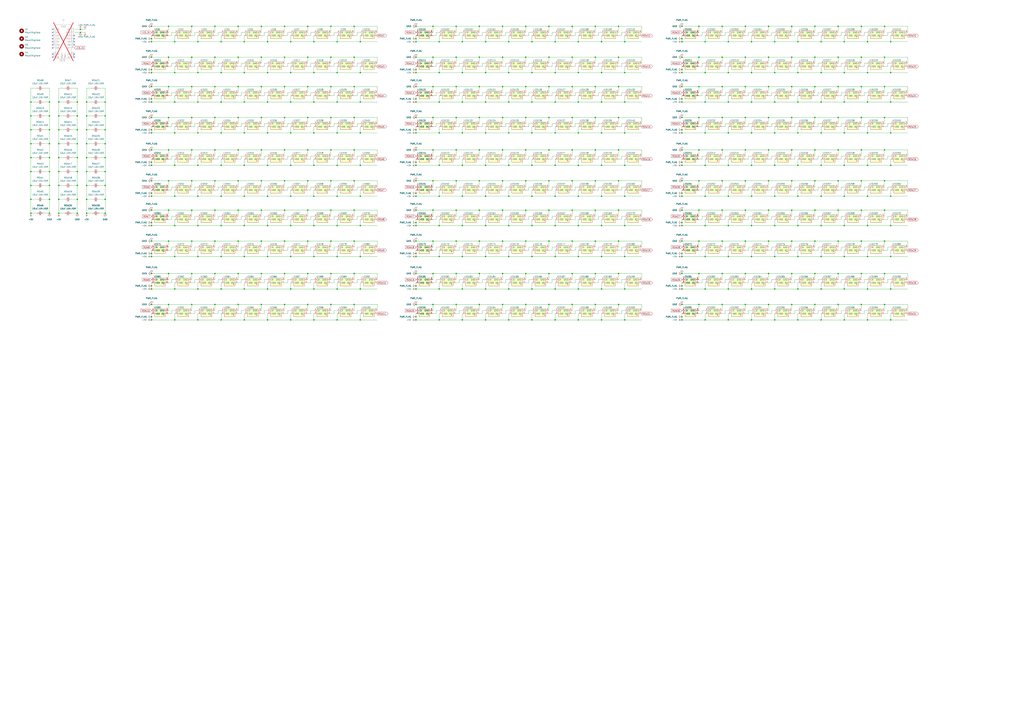
<source format=kicad_sch>
(kicad_sch (version 20231120) (generator "eeschema") (generator_version "8.0")
  (paper "A1")
  (title_block (title "London-Underground-PCB") (company "Steven Smethurst"))
  (lib_symbols
    (symbol "Mechanical:MountingHole" (pin_names (offset 1.016)) (exclude_from_sim yes) (in_bom no)
      (property "Reference" "H" (at 0 5.08 0))
      (property "Value" "MountingHole" (at 0 3.175 0))
    )
    (symbol "XIAO:XIAO"
      (property "Reference" "J" (at -3.048 12.446 0))
      (symbol "XIAO_1_1"
        (text "XIAO" (at 2.54 9.906 0) (effects (font (size 1.27 1.27))))
        (pin input line (at -6.35 7.62 0) (length 2.54) (name "A0") (number "1"))
        (pin input line (at 11.43 -2.54 180) (length 2.54) (name "D9") (number "10"))
        (pin input line (at 11.43 0 180) (length 2.54) (name "D10") (number "11"))
        (pin power_in line (at 11.43 2.54 180) (length 2.54) (name "3V3") (number "12"))
        (pin power_in line (at 11.43 5.08 180) (length 2.54) (name "GND") (number "13"))
        (pin power_in line (at 11.43 7.62 180) (length 2.54) (name "5V") (number "14"))
        (pin input line (at -6.35 -12.7 0) (length 2.54) (name "15") (number "15"))
        (pin input line (at -6.35 -15.24 0) (length 2.54) (name "A6") (number "16"))
        (pin input line (at 11.43 -15.24 180) (length 2.54) (name "A4") (number "18"))
        (pin input line (at -6.35 5.08 0) (length 2.54) (name "A1") (number "2"))
        (pin input line (at 11.43 -12.7 180) (length 2.54) (name "A5") (number "20"))
        (pin power_in line (at 1.27 -19.05 90) (length 2.54) (name "Bat+") (number "21"))
        (pin power_in line (at 3.81 -19.05 90) (length 2.54) (name "Bat-") (number "22"))
        (pin input line (at -6.35 2.54 0) (length 2.54) (name "A2") (number "3"))
        (pin input line (at -6.35 0 0) (length 2.54) (name "D3") (number "4"))
        (pin input line (at -6.35 -2.54 0) (length 2.54) (name "D4") (number "5"))
        (pin input line (at -6.35 -5.08 0) (length 2.54) (name "D5") (number "6"))
        (pin input line (at -6.35 -7.62 0) (length 2.54) (name "D6") (number "7"))
        (pin input line (at 11.43 -7.62 180) (length 2.54) (name "D7") (number "8"))
        (pin input line (at 11.43 -5.08 180) (length 2.54) (name "D8") (number "9"))
      )
    )
    (symbol "XL-1615RGBC-WS2812B:XL-1615RGBC-WS2812B"
      (property "Reference" "LED" (at 1.524 4.826 0))
      (property "Value" "XL-1615RGBC-WS2812B" (at 0 -6.35 0))
      (symbol "XL-1615RGBC-WS2812B_1_1"
        (pin output line (at -5.08 1.27 0) (length 2.54) (name "DO") (number "1"))
        (pin power_in line (at 8.89 1.27 180) (length 2.54) (name "VDD") (number "2"))
        (pin power_in line (at -5.08 -1.27 0) (length 2.54) (name "GND") (number "3"))
        (pin input line (at 8.89 -1.27 180) (length 2.54) (name "DI") (number "4"))
      )
    )
    (symbol "__sws_jlpcb:jlcpcb-1uF,25V,X5R"
      (property "Reference" "C130" (at -1.27 7.62 0))
      (property "Value" "jlcpcb-1uF,25V,X5R" (at -6.35 5.08 0))
      (symbol "jlcpcb-1uF,25V,X5R_0_0"
        (pin passive line (at 0 2.54 270) (length 2.032) (name "~") (number "1"))
        (pin passive line (at 0 -2.54 90) (length 2.032) (name "~") (number "2"))
      )
    )
    (symbol "power:+5V" (power) (pin_numbers hide) (pin_names (offset 0) hide)
      (property "Value" "+5V" (at 0 3.556 0))
      (symbol "+5V_1_1"
        (pin power_in line (at 0 0 90) (length 0) (name "~") (number "1"))
      )
    )
    (symbol "power:GND" (power) (pin_numbers hide) (pin_names (offset 0) hide)
      (property "Value" "GND" (at 0 -3.81 0))
      (symbol "GND_1_1"
        (pin power_in line (at 0 0 270) (length 0) (name "~") (number "1"))
      )
    )
    (symbol "power:PWR_FLAG" (power) (pin_numbers hide) (pin_names (offset 0) hide)
      (property "Value" "PWR_FLAG" (at 0 3.81 0))
      (symbol "PWR_FLAG_0_0"
        (pin power_out line (at 0 0 90) (length 0) (name "~") (number "1"))
      )
    )
  )
  (junction (at 290.83 224.79))
  (junction (at 290.83 148.59))
  (junction (at 579.12 34.29))
  (junction (at 631.19 198.12))
  (junction (at 124.46 123.19))
  (junction (at 71.12 152.4))
  (junction (at 257.81 185.42))
  (junction (at 726.44 148.59))
  (junction (at 650.24 250.19))
  (junction (at 712.47 83.82))
  (junction (at 712.47 237.49))
  (junction (at 431.8 198.12))
  (junction (at 436.88 83.82))
  (junction (at 219.71 185.42))
  (junction (at 48.26 163.83))
  (junction (at 393.7 21.59))
  (junction (at 513.08 135.89))
  (junction (at 636.27 262.89))
  (junction (at 636.27 83.82))
  (junction (at 450.85 46.99))
  (junction (at 593.09 148.59))
  (junction (at 71.12 95.25))
  (junction (at 379.73 34.29))
  (junction (at 655.32 262.89))
  (junction (at 398.78 210.82))
  (junction (at 124.46 46.99))
  (junction (at 436.88 185.42))
  (junction (at 214.63 172.72))
  (junction (at 612.14 46.99))
  (junction (at 200.66 262.89))
  (junction (at 176.53 148.59))
  (junction (at 25.4 175.26))
  (junction (at 379.73 161.29))
  (junction (at 707.39 250.19))
  (junction (at 469.9 123.19))
  (junction (at 157.48 96.52))
  (junction (at 431.8 123.19))
  (junction (at 63.5 163.83))
  (junction (at 508 46.99))
  (junction (at 598.17 185.42))
  (junction (at 214.63 46.99))
  (junction (at 655.32 210.82))
  (junction (at 712.47 59.69))
  (junction (at 617.22 237.49))
  (junction (at 341.63 172.72))
  (junction (at 726.44 123.19))
  (junction (at 436.88 135.89))
  (junction (at 200.66 161.29))
  (junction (at 494.03 210.82))
  (junction (at 63.5 152.4))
  (junction (at 417.83 109.22))
  (junction (at 688.34 71.12))
  (junction (at 290.83 123.19))
  (junction (at 612.14 148.59))
  (junction (at 674.37 161.29))
  (junction (at 157.48 224.79))
  (junction (at 276.86 34.29))
  (junction (at 341.63 250.19))
  (junction (at 379.73 59.69))
  (junction (at 455.93 59.69))
  (junction (at 674.37 237.49))
  (junction (at 138.43 71.12))
  (junction (at 257.81 237.49))
  (junction (at 295.91 262.89))
  (junction (at 560.07 46.99))
  (junction (at 579.12 161.29))
  (junction (at 398.78 185.42))
  (junction (at 341.63 135.89))
  (junction (at 124.46 148.59))
  (junction (at 295.91 185.42))
  (junction (at 238.76 34.29))
  (junction (at 181.61 83.82))
  (junction (at 436.88 210.82))
  (junction (at 233.68 172.72))
  (junction (at 579.12 59.69))
  (junction (at 469.9 46.99))
  (junction (at 124.46 31.75))
  (junction (at 238.76 237.49))
  (junction (at 650.24 71.12))
  (junction (at 412.75 198.12))
  (junction (at 560.07 106.68))
  (junction (at 124.46 21.59))
  (junction (at 195.58 71.12))
  (junction (at 276.86 237.49))
  (junction (at 412.75 123.19))
  (junction (at 560.07 31.75))
  (junction (at 474.98 210.82))
  (junction (at 176.53 96.52))
  (junction (at 560.07 210.82))
  (junction (at 494.03 83.82))
  (junction (at 195.58 198.12))
  (junction (at 674.37 210.82))
  (junction (at 455.93 161.29))
  (junction (at 488.95 21.59))
  (junction (at 233.68 198.12))
  (junction (at 124.46 208.28))
  (junction (at 276.86 59.69))
  (junction (at 688.34 198.12))
  (junction (at 469.9 148.59))
  (junction (at 650.24 148.59))
  (junction (at 25.4 83.82))
  (junction (at 494.03 262.89))
  (junction (at 398.78 135.89))
  (junction (at 669.29 71.12))
  (junction (at 688.34 172.72))
  (junction (at 341.63 133.35))
  (junction (at 66.04 24.13))
  (junction (at 731.52 109.22))
  (junction (at 612.14 21.59))
  (junction (at 252.73 172.72))
  (junction (at 731.52 161.29))
  (junction (at 181.61 135.89))
  (junction (at 124.46 81.28))
  (junction (at 579.12 83.82))
  (junction (at 71.12 129.54))
  (junction (at 669.29 46.99))
  (junction (at 181.61 210.82))
  (junction (at 295.91 34.29))
  (junction (at 712.47 109.22))
  (junction (at 455.93 83.82))
  (junction (at 579.12 262.89))
  (junction (at 71.12 140.97))
  (junction (at 238.76 83.82))
  (junction (at 276.86 185.42))
  (junction (at 40.64 118.11))
  (junction (at 560.07 148.59))
  (junction (at 360.68 262.89))
  (junction (at 560.07 96.52))
  (junction (at 508 172.72))
  (junction (at 341.63 31.75))
  (junction (at 181.61 161.29))
  (junction (at 593.09 46.99))
  (junction (at 488.95 224.79))
  (junction (at 181.61 237.49))
  (junction (at 257.81 262.89))
  (junction (at 693.42 262.89))
  (junction (at 271.78 21.59))
  (junction (at 417.83 161.29))
  (junction (at 731.52 34.29))
  (junction (at 560.07 158.75))
  (junction (at 560.07 123.19))
  (junction (at 593.09 96.52))
  (junction (at 124.46 250.19))
  (junction (at 271.78 71.12))
  (junction (at 48.26 140.97))
  (junction (at 612.14 96.52))
  (junction (at 181.61 185.42))
  (junction (at 669.29 123.19))
  (junction (at 219.71 210.82))
  (junction (at 560.07 59.69))
  (junction (at 655.32 135.89))
  (junction (at 360.68 185.42))
  (junction (at 214.63 21.59))
  (junction (at 143.51 83.82))
  (junction (at 157.48 250.19))
  (junction (at 669.29 198.12))
  (junction (at 124.46 59.69))
  (junction (at 271.78 198.12))
  (junction (at 393.7 123.19))
  (junction (at 617.22 83.82))
  (junction (at 669.29 21.59))
  (junction (at 731.52 135.89))
  (junction (at 417.83 210.82))
  (junction (at 71.12 175.26))
  (junction (at 636.27 210.82))
  (junction (at 252.73 21.59))
  (junction (at 219.71 262.89))
  (junction (at 469.9 71.12))
  (junction (at 612.14 71.12))
  (junction (at 412.75 148.59))
  (junction (at 40.64 129.54))
  (junction (at 393.7 71.12))
  (junction (at 355.6 21.59))
  (junction (at 560.07 224.79))
  (junction (at 200.66 210.82))
  (junction (at 271.78 123.19))
  (junction (at 71.12 83.82))
  (junction (at 295.91 237.49))
  (junction (at 598.17 135.89))
  (junction (at 393.7 198.12))
  (junction (at 450.85 71.12))
  (junction (at 355.6 224.79))
  (junction (at 474.98 34.29))
  (junction (at 157.48 123.19))
  (junction (at 474.98 109.22))
  (junction (at 617.22 109.22))
  (junction (at 731.52 262.89))
  (junction (at 617.22 135.89))
  (junction (at 233.68 96.52))
  (junction (at 560.07 81.28))
  (junction (at 86.36 83.82))
  (junction (at 271.78 172.72))
  (junction (at 48.26 95.25))
  (junction (at 181.61 262.89))
  (junction (at 474.98 237.49))
  (junction (at 290.83 198.12))
  (junction (at 341.63 106.68))
  (junction (at 295.91 109.22))
  (junction (at 655.32 59.69))
  (junction (at 162.56 237.49))
  (junction (at 157.48 172.72))
  (junction (at 341.63 21.59))
  (junction (at 355.6 148.59))
  (junction (at 143.51 185.42))
  (junction (at 560.07 262.89))
  (junction (at 86.36 106.68))
  (junction (at 674.37 83.82))
  (junction (at 138.43 96.52))
  (junction (at 488.95 198.12))
  (junction (at 157.48 198.12))
  (junction (at 238.76 135.89))
  (junction (at 341.63 81.28))
  (junction (at 508 123.19))
  (junction (at 341.63 46.99))
  (junction (at 48.26 106.68))
  (junction (at 276.86 135.89))
  (junction (at 25.4 118.11))
  (junction (at 295.91 161.29))
  (junction (at 513.08 83.82))
  (junction (at 598.17 34.29))
  (junction (at 393.7 250.19))
  (junction (at 214.63 198.12))
  (junction (at 474.98 59.69))
  (junction (at 655.32 83.82))
  (junction (at 374.65 46.99))
  (junction (at 707.39 71.12))
  (junction (at 731.52 59.69))
  (junction (at 450.85 148.59))
  (junction (at 355.6 71.12))
  (junction (at 560.07 57.15))
  (junction (at 398.78 237.49))
  (junction (at 631.19 250.19))
  (junction (at 360.68 210.82))
  (junction (at 124.46 185.42))
  (junction (at 374.65 123.19))
  (junction (at 650.24 123.19))
  (junction (at 176.53 198.12))
  (junction (at 579.12 210.82))
  (junction (at 726.44 172.72))
  (junction (at 707.39 46.99))
  (junction (at 233.68 21.59))
  (junction (at 124.46 133.35))
  (junction (at 40.64 106.68))
  (junction (at 631.19 148.59))
  (junction (at 124.46 237.49))
  (junction (at 560.07 135.89))
  (junction (at 560.07 161.29))
  (junction (at 712.47 161.29))
  (junction (at 617.22 262.89))
  (junction (at 252.73 46.99))
  (junction (at 488.95 172.72))
  (junction (at 574.04 96.52))
  (junction (at 162.56 262.89))
  (junction (at 598.17 161.29))
  (junction (at 360.68 83.82))
  (junction (at 276.86 210.82))
  (junction (at 290.83 46.99))
  (junction (at 162.56 59.69))
  (junction (at 474.98 161.29))
  (junction (at 124.46 161.29))
  (junction (at 341.63 234.95))
  (junction (at 560.07 208.28))
  (junction (at 341.63 34.29))
  (junction (at 374.65 250.19))
  (junction (at 71.12 106.68))
  (junction (at 398.78 262.89))
  (junction (at 693.42 237.49))
  (junction (at 238.76 161.29))
  (junction (at 731.52 185.42))
  (junction (at 162.56 161.29))
  (junction (at 176.53 172.72))
  (junction (at 593.09 172.72))
  (junction (at 688.34 250.19))
  (junction (at 393.7 46.99))
  (junction (at 238.76 210.82))
  (junction (at 162.56 83.82))
  (junction (at 513.08 185.42))
  (junction (at 124.46 106.68))
  (junction (at 693.42 185.42))
  (junction (at 560.07 237.49))
  (junction (at 176.53 46.99))
  (junction (at 219.71 237.49))
  (junction (at 86.36 140.97))
  (junction (at 162.56 210.82))
  (junction (at 252.73 198.12))
  (junction (at 412.75 224.79))
  (junction (at 617.22 185.42))
  (junction (at 374.65 96.52))
  (junction (at 276.86 262.89))
  (junction (at 693.42 109.22))
  (junction (at 341.63 161.29))
  (junction (at 431.8 46.99))
  (junction (at 469.9 21.59))
  (junction (at 124.46 71.12))
  (junction (at 341.63 182.88))
  (junction (at 252.73 123.19))
  (junction (at 157.48 46.99))
  (junction (at 124.46 96.52))
  (junction (at 650.24 46.99))
  (junction (at 636.27 135.89))
  (junction (at 124.46 234.95))
  (junction (at 593.09 21.59))
  (junction (at 379.73 135.89))
  (junction (at 63.5 175.26))
  (junction (at 124.46 109.22))
  (junction (at 669.29 148.59))
  (junction (at 200.66 83.82))
  (junction (at 513.08 109.22))
  (junction (at 374.65 224.79))
  (junction (at 355.6 46.99))
  (junction (at 271.78 46.99))
  (junction (at 341.63 148.59))
  (junction (at 508 21.59))
  (junction (at 560.07 71.12))
  (junction (at 617.22 210.82))
  (junction (at 355.6 198.12))
  (junction (at 560.07 34.29))
  (junction (at 138.43 21.59))
  (junction (at 631.19 46.99))
  (junction (at 374.65 172.72))
  (junction (at 494.03 59.69))
  (junction (at 360.68 135.89))
  (junction (at 86.36 118.11))
  (junction (at 455.93 237.49))
  (junction (at 143.51 210.82))
  (junction (at 726.44 96.52))
  (junction (at 655.32 109.22))
  (junction (at 669.29 224.79))
  (junction (at 195.58 123.19))
  (junction (at 176.53 71.12))
  (junction (at 124.46 135.89))
  (junction (at 257.81 210.82))
  (junction (at 593.09 198.12))
  (junction (at 450.85 198.12))
  (junction (at 341.63 210.82))
  (junction (at 181.61 59.69))
  (junction (at 436.88 34.29))
  (junction (at 693.42 59.69))
  (junction (at 612.14 198.12))
  (junction (at 455.93 210.82))
  (junction (at 631.19 71.12))
  (junction (at 379.73 262.89))
  (junction (at 560.07 21.59))
  (junction (at 290.83 71.12))
  (junction (at 436.88 161.29))
  (junction (at 71.12 163.83))
  (junction (at 707.39 123.19))
  (junction (at 341.63 158.75))
  (junction (at 157.48 148.59))
  (junction (at 455.93 185.42))
  (junction (at 593.09 250.19))
  (junction (at 488.95 96.52))
  (junction (at 176.53 123.19))
  (junction (at 48.26 83.82))
  (junction (at 355.6 250.19))
  (junction (at 598.17 262.89))
  (junction (at 688.34 123.19))
  (junction (at 417.83 83.82))
  (junction (at 636.27 109.22))
  (junction (at 341.63 83.82))
  (junction (at 436.88 237.49))
  (junction (at 650.24 224.79))
  (junction (at 257.81 34.29))
  (junction (at 393.7 148.59))
  (junction (at 341.63 260.35))
  (junction (at 650.24 198.12))
  (junction (at 693.42 135.89))
  (junction (at 469.9 224.79))
  (junction (at 455.93 135.89))
  (junction (at 341.63 185.42))
  (junction (at 252.73 96.52))
  (junction (at 124.46 262.89))
  (junction (at 674.37 59.69))
  (junction (at 143.51 34.29))
  (junction (at 398.78 83.82))
  (junction (at 176.53 250.19))
  (junction (at 417.83 237.49))
  (junction (at 219.71 109.22))
  (junction (at 693.42 83.82))
  (junction (at 379.73 109.22))
  (junction (at 48.26 175.26))
  (junction (at 455.93 109.22))
  (junction (at 40.64 163.83))
  (junction (at 252.73 148.59))
  (junction (at 636.27 161.29))
  (junction (at 200.66 34.29))
  (junction (at 238.76 185.42))
  (junction (at 731.52 237.49))
  (junction (at 560.07 83.82))
  (junction (at 508 224.79))
  (junction (at 233.68 71.12))
  (junction (at 560.07 234.95))
  (junction (at 650.24 96.52))
  (junction (at 431.8 21.59))
  (junction (at 693.42 210.82))
  (junction (at 688.34 96.52))
  (junction (at 257.81 135.89))
  (junction (at 393.7 96.52))
  (junction (at 162.56 34.29))
  (junction (at 474.98 185.42))
  (junction (at 341.63 59.69))
  (junction (at 143.51 237.49))
  (junction (at 469.9 96.52))
  (junction (at 143.51 59.69))
  (junction (at 598.17 59.69))
  (junction (at 124.46 224.79))
  (junction (at 40.64 152.4))
  (junction (at 693.42 161.29))
  (junction (at 341.63 71.12))
  (junction (at 450.85 172.72))
  (junction (at 181.61 34.29))
  (junction (at 669.29 250.19))
  (junction (at 200.66 237.49))
  (junction (at 271.78 250.19))
  (junction (at 655.32 237.49))
  (junction (at 674.37 262.89))
  (junction (at 436.88 109.22))
  (junction (at 271.78 224.79))
  (junction (at 219.71 161.29))
  (junction (at 474.98 262.89))
  (junction (at 469.9 250.19))
  (junction (at 195.58 250.19))
  (junction (at 688.34 21.59))
  (junction (at 617.22 59.69))
  (junction (at 726.44 71.12))
  (junction (at 138.43 198.12))
  (junction (at 455.93 34.29))
  (junction (at 86.36 175.26))
  (junction (at 412.75 21.59))
  (junction (at 726.44 250.19))
  (junction (at 374.65 198.12))
  (junction (at 86.36 152.4))
  (junction (at 513.08 262.89))
  (junction (at 560.07 109.22))
  (junction (at 574.04 198.12))
  (junction (at 219.71 83.82))
  (junction (at 726.44 198.12))
  (junction (at 290.83 250.19))
  (junction (at 63.5 140.97))
  (junction (at 138.43 123.19))
  (junction (at 124.46 158.75))
  (junction (at 143.51 135.89))
  (junction (at 707.39 21.59))
  (junction (at 214.63 71.12))
  (junction (at 374.65 148.59))
  (junction (at 574.04 172.72))
  (junction (at 574.04 123.19))
  (junction (at 360.68 59.69))
  (junction (at 474.98 135.89))
  (junction (at 417.83 34.29))
  (junction (at 86.36 129.54))
  (junction (at 233.68 123.19))
  (junction (at 252.73 250.19))
  (junction (at 214.63 224.79))
  (junction (at 712.47 185.42))
  (junction (at 360.68 109.22))
  (junction (at 63.5 95.25))
  (junction (at 631.19 172.72))
  (junction (at 295.91 210.82))
  (junction (at 712.47 34.29))
  (junction (at 124.46 83.82))
  (junction (at 252.73 71.12))
  (junction (at 355.6 96.52))
  (junction (at 276.86 109.22))
  (junction (at 398.78 109.22))
  (junction (at 200.66 135.89))
  (junction (at 579.12 185.42))
  (junction (at 494.03 161.29))
  (junction (at 450.85 123.19))
  (junction (at 513.08 161.29))
  (junction (at 508 96.52))
  (junction (at 124.46 34.29))
  (junction (at 138.43 224.79))
  (junction (at 63.5 106.68))
  (junction (at 195.58 46.99))
  (junction (at 417.83 135.89))
  (junction (at 431.8 250.19))
  (junction (at 214.63 250.19))
  (junction (at 560.07 260.35))
  (junction (at 674.37 135.89))
  (junction (at 488.95 123.19))
  (junction (at 731.52 83.82))
  (junction (at 271.78 96.52))
  (junction (at 40.64 175.26))
  (junction (at 124.46 210.82))
  (junction (at 379.73 210.82))
  (junction (at 63.5 118.11))
  (junction (at 25.4 163.83))
  (junction (at 341.63 262.89))
  (junction (at 574.04 250.19))
  (junction (at 574.04 46.99))
  (junction (at 379.73 185.42))
  (junction (at 40.64 140.97))
  (junction (at 436.88 59.69))
  (junction (at 712.47 135.89))
  (junction (at 295.91 135.89))
  (junction (at 494.03 185.42))
  (junction (at 295.91 83.82))
  (junction (at 124.46 172.72))
  (junction (at 450.85 224.79))
  (junction (at 417.83 185.42))
  (junction (at 341.63 123.19))
  (junction (at 674.37 34.29))
  (junction (at 233.68 148.59))
  (junction (at 276.86 83.82))
  (junction (at 650.24 172.72))
  (junction (at 398.78 59.69))
  (junction (at 341.63 109.22))
  (junction (at 412.75 96.52))
  (junction (at 195.58 148.59))
  (junction (at 398.78 34.29))
  (junction (at 341.63 237.49))
  (junction (at 48.26 118.11))
  (junction (at 574.04 148.59))
  (junction (at 398.78 161.29))
  (junction (at 431.8 96.52))
  (junction (at 138.43 46.99))
  (junction (at 508 250.19))
  (junction (at 574.04 21.59))
  (junction (at 341.63 96.52))
  (junction (at 360.68 237.49))
  (junction (at 593.09 224.79))
  (junction (at 138.43 148.59))
  (junction (at 271.78 148.59))
  (junction (at 560.07 198.12))
  (junction (at 360.68 34.29))
  (junction (at 290.83 96.52))
  (junction (at 162.56 185.42))
  (junction (at 726.44 224.79))
  (junction (at 598.17 210.82))
  (junction (at 674.37 109.22))
  (junction (at 124.46 57.15))
  (junction (at 560.07 172.72))
  (junction (at 579.12 109.22))
  (junction (at 508 148.59))
  (junction (at 655.32 161.29))
  (junction (at 598.17 83.82))
  (junction (at 488.95 71.12))
  (junction (at 341.63 57.15))
  (junction (at 631.19 21.59))
  (junction (at 25.4 140.97))
  (junction (at 138.43 250.19))
  (junction (at 655.32 34.29))
  (junction (at 143.51 161.29))
  (junction (at 176.53 224.79))
  (junction (at 143.51 109.22))
  (junction (at 238.76 109.22))
  (junction (at 233.68 224.79))
  (junction (at 124.46 260.35))
  (junction (at 290.83 172.72))
  (junction (at 655.32 185.42))
  (junction (at 513.08 34.29))
  (junction (at 636.27 185.42))
  (junction (at 257.81 83.82))
  (junction (at 631.19 123.19))
  (junction (at 25.4 129.54))
  (junction (at 631.19 96.52))
  (junction (at 450.85 250.19))
  (junction (at 431.8 224.79))
  (junction (at 669.29 172.72))
  (junction (at 693.42 34.29))
  (junction (at 508 198.12))
  (junction (at 124.46 182.88))
  (junction (at 374.65 71.12))
  (junction (at 574.04 71.12))
  (junction (at 181.61 109.22))
  (junction (at 612.14 250.19))
  (junction (at 488.95 46.99))
  (junction (at 252.73 224.79))
  (junction (at 195.58 224.79))
  (junction (at 707.39 198.12))
  (junction (at 598.17 237.49))
  (junction (at 617.22 34.29))
  (junction (at 417.83 59.69))
  (junction (at 579.12 237.49))
  (junction (at 195.58 21.59))
  (junction (at 195.58 172.72))
  (junction (at 71.12 118.11))
  (junction (at 25.4 95.25))
  (junction (at 214.63 148.59))
  (junction (at 412.75 46.99))
  (junction (at 86.36 163.83))
  (junction (at 138.43 172.72))
  (junction (at 341.63 198.12))
  (junction (at 731.52 210.82))
  (junction (at 513.08 210.82))
  (junction (at 617.22 161.29))
  (junction (at 508 71.12))
  (junction (at 63.5 129.54))
  (junction (at 598.17 109.22))
  (junction (at 417.83 262.89))
  (junction (at 436.88 262.89))
  (junction (at 48.26 152.4))
  (junction (at 63.5 83.82))
  (junction (at 726.44 46.99))
  (junction (at 579.12 135.89))
  (junction (at 455.93 262.89))
  (junction (at 290.83 21.59))
  (junction (at 176.53 21.59))
  (junction (at 431.8 71.12))
  (junction (at 157.48 71.12))
  (junction (at 257.81 161.29))
  (junction (at 431.8 148.59))
  (junction (at 355.6 123.19))
  (junction (at 162.56 135.89))
  (junction (at 40.64 83.82))
  (junction (at 612.14 123.19))
  (junction (at 379.73 237.49))
  (junction (at 612.14 172.72))
  (junction (at 636.27 34.29))
  (junction (at 574.04 224.79))
  (junction (at 86.36 95.25))
  (junction (at 257.81 59.69))
  (junction (at 214.63 123.19))
  (junction (at 374.65 21.59))
  (junction (at 195.58 96.52))
  (junction (at 341.63 208.28))
  (junction (at 631.19 224.79))
  (junction (at 494.03 34.29))
  (junction (at 513.08 237.49))
  (junction (at 233.68 250.19))
  (junction (at 494.03 135.89))
  (junction (at 712.47 210.82))
  (junction (at 143.51 262.89))
  (junction (at 636.27 59.69))
  (junction (at 688.34 224.79))
  (junction (at 219.71 59.69))
  (junction (at 494.03 237.49))
  (junction (at 40.64 95.25))
  (junction (at 593.09 71.12))
  (junction (at 219.71 135.89))
  (junction (at 66.04 26.67))
  (junction (at 157.48 21.59))
  (junction (at 612.14 224.79))
  (junction (at 219.71 34.29))
  (junction (at 674.37 185.42))
  (junction (at 707.39 96.52))
  (junction (at 360.68 161.29))
  (junction (at 412.75 250.19))
  (junction (at 393.7 224.79))
  (junction (at 469.9 198.12))
  (junction (at 238.76 59.69))
  (junction (at 707.39 172.72))
  (junction (at 25.4 106.68))
  (junction (at 233.68 46.99))
  (junction (at 412.75 71.12))
  (junction (at 276.86 161.29))
  (junction (at 238.76 262.89))
  (junction (at 726.44 21.59))
  (junction (at 257.81 109.22))
  (junction (at 295.91 59.69))
  (junction (at 688.34 148.59))
  (junction (at 636.27 237.49))
  (junction (at 669.29 96.52))
  (junction (at 200.66 109.22))
  (junction (at 450.85 21.59))
  (junction (at 494.03 109.22))
  (junction (at 412.75 172.72))
  (junction (at 560.07 133.35))
  (junction (at 513.08 59.69))
  (junction (at 162.56 109.22))
  (junction (at 474.98 83.82))
  (junction (at 707.39 148.59))
  (junction (at 214.63 96.52))
  (junction (at 200.66 185.42))
  (junction (at 712.47 262.89))
  (junction (at 560.07 182.88))
  (junction (at 200.66 59.69))
  (junction (at 379.73 83.82))
  (junction (at 650.24 21.59))
  (junction (at 450.85 96.52))
  (junction (at 124.46 198.12))
  (junction (at 355.6 172.72))
  (junction (at 341.63 224.79))
  (junction (at 48.26 129.54))
  (junction (at 593.09 123.19))
  (junction (at 431.8 172.72))
  (junction (at 488.95 148.59))
  (junction (at 469.9 172.72))
  (junction (at 560.07 250.19))
  (junction (at 25.4 152.4))
  (junction (at 707.39 224.79))
  (junction (at 488.95 250.19))
  (junction (at 560.07 185.42))
  (junction (at 393.7 172.72))
  (junction (at 688.34 46.99))
  (no_connect (at 43.18 36.83))
  (no_connect (at 43.18 26.67))
  (no_connect (at 60.96 36.83))
  (no_connect (at 60.96 44.45))
  (no_connect (at 43.18 24.13))
  (no_connect (at 43.18 34.29))
  (no_connect (at 43.18 44.45))
  (no_connect (at 60.96 31.75))
  (no_connect (at 60.96 29.21))
  (no_connect (at 43.18 39.37))
  (no_connect (at 60.96 34.29))
  (no_connect (at 60.96 46.99))
  (no_connect (at 43.18 46.99))
  (no_connect (at 43.18 31.75))
  (no_connect (at 43.18 29.21))
  (wire (pts (xy 688.34 148.59) (xy 707.39 148.59)))
  (wire (pts (xy 140.97 203.2) (xy 143.51 203.2)))
  (wire (pts (xy 176.53 52.07) (xy 176.53 46.99)))
  (wire (pts (xy 295.91 161.29) (xy 309.88 161.29)))
  (wire (pts (xy 469.9 128.27) (xy 469.9 123.19)))
  (wire (pts (xy 200.66 83.82) (xy 219.71 83.82)))
  (wire (pts (xy 731.52 210.82) (xy 731.52 205.74)))
  (wire (pts (xy 160.02 257.81) (xy 160.02 255.27)))
  (wire (pts (xy 295.91 135.89) (xy 295.91 130.81)))
  (wire (pts (xy 274.32 78.74) (xy 274.32 76.2)))
  (wire (pts (xy 434.34 203.2) (xy 436.88 203.2)))
  (wire (pts (xy 124.46 250.19) (xy 138.43 250.19)))
  (wire (pts (xy 650.24 29.21) (xy 652.78 29.21)))
  (wire (pts (xy 48.26 106.68) (xy 48.26 95.25)))
  (wire (pts (xy 560.07 29.21) (xy 560.07 31.75)))
  (wire (pts (xy 688.34 104.14) (xy 690.88 104.14)))
  (wire (pts (xy 377.19 104.14) (xy 377.19 101.6)))
  (wire (pts (xy 58.42 72.39) (xy 63.5 72.39)))
  (wire (pts (xy 233.68 29.21) (xy 236.22 29.21)))
  (wire (pts (xy 690.88 153.67) (xy 693.42 153.67)))
  (wire (pts (xy 396.24 104.14) (xy 396.24 101.6)))
  (wire (pts (xy 593.09 130.81) (xy 595.63 130.81)))
  (wire (pts (xy 415.29 26.67) (xy 417.83 26.67)))
  (wire (pts (xy 474.98 185.42) (xy 494.03 185.42)))
  (wire (pts (xy 560.07 172.72) (xy 574.04 172.72)))
  (wire (pts (xy 195.58 21.59) (xy 214.63 21.59)))
  (wire (pts (xy 341.63 205.74) (xy 341.63 208.28)))
  (wire (pts (xy 217.17 203.2) (xy 219.71 203.2)))
  (wire (pts (xy 688.34 128.27) (xy 688.34 123.19)))
  (wire (pts (xy 124.46 57.15) (xy 124.46 59.69)))
  (wire (pts (xy 290.83 224.79) (xy 309.88 224.79)))
  (wire (pts (xy 255.27 130.81) (xy 255.27 128.27)))
  (wire (pts (xy 593.09 21.59) (xy 612.14 21.59)))
  (wire (pts (xy 179.07 78.74) (xy 179.07 76.2)))
  (wire (pts (xy 453.39 229.87) (xy 455.93 229.87)))
  (wire (pts (xy 612.14 52.07) (xy 612.14 46.99)))
  (wire (pts (xy 40.64 72.39) (xy 40.64 83.82)))
  (wire (pts (xy 293.37 26.67) (xy 295.91 26.67)))
  (wire (pts (xy 488.95 232.41) (xy 491.49 232.41)))
  (wire (pts (xy 138.43 205.74) (xy 140.97 205.74)))
  (wire (pts (xy 693.42 185.42) (xy 693.42 180.34)))
  (wire (pts (xy 138.43 257.81) (xy 140.97 257.81)))
  (wire (pts (xy 160.02 104.14) (xy 160.02 101.6)))
  (wire (pts (xy 290.83 172.72) (xy 309.88 172.72)))
  (wire (pts (xy 81.28 129.54) (xy 86.36 129.54)))
  (wire (pts (xy 671.83 104.14) (xy 671.83 101.6)))
  (wire (pts (xy 434.34 177.8) (xy 436.88 177.8)))
  (wire (pts (xy 257.81 210.82) (xy 276.86 210.82)))
  (wire (pts (xy 469.9 123.19) (xy 488.95 123.19)))
  (wire (pts (xy 415.29 130.81) (xy 415.29 128.27)))
  (wire (pts (xy 614.68 177.8) (xy 617.22 177.8)))
  (wire (pts (xy 650.24 78.74) (xy 652.78 78.74)))
  (wire (pts (xy 728.98 101.6) (xy 731.52 101.6)))
  (wire (pts (xy 198.12 153.67) (xy 200.66 153.67)))
  (wire (pts (xy 707.39 104.14) (xy 709.93 104.14)))
  (wire (pts (xy 633.73 205.74) (xy 633.73 203.2)))
  (wire (pts (xy 181.61 161.29) (xy 181.61 156.21)))
  (wire (pts (xy 494.03 29.21) (xy 494.03 34.29)))
  (wire (pts (xy 450.85 148.59) (xy 469.9 148.59)))
  (wire (pts (xy 293.37 78.74) (xy 293.37 76.2)))
  (wire (pts (xy 176.53 180.34) (xy 179.07 180.34)))
  (wire (pts (xy 431.8 198.12) (xy 450.85 198.12)))
  (wire (pts (xy 238.76 180.34) (xy 238.76 185.42)))
  (wire (pts (xy 693.42 185.42) (xy 712.47 185.42)))
  (wire (pts (xy 238.76 237.49) (xy 257.81 237.49)))
  (wire (pts (xy 726.44 177.8) (xy 726.44 172.72)))
  (wire (pts (xy 255.27 76.2) (xy 257.81 76.2)))
  (wire (pts (xy 469.9 26.67) (xy 469.9 21.59)))
  (wire (pts (xy 431.8 123.19) (xy 450.85 123.19)))
  (wire (pts (xy 198.12 128.27) (xy 200.66 128.27)))
  (wire (pts (xy 488.95 96.52) (xy 508 96.52)))
  (wire (pts (xy 488.95 205.74) (xy 491.49 205.74)))
  (wire (pts (xy 176.53 71.12) (xy 195.58 71.12)))
  (wire (pts (xy 179.07 229.87) (xy 181.61 229.87)))
  (wire (pts (xy 274.32 180.34) (xy 274.32 177.8)))
  (wire (pts (xy 731.52 135.89) (xy 731.52 130.81)))
  (wire (pts (xy 341.63 260.35) (xy 341.63 262.89)))
  (wire (pts (xy 341.63 96.52) (xy 355.6 96.52)))
  (wire (pts (xy 377.19 52.07) (xy 379.73 52.07)))
  (wire (pts (xy 160.02 255.27) (xy 162.56 255.27)))
  (wire (pts (xy 453.39 128.27) (xy 455.93 128.27)))
  (wire (pts (xy 290.83 177.8) (xy 290.83 172.72)))
  (wire (pts (xy 593.09 46.99) (xy 612.14 46.99)))
  (wire (pts (xy 35.56 83.82) (xy 40.64 83.82)))
  (wire (pts (xy 472.44 180.34) (xy 472.44 177.8)))
  (wire (pts (xy 669.29 130.81) (xy 671.83 130.81)))
  (wire (pts (xy 617.22 83.82) (xy 617.22 78.74)))
  (wire (pts (xy 491.49 257.81) (xy 491.49 255.27)))
  (wire (pts (xy 360.68 109.22) (xy 379.73 109.22)))
  (wire (pts (xy 176.53 148.59) (xy 195.58 148.59)))
  (wire (pts (xy 474.98 237.49) (xy 494.03 237.49)))
  (wire (pts (xy 214.63 148.59) (xy 233.68 148.59)))
  (wire (pts (xy 593.09 46.99) (xy 593.09 52.07)))
  (wire (pts (xy 40.64 118.11) (xy 40.64 129.54)))
  (wire (pts (xy 176.53 123.19) (xy 195.58 123.19)))
  (wire (pts (xy 712.47 59.69) (xy 731.52 59.69)))
  (wire (pts (xy 510.54 232.41) (xy 510.54 229.87)))
  (wire (pts (xy 636.27 237.49) (xy 655.32 237.49)))
  (wire (pts (xy 396.24 205.74) (xy 396.24 203.2)))
  (wire (pts (xy 595.63 205.74) (xy 595.63 203.2)))
  (wire (pts (xy 238.76 135.89) (xy 257.81 135.89)))
  (wire (pts (xy 217.17 205.74) (xy 217.17 203.2)))
  (wire (pts (xy 450.85 172.72) (xy 450.85 177.8)))
  (wire (pts (xy 417.83 78.74) (xy 417.83 83.82)))
  (wire (pts (xy 60.96 26.67) (xy 66.04 26.67)))
  (wire (pts (xy 374.65 172.72) (xy 393.7 172.72)))
  (wire (pts (xy 252.73 52.07) (xy 252.73 46.99)))
  (wire (pts (xy 355.6 101.6) (xy 355.6 96.52)))
  (wire (pts (xy 415.29 180.34) (xy 415.29 177.8)))
  (wire (pts (xy 488.95 156.21) (xy 491.49 156.21)))
  (wire (pts (xy 688.34 101.6) (xy 688.34 96.52)))
  (wire (pts (xy 455.93 232.41) (xy 455.93 237.49)))
  (wire (pts (xy 579.12 237.49) (xy 579.12 232.41)))
  (wire (pts (xy 179.07 203.2) (xy 181.61 203.2)))
  (wire (pts (xy 179.07 29.21) (xy 179.07 26.67)))
  (wire (pts (xy 214.63 224.79) (xy 233.68 224.79)))
  (wire (pts (xy 219.71 161.29) (xy 219.71 156.21)))
  (wire (pts (xy 669.29 232.41) (xy 671.83 232.41)))
  (wire (pts (xy 510.54 205.74) (xy 510.54 203.2)))
  (wire (pts (xy 474.98 109.22) (xy 474.98 104.14)))
  (wire (pts (xy 290.83 180.34) (xy 293.37 180.34)))
  (wire (pts (xy 650.24 96.52) (xy 669.29 96.52)))
  (wire (pts (xy 690.88 52.07) (xy 693.42 52.07)))
  (wire (pts (xy 431.8 255.27) (xy 431.8 250.19)))
  (wire (pts (xy 450.85 78.74) (xy 453.39 78.74)))
  (wire (pts (xy 593.09 96.52) (xy 612.14 96.52)))
  (wire (pts (xy 181.61 83.82) (xy 200.66 83.82)))
  (wire (pts (xy 633.73 29.21) (xy 633.73 26.67)))
  (wire (pts (xy 179.07 104.14) (xy 179.07 101.6)))
  (wire (pts (xy 393.7 71.12) (xy 412.75 71.12)))
  (wire (pts (xy 669.29 198.12) (xy 688.34 198.12)))
  (wire (pts (xy 614.68 101.6) (xy 617.22 101.6)))
  (wire (pts (xy 494.03 205.74) (xy 494.03 210.82)))
  (wire (pts (xy 48.26 95.25) (xy 53.34 95.25)))
  (wire (pts (xy 712.47 78.74) (xy 712.47 83.82)))
  (wire (pts (xy 598.17 34.29) (xy 617.22 34.29)))
  (wire (pts (xy 579.12 135.89) (xy 579.12 130.81)))
  (wire (pts (xy 257.81 262.89) (xy 276.86 262.89)))
  (wire (pts (xy 358.14 54.61) (xy 358.14 52.07)))
  (wire (pts (xy 176.53 128.27) (xy 176.53 123.19)))
  (wire (pts (xy 709.93 156.21) (xy 709.93 153.67)))
  (wire (pts (xy 450.85 96.52) (xy 450.85 101.6)))
  (wire (pts (xy 472.44 255.27) (xy 474.98 255.27)))
  (wire (pts (xy 436.88 185.42) (xy 455.93 185.42)))
  (wire (pts (xy 341.63 262.89) (xy 360.68 262.89)))
  (wire (pts (xy 469.9 205.74) (xy 472.44 205.74)))
  (wire (pts (xy 412.75 172.72) (xy 431.8 172.72)))
  (wire (pts (xy 612.14 229.87) (xy 612.14 224.79)))
  (wire (pts (xy 257.81 34.29) (xy 257.81 29.21)))
  (wire (pts (xy 217.17 232.41) (xy 217.17 229.87)))
  (wire (pts (xy 195.58 156.21) (xy 198.12 156.21)))
  (wire (pts (xy 233.68 224.79) (xy 233.68 229.87)))
  (wire (pts (xy 614.68 180.34) (xy 614.68 177.8)))
  (wire (pts (xy 614.68 255.27) (xy 617.22 255.27)))
  (wire (pts (xy 415.29 78.74) (xy 415.29 76.2)))
  (wire (pts (xy 688.34 29.21) (xy 690.88 29.21)))
  (wire (pts (xy 593.09 29.21) (xy 595.63 29.21)))
  (wire (pts (xy 469.9 172.72) (xy 488.95 172.72)))
  (wire (pts (xy 358.14 156.21) (xy 358.14 153.67)))
  (wire (pts (xy 707.39 148.59) (xy 726.44 148.59)))
  (wire (pts (xy 488.95 172.72) (xy 488.95 177.8)))
  (wire (pts (xy 25.4 129.54) (xy 25.4 118.11)))
  (wire (pts (xy 450.85 104.14) (xy 453.39 104.14)))
  (wire (pts (xy 674.37 156.21) (xy 674.37 161.29)))
  (wire (pts (xy 674.37 205.74) (xy 674.37 210.82)))
  (wire (pts (xy 374.65 96.52) (xy 374.65 101.6)))
  (wire (pts (xy 238.76 59.69) (xy 257.81 59.69)))
  (wire (pts (xy 274.32 26.67) (xy 276.86 26.67)))
  (wire (pts (xy 726.44 128.27) (xy 726.44 123.19)))
  (wire (pts (xy 595.63 232.41) (xy 595.63 229.87)))
  (wire (pts (xy 494.03 78.74) (xy 494.03 83.82)))
  (wire (pts (xy 488.95 46.99) (xy 488.95 52.07)))
  (wire (pts (xy 434.34 104.14) (xy 434.34 101.6)))
  (wire (pts (xy 693.42 109.22) (xy 712.47 109.22)))
  (wire (pts (xy 236.22 26.67) (xy 238.76 26.67)))
  (wire (pts (xy 674.37 83.82) (xy 693.42 83.82)))
  (wire (pts (xy 58.42 83.82) (xy 63.5 83.82)))
  (wire (pts (xy 358.14 128.27) (xy 360.68 128.27)))
  (wire (pts (xy 417.83 210.82) (xy 436.88 210.82)))
  (wire (pts (xy 195.58 205.74) (xy 198.12 205.74)))
  (wire (pts (xy 612.14 180.34) (xy 614.68 180.34)))
  (wire (pts (xy 157.48 148.59) (xy 176.53 148.59)))
  (wire (pts (xy 712.47 104.14) (xy 712.47 109.22)))
  (wire (pts (xy 726.44 130.81) (xy 728.98 130.81)))
  (wire (pts (xy 560.07 182.88) (xy 560.07 185.42)))
  (wire (pts (xy 633.73 232.41) (xy 633.73 229.87)))
  (wire (pts (xy 491.49 229.87) (xy 494.03 229.87)))
  (wire (pts (xy 377.19 229.87) (xy 379.73 229.87)))
  (wire (pts (xy 157.48 78.74) (xy 160.02 78.74)))
  (wire (pts (xy 674.37 237.49) (xy 693.42 237.49)))
  (wire (pts (xy 48.26 129.54) (xy 48.26 118.11)))
  (wire (pts (xy 472.44 203.2) (xy 474.98 203.2)))
  (wire (pts (xy 595.63 104.14) (xy 595.63 101.6)))
  (wire (pts (xy 453.39 52.07) (xy 455.93 52.07)))
  (wire (pts (xy 374.65 96.52) (xy 393.7 96.52)))
  (wire (pts (xy 469.9 21.59) (xy 488.95 21.59)))
  (wire (pts (xy 494.03 83.82) (xy 513.08 83.82)))
  (wire (pts (xy 195.58 198.12) (xy 214.63 198.12)))
  (wire (pts (xy 140.97 130.81) (xy 140.97 128.27)))
  (wire (pts (xy 398.78 83.82) (xy 398.78 78.74)))
  (wire (pts (xy 510.54 203.2) (xy 513.08 203.2)))
  (wire (pts (xy 491.49 104.14) (xy 491.49 101.6)))
  (wire (pts (xy 728.98 156.21) (xy 728.98 153.67)))
  (wire (pts (xy 219.71 237.49) (xy 238.76 237.49)))
  (wire (pts (xy 595.63 26.67) (xy 598.17 26.67)))
  (wire (pts (xy 731.52 210.82) (xy 745.49 210.82)))
  (wire (pts (xy 707.39 250.19) (xy 726.44 250.19)))
  (wire (pts (xy 233.68 123.19) (xy 252.73 123.19)))
  (wire (pts (xy 579.12 210.82) (xy 579.12 205.74)))
  (wire (pts (xy 614.68 52.07) (xy 617.22 52.07)))
  (wire (pts (xy 181.61 185.42) (xy 181.61 180.34)))
  (wire (pts (xy 255.27 52.07) (xy 257.81 52.07)))
  (wire (pts (xy 124.46 156.21) (xy 124.46 158.75)))
  (wire (pts (xy 434.34 205.74) (xy 434.34 203.2)))
  (wire (pts (xy 560.07 34.29) (xy 579.12 34.29)))
  (wire (pts (xy 252.73 229.87) (xy 252.73 224.79)))
  (wire (pts (xy 198.12 203.2) (xy 200.66 203.2)))
  (wire (pts (xy 341.63 83.82) (xy 360.68 83.82)))
  (wire (pts (xy 693.42 210.82) (xy 693.42 205.74)))
  (wire (pts (xy 707.39 180.34) (xy 709.93 180.34)))
  (wire (pts (xy 712.47 161.29) (xy 731.52 161.29)))
  (wire (pts (xy 271.78 148.59) (xy 290.83 148.59)))
  (wire (pts (xy 731.52 185.42) (xy 731.52 180.34)))
  (wire (pts (xy 290.83 104.14) (xy 293.37 104.14)))
  (wire (pts (xy 636.27 78.74) (xy 636.27 83.82)))
  (wire (pts (xy 707.39 46.99) (xy 726.44 46.99)))
  (wire (pts (xy 200.66 54.61) (xy 200.66 59.69)))
  (wire (pts (xy 341.63 133.35) (xy 341.63 135.89)))
  (wire (pts (xy 593.09 156.21) (xy 595.63 156.21)))
  (wire (pts (xy 693.42 161.29) (xy 712.47 161.29)))
  (wire (pts (xy 360.68 109.22) (xy 360.68 104.14)))
  (wire (pts (xy 612.14 250.19) (xy 631.19 250.19)))
  (wire (pts (xy 508 177.8) (xy 508 172.72)))
  (wire (pts (xy 508 156.21) (xy 510.54 156.21)))
  (wire (pts (xy 472.44 128.27) (xy 474.98 128.27)))
  (wire (pts (xy 293.37 180.34) (xy 293.37 177.8)))
  (wire (pts (xy 157.48 96.52) (xy 176.53 96.52)))
  (wire (pts (xy 631.19 123.19) (xy 631.19 128.27)))
  (wire (pts (xy 124.46 96.52) (xy 138.43 96.52)))
  (wire (pts (xy 138.43 180.34) (xy 140.97 180.34)))
  (wire (pts (xy 157.48 257.81) (xy 160.02 257.81)))
  (wire (pts (xy 612.14 128.27) (xy 612.14 123.19)))
  (wire (pts (xy 138.43 172.72) (xy 157.48 172.72)))
  (wire (pts (xy 257.81 161.29) (xy 276.86 161.29)))
  (wire (pts (xy 217.17 229.87) (xy 219.71 229.87)))
  (wire (pts (xy 217.17 153.67) (xy 219.71 153.67)))
  (wire (pts (xy 474.98 59.69) (xy 494.03 59.69)))
  (wire (pts (xy 25.4 163.83) (xy 30.48 163.83)))
  (wire (pts (xy 379.73 59.69) (xy 398.78 59.69)))
  (wire (pts (xy 469.9 96.52) (xy 488.95 96.52)))
  (wire (pts (xy 66.04 26.67) (xy 69.85 26.67)))
  (wire (pts (xy 636.27 109.22) (xy 655.32 109.22)))
  (wire (pts (xy 355.6 71.12) (xy 374.65 71.12)))
  (wire (pts (xy 614.68 26.67) (xy 617.22 26.67)))
  (wire (pts (xy 412.75 104.14) (xy 415.29 104.14)))
  (wire (pts (xy 560.07 234.95) (xy 560.07 237.49)))
  (wire (pts (xy 513.08 161.29) (xy 513.08 156.21)))
  (wire (pts (xy 474.98 161.29) (xy 494.03 161.29)))
  (wire (pts (xy 693.42 59.69) (xy 712.47 59.69)))
  (wire (pts (xy 560.07 133.35) (xy 560.07 135.89)))
  (wire (pts (xy 290.83 148.59) (xy 309.88 148.59)))
  (wire (pts (xy 181.61 237.49) (xy 200.66 237.49)))
  (wire (pts (xy 574.04 229.87) (xy 574.04 224.79)))
  (wire (pts (xy 417.83 135.89) (xy 436.88 135.89)))
  (wire (pts (xy 655.32 109.22) (xy 655.32 104.14)))
  (wire (pts (xy 377.19 232.41) (xy 377.19 229.87)))
  (wire (pts (xy 393.7 177.8) (xy 393.7 172.72)))
  (wire (pts (xy 650.24 156.21) (xy 652.78 156.21)))
  (wire (pts (xy 181.61 59.69) (xy 200.66 59.69)))
  (wire (pts (xy 124.46 133.35) (xy 124.46 135.89)))
  (wire (pts (xy 579.12 237.49) (xy 598.17 237.49)))
  (wire (pts (xy 176.53 54.61) (xy 179.07 54.61)))
  (wire (pts (xy 474.98 237.49) (xy 474.98 232.41)))
  (wire (pts (xy 252.73 257.81) (xy 255.27 257.81)))
  (wire (pts (xy 431.8 104.14) (xy 434.34 104.14)))
  (wire (pts (xy 35.56 72.39) (xy 40.64 72.39)))
  (wire (pts (xy 655.32 83.82) (xy 674.37 83.82)))
  (wire (pts (xy 510.54 153.67) (xy 513.08 153.67)))
  (wire (pts (xy 576.58 101.6) (xy 579.12 101.6)))
  (wire (pts (xy 255.27 128.27) (xy 257.81 128.27)))
  (wire (pts (xy 295.91 109.22) (xy 309.88 109.22)))
  (wire (pts (xy 450.85 46.99) (xy 450.85 52.07)))
  (wire (pts (xy 160.02 101.6) (xy 162.56 101.6)))
  (wire (pts (xy 579.12 34.29) (xy 579.12 29.21)))
  (wire (pts (xy 631.19 96.52) (xy 650.24 96.52)))
  (wire (pts (xy 560.07 130.81) (xy 560.07 133.35)))
  (wire (pts (xy 274.32 54.61) (xy 274.32 52.07)))
  (wire (pts (xy 469.9 130.81) (xy 472.44 130.81)))
  (wire (pts (xy 290.83 229.87) (xy 290.83 224.79)))
  (wire (pts (xy 576.58 26.67) (xy 579.12 26.67)))
  (wire (pts (xy 614.68 153.67) (xy 617.22 153.67)))
  (wire (pts (xy 271.78 250.19) (xy 290.83 250.19)))
  (wire (pts (xy 415.29 54.61) (xy 415.29 52.07)))
  (wire (pts (xy 455.93 59.69) (xy 474.98 59.69)))
  (wire (pts (xy 341.63 78.74) (xy 341.63 81.28)))
  (wire (pts (xy 252.73 224.79) (xy 271.78 224.79)))
  (wire (pts (xy 396.24 203.2) (xy 398.78 203.2)))
  (wire (pts (xy 257.81 210.82) (xy 257.81 205.74)))
  (wire (pts (xy 510.54 101.6) (xy 513.08 101.6)))
  (wire (pts (xy 472.44 205.74) (xy 472.44 203.2)))
  (wire (pts (xy 138.43 123.19) (xy 157.48 123.19)))
  (wire (pts (xy 341.63 109.22) (xy 360.68 109.22)))
  (wire (pts (xy 217.17 29.21) (xy 217.17 26.67)))
  (wire (pts (xy 436.88 109.22) (xy 436.88 104.14)))
  (wire (pts (xy 415.29 205.74) (xy 415.29 203.2)))
  (wire (pts (xy 669.29 96.52) (xy 669.29 101.6)))
  (wire (pts (xy 63.5 140.97) (xy 63.5 152.4)))
  (wire (pts (xy 576.58 232.41) (xy 576.58 229.87)))
  (wire (pts (xy 176.53 257.81) (xy 179.07 257.81)))
  (wire (pts (xy 655.32 59.69) (xy 655.32 54.61)))
  (wire (pts (xy 341.63 208.28) (xy 341.63 210.82)))
  (wire (pts (xy 631.19 156.21) (xy 633.73 156.21)))
  (wire (pts (xy 652.78 232.41) (xy 652.78 229.87)))
  (wire (pts (xy 252.73 130.81) (xy 255.27 130.81)))
  (wire (pts (xy 494.03 185.42) (xy 513.08 185.42)))
  (wire (pts (xy 674.37 161.29) (xy 693.42 161.29)))
  (wire (pts (xy 690.88 156.21) (xy 690.88 153.67)))
  (wire (pts (xy 488.95 180.34) (xy 491.49 180.34)))
  (wire (pts (xy 491.49 156.21) (xy 491.49 153.67)))
  (wire (pts (xy 669.29 123.19) (xy 669.29 128.27)))
  (wire (pts (xy 527.05 250.19) (xy 527.05 255.27)))
  (wire (pts (xy 690.88 104.14) (xy 690.88 101.6)))
  (wire (pts (xy 293.37 257.81) (xy 293.37 255.27)))
  (wire (pts (xy 181.61 262.89) (xy 181.61 257.81)))
  (wire (pts (xy 631.19 71.12) (xy 650.24 71.12)))
  (wire (pts (xy 674.37 78.74) (xy 674.37 83.82)))
  (wire (pts (xy 472.44 177.8) (xy 474.98 177.8)))
  (wire (pts (xy 271.78 29.21) (xy 274.32 29.21)))
  (wire (pts (xy 25.4 118.11) (xy 30.48 118.11)))
  (wire (pts (xy 415.29 52.07) (xy 417.83 52.07)))
  (wire (pts (xy 252.73 104.14) (xy 255.27 104.14)))
  (wire (pts (xy 417.83 205.74) (xy 417.83 210.82)))
  (wire (pts (xy 63.5 129.54) (xy 63.5 140.97)))
  (wire (pts (xy 379.73 34.29) (xy 398.78 34.29)))
  (wire (pts (xy 143.51 185.42) (xy 162.56 185.42)))
  (wire (pts (xy 255.27 229.87) (xy 257.81 229.87)))
  (wire (pts (xy 236.22 52.07) (xy 238.76 52.07)))
  (wire (pts (xy 472.44 257.81) (xy 472.44 255.27)))
  (wire (pts (xy 655.32 262.89) (xy 655.32 257.81)))
  (wire (pts (xy 143.51 109.22) (xy 143.51 104.14)))
  (wire (pts (xy 377.19 128.27) (xy 379.73 128.27)))
  (wire (pts (xy 612.14 104.14) (xy 614.68 104.14)))
  (wire (pts (xy 374.65 29.21) (xy 377.19 29.21)))
  (wire (pts (xy 198.12 205.74) (xy 198.12 203.2)))
  (wire (pts (xy 252.73 54.61) (xy 255.27 54.61)))
  (wire (pts (xy 693.42 59.69) (xy 693.42 54.61)))
  (wire (pts (xy 617.22 161.29) (xy 636.27 161.29)))
  (wire (pts (xy 200.66 59.69) (xy 219.71 59.69)))
  (wire (pts (xy 181.61 135.89) (xy 200.66 135.89)))
  (wire (pts (xy 233.68 123.19) (xy 233.68 128.27)))
  (wire (pts (xy 25.4 95.25) (xy 30.48 95.25)))
  (wire (pts (xy 396.24 78.74) (xy 396.24 76.2)))
  (wire (pts (xy 355.6 52.07) (xy 355.6 46.99)))
  (wire (pts (xy 669.29 71.12) (xy 688.34 71.12)))
  (wire (pts (xy 579.12 135.89) (xy 598.17 135.89)))
  (wire (pts (xy 431.8 148.59) (xy 450.85 148.59)))
  (wire (pts (xy 219.71 185.42) (xy 219.71 180.34)))
  (wire (pts (xy 374.65 130.81) (xy 377.19 130.81)))
  (wire (pts (xy 617.22 109.22) (xy 617.22 104.14)))
  (wire (pts (xy 671.83 153.67) (xy 674.37 153.67)))
  (wire (pts (xy 257.81 59.69) (xy 257.81 54.61)))
  (wire (pts (xy 379.73 205.74) (xy 379.73 210.82)))
  (wire (pts (xy 162.56 180.34) (xy 162.56 185.42)))
  (wire (pts (xy 236.22 257.81) (xy 236.22 255.27)))
  (wire (pts (xy 652.78 203.2) (xy 655.32 203.2)))
  (wire (pts (xy 669.29 172.72) (xy 688.34 172.72)))
  (wire (pts (xy 560.07 109.22) (xy 579.12 109.22)))
  (wire (pts (xy 143.51 83.82) (xy 143.51 78.74)))
  (wire (pts (xy 162.56 83.82) (xy 181.61 83.82)))
  (wire (pts (xy 236.22 156.21) (xy 236.22 153.67)))
  (wire (pts (xy 219.71 185.42) (xy 238.76 185.42)))
  (wire (pts (xy 726.44 52.07) (xy 726.44 46.99)))
  (wire (pts (xy 671.83 29.21) (xy 671.83 26.67)))
  (wire (pts (xy 124.46 172.72) (xy 138.43 172.72)))
  (wire (pts (xy 271.78 232.41) (xy 274.32 232.41)))
  (wire (pts (xy 617.22 34.29) (xy 636.27 34.29)))
  (wire (pts (xy 576.58 180.34) (xy 576.58 177.8)))
  (wire (pts (xy 377.19 255.27) (xy 379.73 255.27)))
  (wire (pts (xy 510.54 180.34) (xy 510.54 177.8)))
  (wire (pts (xy 488.95 224.79) (xy 488.95 229.87)))
  (wire (pts (xy 455.93 29.21) (xy 455.93 34.29)))
  (wire (pts (xy 612.14 232.41) (xy 614.68 232.41)))
  (wire (pts (xy 614.68 156.21) (xy 614.68 153.67)))
  (wire (pts (xy 728.98 153.67) (xy 731.52 153.67)))
  (wire (pts (xy 63.5 72.39) (xy 63.5 83.82)))
  (wire (pts (xy 214.63 156.21) (xy 217.17 156.21)))
  (wire (pts (xy 650.24 198.12) (xy 669.29 198.12)))
  (wire (pts (xy 728.98 104.14) (xy 728.98 101.6)))
  (wire (pts (xy 631.19 29.21) (xy 633.73 29.21)))
  (wire (pts (xy 255.27 26.67) (xy 257.81 26.67)))
  (wire (pts (xy 276.86 257.81) (xy 276.86 262.89)))
  (wire (pts (xy 360.68 34.29) (xy 379.73 34.29)))
  (wire (pts (xy 217.17 101.6) (xy 219.71 101.6)))
  (wire (pts (xy 688.34 250.19) (xy 707.39 250.19)))
  (wire (pts (xy 431.8 101.6) (xy 431.8 96.52)))
  (wire (pts (xy 655.32 161.29) (xy 674.37 161.29)))
  (wire (pts (xy 162.56 205.74) (xy 162.56 210.82)))
  (wire (pts (xy 71.12 106.68) (xy 71.12 95.25)))
  (wire (pts (xy 48.26 95.25) (xy 48.26 83.82)))
  (wire (pts (xy 236.22 180.34) (xy 236.22 177.8)))
  (wire (pts (xy 453.39 130.81) (xy 453.39 128.27)))
  (wire (pts (xy 374.65 71.12) (xy 374.65 76.2)))
  (wire (pts (xy 219.71 109.22) (xy 238.76 109.22)))
  (wire (pts (xy 617.22 59.69) (xy 636.27 59.69)))
  (wire (pts (xy 181.61 210.82) (xy 200.66 210.82)))
  (wire (pts (xy 176.53 205.74) (xy 179.07 205.74)))
  (wire (pts (xy 255.27 205.74) (xy 255.27 203.2)))
  (wire (pts (xy 593.09 148.59) (xy 612.14 148.59)))
  (wire (pts (xy 195.58 257.81) (xy 198.12 257.81)))
  (wire (pts (xy 214.63 130.81) (xy 217.17 130.81)))
  (wire (pts (xy 412.75 250.19) (xy 412.75 255.27)))
  (wire (pts (xy 450.85 257.81) (xy 453.39 257.81)))
  (wire (pts (xy 652.78 52.07) (xy 655.32 52.07)))
  (wire (pts (xy 181.61 135.89) (xy 181.61 130.81)))
  (wire (pts (xy 35.56 152.4) (xy 40.64 152.4)))
  (wire (pts (xy 688.34 232.41) (xy 690.88 232.41)))
  (wire (pts (xy 417.83 161.29) (xy 436.88 161.29)))
  (wire (pts (xy 252.73 29.21) (xy 255.27 29.21)))
  (wire (pts (xy 176.53 172.72) (xy 195.58 172.72)))
  (wire (pts (xy 434.34 52.07) (xy 436.88 52.07)))
  (wire (pts (xy 396.24 180.34) (xy 396.24 177.8)))
  (wire (pts (xy 140.97 78.74) (xy 140.97 76.2)))
  (wire (pts (xy 396.24 156.21) (xy 396.24 153.67)))
  (wire (pts (xy 726.44 76.2) (xy 726.44 71.12)))
  (wire (pts (xy 255.27 54.61) (xy 255.27 52.07)))
  (wire (pts (xy 214.63 101.6) (xy 214.63 96.52)))
  (wire (pts (xy 176.53 250.19) (xy 195.58 250.19)))
  (wire (pts (xy 453.39 78.74) (xy 453.39 76.2)))
  (wire (pts (xy 412.75 96.52) (xy 412.75 101.6)))
  (wire (pts (xy 709.93 232.41) (xy 709.93 229.87)))
  (wire (pts (xy 650.24 203.2) (xy 650.24 198.12)))
  (wire (pts (xy 252.73 205.74) (xy 255.27 205.74)))
  (wire (pts (xy 712.47 185.42) (xy 731.52 185.42)))
  (wire (pts (xy 358.14 52.07) (xy 360.68 52.07)))
  (wire (pts (xy 48.26 106.68) (xy 53.34 106.68)))
  (wire (pts (xy 58.42 175.26) (xy 63.5 175.26)))
  (wire (pts (xy 138.43 203.2) (xy 138.43 198.12)))
  (wire (pts (xy 574.04 172.72) (xy 593.09 172.72)))
  (wire (pts (xy 652.78 76.2) (xy 655.32 76.2)))
  (wire (pts (xy 709.93 177.8) (xy 712.47 177.8)))
  (wire (pts (xy 200.66 135.89) (xy 219.71 135.89)))
  (wire (pts (xy 731.52 59.69) (xy 731.52 54.61)))
  (wire (pts (xy 393.7 229.87) (xy 393.7 224.79)))
  (wire (pts (xy 341.63 237.49) (xy 360.68 237.49)))
  (wire (pts (xy 494.03 237.49) (xy 513.08 237.49)))
  (wire (pts (xy 176.53 177.8) (xy 176.53 172.72)))
  (wire (pts (xy 181.61 109.22) (xy 181.61 104.14)))
  (wire (pts (xy 214.63 250.19) (xy 233.68 250.19)))
  (wire (pts (xy 140.97 29.21) (xy 140.97 26.67)))
  (wire (pts (xy 276.86 130.81) (xy 276.86 135.89)))
  (wire (pts (xy 124.46 83.82) (xy 143.51 83.82)))
  (wire (pts (xy 71.12 72.39) (xy 76.2 72.39)))
  (wire (pts (xy 491.49 101.6) (xy 494.03 101.6)))
  (wire (pts (xy 200.66 262.89) (xy 219.71 262.89)))
  (wire (pts (xy 693.42 83.82) (xy 712.47 83.82)))
  (wire (pts (xy 355.6 172.72) (xy 374.65 172.72)))
  (wire (pts (xy 474.98 83.82) (xy 494.03 83.82)))
  (wire (pts (xy 593.09 198.12) (xy 593.09 203.2)))
  (wire (pts (xy 179.07 76.2) (xy 181.61 76.2)))
  (wire (pts (xy 412.75 148.59) (xy 431.8 148.59)))
  (wire (pts (xy 271.78 104.14) (xy 274.32 104.14)))
  (wire (pts (xy 726.44 229.87) (xy 726.44 224.79)))
  (wire (pts (xy 731.52 262.89) (xy 731.52 257.81)))
  (wire (pts (xy 690.88 76.2) (xy 693.42 76.2)))
  (wire (pts (xy 472.44 130.81) (xy 472.44 128.27)))
  (wire (pts (xy 379.73 54.61) (xy 379.73 59.69)))
  (wire (pts (xy 631.19 172.72) (xy 650.24 172.72)))
  (wire (pts (xy 707.39 123.19) (xy 726.44 123.19)))
  (wire (pts (xy 431.8 96.52) (xy 450.85 96.52)))
  (wire (pts (xy 238.76 185.42) (xy 257.81 185.42)))
  (wire (pts (xy 469.9 52.07) (xy 469.9 46.99)))
  (wire (pts (xy 355.6 203.2) (xy 355.6 198.12)))
  (wire (pts (xy 198.12 229.87) (xy 200.66 229.87)))
  (wire (pts (xy 712.47 156.21) (xy 712.47 161.29)))
  (wire (pts (xy 157.48 104.14) (xy 160.02 104.14)))
  (wire (pts (xy 355.6 198.12) (xy 374.65 198.12)))
  (wire (pts (xy 508 123.19) (xy 527.05 123.19)))
  (wire (pts (xy 143.51 262.89) (xy 162.56 262.89)))
  (wire (pts (xy 510.54 255.27) (xy 513.08 255.27)))
  (wire (pts (xy 510.54 52.07) (xy 513.08 52.07)))
  (wire (pts (xy 688.34 198.12) (xy 707.39 198.12)))
  (wire (pts (xy 48.26 140.97) (xy 53.34 140.97)))
  (wire (pts (xy 510.54 229.87) (xy 513.08 229.87)))
  (wire (pts (xy 745.49 198.12) (xy 745.49 203.2)))
  (wire (pts (xy 472.44 52.07) (xy 474.98 52.07)))
  (wire (pts (xy 593.09 96.52) (xy 593.09 101.6)))
  (wire (pts (xy 217.17 257.81) (xy 217.17 255.27)))
  (wire (pts (xy 214.63 177.8) (xy 214.63 172.72)))
  (wire (pts (xy 560.07 250.19) (xy 574.04 250.19)))
  (wire (pts (xy 374.65 250.19) (xy 393.7 250.19)))
  (wire (pts (xy 162.56 262.89) (xy 181.61 262.89)))
  (wire (pts (xy 140.97 232.41) (xy 140.97 229.87)))
  (wire (pts (xy 508 172.72) (xy 527.05 172.72)))
  (wire (pts (xy 671.83 52.07) (xy 674.37 52.07)))
  (wire (pts (xy 295.91 34.29) (xy 295.91 29.21)))
  (wire (pts (xy 219.71 237.49) (xy 219.71 232.41)))
  (wire (pts (xy 612.14 198.12) (xy 631.19 198.12)))
  (wire (pts (xy 379.73 29.21) (xy 379.73 34.29)))
  (wire (pts (xy 472.44 101.6) (xy 474.98 101.6)))
  (wire (pts (xy 355.6 257.81) (xy 358.14 257.81)))
  (wire (pts (xy 393.7 250.19) (xy 412.75 250.19)))
  (wire (pts (xy 707.39 71.12) (xy 707.39 76.2)))
  (wire (pts (xy 393.7 78.74) (xy 396.24 78.74)))
  (wire (pts (xy 274.32 177.8) (xy 276.86 177.8)))
  (wire (pts (xy 252.73 156.21) (xy 255.27 156.21)))
  (wire (pts (xy 674.37 262.89) (xy 693.42 262.89)))
  (wire (pts (xy 374.65 21.59) (xy 393.7 21.59)))
  (wire (pts (xy 598.17 237.49) (xy 617.22 237.49)))
  (wire (pts (xy 377.19 78.74) (xy 377.19 76.2)))
  (wire (pts (xy 271.78 180.34) (xy 274.32 180.34)))
  (wire (pts (xy 179.07 180.34) (xy 179.07 177.8)))
  (wire (pts (xy 513.08 109.22) (xy 527.05 109.22)))
  (wire (pts (xy 293.37 104.14) (xy 293.37 101.6)))
  (wire (pts (xy 450.85 198.12) (xy 450.85 203.2)))
  (wire (pts (xy 140.97 180.34) (xy 140.97 177.8)))
  (wire (pts (xy 612.14 101.6) (xy 612.14 96.52)))
  (wire (pts (xy 143.51 135.89) (xy 162.56 135.89)))
  (wire (pts (xy 274.32 156.21) (xy 274.32 153.67)))
  (wire (pts (xy 60.96 24.13) (xy 66.04 24.13)))
  (wire (pts (xy 195.58 250.19) (xy 195.58 255.27)))
  (wire (pts (xy 252.73 96.52) (xy 271.78 96.52)))
  (wire (pts (xy 255.27 153.67) (xy 257.81 153.67)))
  (wire (pts (xy 195.58 232.41) (xy 198.12 232.41)))
  (wire (pts (xy 612.14 177.8) (xy 612.14 172.72)))
  (wire (pts (xy 688.34 52.07) (xy 688.34 46.99)))
  (wire (pts (xy 214.63 257.81) (xy 217.17 257.81)))
  (wire (pts (xy 655.32 210.82) (xy 674.37 210.82)))
  (wire (pts (xy 63.5 83.82) (xy 63.5 95.25)))
  (wire (pts (xy 140.97 76.2) (xy 143.51 76.2)))
  (wire (pts (xy 455.93 78.74) (xy 455.93 83.82)))
  (wire (pts (xy 690.88 29.21) (xy 690.88 26.67)))
  (wire (pts (xy 726.44 224.79) (xy 745.49 224.79)))
  (wire (pts (xy 358.14 101.6) (xy 360.68 101.6)))
  (wire (pts (xy 631.19 71.12) (xy 631.19 76.2)))
  (wire (pts (xy 669.29 78.74) (xy 671.83 78.74)))
  (wire (pts (xy 195.58 46.99) (xy 195.58 52.07)))
  (wire (pts (xy 469.9 29.21) (xy 472.44 29.21)))
  (wire (pts (xy 290.83 203.2) (xy 290.83 198.12)))
  (wire (pts (xy 86.36 118.11) (xy 86.36 129.54)))
  (wire (pts (xy 726.44 46.99) (xy 745.49 46.99)))
  (wire (pts (xy 513.08 83.82) (xy 527.05 83.82)))
  (wire (pts (xy 274.32 205.74) (xy 274.32 203.2)))
  (wire (pts (xy 712.47 130.81) (xy 712.47 135.89)))
  (wire (pts (xy 560.07 96.52) (xy 574.04 96.52)))
  (wire (pts (xy 195.58 148.59) (xy 214.63 148.59)))
  (wire (pts (xy 179.07 232.41) (xy 179.07 229.87)))
  (wire (pts (xy 650.24 101.6) (xy 650.24 96.52)))
  (wire (pts (xy 140.97 156.21) (xy 140.97 153.67)))
  (wire (pts (xy 255.27 104.14) (xy 255.27 101.6)))
  (wire (pts (xy 707.39 78.74) (xy 709.93 78.74)))
  (wire (pts (xy 238.76 130.81) (xy 238.76 135.89)))
  (wire (pts (xy 576.58 54.61) (xy 576.58 52.07)))
  (wire (pts (xy 491.49 232.41) (xy 491.49 229.87)))
  (wire (pts (xy 271.78 71.12) (xy 271.78 76.2)))
  (wire (pts (xy 598.17 205.74) (xy 598.17 210.82)))
  (wire (pts (xy 415.29 177.8) (xy 417.83 177.8)))
  (wire (pts (xy 157.48 71.12) (xy 176.53 71.12)))
  (wire (pts (xy 636.27 34.29) (xy 655.32 34.29)))
  (wire (pts (xy 593.09 123.19) (xy 612.14 123.19)))
  (wire (pts (xy 636.27 210.82) (xy 655.32 210.82)))
  (wire (pts (xy 631.19 123.19) (xy 650.24 123.19)))
  (wire (pts (xy 293.37 177.8) (xy 295.91 177.8)))
  (wire (pts (xy 631.19 46.99) (xy 650.24 46.99)))
  (wire (pts (xy 271.78 257.81) (xy 274.32 257.81)))
  (wire (pts (xy 595.63 177.8) (xy 598.17 177.8)))
  (wire (pts (xy 655.32 34.29) (xy 674.37 34.29)))
  (wire (pts (xy 271.78 250.19) (xy 271.78 255.27)))
  (wire (pts (xy 579.12 161.29) (xy 579.12 156.21)))
  (wire (pts (xy 474.98 59.69) (xy 474.98 54.61)))
  (wire (pts (xy 71.12 95.25) (xy 71.12 83.82)))
  (wire (pts (xy 469.9 198.12) (xy 488.95 198.12)))
  (wire (pts (xy 574.04 101.6) (xy 574.04 96.52)))
  (wire (pts (xy 138.43 198.12) (xy 157.48 198.12)))
  (wire (pts (xy 179.07 153.67) (xy 181.61 153.67)))
  (wire (pts (xy 290.83 101.6) (xy 290.83 96.52)))
  (wire (pts (xy 633.73 203.2) (xy 636.27 203.2)))
  (wire (pts (xy 238.76 161.29) (xy 257.81 161.29)))
  (wire (pts (xy 712.47 34.29) (xy 731.52 34.29)))
  (wire (pts (xy 671.83 130.81) (xy 671.83 128.27)))
  (wire (pts (xy 160.02 156.21) (xy 160.02 153.67)))
  (wire (pts (xy 143.51 237.49) (xy 143.51 232.41)))
  (wire (pts (xy 650.24 232.41) (xy 652.78 232.41)))
  (wire (pts (xy 436.88 135.89) (xy 436.88 130.81)))
  (wire (pts (xy 71.12 140.97) (xy 76.2 140.97)))
  (wire (pts (xy 290.83 54.61) (xy 293.37 54.61)))
  (wire (pts (xy 48.26 83.82) (xy 48.26 72.39)))
  (wire (pts (xy 450.85 21.59) (xy 450.85 26.67)))
  (wire (pts (xy 124.46 210.82) (xy 143.51 210.82)))
  (wire (pts (xy 431.8 153.67) (xy 431.8 148.59)))
  (wire (pts (xy 579.12 59.69) (xy 598.17 59.69)))
  (wire (pts (xy 453.39 257.81) (xy 453.39 255.27)))
  (wire (pts (xy 494.03 262.89) (xy 513.08 262.89)))
  (wire (pts (xy 631.19 250.19) (xy 631.19 255.27)))
  (wire (pts (xy 707.39 224.79) (xy 707.39 229.87)))
  (wire (pts (xy 398.78 135.89) (xy 398.78 130.81)))
  (wire (pts (xy 671.83 78.74) (xy 671.83 76.2)))
  (wire (pts (xy 25.4 106.68) (xy 30.48 106.68)))
  (wire (pts (xy 650.24 104.14) (xy 652.78 104.14)))
  (wire (pts (xy 617.22 135.89) (xy 636.27 135.89)))
  (wire (pts (xy 417.83 34.29) (xy 436.88 34.29)))
  (wire (pts (xy 674.37 135.89) (xy 693.42 135.89)))
  (wire (pts (xy 593.09 250.19) (xy 612.14 250.19)))
  (wire (pts (xy 650.24 177.8) (xy 650.24 172.72)))
  (wire (pts (xy 412.75 29.21) (xy 415.29 29.21)))
  (wire (pts (xy 595.63 130.81) (xy 595.63 128.27)))
  (wire (pts (xy 731.52 109.22) (xy 731.52 104.14)))
  (wire (pts (xy 598.17 130.81) (xy 598.17 135.89)))
  (wire (pts (xy 271.78 46.99) (xy 271.78 52.07)))
  (wire (pts (xy 86.36 95.25) (xy 86.36 106.68)))
  (wire (pts (xy 176.53 130.81) (xy 179.07 130.81)))
  (wire (pts (xy 140.97 26.67) (xy 143.51 26.67)))
  (wire (pts (xy 510.54 104.14) (xy 510.54 101.6)))
  (wire (pts (xy 355.6 250.19) (xy 374.65 250.19)))
  (wire (pts (xy 412.75 130.81) (xy 415.29 130.81)))
  (wire (pts (xy 71.12 152.4) (xy 71.12 140.97)))
  (wire (pts (xy 508 128.27) (xy 508 123.19)))
  (wire (pts (xy 374.65 71.12) (xy 393.7 71.12)))
  (wire (pts (xy 271.78 96.52) (xy 290.83 96.52)))
  (wire (pts (xy 257.81 59.69) (xy 276.86 59.69)))
  (wire (pts (xy 393.7 198.12) (xy 412.75 198.12)))
  (wire (pts (xy 217.17 156.21) (xy 217.17 153.67)))
  (wire (pts (xy 157.48 130.81) (xy 160.02 130.81)))
  (wire (pts (xy 728.98 205.74) (xy 728.98 203.2)))
  (wire (pts (xy 614.68 130.81) (xy 614.68 128.27)))
  (wire (pts (xy 358.14 203.2) (xy 360.68 203.2)))
  (wire (pts (xy 181.61 83.82) (xy 181.61 78.74)))
  (wire (pts (xy 674.37 104.14) (xy 674.37 109.22)))
  (wire (pts (xy 274.32 101.6) (xy 276.86 101.6)))
  (wire (pts (xy 633.73 54.61) (xy 633.73 52.07)))
  (wire (pts (xy 58.42 140.97) (xy 63.5 140.97)))
  (wire (pts (xy 636.27 205.74) (xy 636.27 210.82)))
  (wire (pts (xy 198.12 156.21) (xy 198.12 153.67)))
  (wire (pts (xy 513.08 237.49) (xy 527.05 237.49)))
  (wire (pts (xy 233.68 71.12) (xy 252.73 71.12)))
  (wire (pts (xy 513.08 109.22) (xy 513.08 104.14)))
  (wire (pts (xy 693.42 262.89) (xy 712.47 262.89)))
  (wire (pts (xy 574.04 96.52) (xy 593.09 96.52)))
  (wire (pts (xy 124.46 106.68) (xy 124.46 109.22)))
  (wire (pts (xy 598.17 262.89) (xy 617.22 262.89)))
  (wire (pts (xy 238.76 34.29) (xy 257.81 34.29)))
  (wire (pts (xy 434.34 76.2) (xy 436.88 76.2)))
  (wire (pts (xy 560.07 232.41) (xy 560.07 234.95)))
  (wire (pts (xy 728.98 26.67) (xy 731.52 26.67)))
  (wire (pts (xy 162.56 59.69) (xy 181.61 59.69)))
  (wire (pts (xy 162.56 29.21) (xy 162.56 34.29)))
  (wire (pts (xy 293.37 130.81) (xy 293.37 128.27)))
  (wire (pts (xy 560.07 135.89) (xy 579.12 135.89)))
  (wire (pts (xy 66.04 24.13) (xy 69.85 24.13)))
  (wire (pts (xy 598.17 59.69) (xy 617.22 59.69)))
  (wire (pts (xy 195.58 78.74) (xy 198.12 78.74)))
  (wire (pts (xy 341.63 81.28) (xy 341.63 83.82)))
  (wire (pts (xy 474.98 185.42) (xy 474.98 180.34)))
  (wire (pts (xy 631.19 257.81) (xy 633.73 257.81)))
  (wire (pts (xy 377.19 153.67) (xy 379.73 153.67)))
  (wire (pts (xy 252.73 101.6) (xy 252.73 96.52)))
  (wire (pts (xy 595.63 257.81) (xy 595.63 255.27)))
  (wire (pts (xy 560.07 54.61) (xy 560.07 57.15)))
  (wire (pts (xy 574.04 205.74) (xy 576.58 205.74)))
  (wire (pts (xy 48.26 129.54) (xy 53.34 129.54)))
  (wire (pts (xy 393.7 130.81) (xy 396.24 130.81)))
  (wire (pts (xy 341.63 257.81) (xy 341.63 260.35)))
  (wire (pts (xy 593.09 21.59) (xy 593.09 26.67)))
  (wire (pts (xy 71.12 118.11) (xy 76.2 118.11)))
  (wire (pts (xy 236.22 130.81) (xy 236.22 128.27)))
  (wire (pts (xy 217.17 177.8) (xy 219.71 177.8)))
  (wire (pts (xy 238.76 257.81) (xy 238.76 262.89)))
  (wire (pts (xy 709.93 104.14) (xy 709.93 101.6)))
  (wire (pts (xy 633.73 78.74) (xy 633.73 76.2)))
  (wire (pts (xy 157.48 29.21) (xy 160.02 29.21)))
  (wire (pts (xy 355.6 156.21) (xy 358.14 156.21)))
  (wire (pts (xy 124.46 71.12) (xy 138.43 71.12)))
  (wire (pts (xy 341.63 210.82) (xy 360.68 210.82)))
  (wire (pts (xy 140.97 101.6) (xy 143.51 101.6)))
  (wire (pts (xy 745.49 148.59) (xy 745.49 153.67)))
  (wire (pts (xy 124.46 104.14) (xy 124.46 106.68)))
  (wire (pts (xy 598.17 29.21) (xy 598.17 34.29)))
  (wire (pts (xy 214.63 232.41) (xy 217.17 232.41)))
  (wire (pts (xy 574.04 255.27) (xy 574.04 250.19)))
  (wire (pts (xy 434.34 29.21) (xy 434.34 26.67)))
  (wire (pts (xy 214.63 128.27) (xy 214.63 123.19)))
  (wire (pts (xy 214.63 54.61) (xy 217.17 54.61)))
  (wire (pts (xy 450.85 232.41) (xy 453.39 232.41)))
  (wire (pts (xy 157.48 148.59) (xy 157.48 153.67)))
  (wire (pts (xy 195.58 46.99) (xy 214.63 46.99)))
  (wire (pts (xy 233.68 96.52) (xy 233.68 101.6)))
  (wire (pts (xy 198.12 26.67) (xy 200.66 26.67)))
  (wire (pts (xy 431.8 172.72) (xy 450.85 172.72)))
  (wire (pts (xy 688.34 257.81) (xy 690.88 257.81)))
  (wire (pts (xy 198.12 104.14) (xy 198.12 101.6)))
  (wire (pts (xy 436.88 161.29) (xy 436.88 156.21)))
  (wire (pts (xy 560.07 198.12) (xy 574.04 198.12)))
  (wire (pts (xy 309.88 172.72) (xy 309.88 177.8)))
  (wire (pts (xy 488.95 71.12) (xy 488.95 76.2)))
  (wire (pts (xy 309.88 250.19) (xy 309.88 255.27)))
  (wire (pts (xy 494.03 135.89) (xy 513.08 135.89)))
  (wire (pts (xy 614.68 29.21) (xy 614.68 26.67)))
  (wire (pts (xy 295.91 262.89) (xy 309.88 262.89)))
  (wire (pts (xy 219.71 210.82) (xy 219.71 205.74)))
  (wire (pts (xy 160.02 52.07) (xy 162.56 52.07)))
  (wire (pts (xy 176.53 96.52) (xy 195.58 96.52)))
  (wire (pts (xy 669.29 224.79) (xy 669.29 229.87)))
  (wire (pts (xy 726.44 148.59) (xy 745.49 148.59)))
  (wire (pts (xy 157.48 21.59) (xy 157.48 26.67)))
  (wire (pts (xy 688.34 255.27) (xy 688.34 250.19)))
  (wire (pts (xy 560.07 71.12) (xy 574.04 71.12)))
  (wire (pts (xy 290.83 153.67) (xy 290.83 148.59)))
  (wire (pts (xy 652.78 257.81) (xy 652.78 255.27)))
  (wire (pts (xy 124.46 21.59) (xy 138.43 21.59)))
  (wire (pts (xy 436.88 59.69) (xy 436.88 54.61)))
  (wire (pts (xy 138.43 71.12) (xy 157.48 71.12)))
  (wire (pts (xy 295.91 34.29) (xy 309.88 34.29)))
  (wire (pts (xy 198.12 54.61) (xy 198.12 52.07)))
  (wire (pts (xy 450.85 156.21) (xy 453.39 156.21)))
  (wire (pts (xy 233.68 198.12) (xy 233.68 203.2)))
  (wire (pts (xy 510.54 177.8) (xy 513.08 177.8)))
  (wire (pts (xy 138.43 104.14) (xy 140.97 104.14)))
  (wire (pts (xy 374.65 205.74) (xy 377.19 205.74)))
  (wire (pts (xy 290.83 21.59) (xy 309.88 21.59)))
  (wire (pts (xy 81.28 175.26) (xy 86.36 175.26)))
  (wire (pts (xy 124.46 205.74) (xy 124.46 208.28)))
  (wire (pts (xy 195.58 250.19) (xy 214.63 250.19)))
  (wire (pts (xy 355.6 148.59) (xy 374.65 148.59)))
  (wire (pts (xy 255.27 177.8) (xy 257.81 177.8)))
  (wire (pts (xy 593.09 104.14) (xy 595.63 104.14)))
  (wire (pts (xy 574.04 198.12) (xy 593.09 198.12)))
  (wire (pts (xy 560.07 205.74) (xy 560.07 208.28)))
  (wire (pts (xy 674.37 257.81) (xy 674.37 262.89)))
  (wire (pts (xy 560.07 185.42) (xy 579.12 185.42)))
  (wire (pts (xy 693.42 34.29) (xy 693.42 29.21)))
  (wire (pts (xy 574.04 156.21) (xy 576.58 156.21)))
  (wire (pts (xy 655.32 237.49) (xy 674.37 237.49)))
  (wire (pts (xy 358.14 180.34) (xy 358.14 177.8)))
  (wire (pts (xy 412.75 250.19) (xy 431.8 250.19)))
  (wire (pts (xy 707.39 148.59) (xy 707.39 153.67)))
  (wire (pts (xy 271.78 172.72) (xy 271.78 177.8)))
  (wire (pts (xy 233.68 148.59) (xy 252.73 148.59)))
  (wire (pts (xy 434.34 257.81) (xy 434.34 255.27)))
  (wire (pts (xy 576.58 76.2) (xy 579.12 76.2)))
  (wire (pts (xy 709.93 54.61) (xy 709.93 52.07)))
  (wire (pts (xy 138.43 76.2) (xy 138.43 71.12)))
  (wire (pts (xy 455.93 262.89) (xy 474.98 262.89)))
  (wire (pts (xy 157.48 96.52) (xy 157.48 101.6)))
  (wire (pts (xy 612.14 123.19) (xy 631.19 123.19)))
  (wire (pts (xy 412.75 123.19) (xy 412.75 128.27)))
  (wire (pts (xy 355.6 229.87) (xy 355.6 224.79)))
  (wire (pts (xy 293.37 29.21) (xy 293.37 26.67)))
  (wire (pts (xy 690.88 177.8) (xy 693.42 177.8)))
  (wire (pts (xy 179.07 101.6) (xy 181.61 101.6)))
  (wire (pts (xy 574.04 128.27) (xy 574.04 123.19)))
  (wire (pts (xy 233.68 54.61) (xy 236.22 54.61)))
  (wire (pts (xy 398.78 237.49) (xy 417.83 237.49)))
  (wire (pts (xy 35.56 95.25) (xy 40.64 95.25)))
  (wire (pts (xy 709.93 78.74) (xy 709.93 76.2)))
  (wire (pts (xy 593.09 71.12) (xy 612.14 71.12)))
  (wire (pts (xy 217.17 52.07) (xy 219.71 52.07)))
  (wire (pts (xy 162.56 257.81) (xy 162.56 262.89)))
  (wire (pts (xy 453.39 26.67) (xy 455.93 26.67)))
  (wire (pts (xy 576.58 104.14) (xy 576.58 101.6)))
  (wire (pts (xy 200.66 180.34) (xy 200.66 185.42)))
  (wire (pts (xy 436.88 210.82) (xy 436.88 205.74)))
  (wire (pts (xy 86.36 72.39) (xy 86.36 83.82)))
  (wire (pts (xy 195.58 180.34) (xy 198.12 180.34)))
  (wire (pts (xy 731.52 83.82) (xy 731.52 78.74)))
  (wire (pts (xy 474.98 161.29) (xy 474.98 156.21)))
  (wire (pts (xy 71.12 175.26) (xy 71.12 163.83)))
  (wire (pts (xy 360.68 237.49) (xy 360.68 232.41)))
  (wire (pts (xy 140.97 257.81) (xy 140.97 255.27)))
  (wire (pts (xy 633.73 26.67) (xy 636.27 26.67)))
  (wire (pts (xy 633.73 257.81) (xy 633.73 255.27)))
  (wire (pts (xy 652.78 177.8) (xy 655.32 177.8)))
  (wire (pts (xy 431.8 76.2) (xy 431.8 71.12)))
  (wire (pts (xy 510.54 76.2) (xy 513.08 76.2)))
  (wire (pts (xy 574.04 123.19) (xy 593.09 123.19)))
  (wire (pts (xy 219.71 135.89) (xy 238.76 135.89)))
  (wire (pts (xy 157.48 123.19) (xy 176.53 123.19)))
  (wire (pts (xy 124.46 234.95) (xy 124.46 237.49)))
  (wire (pts (xy 290.83 76.2) (xy 290.83 71.12)))
  (wire (pts (xy 593.09 148.59) (xy 593.09 153.67)))
  (wire (pts (xy 488.95 71.12) (xy 508 71.12)))
  (wire (pts (xy 455.93 161.29) (xy 474.98 161.29)))
  (wire (pts (xy 162.56 232.41) (xy 162.56 237.49)))
  (wire (pts (xy 341.63 158.75) (xy 341.63 161.29)))
  (wire (pts (xy 341.63 130.81) (xy 341.63 133.35)))
  (wire (pts (xy 25.4 152.4) (xy 30.48 152.4)))
  (wire (pts (xy 355.6 96.52) (xy 374.65 96.52)))
  (wire (pts (xy 200.66 156.21) (xy 200.66 161.29)))
  (wire (pts (xy 417.83 185.42) (xy 436.88 185.42)))
  (wire (pts (xy 593.09 205.74) (xy 595.63 205.74)))
  (wire (pts (xy 636.27 161.29) (xy 655.32 161.29)))
  (wire (pts (xy 650.24 130.81) (xy 652.78 130.81)))
  (wire (pts (xy 138.43 96.52) (xy 157.48 96.52)))
  (wire (pts (xy 688.34 76.2) (xy 688.34 71.12)))
  (wire (pts (xy 252.73 172.72) (xy 271.78 172.72)))
  (wire (pts (xy 693.42 34.29) (xy 712.47 34.29)))
  (wire (pts (xy 295.91 135.89) (xy 309.88 135.89)))
  (wire (pts (xy 513.08 210.82) (xy 513.08 205.74)))
  (wire (pts (xy 63.5 152.4) (xy 63.5 163.83)))
  (wire (pts (xy 274.32 128.27) (xy 276.86 128.27)))
  (wire (pts (xy 198.12 29.21) (xy 198.12 26.67)))
  (wire (pts (xy 379.73 83.82) (xy 398.78 83.82)))
  (wire (pts (xy 574.04 153.67) (xy 574.04 148.59)))
  (wire (pts (xy 579.12 59.69) (xy 579.12 54.61)))
  (wire (pts (xy 341.63 21.59) (xy 355.6 21.59)))
  (wire (pts (xy 510.54 54.61) (xy 510.54 52.07)))
  (wire (pts (xy 412.75 257.81) (xy 415.29 257.81)))
  (wire (pts (xy 412.75 198.12) (xy 412.75 203.2)))
  (wire (pts (xy 508 153.67) (xy 508 148.59)))
  (wire (pts (xy 728.98 177.8) (xy 731.52 177.8)))
  (wire (pts (xy 40.64 140.97) (xy 40.64 152.4)))
  (wire (pts (xy 474.98 210.82) (xy 474.98 205.74)))
  (wire (pts (xy 290.83 29.21) (xy 293.37 29.21)))
  (wire (pts (xy 688.34 96.52) (xy 707.39 96.52)))
  (wire (pts (xy 612.14 71.12) (xy 631.19 71.12)))
  (wire (pts (xy 398.78 34.29) (xy 417.83 34.29)))
  (wire (pts (xy 393.7 128.27) (xy 393.7 123.19)))
  (wire (pts (xy 513.08 237.49) (xy 513.08 232.41)))
  (wire (pts (xy 450.85 148.59) (xy 450.85 153.67)))
  (wire (pts (xy 124.46 237.49) (xy 143.51 237.49)))
  (wire (pts (xy 217.17 128.27) (xy 219.71 128.27)))
  (wire (pts (xy 355.6 205.74) (xy 358.14 205.74)))
  (wire (pts (xy 276.86 185.42) (xy 295.91 185.42)))
  (wire (pts (xy 731.52 59.69) (xy 745.49 59.69)))
  (wire (pts (xy 709.93 26.67) (xy 712.47 26.67)))
  (wire (pts (xy 358.14 229.87) (xy 360.68 229.87)))
  (wire (pts (xy 355.6 224.79) (xy 374.65 224.79)))
  (wire (pts (xy 576.58 29.21) (xy 576.58 26.67)))
  (wire (pts (xy 731.52 237.49) (xy 731.52 232.41)))
  (wire (pts (xy 179.07 177.8) (xy 181.61 177.8)))
  (wire (pts (xy 393.7 153.67) (xy 393.7 148.59)))
  (wire (pts (xy 257.81 237.49) (xy 257.81 232.41)))
  (wire (pts (xy 417.83 237.49) (xy 436.88 237.49)))
  (wire (pts (xy 124.46 208.28) (xy 124.46 210.82)))
  (wire (pts (xy 728.98 232.41) (xy 728.98 229.87)))
  (wire (pts (xy 491.49 205.74) (xy 491.49 203.2)))
  (wire (pts (xy 176.53 21.59) (xy 195.58 21.59)))
  (wire (pts (xy 707.39 96.52) (xy 707.39 101.6)))
  (wire (pts (xy 560.07 81.28) (xy 560.07 83.82)))
  (wire (pts (xy 393.7 21.59) (xy 412.75 21.59)))
  (wire (pts (xy 728.98 180.34) (xy 728.98 177.8)))
  (wire (pts (xy 731.52 34.29) (xy 731.52 29.21)))
  (wire (pts (xy 377.19 203.2) (xy 379.73 203.2)))
  (wire (pts (xy 393.7 232.41) (xy 396.24 232.41)))
  (wire (pts (xy 731.52 161.29) (xy 731.52 156.21)))
  (wire (pts (xy 200.66 29.21) (xy 200.66 34.29)))
  (wire (pts (xy 358.14 153.67) (xy 360.68 153.67)))
  (wire (pts (xy 488.95 123.19) (xy 508 123.19)))
  (wire (pts (xy 508 232.41) (xy 510.54 232.41)))
  (wire (pts (xy 488.95 21.59) (xy 508 21.59)))
  (wire (pts (xy 455.93 34.29) (xy 474.98 34.29)))
  (wire (pts (xy 257.81 83.82) (xy 276.86 83.82)))
  (wire (pts (xy 472.44 104.14) (xy 472.44 101.6)))
  (wire (pts (xy 469.9 156.21) (xy 472.44 156.21)))
  (wire (pts (xy 745.49 71.12) (xy 745.49 76.2)))
  (wire (pts (xy 508 76.2) (xy 508 71.12)))
  (wire (pts (xy 488.95 96.52) (xy 488.95 101.6)))
  (wire (pts (xy 633.73 101.6) (xy 636.27 101.6)))
  (wire (pts (xy 257.81 135.89) (xy 257.81 130.81)))
  (wire (pts (xy 379.73 78.74) (xy 379.73 83.82)))
  (wire (pts (xy 469.9 255.27) (xy 469.9 250.19)))
  (wire (pts (xy 560.07 83.82) (xy 579.12 83.82)))
  (wire (pts (xy 527.05 21.59) (xy 527.05 26.67)))
  (wire (pts (xy 398.78 59.69) (xy 398.78 54.61)))
  (wire (pts (xy 690.88 180.34) (xy 690.88 177.8)))
  (wire (pts (xy 612.14 172.72) (xy 631.19 172.72)))
  (wire (pts (xy 138.43 78.74) (xy 140.97 78.74)))
  (wire (pts (xy 124.46 224.79) (xy 138.43 224.79)))
  (wire (pts (xy 195.58 96.52) (xy 195.58 101.6)))
  (wire (pts (xy 358.14 104.14) (xy 358.14 101.6)))
  (wire (pts (xy 276.86 210.82) (xy 295.91 210.82)))
  (wire (pts (xy 355.6 46.99) (xy 374.65 46.99)))
  (wire (pts (xy 617.22 185.42) (xy 636.27 185.42)))
  (wire (pts (xy 598.17 54.61) (xy 598.17 59.69)))
  (wire (pts (xy 200.66 210.82) (xy 219.71 210.82)))
  (wire (pts (xy 574.04 257.81) (xy 576.58 257.81)))
  (wire (pts (xy 252.73 21.59) (xy 271.78 21.59)))
  (wire (pts (xy 295.91 237.49) (xy 309.88 237.49)))
  (wire (pts (xy 290.83 96.52) (xy 309.88 96.52)))
  (wire (pts (xy 271.78 148.59) (xy 271.78 153.67)))
  (wire (pts (xy 355.6 153.67) (xy 355.6 148.59)))
  (wire (pts (xy 48.26 118.11) (xy 48.26 106.68)))
  (wire (pts (xy 510.54 128.27) (xy 513.08 128.27)))
  (wire (pts (xy 574.04 52.07) (xy 574.04 46.99)))
  (wire (pts (xy 295.91 185.42) (xy 309.88 185.42)))
  (wire (pts (xy 650.24 46.99) (xy 669.29 46.99)))
  (wire (pts (xy 469.9 148.59) (xy 488.95 148.59)))
  (wire (pts (xy 236.22 203.2) (xy 238.76 203.2)))
  (wire (pts (xy 669.29 198.12) (xy 669.29 203.2)))
  (wire (pts (xy 341.63 71.12) (xy 355.6 71.12)))
  (wire (pts (xy 181.61 161.29) (xy 200.66 161.29)))
  (wire (pts (xy 412.75 180.34) (xy 415.29 180.34)))
  (wire (pts (xy 143.51 59.69) (xy 162.56 59.69)))
  (wire (pts (xy 341.63 156.21) (xy 341.63 158.75)))
  (wire (pts (xy 176.53 203.2) (xy 176.53 198.12)))
  (wire (pts (xy 157.48 46.99) (xy 157.48 52.07)))
  (wire (pts (xy 669.29 46.99) (xy 688.34 46.99)))
  (wire (pts (xy 469.9 224.79) (xy 488.95 224.79)))
  (wire (pts (xy 574.04 180.34) (xy 576.58 180.34)))
  (wire (pts (xy 612.14 46.99) (xy 631.19 46.99)))
  (wire (pts (xy 598.17 83.82) (xy 617.22 83.82)))
  (wire (pts (xy 355.6 76.2) (xy 355.6 71.12)))
  (wire (pts (xy 671.83 203.2) (xy 674.37 203.2)))
  (wire (pts (xy 712.47 232.41) (xy 712.47 237.49)))
  (wire (pts (xy 176.53 104.14) (xy 179.07 104.14)))
  (wire (pts (xy 655.32 83.82) (xy 655.32 78.74)))
  (wire (pts (xy 238.76 104.14) (xy 238.76 109.22)))
  (wire (pts (xy 612.14 29.21) (xy 614.68 29.21)))
  (wire (pts (xy 295.91 210.82) (xy 295.91 205.74)))
  (wire (pts (xy 712.47 262.89) (xy 731.52 262.89)))
  (wire (pts (xy 560.07 78.74) (xy 560.07 81.28)))
  (wire (pts (xy 396.24 54.61) (xy 396.24 52.07)))
  (wire (pts (xy 198.12 257.81) (xy 198.12 255.27)))
  (wire (pts (xy 276.86 104.14) (xy 276.86 109.22)))
  (wire (pts (xy 63.5 118.11) (xy 63.5 129.54)))
  (wire (pts (xy 728.98 52.07) (xy 731.52 52.07)))
  (wire (pts (xy 374.65 232.41) (xy 377.19 232.41)))
  (wire (pts (xy 508 205.74) (xy 510.54 205.74)))
  (wire (pts (xy 415.29 128.27) (xy 417.83 128.27)))
  (wire (pts (xy 527.05 71.12) (xy 527.05 76.2)))
  (wire (pts (xy 491.49 130.81) (xy 491.49 128.27)))
  (wire (pts (xy 290.83 130.81) (xy 293.37 130.81)))
  (wire (pts (xy 355.6 123.19) (xy 374.65 123.19)))
  (wire (pts (xy 295.91 109.22) (xy 295.91 104.14)))
  (wire (pts (xy 293.37 203.2) (xy 295.91 203.2)))
  (wire (pts (xy 214.63 229.87) (xy 214.63 224.79)))
  (wire (pts (xy 393.7 26.67) (xy 393.7 21.59)))
  (wire (pts (xy 138.43 177.8) (xy 138.43 172.72)))
  (wire (pts (xy 593.09 172.72) (xy 612.14 172.72)))
  (wire (pts (xy 453.39 205.74) (xy 453.39 203.2)))
  (wire (pts (xy 140.97 205.74) (xy 140.97 203.2)))
  (wire (pts (xy 181.61 109.22) (xy 200.66 109.22)))
  (wire (pts (xy 450.85 71.12) (xy 450.85 76.2)))
  (wire (pts (xy 494.03 156.21) (xy 494.03 161.29)))
  (wire (pts (xy 455.93 210.82) (xy 474.98 210.82)))
  (wire (pts (xy 598.17 232.41) (xy 598.17 237.49)))
  (wire (pts (xy 214.63 153.67) (xy 214.63 148.59)))
  (wire (pts (xy 631.19 78.74) (xy 633.73 78.74)))
  (wire (pts (xy 124.46 135.89) (xy 143.51 135.89)))
  (wire (pts (xy 214.63 198.12) (xy 233.68 198.12)))
  (wire (pts (xy 617.22 237.49) (xy 636.27 237.49)))
  (wire (pts (xy 162.56 109.22) (xy 181.61 109.22)))
  (wire (pts (xy 219.71 34.29) (xy 219.71 29.21)))
  (wire (pts (xy 510.54 156.21) (xy 510.54 153.67)))
  (wire (pts (xy 488.95 123.19) (xy 488.95 128.27)))
  (wire (pts (xy 431.8 26.67) (xy 431.8 21.59)))
  (wire (pts (xy 40.64 95.25) (xy 40.64 106.68)))
  (wire (pts (xy 274.32 130.81) (xy 274.32 128.27)))
  (wire (pts (xy 157.48 21.59) (xy 176.53 21.59)))
  (wire (pts (xy 238.76 54.61) (xy 238.76 59.69)))
  (wire (pts (xy 195.58 71.12) (xy 195.58 76.2)))
  (wire (pts (xy 612.14 205.74) (xy 614.68 205.74)))
  (wire (pts (xy 726.44 172.72) (xy 745.49 172.72)))
  (wire (pts (xy 257.81 135.89) (xy 276.86 135.89)))
  (wire (pts (xy 450.85 130.81) (xy 453.39 130.81)))
  (wire (pts (xy 181.61 210.82) (xy 181.61 205.74)))
  (wire (pts (xy 436.88 262.89) (xy 436.88 257.81)))
  (wire (pts (xy 140.97 128.27) (xy 143.51 128.27)))
  (wire (pts (xy 412.75 148.59) (xy 412.75 153.67)))
  (wire (pts (xy 707.39 21.59) (xy 707.39 26.67)))
  (wire (pts (xy 195.58 29.21) (xy 198.12 29.21)))
  (wire (pts (xy 494.03 210.82) (xy 513.08 210.82)))
  (wire (pts (xy 415.29 156.21) (xy 415.29 153.67)))
  (wire (pts (xy 595.63 203.2) (xy 598.17 203.2)))
  (wire (pts (xy 745.49 172.72) (xy 745.49 177.8)))
  (wire (pts (xy 617.22 210.82) (xy 617.22 205.74)))
  (wire (pts (xy 707.39 54.61) (xy 709.93 54.61)))
  (wire (pts (xy 393.7 46.99) (xy 412.75 46.99)))
  (wire (pts (xy 593.09 224.79) (xy 593.09 229.87)))
  (wire (pts (xy 255.27 78.74) (xy 255.27 76.2)))
  (wire (pts (xy 71.12 129.54) (xy 76.2 129.54)))
  (wire (pts (xy 652.78 255.27) (xy 655.32 255.27)))
  (wire (pts (xy 436.88 135.89) (xy 455.93 135.89)))
  (wire (pts (xy 290.83 128.27) (xy 290.83 123.19)))
  (wire (pts (xy 731.52 109.22) (xy 745.49 109.22)))
  (wire (pts (xy 469.9 76.2) (xy 469.9 71.12)))
  (wire (pts (xy 236.22 255.27) (xy 238.76 255.27)))
  (wire (pts (xy 25.4 106.68) (xy 25.4 95.25)))
  (wire (pts (xy 40.64 83.82) (xy 40.64 95.25)))
  (wire (pts (xy 176.53 29.21) (xy 179.07 29.21)))
  (wire (pts (xy 233.68 250.19) (xy 252.73 250.19)))
  (wire (pts (xy 377.19 101.6) (xy 379.73 101.6)))
  (wire (pts (xy 417.83 83.82) (xy 436.88 83.82)))
  (wire (pts (xy 726.44 96.52) (xy 745.49 96.52)))
  (wire (pts (xy 214.63 52.07) (xy 214.63 46.99)))
  (wire (pts (xy 233.68 21.59) (xy 252.73 21.59)))
  (wire (pts (xy 195.58 54.61) (xy 198.12 54.61)))
  (wire (pts (xy 200.66 161.29) (xy 219.71 161.29)))
  (wire (pts (xy 257.81 83.82) (xy 257.81 78.74)))
  (wire (pts (xy 276.86 109.22) (xy 295.91 109.22)))
  (wire (pts (xy 669.29 156.21) (xy 671.83 156.21)))
  (wire (pts (xy 233.68 224.79) (xy 252.73 224.79)))
  (wire (pts (xy 431.8 21.59) (xy 450.85 21.59)))
  (wire (pts (xy 124.46 161.29) (xy 143.51 161.29)))
  (wire (pts (xy 360.68 135.89) (xy 379.73 135.89)))
  (wire (pts (xy 669.29 205.74) (xy 671.83 205.74)))
  (wire (pts (xy 214.63 96.52) (xy 233.68 96.52)))
  (wire (pts (xy 652.78 26.67) (xy 655.32 26.67)))
  (wire (pts (xy 612.14 130.81) (xy 614.68 130.81)))
  (wire (pts (xy 453.39 29.21) (xy 453.39 26.67)))
  (wire (pts (xy 341.63 46.99) (xy 355.6 46.99)))
  (wire (pts (xy 712.47 135.89) (xy 731.52 135.89)))
  (wire (pts (xy 709.93 76.2) (xy 712.47 76.2)))
  (wire (pts (xy 579.12 34.29) (xy 598.17 34.29)))
  (wire (pts (xy 360.68 210.82) (xy 360.68 205.74)))
  (wire (pts (xy 709.93 130.81) (xy 709.93 128.27)))
  (wire (pts (xy 709.93 180.34) (xy 709.93 177.8)))
  (wire (pts (xy 219.71 34.29) (xy 238.76 34.29)))
  (wire (pts (xy 276.86 78.74) (xy 276.86 83.82)))
  (wire (pts (xy 198.12 255.27) (xy 200.66 255.27)))
  (wire (pts (xy 688.34 130.81) (xy 690.88 130.81)))
  (wire (pts (xy 576.58 156.21) (xy 576.58 153.67)))
  (wire (pts (xy 252.73 177.8) (xy 252.73 172.72)))
  (wire (pts (xy 690.88 255.27) (xy 693.42 255.27)))
  (wire (pts (xy 341.63 57.15) (xy 341.63 59.69)))
  (wire (pts (xy 290.83 78.74) (xy 293.37 78.74)))
  (wire (pts (xy 236.22 101.6) (xy 238.76 101.6)))
  (wire (pts (xy 690.88 203.2) (xy 693.42 203.2)))
  (wire (pts (xy 143.51 34.29) (xy 143.51 29.21)))
  (wire (pts (xy 726.44 257.81) (xy 728.98 257.81)))
  (wire (pts (xy 712.47 205.74) (xy 712.47 210.82)))
  (wire (pts (xy 198.12 232.41) (xy 198.12 229.87)))
  (wire (pts (xy 71.12 163.83) (xy 76.2 163.83)))
  (wire (pts (xy 669.29 29.21) (xy 671.83 29.21)))
  (wire (pts (xy 252.73 71.12) (xy 271.78 71.12)))
  (wire (pts (xy 217.17 76.2) (xy 219.71 76.2)))
  (wire (pts (xy 140.97 255.27) (xy 143.51 255.27)))
  (wire (pts (xy 453.39 101.6) (xy 455.93 101.6)))
  (wire (pts (xy 508 180.34) (xy 510.54 180.34)))
  (wire (pts (xy 35.56 118.11) (xy 40.64 118.11)))
  (wire (pts (xy 669.29 71.12) (xy 669.29 76.2)))
  (wire (pts (xy 707.39 224.79) (xy 726.44 224.79)))
  (wire (pts (xy 124.46 29.21) (xy 124.46 31.75)))
  (wire (pts (xy 160.02 78.74) (xy 160.02 76.2)))
  (wire (pts (xy 491.49 26.67) (xy 494.03 26.67)))
  (wire (pts (xy 726.44 21.59) (xy 745.49 21.59)))
  (wire (pts (xy 431.8 71.12) (xy 450.85 71.12)))
  (wire (pts (xy 690.88 26.67) (xy 693.42 26.67)))
  (wire (pts (xy 510.54 29.21) (xy 510.54 26.67)))
  (wire (pts (xy 160.02 205.74) (xy 160.02 203.2)))
  (wire (pts (xy 728.98 229.87) (xy 731.52 229.87)))
  (wire (pts (xy 513.08 59.69) (xy 513.08 54.61)))
  (wire (pts (xy 25.4 83.82) (xy 25.4 72.39)))
  (wire (pts (xy 707.39 205.74) (xy 709.93 205.74)))
  (wire (pts (xy 617.22 210.82) (xy 636.27 210.82)))
  (wire (pts (xy 393.7 76.2) (xy 393.7 71.12)))
  (wire (pts (xy 374.65 104.14) (xy 377.19 104.14)))
  (wire (pts (xy 650.24 26.67) (xy 650.24 21.59)))
  (wire (pts (xy 274.32 52.07) (xy 276.86 52.07)))
  (wire (pts (xy 574.04 224.79) (xy 593.09 224.79)))
  (wire (pts (xy 290.83 26.67) (xy 290.83 21.59)))
  (wire (pts (xy 138.43 232.41) (xy 140.97 232.41)))
  (wire (pts (xy 633.73 76.2) (xy 636.27 76.2)))
  (wire (pts (xy 252.73 232.41) (xy 255.27 232.41)))
  (wire (pts (xy 650.24 250.19) (xy 669.29 250.19)))
  (wire (pts (xy 412.75 224.79) (xy 431.8 224.79)))
  (wire (pts (xy 527.05 123.19) (xy 527.05 128.27)))
  (wire (pts (xy 612.14 96.52) (xy 631.19 96.52)))
  (wire (pts (xy 412.75 123.19) (xy 431.8 123.19)))
  (wire (pts (xy 469.9 232.41) (xy 472.44 232.41)))
  (wire (pts (xy 491.49 29.21) (xy 491.49 26.67)))
  (wire (pts (xy 633.73 180.34) (xy 633.73 177.8)))
  (wire (pts (xy 412.75 198.12) (xy 431.8 198.12)))
  (wire (pts (xy 415.29 104.14) (xy 415.29 101.6)))
  (wire (pts (xy 374.65 54.61) (xy 377.19 54.61)))
  (wire (pts (xy 612.14 156.21) (xy 614.68 156.21)))
  (wire (pts (xy 431.8 177.8) (xy 431.8 172.72)))
  (wire (pts (xy 488.95 257.81) (xy 491.49 257.81)))
  (wire (pts (xy 636.27 130.81) (xy 636.27 135.89)))
  (wire (pts (xy 398.78 109.22) (xy 398.78 104.14)))
  (wire (pts (xy 393.7 172.72) (xy 412.75 172.72)))
  (wire (pts (xy 494.03 232.41) (xy 494.03 237.49)))
  (wire (pts (xy 255.27 203.2) (xy 257.81 203.2)))
  (wire (pts (xy 274.32 257.81) (xy 274.32 255.27)))
  (wire (pts (xy 650.24 180.34) (xy 652.78 180.34)))
  (wire (pts (xy 574.04 177.8) (xy 574.04 172.72)))
  (wire (pts (xy 560.07 262.89) (xy 579.12 262.89)))
  (wire (pts (xy 276.86 180.34) (xy 276.86 185.42)))
  (wire (pts (xy 341.63 106.68) (xy 341.63 109.22)))
  (wire (pts (xy 655.32 210.82) (xy 655.32 205.74)))
  (wire (pts (xy 688.34 123.19) (xy 707.39 123.19)))
  (wire (pts (xy 157.48 46.99) (xy 176.53 46.99)))
  (wire (pts (xy 160.02 180.34) (xy 160.02 177.8)))
  (wire (pts (xy 71.12 140.97) (xy 71.12 129.54)))
  (wire (pts (xy 595.63 29.21) (xy 595.63 26.67)))
  (wire (pts (xy 690.88 54.61) (xy 690.88 52.07)))
  (wire (pts (xy 712.47 210.82) (xy 731.52 210.82)))
  (wire (pts (xy 474.98 262.89) (xy 494.03 262.89)))
  (wire (pts (xy 124.46 81.28) (xy 124.46 83.82)))
  (wire (pts (xy 293.37 229.87) (xy 295.91 229.87)))
  (wire (pts (xy 48.26 72.39) (xy 53.34 72.39)))
  (wire (pts (xy 236.22 232.41) (xy 236.22 229.87)))
  (wire (pts (xy 560.07 180.34) (xy 560.07 182.88)))
  (wire (pts (xy 379.73 161.29) (xy 398.78 161.29)))
  (wire (pts (xy 393.7 205.74) (xy 396.24 205.74)))
  (wire (pts (xy 655.32 59.69) (xy 674.37 59.69)))
  (wire (pts (xy 612.14 255.27) (xy 612.14 250.19)))
  (wire (pts (xy 398.78 210.82) (xy 398.78 205.74)))
  (wire (pts (xy 726.44 78.74) (xy 728.98 78.74)))
  (wire (pts (xy 274.32 229.87) (xy 276.86 229.87)))
  (wire (pts (xy 396.24 128.27) (xy 398.78 128.27)))
  (wire (pts (xy 693.42 135.89) (xy 693.42 130.81)))
  (wire (pts (xy 513.08 262.89) (xy 527.05 262.89)))
  (wire (pts (xy 560.07 237.49) (xy 579.12 237.49)))
  (wire (pts (xy 252.73 46.99) (xy 271.78 46.99)))
  (wire (pts (xy 219.71 210.82) (xy 238.76 210.82)))
  (wire (pts (xy 236.22 54.61) (xy 236.22 52.07)))
  (wire (pts (xy 494.03 130.81) (xy 494.03 135.89)))
  (wire (pts (xy 276.86 54.61) (xy 276.86 59.69)))
  (wire (pts (xy 236.22 205.74) (xy 236.22 203.2)))
  (wire (pts (xy 360.68 59.69) (xy 379.73 59.69)))
  (wire (pts (xy 233.68 46.99) (xy 233.68 52.07)))
  (wire (pts (xy 124.46 54.61) (xy 124.46 57.15)))
  (wire (pts (xy 709.93 229.87) (xy 712.47 229.87)))
  (wire (pts (xy 436.88 34.29) (xy 436.88 29.21)))
  (wire (pts (xy 508 104.14) (xy 510.54 104.14)))
  (wire (pts (xy 276.86 29.21) (xy 276.86 34.29)))
  (wire (pts (xy 508 224.79) (xy 527.05 224.79)))
  (wire (pts (xy 157.48 54.61) (xy 160.02 54.61)))
  (wire (pts (xy 688.34 21.59) (xy 707.39 21.59)))
  (wire (pts (xy 398.78 83.82) (xy 417.83 83.82)))
  (wire (pts (xy 81.28 152.4) (xy 86.36 152.4)))
  (wire (pts (xy 652.78 130.81) (xy 652.78 128.27)))
  (wire (pts (xy 527.05 172.72) (xy 527.05 177.8)))
  (wire (pts (xy 255.27 257.81) (xy 255.27 255.27)))
  (wire (pts (xy 510.54 78.74) (xy 510.54 76.2)))
  (wire (pts (xy 217.17 78.74) (xy 217.17 76.2)))
  (wire (pts (xy 576.58 78.74) (xy 576.58 76.2)))
  (wire (pts (xy 255.27 255.27) (xy 257.81 255.27)))
  (wire (pts (xy 693.42 237.49) (xy 693.42 232.41)))
  (wire (pts (xy 58.42 129.54) (xy 63.5 129.54)))
  (wire (pts (xy 233.68 198.12) (xy 252.73 198.12)))
  (wire (pts (xy 688.34 203.2) (xy 688.34 198.12)))
  (wire (pts (xy 160.02 203.2) (xy 162.56 203.2)))
  (wire (pts (xy 157.48 198.12) (xy 157.48 203.2)))
  (wire (pts (xy 669.29 148.59) (xy 688.34 148.59)))
  (wire (pts (xy 157.48 156.21) (xy 160.02 156.21)))
  (wire (pts (xy 472.44 29.21) (xy 472.44 26.67)))
  (wire (pts (xy 436.88 109.22) (xy 455.93 109.22)))
  (wire (pts (xy 233.68 172.72) (xy 252.73 172.72)))
  (wire (pts (xy 491.49 76.2) (xy 494.03 76.2)))
  (wire (pts (xy 574.04 104.14) (xy 576.58 104.14)))
  (wire (pts (xy 513.08 135.89) (xy 513.08 130.81)))
  (wire (pts (xy 48.26 163.83) (xy 48.26 152.4)))
  (wire (pts (xy 160.02 128.27) (xy 162.56 128.27)))
  (wire (pts (xy 631.19 250.19) (xy 650.24 250.19)))
  (wire (pts (xy 276.86 161.29) (xy 295.91 161.29)))
  (wire (pts (xy 176.53 224.79) (xy 195.58 224.79)))
  (wire (pts (xy 513.08 210.82) (xy 527.05 210.82)))
  (wire (pts (xy 707.39 172.72) (xy 707.39 177.8)))
  (wire (pts (xy 219.71 109.22) (xy 219.71 104.14)))
  (wire (pts (xy 453.39 232.41) (xy 453.39 229.87)))
  (wire (pts (xy 453.39 177.8) (xy 455.93 177.8)))
  (wire (pts (xy 474.98 34.29) (xy 494.03 34.29)))
  (wire (pts (xy 508 52.07) (xy 508 46.99)))
  (wire (pts (xy 81.28 118.11) (xy 86.36 118.11)))
  (wire (pts (xy 309.88 224.79) (xy 309.88 229.87)))
  (wire (pts (xy 674.37 29.21) (xy 674.37 34.29)))
  (wire (pts (xy 728.98 203.2) (xy 731.52 203.2)))
  (wire (pts (xy 450.85 224.79) (xy 450.85 229.87)))
  (wire (pts (xy 731.52 83.82) (xy 745.49 83.82)))
  (wire (pts (xy 576.58 255.27) (xy 579.12 255.27)))
  (wire (pts (xy 494.03 59.69) (xy 513.08 59.69)))
  (wire (pts (xy 138.43 148.59) (xy 157.48 148.59)))
  (wire (pts (xy 491.49 203.2) (xy 494.03 203.2)))
  (wire (pts (xy 176.53 76.2) (xy 176.53 71.12)))
  (wire (pts (xy 527.05 46.99) (xy 527.05 52.07)))
  (wire (pts (xy 48.26 140.97) (xy 48.26 129.54)))
  (wire (pts (xy 693.42 135.89) (xy 712.47 135.89)))
  (wire (pts (xy 271.78 21.59) (xy 290.83 21.59)))
  (wire (pts (xy 469.9 46.99) (xy 488.95 46.99)))
  (wire (pts (xy 455.93 135.89) (xy 474.98 135.89)))
  (wire (pts (xy 707.39 123.19) (xy 707.39 128.27)))
  (wire (pts (xy 488.95 250.19) (xy 508 250.19)))
  (wire (pts (xy 219.71 83.82) (xy 238.76 83.82)))
  (wire (pts (xy 636.27 180.34) (xy 636.27 185.42)))
  (wire (pts (xy 86.36 163.83) (xy 86.36 175.26)))
  (wire (pts (xy 48.26 152.4) (xy 53.34 152.4)))
  (wire (pts (xy 510.54 26.67) (xy 513.08 26.67)))
  (wire (pts (xy 595.63 54.61) (xy 595.63 52.07)))
  (wire (pts (xy 412.75 54.61) (xy 415.29 54.61)))
  (wire (pts (xy 614.68 257.81) (xy 614.68 255.27)))
  (wire (pts (xy 393.7 52.07) (xy 393.7 46.99)))
  (wire (pts (xy 595.63 52.07) (xy 598.17 52.07)))
  (wire (pts (xy 731.52 34.29) (xy 745.49 34.29)))
  (wire (pts (xy 233.68 78.74) (xy 236.22 78.74)))
  (wire (pts (xy 358.14 78.74) (xy 358.14 76.2)))
  (wire (pts (xy 450.85 172.72) (xy 469.9 172.72)))
  (wire (pts (xy 450.85 71.12) (xy 469.9 71.12)))
  (wire (pts (xy 508 257.81) (xy 510.54 257.81)))
  (wire (pts (xy 257.81 109.22) (xy 257.81 104.14)))
  (wire (pts (xy 255.27 180.34) (xy 255.27 177.8)))
  (wire (pts (xy 252.73 123.19) (xy 271.78 123.19)))
  (wire (pts (xy 252.73 250.19) (xy 271.78 250.19)))
  (wire (pts (xy 474.98 109.22) (xy 494.03 109.22)))
  (wire (pts (xy 355.6 26.67) (xy 355.6 21.59)))
  (wire (pts (xy 374.65 250.19) (xy 374.65 255.27)))
  (wire (pts (xy 181.61 34.29) (xy 200.66 34.29)))
  (wire (pts (xy 669.29 172.72) (xy 669.29 177.8)))
  (wire (pts (xy 707.39 21.59) (xy 726.44 21.59)))
  (wire (pts (xy 488.95 148.59) (xy 508 148.59)))
  (wire (pts (xy 508 78.74) (xy 510.54 78.74)))
  (wire (pts (xy 179.07 255.27) (xy 181.61 255.27)))
  (wire (pts (xy 379.73 109.22) (xy 398.78 109.22)))
  (wire (pts (xy 179.07 156.21) (xy 179.07 153.67)))
  (wire (pts (xy 25.4 72.39) (xy 30.48 72.39)))
  (wire (pts (xy 508 29.21) (xy 510.54 29.21)))
  (wire (pts (xy 595.63 180.34) (xy 595.63 177.8)))
  (wire (pts (xy 219.71 59.69) (xy 238.76 59.69)))
  (wire (pts (xy 195.58 130.81) (xy 198.12 130.81)))
  (wire (pts (xy 276.86 135.89) (xy 295.91 135.89)))
  (wire (pts (xy 124.46 78.74) (xy 124.46 81.28)))
  (wire (pts (xy 58.42 118.11) (xy 63.5 118.11)))
  (wire (pts (xy 143.51 161.29) (xy 162.56 161.29)))
  (wire (pts (xy 255.27 29.21) (xy 255.27 26.67)))
  (wire (pts (xy 633.73 156.21) (xy 633.73 153.67)))
  (wire (pts (xy 35.56 175.26) (xy 40.64 175.26)))
  (wire (pts (xy 631.19 224.79) (xy 631.19 229.87)))
  (wire (pts (xy 472.44 229.87) (xy 474.98 229.87)))
  (wire (pts (xy 379.73 104.14) (xy 379.73 109.22)))
  (wire (pts (xy 560.07 156.21) (xy 560.07 158.75)))
  (wire (pts (xy 469.9 78.74) (xy 472.44 78.74)))
  (wire (pts (xy 138.43 229.87) (xy 138.43 224.79)))
  (wire (pts (xy 143.51 59.69) (xy 143.51 54.61)))
  (wire (pts (xy 195.58 198.12) (xy 195.58 203.2)))
  (wire (pts (xy 633.73 128.27) (xy 636.27 128.27)))
  (wire (pts (xy 455.93 205.74) (xy 455.93 210.82)))
  (wire (pts (xy 688.34 177.8) (xy 688.34 172.72)))
  (wire (pts (xy 574.04 76.2) (xy 574.04 71.12)))
  (wire (pts (xy 434.34 229.87) (xy 436.88 229.87)))
  (wire (pts (xy 48.26 163.83) (xy 53.34 163.83)))
  (wire (pts (xy 671.83 205.74) (xy 671.83 203.2)))
  (wire (pts (xy 612.14 26.67) (xy 612.14 21.59)))
  (wire (pts (xy 179.07 205.74) (xy 179.07 203.2)))
  (wire (pts (xy 726.44 198.12) (xy 745.49 198.12)))
  (wire (pts (xy 140.97 54.61) (xy 140.97 52.07)))
  (wire (pts (xy 358.14 255.27) (xy 360.68 255.27)))
  (wire (pts (xy 491.49 255.27) (xy 494.03 255.27)))
  (wire (pts (xy 612.14 78.74) (xy 614.68 78.74)))
  (wire (pts (xy 450.85 180.34) (xy 453.39 180.34)))
  (wire (pts (xy 396.24 177.8) (xy 398.78 177.8)))
  (wire (pts (xy 488.95 21.59) (xy 488.95 26.67)))
  (wire (pts (xy 140.97 104.14) (xy 140.97 101.6)))
  (wire (pts (xy 488.95 130.81) (xy 491.49 130.81)))
  (wire (pts (xy 450.85 54.61) (xy 453.39 54.61)))
  (wire (pts (xy 474.98 262.89) (xy 474.98 257.81)))
  (wire (pts (xy 374.65 156.21) (xy 377.19 156.21)))
  (wire (pts (xy 233.68 21.59) (xy 233.68 26.67)))
  (wire (pts (xy 631.19 96.52) (xy 631.19 101.6)))
  (wire (pts (xy 200.66 237.49) (xy 219.71 237.49)))
  (wire (pts (xy 214.63 78.74) (xy 217.17 78.74)))
  (wire (pts (xy 398.78 185.42) (xy 398.78 180.34)))
  (wire (pts (xy 143.51 135.89) (xy 143.51 130.81)))
  (wire (pts (xy 271.78 21.59) (xy 271.78 26.67)))
  (wire (pts (xy 431.8 250.19) (xy 450.85 250.19)))
  (wire (pts (xy 358.14 130.81) (xy 358.14 128.27)))
  (wire (pts (xy 157.48 205.74) (xy 160.02 205.74)))
  (wire (pts (xy 214.63 180.34) (xy 217.17 180.34)))
  (wire (pts (xy 396.24 255.27) (xy 398.78 255.27)))
  (wire (pts (xy 617.22 161.29) (xy 617.22 156.21)))
  (wire (pts (xy 671.83 229.87) (xy 674.37 229.87)))
  (wire (pts (xy 214.63 104.14) (xy 217.17 104.14)))
  (wire (pts (xy 633.73 130.81) (xy 633.73 128.27)))
  (wire (pts (xy 374.65 123.19) (xy 374.65 128.27)))
  (wire (pts (xy 162.56 78.74) (xy 162.56 83.82)))
  (wire (pts (xy 491.49 128.27) (xy 494.03 128.27)))
  (wire (pts (xy 157.48 250.19) (xy 176.53 250.19)))
  (wire (pts (xy 508 130.81) (xy 510.54 130.81)))
  (wire (pts (xy 593.09 224.79) (xy 612.14 224.79)))
  (wire (pts (xy 252.73 255.27) (xy 252.73 250.19)))
  (wire (pts (xy 25.4 175.26) (xy 25.4 163.83)))
  (wire (pts (xy 179.07 128.27) (xy 181.61 128.27)))
  (wire (pts (xy 271.78 54.61) (xy 274.32 54.61)))
  (wire (pts (xy 233.68 148.59) (xy 233.68 153.67)))
  (wire (pts (xy 309.88 123.19) (xy 309.88 128.27)))
  (wire (pts (xy 355.6 255.27) (xy 355.6 250.19)))
  (wire (pts (xy 198.12 52.07) (xy 200.66 52.07)))
  (wire (pts (xy 688.34 180.34) (xy 690.88 180.34)))
  (wire (pts (xy 707.39 130.81) (xy 709.93 130.81)))
  (wire (pts (xy 494.03 54.61) (xy 494.03 59.69)))
  (wire (pts (xy 358.14 76.2) (xy 360.68 76.2)))
  (wire (pts (xy 669.29 46.99) (xy 669.29 52.07)))
  (wire (pts (xy 71.12 163.83) (xy 71.12 152.4)))
  (wire (pts (xy 217.17 180.34) (xy 217.17 177.8)))
  (wire (pts (xy 200.66 185.42) (xy 219.71 185.42)))
  (wire (pts (xy 233.68 46.99) (xy 252.73 46.99)))
  (wire (pts (xy 48.26 83.82) (xy 53.34 83.82)))
  (wire (pts (xy 655.32 135.89) (xy 674.37 135.89)))
  (wire (pts (xy 179.07 54.61) (xy 179.07 52.07)))
  (wire (pts (xy 124.46 109.22) (xy 143.51 109.22)))
  (wire (pts (xy 636.27 262.89) (xy 655.32 262.89)))
  (wire (pts (xy 138.43 21.59) (xy 157.48 21.59)))
  (wire (pts (xy 179.07 26.67) (xy 181.61 26.67)))
  (wire (pts (xy 431.8 78.74) (xy 434.34 78.74)))
  (wire (pts (xy 450.85 205.74) (xy 453.39 205.74)))
  (wire (pts (xy 140.97 229.87) (xy 143.51 229.87)))
  (wire (pts (xy 290.83 255.27) (xy 290.83 250.19)))
  (wire (pts (xy 162.56 130.81) (xy 162.56 135.89)))
  (wire (pts (xy 35.56 129.54) (xy 40.64 129.54)))
  (wire (pts (xy 143.51 109.22) (xy 162.56 109.22)))
  (wire (pts (xy 71.12 83.82) (xy 71.12 72.39)))
  (wire (pts (xy 726.44 232.41) (xy 728.98 232.41)))
  (wire (pts (xy 453.39 180.34) (xy 453.39 177.8)))
  (wire (pts (xy 712.47 237.49) (xy 731.52 237.49)))
  (wire (pts (xy 508 255.27) (xy 508 250.19)))
  (wire (pts (xy 560.07 158.75) (xy 560.07 161.29)))
  (wire (pts (xy 238.76 78.74) (xy 238.76 83.82)))
  (wire (pts (xy 431.8 229.87) (xy 431.8 224.79)))
  (wire (pts (xy 513.08 135.89) (xy 527.05 135.89)))
  (wire (pts (xy 396.24 76.2) (xy 398.78 76.2)))
  (wire (pts (xy 238.76 232.41) (xy 238.76 237.49)))
  (wire (pts (xy 655.32 185.42) (xy 674.37 185.42)))
  (wire (pts (xy 412.75 71.12) (xy 431.8 71.12)))
  (wire (pts (xy 593.09 250.19) (xy 593.09 255.27)))
  (wire (pts (xy 593.09 257.81) (xy 595.63 257.81)))
  (wire (pts (xy 488.95 54.61) (xy 491.49 54.61)))
  (wire (pts (xy 25.4 140.97) (xy 30.48 140.97)))
  (wire (pts (xy 417.83 59.69) (xy 436.88 59.69)))
  (wire (pts (xy 124.46 148.59) (xy 138.43 148.59)))
  (wire (pts (xy 631.19 172.72) (xy 631.19 177.8)))
  (wire (pts (xy 71.12 83.82) (xy 76.2 83.82)))
  (wire (pts (xy 200.66 104.14) (xy 200.66 109.22)))
  (wire (pts (xy 374.65 257.81) (xy 377.19 257.81)))
  (wire (pts (xy 341.63 185.42) (xy 360.68 185.42)))
  (wire (pts (xy 579.12 109.22) (xy 598.17 109.22)))
  (wire (pts (xy 181.61 59.69) (xy 181.61 54.61)))
  (wire (pts (xy 488.95 198.12) (xy 488.95 203.2)))
  (wire (pts (xy 707.39 198.12) (xy 726.44 198.12)))
  (wire (pts (xy 595.63 255.27) (xy 598.17 255.27)))
  (wire (pts (xy 707.39 172.72) (xy 726.44 172.72)))
  (wire (pts (xy 508 229.87) (xy 508 224.79)))
  (wire (pts (xy 124.46 46.99) (xy 138.43 46.99)))
  (wire (pts (xy 412.75 46.99) (xy 412.75 52.07)))
  (wire (pts (xy 393.7 104.14) (xy 396.24 104.14)))
  (wire (pts (xy 728.98 255.27) (xy 731.52 255.27)))
  (wire (pts (xy 290.83 71.12) (xy 309.88 71.12)))
  (wire (pts (xy 377.19 130.81) (xy 377.19 128.27)))
  (wire (pts (xy 233.68 156.21) (xy 236.22 156.21)))
  (wire (pts (xy 162.56 237.49) (xy 181.61 237.49)))
  (wire (pts (xy 671.83 257.81) (xy 671.83 255.27)))
  (wire (pts (xy 574.04 203.2) (xy 574.04 198.12)))
  (wire (pts (xy 398.78 161.29) (xy 398.78 156.21)))
  (wire (pts (xy 181.61 262.89) (xy 200.66 262.89)))
  (wire (pts (xy 488.95 46.99) (xy 508 46.99)))
  (wire (pts (xy 650.24 71.12) (xy 669.29 71.12)))
  (wire (pts (xy 398.78 237.49) (xy 398.78 232.41)))
  (wire (pts (xy 579.12 185.42) (xy 579.12 180.34)))
  (wire (pts (xy 396.24 130.81) (xy 396.24 128.27)))
  (wire (pts (xy 652.78 104.14) (xy 652.78 101.6)))
  (wire (pts (xy 688.34 156.21) (xy 690.88 156.21)))
  (wire (pts (xy 377.19 180.34) (xy 377.19 177.8)))
  (wire (pts (xy 341.63 172.72) (xy 355.6 172.72)))
  (wire (pts (xy 379.73 130.81) (xy 379.73 135.89)))
  (wire (pts (xy 631.19 180.34) (xy 633.73 180.34)))
  (wire (pts (xy 214.63 255.27) (xy 214.63 250.19)))
  (wire (pts (xy 360.68 83.82) (xy 360.68 78.74)))
  (wire (pts (xy 655.32 109.22) (xy 674.37 109.22)))
  (wire (pts (xy 674.37 180.34) (xy 674.37 185.42)))
  (wire (pts (xy 709.93 255.27) (xy 712.47 255.27)))
  (wire (pts (xy 290.83 46.99) (xy 309.88 46.99)))
  (wire (pts (xy 712.47 29.21) (xy 712.47 34.29)))
  (wire (pts (xy 393.7 29.21) (xy 396.24 29.21)))
  (wire (pts (xy 469.9 257.81) (xy 472.44 257.81)))
  (wire (pts (xy 252.73 128.27) (xy 252.73 123.19)))
  (wire (pts (xy 81.28 83.82) (xy 86.36 83.82)))
  (wire (pts (xy 393.7 96.52) (xy 412.75 96.52)))
  (wire (pts (xy 726.44 123.19) (xy 745.49 123.19)))
  (wire (pts (xy 124.46 180.34) (xy 124.46 182.88)))
  (wire (pts (xy 617.22 262.89) (xy 636.27 262.89)))
  (wire (pts (xy 360.68 262.89) (xy 379.73 262.89)))
  (wire (pts (xy 726.44 156.21) (xy 728.98 156.21)))
  (wire (pts (xy 214.63 172.72) (xy 233.68 172.72)))
  (wire (pts (xy 276.86 59.69) (xy 295.91 59.69)))
  (wire (pts (xy 360.68 237.49) (xy 379.73 237.49)))
  (wire (pts (xy 377.19 205.74) (xy 377.19 203.2)))
  (wire (pts (xy 217.17 130.81) (xy 217.17 128.27)))
  (wire (pts (xy 671.83 26.67) (xy 674.37 26.67)))
  (wire (pts (xy 633.73 177.8) (xy 636.27 177.8)))
  (wire (pts (xy 398.78 34.29) (xy 398.78 29.21)))
  (wire (pts (xy 257.81 262.89) (xy 257.81 257.81)))
  (wire (pts (xy 157.48 71.12) (xy 157.48 76.2)))
  (wire (pts (xy 160.02 153.67) (xy 162.56 153.67)))
  (wire (pts (xy 614.68 229.87) (xy 617.22 229.87)))
  (wire (pts (xy 157.48 250.19) (xy 157.48 255.27)))
  (wire (pts (xy 379.73 210.82) (xy 398.78 210.82)))
  (wire (pts (xy 431.8 54.61) (xy 434.34 54.61)))
  (wire (pts (xy 494.03 180.34) (xy 494.03 185.42)))
  (wire (pts (xy 631.19 54.61) (xy 633.73 54.61)))
  (wire (pts (xy 274.32 76.2) (xy 276.86 76.2)))
  (wire (pts (xy 290.83 198.12) (xy 309.88 198.12)))
  (wire (pts (xy 450.85 46.99) (xy 469.9 46.99)))
  (wire (pts (xy 181.61 237.49) (xy 181.61 232.41)))
  (wire (pts (xy 636.27 135.89) (xy 655.32 135.89)))
  (wire (pts (xy 712.47 180.34) (xy 712.47 185.42)))
  (wire (pts (xy 655.32 237.49) (xy 655.32 232.41)))
  (wire (pts (xy 290.83 52.07) (xy 290.83 46.99)))
  (wire (pts (xy 579.12 185.42) (xy 598.17 185.42)))
  (wire (pts (xy 474.98 210.82) (xy 494.03 210.82)))
  (wire (pts (xy 707.39 232.41) (xy 709.93 232.41)))
  (wire (pts (xy 341.63 135.89) (xy 360.68 135.89)))
  (wire (pts (xy 472.44 26.67) (xy 474.98 26.67)))
  (wire (pts (xy 179.07 257.81) (xy 179.07 255.27)))
  (wire (pts (xy 494.03 257.81) (xy 494.03 262.89)))
  (wire (pts (xy 688.34 224.79) (xy 707.39 224.79)))
  (wire (pts (xy 595.63 156.21) (xy 595.63 153.67)))
  (wire (pts (xy 233.68 232.41) (xy 236.22 232.41)))
  (wire (pts (xy 25.4 95.25) (xy 25.4 83.82)))
  (wire (pts (xy 510.54 257.81) (xy 510.54 255.27)))
  (wire (pts (xy 508 96.52) (xy 527.05 96.52)))
  (wire (pts (xy 25.4 129.54) (xy 30.48 129.54)))
  (wire (pts (xy 379.73 237.49) (xy 398.78 237.49)))
  (wire (pts (xy 745.49 96.52) (xy 745.49 101.6)))
  (wire (pts (xy 138.43 128.27) (xy 138.43 123.19)))
  (wire (pts (xy 636.27 257.81) (xy 636.27 262.89)))
  (wire (pts (xy 360.68 161.29) (xy 379.73 161.29)))
  (wire (pts (xy 360.68 185.42) (xy 379.73 185.42)))
  (wire (pts (xy 469.9 229.87) (xy 469.9 224.79)))
  (wire (pts (xy 693.42 237.49) (xy 712.47 237.49)))
  (wire (pts (xy 86.36 83.82) (xy 86.36 95.25)))
  (wire (pts (xy 614.68 104.14) (xy 614.68 101.6)))
  (wire (pts (xy 71.12 95.25) (xy 76.2 95.25)))
  (wire (pts (xy 494.03 109.22) (xy 513.08 109.22)))
  (wire (pts (xy 293.37 128.27) (xy 295.91 128.27)))
  (wire (pts (xy 728.98 78.74) (xy 728.98 76.2)))
  (wire (pts (xy 434.34 128.27) (xy 436.88 128.27)))
  (wire (pts (xy 374.65 123.19) (xy 393.7 123.19)))
  (wire (pts (xy 374.65 46.99) (xy 393.7 46.99)))
  (wire (pts (xy 688.34 26.67) (xy 688.34 21.59)))
  (wire (pts (xy 200.66 232.41) (xy 200.66 237.49)))
  (wire (pts (xy 671.83 54.61) (xy 671.83 52.07)))
  (wire (pts (xy 671.83 177.8) (xy 674.37 177.8)))
  (wire (pts (xy 393.7 255.27) (xy 393.7 250.19)))
  (wire (pts (xy 374.65 21.59) (xy 374.65 26.67)))
  (wire (pts (xy 162.56 210.82) (xy 181.61 210.82)))
  (wire (pts (xy 450.85 250.19) (xy 450.85 255.27)))
  (wire (pts (xy 396.24 52.07) (xy 398.78 52.07)))
  (wire (pts (xy 474.98 135.89) (xy 494.03 135.89)))
  (wire (pts (xy 377.19 54.61) (xy 377.19 52.07)))
  (wire (pts (xy 398.78 210.82) (xy 417.83 210.82)))
  (wire (pts (xy 726.44 153.67) (xy 726.44 148.59)))
  (wire (pts (xy 513.08 59.69) (xy 527.05 59.69)))
  (wire (pts (xy 412.75 21.59) (xy 431.8 21.59)))
  (wire (pts (xy 576.58 130.81) (xy 576.58 128.27)))
  (wire (pts (xy 417.83 54.61) (xy 417.83 59.69)))
  (wire (pts (xy 417.83 257.81) (xy 417.83 262.89)))
  (wire (pts (xy 200.66 130.81) (xy 200.66 135.89)))
  (wire (pts (xy 81.28 163.83) (xy 86.36 163.83)))
  (wire (pts (xy 598.17 104.14) (xy 598.17 109.22)))
  (wire (pts (xy 560.07 123.19) (xy 574.04 123.19)))
  (wire (pts (xy 176.53 26.67) (xy 176.53 21.59)))
  (wire (pts (xy 674.37 54.61) (xy 674.37 59.69)))
  (wire (pts (xy 593.09 198.12) (xy 612.14 198.12)))
  (wire (pts (xy 513.08 185.42) (xy 527.05 185.42)))
  (wire (pts (xy 396.24 26.67) (xy 398.78 26.67)))
  (wire (pts (xy 650.24 255.27) (xy 650.24 250.19)))
  (wire (pts (xy 236.22 78.74) (xy 236.22 76.2)))
  (wire (pts (xy 431.8 46.99) (xy 450.85 46.99)))
  (wire (pts (xy 138.43 54.61) (xy 140.97 54.61)))
  (wire (pts (xy 508 21.59) (xy 527.05 21.59)))
  (wire (pts (xy 341.63 59.69) (xy 360.68 59.69)))
  (wire (pts (xy 415.29 29.21) (xy 415.29 26.67)))
  (wire (pts (xy 195.58 21.59) (xy 195.58 26.67)))
  (wire (pts (xy 688.34 153.67) (xy 688.34 148.59)))
  (wire (pts (xy 455.93 104.14) (xy 455.93 109.22)))
  (wire (pts (xy 598.17 210.82) (xy 617.22 210.82)))
  (wire (pts (xy 593.09 71.12) (xy 593.09 76.2)))
  (wire (pts (xy 636.27 59.69) (xy 655.32 59.69)))
  (wire (pts (xy 731.52 161.29) (xy 745.49 161.29)))
  (wire (pts (xy 652.78 205.74) (xy 652.78 203.2)))
  (wire (pts (xy 293.37 76.2) (xy 295.91 76.2)))
  (wire (pts (xy 198.12 78.74) (xy 198.12 76.2)))
  (wire (pts (xy 160.02 54.61) (xy 160.02 52.07)))
  (wire (pts (xy 472.44 156.21) (xy 472.44 153.67)))
  (wire (pts (xy 271.78 96.52) (xy 271.78 101.6)))
  (wire (pts (xy 290.83 257.81) (xy 293.37 257.81)))
  (wire (pts (xy 143.51 161.29) (xy 143.51 156.21)))
  (wire (pts (xy 293.37 52.07) (xy 295.91 52.07)))
  (wire (pts (xy 431.8 180.34) (xy 434.34 180.34)))
  (wire (pts (xy 669.29 250.19) (xy 688.34 250.19)))
  (wire (pts (xy 271.78 123.19) (xy 271.78 128.27)))
  (wire (pts (xy 276.86 205.74) (xy 276.86 210.82)))
  (wire (pts (xy 138.43 52.07) (xy 138.43 46.99)))
  (wire (pts (xy 690.88 232.41) (xy 690.88 229.87)))
  (wire (pts (xy 436.88 210.82) (xy 455.93 210.82)))
  (wire (pts (xy 455.93 83.82) (xy 474.98 83.82)))
  (wire (pts (xy 431.8 52.07) (xy 431.8 46.99)))
  (wire (pts (xy 453.39 153.67) (xy 455.93 153.67)))
  (wire (pts (xy 434.34 78.74) (xy 434.34 76.2)))
  (wire (pts (xy 58.42 95.25) (xy 63.5 95.25)))
  (wire (pts (xy 455.93 156.21) (xy 455.93 161.29)))
  (wire (pts (xy 25.4 118.11) (xy 25.4 106.68)))
  (wire (pts (xy 360.68 185.42) (xy 360.68 180.34)))
  (wire (pts (xy 417.83 109.22) (xy 436.88 109.22)))
  (wire (pts (xy 450.85 250.19) (xy 469.9 250.19)))
  (wire (pts (xy 295.91 210.82) (xy 309.88 210.82)))
  (wire (pts (xy 631.19 148.59) (xy 631.19 153.67)))
  (wire (pts (xy 669.29 148.59) (xy 669.29 153.67)))
  (wire (pts (xy 491.49 52.07) (xy 494.03 52.07)))
  (wire (pts (xy 508 26.67) (xy 508 21.59)))
  (wire (pts (xy 81.28 95.25) (xy 86.36 95.25)))
  (wire (pts (xy 217.17 104.14) (xy 217.17 101.6)))
  (wire (pts (xy 162.56 185.42) (xy 181.61 185.42)))
  (wire (pts (xy 358.14 29.21) (xy 358.14 26.67)))
  (wire (pts (xy 195.58 71.12) (xy 214.63 71.12)))
  (wire (pts (xy 417.83 29.21) (xy 417.83 34.29)))
  (wire (pts (xy 472.44 76.2) (xy 474.98 76.2)))
  (wire (pts (xy 688.34 46.99) (xy 707.39 46.99)))
  (wire (pts (xy 612.14 203.2) (xy 612.14 198.12)))
  (wire (pts (xy 674.37 232.41) (xy 674.37 237.49)))
  (wire (pts (xy 293.37 153.67) (xy 295.91 153.67)))
  (wire (pts (xy 124.46 31.75) (xy 124.46 34.29)))
  (wire (pts (xy 669.29 180.34) (xy 671.83 180.34)))
  (wire (pts (xy 709.93 203.2) (xy 712.47 203.2)))
  (wire (pts (xy 726.44 101.6) (xy 726.44 96.52)))
  (wire (pts (xy 396.24 153.67) (xy 398.78 153.67)))
  (wire (pts (xy 513.08 185.42) (xy 513.08 180.34)))
  (wire (pts (xy 412.75 172.72) (xy 412.75 177.8)))
  (wire (pts (xy 491.49 54.61) (xy 491.49 52.07)))
  (wire (pts (xy 393.7 156.21) (xy 396.24 156.21)))
  (wire (pts (xy 690.88 130.81) (xy 690.88 128.27)))
  (wire (pts (xy 293.37 255.27) (xy 295.91 255.27)))
  (wire (pts (xy 157.48 123.19) (xy 157.48 128.27)))
  (wire (pts (xy 398.78 109.22) (xy 417.83 109.22)))
  (wire (pts (xy 574.04 232.41) (xy 576.58 232.41)))
  (wire (pts (xy 398.78 161.29) (xy 417.83 161.29)))
  (wire (pts (xy 431.8 128.27) (xy 431.8 123.19)))
  (wire (pts (xy 412.75 96.52) (xy 431.8 96.52)))
  (wire (pts (xy 576.58 128.27) (xy 579.12 128.27)))
  (wire (pts (xy 617.22 109.22) (xy 636.27 109.22)))
  (wire (pts (xy 576.58 257.81) (xy 576.58 255.27)))
  (wire (pts (xy 40.64 106.68) (xy 40.64 118.11)))
  (wire (pts (xy 157.48 172.72) (xy 176.53 172.72)))
  (wire (pts (xy 671.83 180.34) (xy 671.83 177.8)))
  (wire (pts (xy 255.27 101.6) (xy 257.81 101.6)))
  (wire (pts (xy 379.73 257.81) (xy 379.73 262.89)))
  (wire (pts (xy 379.73 185.42) (xy 398.78 185.42)))
  (wire (pts (xy 143.51 34.29) (xy 162.56 34.29)))
  (wire (pts (xy 488.95 224.79) (xy 508 224.79)))
  (wire (pts (xy 652.78 101.6) (xy 655.32 101.6)))
  (wire (pts (xy 358.14 205.74) (xy 358.14 203.2)))
  (wire (pts (xy 693.42 262.89) (xy 693.42 257.81)))
  (wire (pts (xy 614.68 54.61) (xy 614.68 52.07)))
  (wire (pts (xy 650.24 76.2) (xy 650.24 71.12)))
  (wire (pts (xy 341.63 29.21) (xy 341.63 31.75)))
  (wire (pts (xy 636.27 83.82) (xy 655.32 83.82)))
  (wire (pts (xy 614.68 76.2) (xy 617.22 76.2)))
  (wire (pts (xy 431.8 203.2) (xy 431.8 198.12)))
  (wire (pts (xy 379.73 135.89) (xy 398.78 135.89)))
  (wire (pts (xy 574.04 54.61) (xy 576.58 54.61)))
  (wire (pts (xy 707.39 257.81) (xy 709.93 257.81)))
  (wire (pts (xy 393.7 180.34) (xy 396.24 180.34)))
  (wire (pts (xy 726.44 26.67) (xy 726.44 21.59)))
  (wire (pts (xy 181.61 185.42) (xy 200.66 185.42)))
  (wire (pts (xy 238.76 262.89) (xy 257.81 262.89)))
  (wire (pts (xy 712.47 109.22) (xy 731.52 109.22)))
  (wire (pts (xy 238.76 83.82) (xy 257.81 83.82)))
  (wire (pts (xy 598.17 180.34) (xy 598.17 185.42)))
  (wire (pts (xy 472.44 232.41) (xy 472.44 229.87)))
  (wire (pts (xy 214.63 123.19) (xy 233.68 123.19)))
  (wire (pts (xy 434.34 130.81) (xy 434.34 128.27)))
  (wire (pts (xy 576.58 52.07) (xy 579.12 52.07)))
  (wire (pts (xy 379.73 232.41) (xy 379.73 237.49)))
  (wire (pts (xy 671.83 156.21) (xy 671.83 153.67)))
  (wire (pts (xy 688.34 78.74) (xy 690.88 78.74)))
  (wire (pts (xy 731.52 237.49) (xy 745.49 237.49)))
  (wire (pts (xy 233.68 257.81) (xy 236.22 257.81)))
  (wire (pts (xy 636.27 232.41) (xy 636.27 237.49)))
  (wire (pts (xy 709.93 257.81) (xy 709.93 255.27)))
  (wire (pts (xy 276.86 232.41) (xy 276.86 237.49)))
  (wire (pts (xy 731.52 185.42) (xy 745.49 185.42)))
  (wire (pts (xy 195.58 104.14) (xy 198.12 104.14)))
  (wire (pts (xy 455.93 257.81) (xy 455.93 262.89)))
  (wire (pts (xy 431.8 257.81) (xy 434.34 257.81)))
  (wire (pts (xy 255.27 156.21) (xy 255.27 153.67)))
  (wire (pts (xy 612.14 148.59) (xy 631.19 148.59)))
  (wire (pts (xy 474.98 135.89) (xy 474.98 130.81)))
  (wire (pts (xy 650.24 229.87) (xy 650.24 224.79)))
  (wire (pts (xy 377.19 76.2) (xy 379.73 76.2)))
  (wire (pts (xy 633.73 153.67) (xy 636.27 153.67)))
  (wire (pts (xy 728.98 54.61) (xy 728.98 52.07)))
  (wire (pts (xy 157.48 224.79) (xy 157.48 229.87)))
  (wire (pts (xy 396.24 29.21) (xy 396.24 26.67)))
  (wire (pts (xy 160.02 130.81) (xy 160.02 128.27)))
  (wire (pts (xy 219.71 83.82) (xy 219.71 78.74)))
  (wire (pts (xy 469.9 180.34) (xy 472.44 180.34)))
  (wire (pts (xy 707.39 198.12) (xy 707.39 203.2)))
  (wire (pts (xy 655.32 135.89) (xy 655.32 130.81)))
  (wire (pts (xy 488.95 78.74) (xy 491.49 78.74)))
  (wire (pts (xy 617.22 59.69) (xy 617.22 54.61)))
  (wire (pts (xy 650.24 21.59) (xy 669.29 21.59)))
  (wire (pts (xy 434.34 232.41) (xy 434.34 229.87)))
  (wire (pts (xy 295.91 83.82) (xy 295.91 78.74)))
  (wire (pts (xy 690.88 78.74) (xy 690.88 76.2)))
  (wire (pts (xy 669.29 224.79) (xy 688.34 224.79)))
  (wire (pts (xy 295.91 237.49) (xy 295.91 232.41)))
  (wire (pts (xy 412.75 205.74) (xy 415.29 205.74)))
  (wire (pts (xy 436.88 34.29) (xy 455.93 34.29)))
  (wire (pts (xy 593.09 78.74) (xy 595.63 78.74)))
  (wire (pts (xy 341.63 123.19) (xy 355.6 123.19)))
  (wire (pts (xy 25.4 83.82) (xy 30.48 83.82)))
  (wire (pts (xy 436.88 237.49) (xy 436.88 232.41)))
  (wire (pts (xy 494.03 161.29) (xy 513.08 161.29)))
  (wire (pts (xy 160.02 76.2) (xy 162.56 76.2)))
  (wire (pts (xy 290.83 205.74) (xy 293.37 205.74)))
  (wire (pts (xy 214.63 21.59) (xy 233.68 21.59)))
  (wire (pts (xy 636.27 185.42) (xy 655.32 185.42)))
  (wire (pts (xy 709.93 52.07) (xy 712.47 52.07)))
  (wire (pts (xy 415.29 232.41) (xy 415.29 229.87)))
  (wire (pts (xy 271.78 172.72) (xy 290.83 172.72)))
  (wire (pts (xy 412.75 232.41) (xy 415.29 232.41)))
  (wire (pts (xy 195.58 123.19) (xy 195.58 128.27)))
  (wire (pts (xy 271.78 198.12) (xy 271.78 203.2)))
  (wire (pts (xy 271.78 46.99) (xy 290.83 46.99)))
  (wire (pts (xy 374.65 78.74) (xy 377.19 78.74)))
  (wire (pts (xy 293.37 232.41) (xy 293.37 229.87)))
  (wire (pts (xy 455.93 130.81) (xy 455.93 135.89)))
  (wire (pts (xy 48.26 175.26) (xy 48.26 163.83)))
  (wire (pts (xy 690.88 128.27) (xy 693.42 128.27)))
  (wire (pts (xy 415.29 153.67) (xy 417.83 153.67)))
  (wire (pts (xy 374.65 148.59) (xy 374.65 153.67)))
  (wire (pts (xy 745.49 123.19) (xy 745.49 128.27)))
  (wire (pts (xy 595.63 128.27) (xy 598.17 128.27)))
  (wire (pts (xy 233.68 205.74) (xy 236.22 205.74)))
  (wire (pts (xy 671.83 255.27) (xy 674.37 255.27)))
  (wire (pts (xy 360.68 59.69) (xy 360.68 54.61)))
  (wire (pts (xy 71.12 118.11) (xy 71.12 106.68)))
  (wire (pts (xy 631.19 130.81) (xy 633.73 130.81)))
  (wire (pts (xy 358.14 26.67) (xy 360.68 26.67)))
  (wire (pts (xy 355.6 177.8) (xy 355.6 172.72)))
  (wire (pts (xy 374.65 46.99) (xy 374.65 52.07)))
  (wire (pts (xy 290.83 232.41) (xy 293.37 232.41)))
  (wire (pts (xy 252.73 203.2) (xy 252.73 198.12)))
  (wire (pts (xy 379.73 180.34) (xy 379.73 185.42)))
  (wire (pts (xy 176.53 229.87) (xy 176.53 224.79)))
  (wire (pts (xy 195.58 172.72) (xy 214.63 172.72)))
  (wire (pts (xy 508 250.19) (xy 527.05 250.19)))
  (wire (pts (xy 655.32 185.42) (xy 655.32 180.34)))
  (wire (pts (xy 355.6 21.59) (xy 374.65 21.59)))
  (wire (pts (xy 214.63 76.2) (xy 214.63 71.12)))
  (wire (pts (xy 341.63 250.19) (xy 355.6 250.19)))
  (wire (pts (xy 652.78 29.21) (xy 652.78 26.67)))
  (wire (pts (xy 560.07 224.79) (xy 574.04 224.79)))
  (wire (pts (xy 494.03 104.14) (xy 494.03 109.22)))
  (wire (pts (xy 157.48 198.12) (xy 176.53 198.12)))
  (wire (pts (xy 726.44 104.14) (xy 728.98 104.14)))
  (wire (pts (xy 674.37 130.81) (xy 674.37 135.89)))
  (wire (pts (xy 415.29 229.87) (xy 417.83 229.87)))
  (wire (pts (xy 374.65 172.72) (xy 374.65 177.8)))
  (wire (pts (xy 124.46 59.69) (xy 143.51 59.69)))
  (wire (pts (xy 86.36 140.97) (xy 86.36 152.4)))
  (wire (pts (xy 393.7 123.19) (xy 412.75 123.19)))
  (wire (pts (xy 436.88 83.82) (xy 455.93 83.82)))
  (wire (pts (xy 650.24 148.59) (xy 669.29 148.59)))
  (wire (pts (xy 160.02 232.41) (xy 160.02 229.87)))
  (wire (pts (xy 669.29 104.14) (xy 671.83 104.14)))
  (wire (pts (xy 453.39 76.2) (xy 455.93 76.2)))
  (wire (pts (xy 415.29 255.27) (xy 417.83 255.27)))
  (wire (pts (xy 124.46 123.19) (xy 138.43 123.19)))
  (wire (pts (xy 274.32 232.41) (xy 274.32 229.87)))
  (wire (pts (xy 198.12 130.81) (xy 198.12 128.27)))
  (wire (pts (xy 560.07 21.59) (xy 574.04 21.59)))
  (wire (pts (xy 309.88 198.12) (xy 309.88 203.2)))
  (wire (pts (xy 274.32 29.21) (xy 274.32 26.67)))
  (wire (pts (xy 650.24 52.07) (xy 650.24 46.99)))
  (wire (pts (xy 436.88 161.29) (xy 455.93 161.29)))
  (wire (pts (xy 652.78 229.87) (xy 655.32 229.87)))
  (wire (pts (xy 527.05 148.59) (xy 527.05 153.67)))
  (wire (pts (xy 374.65 224.79) (xy 393.7 224.79)))
  (wire (pts (xy 274.32 255.27) (xy 276.86 255.27)))
  (wire (pts (xy 453.39 54.61) (xy 453.39 52.07)))
  (wire (pts (xy 579.12 210.82) (xy 598.17 210.82)))
  (wire (pts (xy 341.63 148.59) (xy 355.6 148.59)))
  (wire (pts (xy 669.29 257.81) (xy 671.83 257.81)))
  (wire (pts (xy 709.93 128.27) (xy 712.47 128.27)))
  (wire (pts (xy 398.78 59.69) (xy 417.83 59.69)))
  (wire (pts (xy 63.5 163.83) (xy 63.5 175.26)))
  (wire (pts (xy 655.32 34.29) (xy 655.32 29.21)))
  (wire (pts (xy 472.44 78.74) (xy 472.44 76.2)))
  (wire (pts (xy 271.78 205.74) (xy 274.32 205.74)))
  (wire (pts (xy 453.39 203.2) (xy 455.93 203.2)))
  (wire (pts (xy 276.86 34.29) (xy 295.91 34.29)))
  (wire (pts (xy 162.56 161.29) (xy 181.61 161.29)))
  (wire (pts (xy 274.32 203.2) (xy 276.86 203.2)))
  (wire (pts (xy 631.19 198.12) (xy 650.24 198.12)))
  (wire (pts (xy 450.85 96.52) (xy 469.9 96.52)))
  (wire (pts (xy 510.54 130.81) (xy 510.54 128.27)))
  (wire (pts (xy 669.29 21.59) (xy 688.34 21.59)))
  (wire (pts (xy 450.85 21.59) (xy 469.9 21.59)))
  (wire (pts (xy 25.4 175.26) (xy 30.48 175.26)))
  (wire (pts (xy 236.22 29.21) (xy 236.22 26.67)))
  (wire (pts (xy 631.19 198.12) (xy 631.19 203.2)))
  (wire (pts (xy 138.43 46.99) (xy 157.48 46.99)))
  (wire (pts (xy 631.19 232.41) (xy 633.73 232.41)))
  (wire (pts (xy 124.46 185.42) (xy 143.51 185.42)))
  (wire (pts (xy 434.34 101.6) (xy 436.88 101.6)))
  (wire (pts (xy 508 101.6) (xy 508 96.52)))
  (wire (pts (xy 293.37 205.74) (xy 293.37 203.2)))
  (wire (pts (xy 58.42 163.83) (xy 63.5 163.83)))
  (wire (pts (xy 219.71 59.69) (xy 219.71 54.61)))
  (wire (pts (xy 415.29 257.81) (xy 415.29 255.27)))
  (wire (pts (xy 138.43 26.67) (xy 138.43 21.59)))
  (wire (pts (xy 236.22 229.87) (xy 238.76 229.87)))
  (wire (pts (xy 726.44 205.74) (xy 728.98 205.74)))
  (wire (pts (xy 633.73 255.27) (xy 636.27 255.27)))
  (wire (pts (xy 341.63 180.34) (xy 341.63 182.88)))
  (wire (pts (xy 377.19 257.81) (xy 377.19 255.27)))
  (wire (pts (xy 636.27 156.21) (xy 636.27 161.29)))
  (wire (pts (xy 726.44 255.27) (xy 726.44 250.19)))
  (wire (pts (xy 252.73 180.34) (xy 255.27 180.34)))
  (wire (pts (xy 379.73 156.21) (xy 379.73 161.29)))
  (wire (pts (xy 377.19 177.8) (xy 379.73 177.8)))
  (wire (pts (xy 455.93 109.22) (xy 474.98 109.22)))
  (wire (pts (xy 257.81 161.29) (xy 257.81 156.21)))
  (wire (pts (xy 707.39 156.21) (xy 709.93 156.21)))
  (wire (pts (xy 412.75 78.74) (xy 415.29 78.74)))
  (wire (pts (xy 560.07 104.14) (xy 560.07 106.68)))
  (wire (pts (xy 160.02 177.8) (xy 162.56 177.8)))
  (wire (pts (xy 631.19 104.14) (xy 633.73 104.14)))
  (wire (pts (xy 341.63 161.29) (xy 360.68 161.29)))
  (wire (pts (xy 431.8 205.74) (xy 434.34 205.74)))
  (wire (pts (xy 143.51 185.42) (xy 143.51 180.34)))
  (wire (pts (xy 48.26 175.26) (xy 53.34 175.26)))
  (wire (pts (xy 574.04 21.59) (xy 593.09 21.59)))
  (wire (pts (xy 488.95 29.21) (xy 491.49 29.21)))
  (wire (pts (xy 450.85 29.21) (xy 453.39 29.21)))
  (wire (pts (xy 252.73 148.59) (xy 271.78 148.59)))
  (wire (pts (xy 412.75 71.12) (xy 412.75 76.2)))
  (wire (pts (xy 674.37 185.42) (xy 693.42 185.42)))
  (wire (pts (xy 143.51 83.82) (xy 162.56 83.82)))
  (wire (pts (xy 124.46 232.41) (xy 124.46 234.95)))
  (wire (pts (xy 560.07 57.15) (xy 560.07 59.69)))
  (wire (pts (xy 276.86 237.49) (xy 295.91 237.49)))
  (wire (pts (xy 217.17 255.27) (xy 219.71 255.27)))
  (wire (pts (xy 436.88 185.42) (xy 436.88 180.34)))
  (wire (pts (xy 124.46 262.89) (xy 143.51 262.89)))
  (wire (pts (xy 140.97 52.07) (xy 143.51 52.07)))
  (wire (pts (xy 355.6 232.41) (xy 358.14 232.41)))
  (wire (pts (xy 508 198.12) (xy 527.05 198.12)))
  (wire (pts (xy 358.14 177.8) (xy 360.68 177.8)))
  (wire (pts (xy 617.22 83.82) (xy 636.27 83.82)))
  (wire (pts (xy 690.88 205.74) (xy 690.88 203.2)))
  (wire (pts (xy 138.43 250.19) (xy 157.48 250.19)))
  (wire (pts (xy 491.49 180.34) (xy 491.49 177.8)))
  (wire (pts (xy 612.14 21.59) (xy 631.19 21.59)))
  (wire (pts (xy 271.78 71.12) (xy 290.83 71.12)))
  (wire (pts (xy 40.64 129.54) (xy 40.64 140.97)))
  (wire (pts (xy 614.68 232.41) (xy 614.68 229.87)))
  (wire (pts (xy 257.81 237.49) (xy 276.86 237.49)))
  (wire (pts (xy 138.43 153.67) (xy 138.43 148.59)))
  (wire (pts (xy 412.75 156.21) (xy 415.29 156.21)))
  (wire (pts (xy 198.12 76.2) (xy 200.66 76.2)))
  (wire (pts (xy 233.68 172.72) (xy 233.68 177.8)))
  (wire (pts (xy 636.27 104.14) (xy 636.27 109.22)))
  (wire (pts (xy 688.34 71.12) (xy 707.39 71.12)))
  (wire (pts (xy 412.75 46.99) (xy 431.8 46.99)))
  (wire (pts (xy 271.78 123.19) (xy 290.83 123.19)))
  (wire (pts (xy 436.88 83.82) (xy 436.88 78.74)))
  (wire (pts (xy 71.12 175.26) (xy 76.2 175.26)))
  (wire (pts (xy 257.81 185.42) (xy 257.81 180.34)))
  (wire (pts (xy 709.93 101.6) (xy 712.47 101.6)))
  (wire (pts (xy 415.29 76.2) (xy 417.83 76.2)))
  (wire (pts (xy 295.91 161.29) (xy 295.91 156.21)))
  (wire (pts (xy 513.08 34.29) (xy 527.05 34.29)))
  (wire (pts (xy 560.07 257.81) (xy 560.07 260.35)))
  (wire (pts (xy 86.36 152.4) (xy 86.36 163.83)))
  (wire (pts (xy 612.14 54.61) (xy 614.68 54.61)))
  (wire (pts (xy 595.63 229.87) (xy 598.17 229.87)))
  (wire (pts (xy 377.19 29.21) (xy 377.19 26.67)))
  (wire (pts (xy 238.76 210.82) (xy 257.81 210.82)))
  (wire (pts (xy 374.65 224.79) (xy 374.65 229.87)))
  (wire (pts (xy 398.78 185.42) (xy 417.83 185.42)))
  (wire (pts (xy 252.73 198.12) (xy 271.78 198.12)))
  (wire (pts (xy 293.37 156.21) (xy 293.37 153.67)))
  (wire (pts (xy 431.8 232.41) (xy 434.34 232.41)))
  (wire (pts (xy 162.56 34.29) (xy 181.61 34.29)))
  (wire (pts (xy 252.73 153.67) (xy 252.73 148.59)))
  (wire (pts (xy 274.32 104.14) (xy 274.32 101.6)))
  (wire (pts (xy 415.29 203.2) (xy 417.83 203.2)))
  (wire (pts (xy 295.91 262.89) (xy 295.91 257.81)))
  (wire (pts (xy 162.56 54.61) (xy 162.56 59.69)))
  (wire (pts (xy 707.39 29.21) (xy 709.93 29.21)))
  (wire (pts (xy 469.9 203.2) (xy 469.9 198.12)))
  (wire (pts (xy 360.68 83.82) (xy 379.73 83.82)))
  (wire (pts (xy 631.19 224.79) (xy 650.24 224.79)))
  (wire (pts (xy 81.28 106.68) (xy 86.36 106.68)))
  (wire (pts (xy 176.53 101.6) (xy 176.53 96.52)))
  (wire (pts (xy 219.71 262.89) (xy 238.76 262.89)))
  (wire (pts (xy 417.83 156.21) (xy 417.83 161.29)))
  (wire (pts (xy 593.09 232.41) (xy 595.63 232.41)))
  (wire (pts (xy 508 46.99) (xy 527.05 46.99)))
  (wire (pts (xy 598.17 109.22) (xy 617.22 109.22)))
  (wire (pts (xy 595.63 76.2) (xy 598.17 76.2)))
  (wire (pts (xy 25.4 152.4) (xy 25.4 140.97)))
  (wire (pts (xy 579.12 83.82) (xy 579.12 78.74)))
  (wire (pts (xy 138.43 255.27) (xy 138.43 250.19)))
  (wire (pts (xy 238.76 109.22) (xy 257.81 109.22)))
  (wire (pts (xy 360.68 210.82) (xy 379.73 210.82)))
  (wire (pts (xy 295.91 83.82) (xy 309.88 83.82)))
  (wire (pts (xy 309.88 96.52) (xy 309.88 101.6)))
  (wire (pts (xy 140.97 153.67) (xy 143.51 153.67)))
  (wire (pts (xy 560.07 208.28) (xy 560.07 210.82)))
  (wire (pts (xy 214.63 46.99) (xy 233.68 46.99)))
  (wire (pts (xy 731.52 262.89) (xy 745.49 262.89)))
  (wire (pts (xy 650.24 172.72) (xy 669.29 172.72)))
  (wire (pts (xy 617.22 34.29) (xy 617.22 29.21)))
  (wire (pts (xy 157.48 172.72) (xy 157.48 177.8)))
  (wire (pts (xy 355.6 128.27) (xy 355.6 123.19)))
  (wire (pts (xy 200.66 78.74) (xy 200.66 83.82)))
  (wire (pts (xy 274.32 153.67) (xy 276.86 153.67)))
  (wire (pts (xy 726.44 250.19) (xy 745.49 250.19)))
  (wire (pts (xy 474.98 34.29) (xy 474.98 29.21)))
  (wire (pts (xy 576.58 203.2) (xy 579.12 203.2)))
  (wire (pts (xy 707.39 250.19) (xy 707.39 255.27)))
  (wire (pts (xy 688.34 172.72) (xy 707.39 172.72)))
  (wire (pts (xy 436.88 262.89) (xy 455.93 262.89)))
  (wire (pts (xy 393.7 224.79) (xy 412.75 224.79)))
  (wire (pts (xy 455.93 237.49) (xy 474.98 237.49)))
  (wire (pts (xy 417.83 262.89) (xy 436.88 262.89)))
  (wire (pts (xy 636.27 54.61) (xy 636.27 59.69)))
  (wire (pts (xy 508 54.61) (xy 510.54 54.61)))
  (wire (pts (xy 560.07 161.29) (xy 579.12 161.29)))
  (wire (pts (xy 417.83 104.14) (xy 417.83 109.22)))
  (wire (pts (xy 358.14 257.81) (xy 358.14 255.27)))
  (wire (pts (xy 491.49 78.74) (xy 491.49 76.2)))
  (wire (pts (xy 396.24 229.87) (xy 398.78 229.87)))
  (wire (pts (xy 81.28 72.39) (xy 86.36 72.39)))
  (wire (pts (xy 214.63 26.67) (xy 214.63 21.59)))
  (wire (pts (xy 48.26 118.11) (xy 53.34 118.11)))
  (wire (pts (xy 140.97 177.8) (xy 143.51 177.8)))
  (wire (pts (xy 576.58 229.87) (xy 579.12 229.87)))
  (wire (pts (xy 453.39 255.27) (xy 455.93 255.27)))
  (wire (pts (xy 598.17 257.81) (xy 598.17 262.89)))
  (wire (pts (xy 341.63 234.95) (xy 341.63 237.49)))
  (wire (pts (xy 198.12 101.6) (xy 200.66 101.6)))
  (wire (pts (xy 688.34 229.87) (xy 688.34 224.79)))
  (wire (pts (xy 728.98 128.27) (xy 731.52 128.27)))
  (wire (pts (xy 58.42 106.68) (xy 63.5 106.68)))
  (wire (pts (xy 728.98 130.81) (xy 728.98 128.27)))
  (wire (pts (xy 508 148.59) (xy 527.05 148.59)))
  (wire (pts (xy 143.51 210.82) (xy 162.56 210.82)))
  (wire (pts (xy 233.68 71.12) (xy 233.68 76.2)))
  (wire (pts (xy 217.17 26.67) (xy 219.71 26.67)))
  (wire (pts (xy 138.43 29.21) (xy 140.97 29.21)))
  (wire (pts (xy 726.44 54.61) (xy 728.98 54.61)))
  (wire (pts (xy 162.56 104.14) (xy 162.56 109.22)))
  (wire (pts (xy 726.44 71.12) (xy 745.49 71.12)))
  (wire (pts (xy 71.12 129.54) (xy 71.12 118.11)))
  (wire (pts (xy 398.78 135.89) (xy 417.83 135.89)))
  (wire (pts (xy 560.07 46.99) (xy 574.04 46.99)))
  (wire (pts (xy 488.95 104.14) (xy 491.49 104.14)))
  (wire (pts (xy 233.68 130.81) (xy 236.22 130.81)))
  (wire (pts (xy 650.24 128.27) (xy 650.24 123.19)))
  (wire (pts (xy 494.03 34.29) (xy 513.08 34.29)))
  (wire (pts (xy 271.78 78.74) (xy 274.32 78.74)))
  (wire (pts (xy 669.29 96.52) (xy 688.34 96.52)))
  (wire (pts (xy 157.48 180.34) (xy 160.02 180.34)))
  (wire (pts (xy 219.71 262.89) (xy 219.71 257.81)))
  (wire (pts (xy 631.19 46.99) (xy 631.19 52.07)))
  (wire (pts (xy 650.24 205.74) (xy 652.78 205.74)))
  (wire (pts (xy 598.17 161.29) (xy 617.22 161.29)))
  (wire (pts (xy 690.88 257.81) (xy 690.88 255.27)))
  (wire (pts (xy 527.05 198.12) (xy 527.05 203.2)))
  (wire (pts (xy 579.12 161.29) (xy 598.17 161.29)))
  (wire (pts (xy 71.12 152.4) (xy 76.2 152.4)))
  (wire (pts (xy 579.12 262.89) (xy 579.12 257.81)))
  (wire (pts (xy 257.81 109.22) (xy 276.86 109.22)))
  (wire (pts (xy 355.6 130.81) (xy 358.14 130.81)))
  (wire (pts (xy 176.53 255.27) (xy 176.53 250.19)))
  (wire (pts (xy 726.44 29.21) (xy 728.98 29.21)))
  (wire (pts (xy 614.68 128.27) (xy 617.22 128.27)))
  (wire (pts (xy 290.83 156.21) (xy 293.37 156.21)))
  (wire (pts (xy 633.73 229.87) (xy 636.27 229.87)))
  (wire (pts (xy 693.42 161.29) (xy 693.42 156.21)))
  (wire (pts (xy 527.05 96.52) (xy 527.05 101.6)))
  (wire (pts (xy 560.07 59.69) (xy 579.12 59.69)))
  (wire (pts (xy 271.78 156.21) (xy 274.32 156.21)))
  (wire (pts (xy 309.88 21.59) (xy 309.88 26.67)))
  (wire (pts (xy 707.39 96.52) (xy 726.44 96.52)))
  (wire (pts (xy 124.46 130.81) (xy 124.46 133.35)))
  (wire (pts (xy 612.14 257.81) (xy 614.68 257.81)))
  (wire (pts (xy 219.71 135.89) (xy 219.71 130.81)))
  (wire (pts (xy 124.46 257.81) (xy 124.46 260.35)))
  (wire (pts (xy 652.78 78.74) (xy 652.78 76.2)))
  (wire (pts (xy 157.48 232.41) (xy 160.02 232.41)))
  (wire (pts (xy 341.63 31.75) (xy 341.63 34.29)))
  (wire (pts (xy 195.58 96.52) (xy 214.63 96.52)))
  (wire (pts (xy 612.14 76.2) (xy 612.14 71.12)))
  (wire (pts (xy 236.22 104.14) (xy 236.22 101.6)))
  (wire (pts (xy 633.73 104.14) (xy 633.73 101.6)))
  (wire (pts (xy 233.68 96.52) (xy 252.73 96.52)))
  (wire (pts (xy 295.91 59.69) (xy 295.91 54.61)))
  (wire (pts (xy 728.98 257.81) (xy 728.98 255.27)))
  (wire (pts (xy 593.09 180.34) (xy 595.63 180.34)))
  (wire (pts (xy 63.5 106.68) (xy 63.5 118.11)))
  (wire (pts (xy 579.12 262.89) (xy 598.17 262.89)))
  (wire (pts (xy 595.63 78.74) (xy 595.63 76.2)))
  (wire (pts (xy 214.63 203.2) (xy 214.63 198.12)))
  (wire (pts (xy 693.42 210.82) (xy 712.47 210.82)))
  (wire (pts (xy 688.34 54.61) (xy 690.88 54.61)))
  (wire (pts (xy 35.56 106.68) (xy 40.64 106.68)))
  (wire (pts (xy 143.51 262.89) (xy 143.51 257.81)))
  (wire (pts (xy 379.73 262.89) (xy 398.78 262.89)))
  (wire (pts (xy 271.78 224.79) (xy 271.78 229.87)))
  (wire (pts (xy 393.7 148.59) (xy 412.75 148.59)))
  (wire (pts (xy 595.63 101.6) (xy 598.17 101.6)))
  (wire (pts (xy 257.81 185.42) (xy 276.86 185.42)))
  (wire (pts (xy 58.42 152.4) (xy 63.5 152.4)))
  (wire (pts (xy 574.04 71.12) (xy 593.09 71.12)))
  (wire (pts (xy 434.34 153.67) (xy 436.88 153.67)))
  (wire (pts (xy 200.66 257.81) (xy 200.66 262.89)))
  (wire (pts (xy 560.07 31.75) (xy 560.07 34.29)))
  (wire (pts (xy 726.44 180.34) (xy 728.98 180.34)))
  (wire (pts (xy 709.93 29.21) (xy 709.93 26.67)))
  (wire (pts (xy 574.04 26.67) (xy 574.04 21.59)))
  (wire (pts (xy 513.08 83.82) (xy 513.08 78.74)))
  (wire (pts (xy 396.24 101.6) (xy 398.78 101.6)))
  (wire (pts (xy 295.91 185.42) (xy 295.91 180.34)))
  (wire (pts (xy 707.39 46.99) (xy 707.39 52.07)))
  (wire (pts (xy 650.24 224.79) (xy 669.29 224.79)))
  (wire (pts (xy 124.46 260.35) (xy 124.46 262.89)))
  (wire (pts (xy 355.6 104.14) (xy 358.14 104.14)))
  (wire (pts (xy 745.49 224.79) (xy 745.49 229.87)))
  (wire (pts (xy 138.43 101.6) (xy 138.43 96.52)))
  (wire (pts (xy 255.27 232.41) (xy 255.27 229.87)))
  (wire (pts (xy 35.56 140.97) (xy 40.64 140.97)))
  (wire (pts (xy 669.29 21.59) (xy 669.29 26.67)))
  (wire (pts (xy 709.93 153.67) (xy 712.47 153.67)))
  (wire (pts (xy 412.75 21.59) (xy 412.75 26.67)))
  (wire (pts (xy 576.58 177.8) (xy 579.12 177.8)))
  (wire (pts (xy 341.63 54.61) (xy 341.63 57.15)))
  (wire (pts (xy 488.95 198.12) (xy 508 198.12)))
  (wire (pts (xy 431.8 224.79) (xy 450.85 224.79)))
  (wire (pts (xy 576.58 153.67) (xy 579.12 153.67)))
  (wire (pts (xy 25.4 163.83) (xy 25.4 152.4)))
  (wire (pts (xy 745.49 21.59) (xy 745.49 26.67)))
  (wire (pts (xy 360.68 161.29) (xy 360.68 156.21)))
  (wire (pts (xy 674.37 59.69) (xy 693.42 59.69)))
  (wire (pts (xy 650.24 153.67) (xy 650.24 148.59)))
  (wire (pts (xy 434.34 156.21) (xy 434.34 153.67)))
  (wire (pts (xy 195.58 172.72) (xy 195.58 177.8)))
  (wire (pts (xy 396.24 232.41) (xy 396.24 229.87)))
  (wire (pts (xy 417.83 130.81) (xy 417.83 135.89)))
  (wire (pts (xy 341.63 104.14) (xy 341.63 106.68)))
  (wire (pts (xy 200.66 205.74) (xy 200.66 210.82)))
  (wire (pts (xy 434.34 255.27) (xy 436.88 255.27)))
  (wire (pts (xy 143.51 237.49) (xy 162.56 237.49)))
  (wire (pts (xy 488.95 172.72) (xy 508 172.72)))
  (wire (pts (xy 238.76 205.74) (xy 238.76 210.82)))
  (wire (pts (xy 614.68 203.2) (xy 617.22 203.2)))
  (wire (pts (xy 652.78 180.34) (xy 652.78 177.8)))
  (wire (pts (xy 674.37 210.82) (xy 693.42 210.82)))
  (wire (pts (xy 195.58 148.59) (xy 195.58 153.67)))
  (wire (pts (xy 652.78 54.61) (xy 652.78 52.07)))
  (wire (pts (xy 712.47 257.81) (xy 712.47 262.89)))
  (wire (pts (xy 48.26 152.4) (xy 48.26 140.97)))
  (wire (pts (xy 598.17 156.21) (xy 598.17 161.29)))
  (wire (pts (xy 179.07 130.81) (xy 179.07 128.27)))
  (wire (pts (xy 160.02 29.21) (xy 160.02 26.67)))
  (wire (pts (xy 40.64 152.4) (xy 40.64 163.83)))
  (wire (pts (xy 453.39 156.21) (xy 453.39 153.67)))
  (wire (pts (xy 455.93 54.61) (xy 455.93 59.69)))
  (wire (pts (xy 360.68 34.29) (xy 360.68 29.21)))
  (wire (pts (xy 86.36 106.68) (xy 86.36 118.11)))
  (wire (pts (xy 745.49 250.19) (xy 745.49 255.27)))
  (wire (pts (xy 341.63 34.29) (xy 360.68 34.29)))
  (wire (pts (xy 40.64 163.83) (xy 40.64 175.26)))
  (wire (pts (xy 669.29 123.19) (xy 688.34 123.19)))
  (wire (pts (xy 358.14 232.41) (xy 358.14 229.87)))
  (wire (pts (xy 434.34 180.34) (xy 434.34 177.8)))
  (wire (pts (xy 650.24 257.81) (xy 652.78 257.81)))
  (wire (pts (xy 417.83 180.34) (xy 417.83 185.42)))
  (wire (pts (xy 631.19 21.59) (xy 650.24 21.59)))
  (wire (pts (xy 728.98 29.21) (xy 728.98 26.67)))
  (wire (pts (xy 712.47 54.61) (xy 712.47 59.69)))
  (wire (pts (xy 617.22 185.42) (xy 617.22 180.34)))
  (wire (pts (xy 488.95 148.59) (xy 488.95 153.67)))
  (wire (pts (xy 355.6 54.61) (xy 358.14 54.61)))
  (wire (pts (xy 593.09 172.72) (xy 593.09 177.8)))
  (wire (pts (xy 574.04 250.19) (xy 593.09 250.19)))
  (wire (pts (xy 138.43 156.21) (xy 140.97 156.21)))
  (wire (pts (xy 469.9 177.8) (xy 469.9 172.72)))
  (wire (pts (xy 374.65 180.34) (xy 377.19 180.34)))
  (wire (pts (xy 450.85 123.19) (xy 450.85 128.27)))
  (wire (pts (xy 693.42 83.82) (xy 693.42 78.74)))
  (wire (pts (xy 436.88 59.69) (xy 455.93 59.69)))
  (wire (pts (xy 450.85 123.19) (xy 469.9 123.19)))
  (wire (pts (xy 728.98 76.2) (xy 731.52 76.2)))
  (wire (pts (xy 745.49 46.99) (xy 745.49 52.07)))
  (wire (pts (xy 355.6 29.21) (xy 358.14 29.21)))
  (wire (pts (xy 295.91 59.69) (xy 309.88 59.69)))
  (wire (pts (xy 217.17 54.61) (xy 217.17 52.07)))
  (wire (pts (xy 674.37 34.29) (xy 693.42 34.29)))
  (wire (pts (xy 455.93 185.42) (xy 474.98 185.42)))
  (wire (pts (xy 612.14 153.67) (xy 612.14 148.59)))
  (wire (pts (xy 293.37 54.61) (xy 293.37 52.07)))
  (wire (pts (xy 214.63 205.74) (xy 217.17 205.74)))
  (wire (pts (xy 431.8 130.81) (xy 434.34 130.81)))
  (wire (pts (xy 434.34 26.67) (xy 436.88 26.67)))
  (wire (pts (xy 469.9 153.67) (xy 469.9 148.59)))
  (wire (pts (xy 252.73 26.67) (xy 252.73 21.59)))
  (wire (pts (xy 176.53 232.41) (xy 179.07 232.41)))
  (wire (pts (xy 181.61 34.29) (xy 181.61 29.21)))
  (wire (pts (xy 560.07 260.35) (xy 560.07 262.89)))
  (wire (pts (xy 309.88 46.99) (xy 309.88 52.07)))
  (wire (pts (xy 81.28 140.97) (xy 86.36 140.97)))
  (wire (pts (xy 238.76 29.21) (xy 238.76 34.29)))
  (wire (pts (xy 726.44 203.2) (xy 726.44 198.12)))
  (wire (pts (xy 693.42 109.22) (xy 693.42 104.14)))
  (wire (pts (xy 393.7 257.81) (xy 396.24 257.81)))
  (wire (pts (xy 398.78 262.89) (xy 398.78 257.81)))
  (wire (pts (xy 598.17 78.74) (xy 598.17 83.82)))
  (wire (pts (xy 276.86 83.82) (xy 295.91 83.82)))
  (wire (pts (xy 574.04 46.99) (xy 593.09 46.99)))
  (wire (pts (xy 671.83 232.41) (xy 671.83 229.87)))
  (wire (pts (xy 200.66 109.22) (xy 219.71 109.22)))
  (wire (pts (xy 690.88 229.87) (xy 693.42 229.87)))
  (wire (pts (xy 671.83 128.27) (xy 674.37 128.27)))
  (wire (pts (xy 631.19 148.59) (xy 650.24 148.59)))
  (wire (pts (xy 650.24 123.19) (xy 669.29 123.19)))
  (wire (pts (xy 25.4 140.97) (xy 25.4 129.54)))
  (wire (pts (xy 214.63 71.12) (xy 233.68 71.12)))
  (wire (pts (xy 574.04 130.81) (xy 576.58 130.81)))
  (wire (pts (xy 377.19 156.21) (xy 377.19 153.67)))
  (wire (pts (xy 377.19 26.67) (xy 379.73 26.67)))
  (wire (pts (xy 341.63 232.41) (xy 341.63 234.95)))
  (wire (pts (xy 560.07 210.82) (xy 579.12 210.82)))
  (wire (pts (xy 398.78 262.89) (xy 417.83 262.89)))
  (wire (pts (xy 252.73 78.74) (xy 255.27 78.74)))
  (wire (pts (xy 257.81 34.29) (xy 276.86 34.29)))
  (wire (pts (xy 598.17 185.42) (xy 617.22 185.42)))
  (wire (pts (xy 271.78 130.81) (xy 274.32 130.81)))
  (wire (pts (xy 198.12 180.34) (xy 198.12 177.8)))
  (wire (pts (xy 617.22 262.89) (xy 617.22 257.81)))
  (wire (pts (xy 731.52 135.89) (xy 745.49 135.89)))
  (wire (pts (xy 434.34 54.61) (xy 434.34 52.07)))
  (wire (pts (xy 238.76 156.21) (xy 238.76 161.29)))
  (wire (pts (xy 157.48 224.79) (xy 176.53 224.79)))
  (wire (pts (xy 374.65 198.12) (xy 374.65 203.2)))
  (wire (pts (xy 474.98 83.82) (xy 474.98 78.74)))
  (wire (pts (xy 124.46 198.12) (xy 138.43 198.12)))
  (wire (pts (xy 143.51 210.82) (xy 143.51 205.74)))
  (wire (pts (xy 195.58 123.19) (xy 214.63 123.19)))
  (wire (pts (xy 513.08 262.89) (xy 513.08 257.81)))
  (wire (pts (xy 214.63 29.21) (xy 217.17 29.21)))
  (wire (pts (xy 393.7 203.2) (xy 393.7 198.12)))
  (wire (pts (xy 652.78 153.67) (xy 655.32 153.67)))
  (wire (pts (xy 491.49 177.8) (xy 494.03 177.8)))
  (wire (pts (xy 138.43 224.79) (xy 157.48 224.79)))
  (wire (pts (xy 233.68 104.14) (xy 236.22 104.14)))
  (wire (pts (xy 200.66 34.29) (xy 219.71 34.29)))
  (wire (pts (xy 593.09 54.61) (xy 595.63 54.61)))
  (wire (pts (xy 195.58 224.79) (xy 214.63 224.79)))
  (wire (pts (xy 593.09 123.19) (xy 593.09 128.27)))
  (wire (pts (xy 560.07 148.59) (xy 574.04 148.59)))
  (wire (pts (xy 453.39 104.14) (xy 453.39 101.6)))
  (wire (pts (xy 233.68 250.19) (xy 233.68 255.27)))
  (wire (pts (xy 360.68 262.89) (xy 360.68 257.81)))
  (wire (pts (xy 271.78 224.79) (xy 290.83 224.79)))
  (wire (pts (xy 650.24 54.61) (xy 652.78 54.61)))
  (wire (pts (xy 176.53 153.67) (xy 176.53 148.59)))
  (wire (pts (xy 219.71 161.29) (xy 238.76 161.29)))
  (wire (pts (xy 631.19 21.59) (xy 631.19 26.67)))
  (wire (pts (xy 614.68 78.74) (xy 614.68 76.2)))
  (wire (pts (xy 71.12 106.68) (xy 76.2 106.68)))
  (wire (pts (xy 309.88 71.12) (xy 309.88 76.2)))
  (wire (pts (xy 179.07 52.07) (xy 181.61 52.07)))
  (wire (pts (xy 138.43 130.81) (xy 140.97 130.81)))
  (wire (pts (xy 560.07 106.68) (xy 560.07 109.22)))
  (wire (pts (xy 360.68 135.89) (xy 360.68 130.81)))
  (wire (pts (xy 469.9 54.61) (xy 472.44 54.61)))
  (wire (pts (xy 655.32 262.89) (xy 674.37 262.89)))
  (wire (pts (xy 86.36 129.54) (xy 86.36 140.97)))
  (wire (pts (xy 633.73 52.07) (xy 636.27 52.07)))
  (wire (pts (xy 614.68 205.74) (xy 614.68 203.2)))
  (wire (pts (xy 491.49 153.67) (xy 494.03 153.67)))
  (wire (pts (xy 63.5 95.25) (xy 63.5 106.68)))
  (wire (pts (xy 450.85 198.12) (xy 469.9 198.12)))
  (wire (pts (xy 124.46 34.29) (xy 143.51 34.29)))
  (wire (pts (xy 412.75 224.79) (xy 412.75 229.87)))
  (wire (pts (xy 612.14 224.79) (xy 631.19 224.79)))
  (wire (pts (xy 309.88 148.59) (xy 309.88 153.67)))
  (wire (pts (xy 469.9 104.14) (xy 472.44 104.14)))
  (wire (pts (xy 417.83 232.41) (xy 417.83 237.49)))
  (wire (pts (xy 176.53 46.99) (xy 195.58 46.99)))
  (wire (pts (xy 688.34 205.74) (xy 690.88 205.74)))
  (wire (pts (xy 527.05 224.79) (xy 527.05 229.87)))
  (wire (pts (xy 176.53 156.21) (xy 179.07 156.21)))
  (wire (pts (xy 674.37 109.22) (xy 693.42 109.22)))
  (wire (pts (xy 236.22 128.27) (xy 238.76 128.27)))
  (wire (pts (xy 290.83 250.19) (xy 309.88 250.19)))
  (wire (pts (xy 396.24 257.81) (xy 396.24 255.27)))
  (wire (pts (xy 579.12 109.22) (xy 579.12 104.14)))
  (wire (pts (xy 355.6 78.74) (xy 358.14 78.74)))
  (wire (pts (xy 124.46 182.88) (xy 124.46 185.42)))
  (wire (pts (xy 652.78 156.21) (xy 652.78 153.67)))
  (wire (pts (xy 469.9 250.19) (xy 488.95 250.19)))
  (wire (pts (xy 595.63 153.67) (xy 598.17 153.67)))
  (wire (pts (xy 415.29 101.6) (xy 417.83 101.6)))
  (wire (pts (xy 431.8 29.21) (xy 434.34 29.21)))
  (wire (pts (xy 236.22 76.2) (xy 238.76 76.2)))
  (wire (pts (xy 290.83 123.19) (xy 309.88 123.19)))
  (wire (pts (xy 233.68 180.34) (xy 236.22 180.34)))
  (wire (pts (xy 617.22 237.49) (xy 617.22 232.41)))
  (wire (pts (xy 341.63 198.12) (xy 355.6 198.12)))
  (wire (pts (xy 276.86 156.21) (xy 276.86 161.29)))
  (wire (pts (xy 431.8 156.21) (xy 434.34 156.21)))
  (wire (pts (xy 574.04 78.74) (xy 576.58 78.74)))
  (wire (pts (xy 455.93 180.34) (xy 455.93 185.42)))
  (wire (pts (xy 393.7 54.61) (xy 396.24 54.61)))
  (wire (pts (xy 162.56 156.21) (xy 162.56 161.29)))
  (wire (pts (xy 252.73 76.2) (xy 252.73 71.12)))
  (wire (pts (xy 574.04 148.59) (xy 593.09 148.59)))
  (wire (pts (xy 293.37 101.6) (xy 295.91 101.6)))
  (wire (pts (xy 617.22 135.89) (xy 617.22 130.81)))
  (wire (pts (xy 35.56 163.83) (xy 40.64 163.83)))
  (wire (pts (xy 707.39 71.12) (xy 726.44 71.12)))
  (wire (pts (xy 160.02 229.87) (xy 162.56 229.87)))
  (wire (pts (xy 513.08 34.29) (xy 513.08 29.21)))
  (wire (pts (xy 669.29 54.61) (xy 671.83 54.61)))
  (wire (pts (xy 276.86 262.89) (xy 295.91 262.89)))
  (wire (pts (xy 488.95 250.19) (xy 488.95 255.27)))
  (wire (pts (xy 271.78 198.12) (xy 290.83 198.12)))
  (wire (pts (xy 236.22 177.8) (xy 238.76 177.8)))
  (wire (pts (xy 513.08 161.29) (xy 527.05 161.29)))
  (wire (pts (xy 198.12 177.8) (xy 200.66 177.8)))
  (wire (pts (xy 669.29 250.19) (xy 669.29 255.27)))
  (wire (pts (xy 631.19 205.74) (xy 633.73 205.74)))
  (wire (pts (xy 574.04 29.21) (xy 576.58 29.21)))
  (wire (pts (xy 709.93 205.74) (xy 709.93 203.2)))
  (wire (pts (xy 636.27 29.21) (xy 636.27 34.29)))
  (wire (pts (xy 355.6 180.34) (xy 358.14 180.34)))
  (wire (pts (xy 160.02 26.67) (xy 162.56 26.67)))
  (wire (pts (xy 655.32 161.29) (xy 655.32 156.21)))
  (wire (pts (xy 374.65 148.59) (xy 393.7 148.59)))
  (wire (pts (xy 690.88 101.6) (xy 693.42 101.6)))
  (wire (pts (xy 469.9 71.12) (xy 488.95 71.12)))
  (wire (pts (xy 671.83 101.6) (xy 674.37 101.6)))
  (wire (pts (xy 598.17 135.89) (xy 617.22 135.89)))
  (wire (pts (xy 652.78 128.27) (xy 655.32 128.27)))
  (wire (pts (xy 469.9 101.6) (xy 469.9 96.52)))
  (wire (pts (xy 341.63 224.79) (xy 355.6 224.79)))
  (wire (pts (xy 579.12 83.82) (xy 598.17 83.82)))
  (wire (pts (xy 374.65 198.12) (xy 393.7 198.12)))
  (wire (pts (xy 450.85 224.79) (xy 469.9 224.79)))
  (wire (pts (xy 472.44 153.67) (xy 474.98 153.67)))
  (wire (pts (xy 671.83 76.2) (xy 674.37 76.2)))
  (wire (pts (xy 195.58 224.79) (xy 195.58 229.87)))
  (wire (pts (xy 176.53 198.12) (xy 195.58 198.12)))
  (wire (pts (xy 341.63 182.88) (xy 341.63 185.42)))
  (wire (pts (xy 508 71.12) (xy 527.05 71.12)))
  (wire (pts (xy 176.53 78.74) (xy 179.07 78.74)))
  (wire (pts (xy 472.44 54.61) (xy 472.44 52.07)))
  (wire (pts (xy 436.88 237.49) (xy 455.93 237.49)))
  (wire (pts (xy 712.47 83.82) (xy 731.52 83.82)))
  (wire (pts (xy 236.22 153.67) (xy 238.76 153.67)))
  (wire (pts (xy 576.58 205.74) (xy 576.58 203.2)))
  (wire (pts (xy 162.56 135.89) (xy 181.61 135.89)))
  (wire (pts (xy 393.7 101.6) (xy 393.7 96.52)))
  (wire (pts (xy 124.46 158.75) (xy 124.46 161.29)))
  (wire (pts (xy 508 203.2) (xy 508 198.12)))
  (global_label "ROW19" (shape output) (at 527.05 205.74 0) (property "Intersheetrefs" "${INTERSHEET_REFS}" (effects (hide yes))))
  (global_label "ROW14" (shape output) (at 527.05 78.74 0) (property "Intersheetrefs" "${INTERSHEET_REFS}" (effects (hide yes))))
  (global_label "ROW28" (shape output) (at 745.49 180.34 0) (property "Intersheetrefs" "${INTERSHEET_REFS}" (effects (hide yes))))
  (global_label "ROW11" (shape input) (at 341.63 26.67 180) (property "Intersheetrefs" "${INTERSHEET_REFS}" (effects (hide yes))))
  (global_label "ROW2" (shape output) (at 309.88 29.21 0) (property "Intersheetrefs" "${INTERSHEET_REFS}" (effects (hide yes))))
  (global_label "ROW2" (shape input) (at 124.46 52.07 180) (property "Intersheetrefs" "${INTERSHEET_REFS}" (effects (hide yes))))
  (global_label "ROW26" (shape input) (at 560.07 153.67 180) (property "Intersheetrefs" "${INTERSHEET_REFS}" (effects (hide yes))))
  (global_label "ROW10" (shape output) (at 309.88 232.41 0) (property "Intersheetrefs" "${INTERSHEET_REFS}" (effects (hide yes))))
  (global_label "ROW20" (shape input) (at 341.63 255.27 180) (property "Intersheetrefs" "${INTERSHEET_REFS}" (effects (hide yes))))
  (global_label "ROW21" (shape output) (at 527.05 257.81 0) (property "Intersheetrefs" "${INTERSHEET_REFS}" (effects (hide yes))))
  (global_label "ROW5" (shape output) (at 309.88 104.14 0) (property "Intersheetrefs" "${INTERSHEET_REFS}" (effects (hide yes))))
  (global_label "ROW22" (shape input) (at 560.07 52.07 180) (property "Intersheetrefs" "${INTERSHEET_REFS}" (effects (hide yes))))
  (global_label "ROW9" (shape output) (at 309.88 205.74 0) (property "Intersheetrefs" "${INTERSHEET_REFS}" (effects (hide yes))))
  (global_label "ROW13" (shape input) (at 341.63 76.2 180) (property "Intersheetrefs" "${INTERSHEET_REFS}" (effects (hide yes))))
  (global_label "ROW10" (shape input) (at 124.46 255.27 180) (property "Intersheetrefs" "${INTERSHEET_REFS}" (effects (hide yes))))
  (global_label "ROW9" (shape input) (at 124.46 229.87 180) (property "Intersheetrefs" "${INTERSHEET_REFS}" (effects (hide yes))))
  (global_label "ROW3" (shape output) (at 309.88 54.61 0) (property "Intersheetrefs" "${INTERSHEET_REFS}" (effects (hide yes))))
  (global_label "ROW13" (shape output) (at 527.05 54.61 0) (property "Intersheetrefs" "${INTERSHEET_REFS}" (effects (hide yes))))
  (global_label "ROW17" (shape input) (at 341.63 177.8 180) (property "Intersheetrefs" "${INTERSHEET_REFS}" (effects (hide yes))))
  (global_label "ROW4" (shape input) (at 124.46 101.6 180) (property "Intersheetrefs" "${INTERSHEET_REFS}" (effects (hide yes))))
  (global_label "ROW29" (shape output) (at 745.49 205.74 0) (property "Intersheetrefs" "${INTERSHEET_REFS}" (effects (hide yes))))
  (global_label "ROW3" (shape input) (at 124.46 76.2 180) (property "Intersheetrefs" "${INTERSHEET_REFS}" (effects (hide yes))))
  (global_label "ROW31" (shape output) (at 745.49 257.81 0) (property "Intersheetrefs" "${INTERSHEET_REFS}" (effects (hide yes))))
  (global_label "ROW17" (shape output) (at 527.05 156.21 0) (property "Intersheetrefs" "${INTERSHEET_REFS}" (effects (hide yes))))
  (global_label "LED_IN" (shape input) (at 60.96 39.37 0) (property "Intersheetrefs" "${INTERSHEET_REFS}" (effects (hide yes))))
  (global_label "ROW18" (shape output) (at 527.05 180.34 0) (property "Intersheetrefs" "${INTERSHEET_REFS}" (effects (hide yes))))
  (global_label "ROW24" (shape input) (at 560.07 101.6 180) (property "Intersheetrefs" "${INTERSHEET_REFS}" (effects (hide yes))))
  (global_label "ROW30" (shape output) (at 745.49 232.41 0) (property "Intersheetrefs" "${INTERSHEET_REFS}" (effects (hide yes))))
  (global_label "ROW14" (shape input) (at 341.63 101.6 180) (property "Intersheetrefs" "${INTERSHEET_REFS}" (effects (hide yes))))
  (global_label "ROW28" (shape input) (at 560.07 203.2 180) (property "Intersheetrefs" "${INTERSHEET_REFS}" (effects (hide yes))))
  (global_label "ROW24" (shape output) (at 745.49 78.74 0) (property "Intersheetrefs" "${INTERSHEET_REFS}" (effects (hide yes))))
  (global_label "ROW12" (shape output) (at 527.05 29.21 0) (property "Intersheetrefs" "${INTERSHEET_REFS}" (effects (hide yes))))
  (global_label "ROW27" (shape input) (at 560.07 177.8 180) (property "Intersheetrefs" "${INTERSHEET_REFS}" (effects (hide yes))))
  (global_label "ROW23" (shape output) (at 745.49 54.61 0) (property "Intersheetrefs" "${INTERSHEET_REFS}" (effects (hide yes))))
  (global_label "ROW29" (shape input) (at 560.07 229.87 180) (property "Intersheetrefs" "${INTERSHEET_REFS}" (effects (hide yes))))
  (global_label "ROW12" (shape input) (at 341.63 52.07 180) (property "Intersheetrefs" "${INTERSHEET_REFS}" (effects (hide yes))))
  (global_label "ROW18" (shape input) (at 341.63 203.2 180) (property "Intersheetrefs" "${INTERSHEET_REFS}" (effects (hide yes))))
  (global_label "ROW19" (shape input) (at 341.63 229.87 180) (property "Intersheetrefs" "${INTERSHEET_REFS}" (effects (hide yes))))
  (global_label "ROW15" (shape input) (at 341.63 128.27 180) (property "Intersheetrefs" "${INTERSHEET_REFS}" (effects (hide yes))))
  (global_label "ROW27" (shape output) (at 745.49 156.21 0) (property "Intersheetrefs" "${INTERSHEET_REFS}" (effects (hide yes))))
  (global_label "LED_IN" (shape input) (at 124.46 26.67 180) (property "Intersheetrefs" "${INTERSHEET_REFS}" (effects (hide yes))))
  (global_label "ROW15" (shape output) (at 527.05 104.14 0) (property "Intersheetrefs" "${INTERSHEET_REFS}" (effects (hide yes))))
  (global_label "ROW8" (shape input) (at 124.46 203.2 180) (property "Intersheetrefs" "${INTERSHEET_REFS}" (effects (hide yes))))
  (global_label "ROW25" (shape input) (at 560.07 128.27 180) (property "Intersheetrefs" "${INTERSHEET_REFS}" (effects (hide yes))))
  (global_label "ROW23" (shape input) (at 560.07 76.2 180) (property "Intersheetrefs" "${INTERSHEET_REFS}" (effects (hide yes))))
  (global_label "ROW6" (shape input) (at 124.46 153.67 180) (property "Intersheetrefs" "${INTERSHEET_REFS}" (effects (hide yes))))
  (global_label "ROW4" (shape output) (at 309.88 78.74 0) (property "Intersheetrefs" "${INTERSHEET_REFS}" (effects (hide yes))))
  (global_label "ROW8" (shape output) (at 309.88 180.34 0) (property "Intersheetrefs" "${INTERSHEET_REFS}" (effects (hide yes))))
  (global_label "ROW16" (shape output) (at 527.05 130.81 0) (property "Intersheetrefs" "${INTERSHEET_REFS}" (effects (hide yes))))
  (global_label "ROW6" (shape output) (at 309.88 130.81 0) (property "Intersheetrefs" "${INTERSHEET_REFS}" (effects (hide yes))))
  (global_label "ROW26" (shape output) (at 745.49 130.81 0) (property "Intersheetrefs" "${INTERSHEET_REFS}" (effects (hide yes))))
  (global_label "ROW7" (shape input) (at 124.46 177.8 180) (property "Intersheetrefs" "${INTERSHEET_REFS}" (effects (hide yes))))
  (global_label "ROW25" (shape output) (at 745.49 104.14 0) (property "Intersheetrefs" "${INTERSHEET_REFS}" (effects (hide yes))))
  (global_label "ROW16" (shape input) (at 341.63 153.67 180) (property "Intersheetrefs" "${INTERSHEET_REFS}" (effects (hide yes))))
  (global_label "ROW30" (shape input) (at 560.07 255.27 180) (property "Intersheetrefs" "${INTERSHEET_REFS}" (effects (hide yes))))
  (global_label "ROW21" (shape input) (at 560.07 26.67 180) (property "Intersheetrefs" "${INTERSHEET_REFS}" (effects (hide yes))))
  (global_label "ROW7" (shape output) (at 309.88 156.21 0) (property "Intersheetrefs" "${INTERSHEET_REFS}" (effects (hide yes))))
  (global_label "ROW5" (shape input) (at 124.46 128.27 180) (property "Intersheetrefs" "${INTERSHEET_REFS}" (effects (hide yes))))
  (global_label "ROW11" (shape output) (at 309.88 257.81 0) (property "Intersheetrefs" "${INTERSHEET_REFS}" (effects (hide yes))))
  (global_label "ROW20" (shape output) (at 527.05 232.41 0) (property "Intersheetrefs" "${INTERSHEET_REFS}" (effects (hide yes))))
  (global_label "ROW22" (shape output) (at 745.49 29.21 0) (property "Intersheetrefs" "${INTERSHEET_REFS}" (effects (hide yes))))
  (symbol (lib_id "power:+5V") (at 124.46 210.82 90) (unit 1)
    (property "Reference" "#PWR018" (effects (hide yes)))
    (property "Value" "+5V" (at 120.65 210.8199 90) (effects (justify left)))
    (property "Description" "Power symbol creates a global label with name \"+5V\"" (effects (hide yes)))
  )
  (symbol (lib_id "power:GND") (at 124.46 46.99 270) (unit 1)
    (property "Reference" "#PWR05" (effects (hide yes)))
    (property "Value" "GND" (at 120.65 46.9899 90) (effects (justify right)))
    (property "Description" "Power symbol creates a global label with name \"GND\" , ground" (effects (hide yes)))
  )
  (symbol (lib_id "XL-1615RGBC-WS2812B:XL-1615RGBC-WS2812B") (at 702.31 53.34 180) (unit 1)
    (property "Reference" "LED218" (at 698.246 49.53 0))
    (property "Value" "XL-1615RGBC-WS2812B" (effects (hide yes)))
    (property "Footprint" "XL-1615RGBC-WS2812B:LED-SMD_4P-L1.6-W1.5_XL-1615RGBC-WS2812B" (effects (hide yes)))
    (property "LCSC Part" "C5349954" (effects (hide yes)))
  )
  (symbol (lib_id "XL-1615RGBC-WS2812B:XL-1615RGBC-WS2812B") (at 626.11 256.54 180) (unit 1)
    (property "Reference" "LED294" (at 622.046 252.73 0))
    (property "Value" "XL-1615RGBC-WS2812B" (effects (hide yes)))
    (property "Footprint" "XL-1615RGBC-WS2812B:LED-SMD_4P-L1.6-W1.5_XL-1615RGBC-WS2812B" (effects (hide yes)))
    (property "LCSC Part" "C5349954" (effects (hide yes)))
  )
  (symbol (lib_id "XL-1615RGBC-WS2812B:XL-1615RGBC-WS2812B") (at 426.72 204.47 180) (unit 1)
    (property "Reference" "LED175" (at 422.656 200.66 0))
    (property "Value" "XL-1615RGBC-WS2812B" (effects (hide yes)))
    (property "Footprint" "XL-1615RGBC-WS2812B:LED-SMD_4P-L1.6-W1.5_XL-1615RGBC-WS2812B" (effects (hide yes)))
    (property "LCSC Part" "C5349954" (effects (hide yes)))
  )
  (symbol (lib_id "Mechanical:MountingHole") (at 17.78 31.75 0) (unit 1) (exclude_from_sim yes) (in_bom no)
    (property "Reference" "H2" (at 20.32 30.4799 0) (effects (justify left)))
    (property "Value" "MountingHole" (at 20.32 33.0199 0) (effects (justify left)))
    (property "Footprint" "MountingHole:MountingHole_3.2mm_M3" (effects (hide yes)))
    (property "Description" "Mounting Hole without connection" (effects (hide yes)))
  )
  (symbol (lib_id "XL-1615RGBC-WS2812B:XL-1615RGBC-WS2812B") (at 664.21 102.87 180) (unit 1)
    (property "Reference" "LED236" (at 660.146 99.06 0))
    (property "Value" "XL-1615RGBC-WS2812B" (effects (hide yes)))
    (property "Footprint" "XL-1615RGBC-WS2812B:LED-SMD_4P-L1.6-W1.5_XL-1615RGBC-WS2812B" (effects (hide yes)))
    (property "LCSC Part" "C5349954" (effects (hide yes)))
  )
  (symbol (lib_id "power:PWR_FLAG") (at 124.46 172.72 0) (unit 1)
    (property "Reference" "#FLG013" (effects (hide yes)))
    (property "Value" "PWR_FLAG" (at 124.46 167.64 0))
    (property "Description" "Special symbol for telling ERC where power comes from" (effects (hide yes)))
  )
  (symbol (lib_id "XL-1615RGBC-WS2812B:XL-1615RGBC-WS2812B") (at 721.36 102.87 180) (unit 1)
    (property "Reference" "LED239" (at 717.296 99.06 0))
    (property "Value" "XL-1615RGBC-WS2812B" (effects (hide yes)))
    (property "Footprint" "XL-1615RGBC-WS2812B:LED-SMD_4P-L1.6-W1.5_XL-1615RGBC-WS2812B" (effects (hide yes)))
    (property "LCSC Part" "C5349954" (effects (hide yes)))
  )
  (symbol (lib_id "XL-1615RGBC-WS2812B:XL-1615RGBC-WS2812B") (at 483.87 154.94 180) (unit 1)
    (property "Reference" "LED158" (at 479.806 151.13 0))
    (property "Value" "XL-1615RGBC-WS2812B" (effects (hide yes)))
    (property "Footprint" "XL-1615RGBC-WS2812B:LED-SMD_4P-L1.6-W1.5_XL-1615RGBC-WS2812B" (effects (hide yes)))
    (property "LCSC Part" "C5349954" (effects (hide yes)))
  )
  (symbol (lib_id "XL-1615RGBC-WS2812B:XL-1615RGBC-WS2812B") (at 740.41 129.54 180) (unit 1)
    (property "Reference" "LED250" (at 736.346 125.73 0))
    (property "Value" "XL-1615RGBC-WS2812B" (effects (hide yes)))
    (property "Footprint" "XL-1615RGBC-WS2812B:LED-SMD_4P-L1.6-W1.5_XL-1615RGBC-WS2812B" (effects (hide yes)))
    (property "LCSC Part" "C5349954" (effects (hide yes)))
  )
  (symbol (lib_id "XL-1615RGBC-WS2812B:XL-1615RGBC-WS2812B") (at 645.16 102.87 180) (unit 1)
    (property "Reference" "LED235" (at 641.096 99.06 0))
    (property "Value" "XL-1615RGBC-WS2812B" (effects (hide yes)))
    (property "Footprint" "XL-1615RGBC-WS2812B:LED-SMD_4P-L1.6-W1.5_XL-1615RGBC-WS2812B" (effects (hide yes)))
    (property "LCSC Part" "C5349954" (effects (hide yes)))
  )
  (symbol (lib_id "power:GND") (at 124.46 148.59 270) (unit 1)
    (property "Reference" "#PWR013" (effects (hide yes)))
    (property "Value" "GND" (at 120.65 148.5899 90) (effects (justify right)))
    (property "Description" "Power symbol creates a global label with name \"GND\" , ground" (effects (hide yes)))
  )
  (symbol (lib_id "XL-1615RGBC-WS2812B:XL-1615RGBC-WS2812B") (at 426.72 256.54 180) (unit 1)
    (property "Reference" "LED195" (at 422.656 252.73 0))
    (property "Value" "XL-1615RGBC-WS2812B" (effects (hide yes)))
    (property "Footprint" "XL-1615RGBC-WS2812B:LED-SMD_4P-L1.6-W1.5_XL-1615RGBC-WS2812B" (effects (hide yes)))
    (property "LCSC Part" "C5349954" (effects (hide yes)))
  )
  (symbol (lib_id "XL-1615RGBC-WS2812B:XL-1615RGBC-WS2812B") (at 426.72 102.87 180) (unit 1)
    (property "Reference" "LED135" (at 422.656 99.06 0))
    (property "Value" "XL-1615RGBC-WS2812B" (effects (hide yes)))
    (property "Footprint" "XL-1615RGBC-WS2812B:LED-SMD_4P-L1.6-W1.5_XL-1615RGBC-WS2812B" (effects (hide yes)))
    (property "LCSC Part" "C5349954" (effects (hide yes)))
  )
  (symbol (lib_id "XL-1615RGBC-WS2812B:XL-1615RGBC-WS2812B") (at 607.06 204.47 180) (unit 1)
    (property "Reference" "LED273" (at 602.996 200.66 0))
    (property "Value" "XL-1615RGBC-WS2812B" (effects (hide yes)))
    (property "Footprint" "XL-1615RGBC-WS2812B:LED-SMD_4P-L1.6-W1.5_XL-1615RGBC-WS2812B" (effects (hide yes)))
    (property "LCSC Part" "C5349954" (effects (hide yes)))
  )
  (symbol (lib_id "XL-1615RGBC-WS2812B:XL-1615RGBC-WS2812B") (at 588.01 129.54 180) (unit 1)
    (property "Reference" "LED242" (at 583.946 125.73 0))
    (property "Value" "XL-1615RGBC-WS2812B" (effects (hide yes)))
    (property "Footprint" "XL-1615RGBC-WS2812B:LED-SMD_4P-L1.6-W1.5_XL-1615RGBC-WS2812B" (effects (hide yes)))
    (property "LCSC Part" "C5349954" (effects (hide yes)))
  )
  (symbol (lib_id "power:GND") (at 341.63 21.59 270) (unit 1)
    (property "Reference" "#PWR023" (effects (hide yes)))
    (property "Value" "GND" (at 337.82 21.5899 90) (effects (justify right)))
    (property "Description" "Power symbol creates a global label with name \"GND\" , ground" (effects (hide yes)))
  )
  (symbol (lib_id "power:+5V") (at 124.46 135.89 90) (unit 1)
    (property "Reference" "#PWR012" (effects (hide yes)))
    (property "Value" "+5V" (at 120.65 135.8899 90) (effects (justify left)))
    (property "Description" "Power symbol creates a global label with name \"+5V\"" (effects (hide yes)))
  )
  (symbol (lib_id "power:PWR_FLAG") (at 124.46 81.28 90) (unit 1)
    (property "Reference" "#FLG06" (effects (hide yes)))
    (property "Value" "PWR_FLAG" (at 120.65 81.2799 90) (effects (justify left)))
    (property "Description" "Special symbol for telling ERC where power comes from" (effects (hide yes)))
  )
  (symbol (lib_id "XL-1615RGBC-WS2812B:XL-1615RGBC-WS2812B") (at 133.35 129.54 180) (unit 1)
    (property "Reference" "LED41" (at 129.286 125.73 0))
    (property "Value" "XL-1615RGBC-WS2812B" (effects (hide yes)))
    (property "Footprint" "XL-1615RGBC-WS2812B:LED-SMD_4P-L1.6-W1.5_XL-1615RGBC-WS2812B" (effects (hide yes)))
    (property "LCSC Part" "C5349954" (effects (hide yes)))
  )
  (symbol (lib_id "XL-1615RGBC-WS2812B:XL-1615RGBC-WS2812B") (at 388.62 179.07 180) (unit 1)
    (property "Reference" "LED163" (at 384.556 175.26 0))
    (property "Value" "XL-1615RGBC-WS2812B" (effects (hide yes)))
    (property "Footprint" "XL-1615RGBC-WS2812B:LED-SMD_4P-L1.6-W1.5_XL-1615RGBC-WS2812B" (effects (hide yes)))
    (property "LCSC Part" "C5349954" (effects (hide yes)))
  )
  (symbol (lib_id "XL-1615RGBC-WS2812B:XL-1615RGBC-WS2812B") (at 607.06 53.34 180) (unit 1)
    (property "Reference" "LED213" (at 602.996 49.53 0))
    (property "Value" "XL-1615RGBC-WS2812B" (effects (hide yes)))
    (property "Footprint" "XL-1615RGBC-WS2812B:LED-SMD_4P-L1.6-W1.5_XL-1615RGBC-WS2812B" (effects (hide yes)))
    (property "LCSC Part" "C5349954" (effects (hide yes)))
  )
  (symbol (lib_id "XL-1615RGBC-WS2812B:XL-1615RGBC-WS2812B") (at 645.16 231.14 180) (unit 1)
    (property "Reference" "LED285" (at 641.096 227.33 0))
    (property "Value" "XL-1615RGBC-WS2812B" (effects (hide yes)))
    (property "Footprint" "XL-1615RGBC-WS2812B:LED-SMD_4P-L1.6-W1.5_XL-1615RGBC-WS2812B" (effects (hide yes)))
    (property "LCSC Part" "C5349954" (effects (hide yes)))
  )
  (symbol (lib_id "XL-1615RGBC-WS2812B:XL-1615RGBC-WS2812B") (at 664.21 129.54 180) (unit 1)
    (property "Reference" "LED246" (at 660.146 125.73 0))
    (property "Value" "XL-1615RGBC-WS2812B" (effects (hide yes)))
    (property "Footprint" "XL-1615RGBC-WS2812B:LED-SMD_4P-L1.6-W1.5_XL-1615RGBC-WS2812B" (effects (hide yes)))
    (property "LCSC Part" "C5349954" (effects (hide yes)))
  )
  (symbol (lib_id "XL-1615RGBC-WS2812B:XL-1615RGBC-WS2812B") (at 588.01 53.34 180) (unit 1)
    (property "Reference" "LED212" (at 583.946 49.53 0))
    (property "Value" "XL-1615RGBC-WS2812B" (effects (hide yes)))
    (property "Footprint" "XL-1615RGBC-WS2812B:LED-SMD_4P-L1.6-W1.5_XL-1615RGBC-WS2812B" (effects (hide yes)))
    (property "LCSC Part" "C5349954" (effects (hide yes)))
  )
  (symbol (lib_id "XL-1615RGBC-WS2812B:XL-1615RGBC-WS2812B") (at 521.97 77.47 180) (unit 1)
    (property "Reference" "LED130" (at 517.906 73.66 0))
    (property "Value" "XL-1615RGBC-WS2812B" (effects (hide yes)))
    (property "Footprint" "XL-1615RGBC-WS2812B:LED-SMD_4P-L1.6-W1.5_XL-1615RGBC-WS2812B" (effects (hide yes)))
    (property "LCSC Part" "C5349954" (effects (hide yes)))
  )
  (symbol (lib_id "power:+5V") (at 341.63 161.29 90) (unit 1)
    (property "Reference" "#PWR034" (effects (hide yes)))
    (property "Value" "+5V" (at 337.82 161.2899 90) (effects (justify left)))
    (property "Description" "Power symbol creates a global label with name \"+5V\"" (effects (hide yes)))
  )
  (symbol (lib_id "__sws_jlpcb:jlcpcb-1uF,25V,X5R") (at 78.74 95.25 270) (unit 1)
    (property "Reference" "ROW23" (at 78.74 88.9 90))
    (property "Value" "10uF,10V,X5R" (at 78.74 91.44 90))
    (property "Footprint" "Capacitor_SMD:C_0402_1005Metric" (effects (hide yes)))
    (property "Datasheet" "https://datasheet.lcsc.com/lcsc/1811091611_Samsung-Electro-Mechanics-CL05A105KA5NQNC_C52923.pdf" (effects (hide yes)))
    (property "LCSC" "C52923" (effects (hide yes)))
    (property "MFG" "Samsung Electro-Mechanics" (effects (hide yes)))
    (property "MFGPN" "CL05A105KA5NQNC" (effects (hide yes)))
  )
  (symbol (lib_id "XL-1615RGBC-WS2812B:XL-1615RGBC-WS2812B") (at 683.26 102.87 180) (unit 1)
    (property "Reference" "LED237" (at 679.196 99.06 0))
    (property "Value" "XL-1615RGBC-WS2812B" (effects (hide yes)))
    (property "Footprint" "XL-1615RGBC-WS2812B:LED-SMD_4P-L1.6-W1.5_XL-1615RGBC-WS2812B" (effects (hide yes)))
    (property "LCSC Part" "C5349954" (effects (hide yes)))
  )
  (symbol (lib_id "power:GND") (at 124.46 172.72 270) (unit 1)
    (property "Reference" "#PWR015" (effects (hide yes)))
    (property "Value" "GND" (at 120.65 172.7199 90) (effects (justify right)))
    (property "Description" "Power symbol creates a global label with name \"GND\" , ground" (effects (hide yes)))
  )
  (symbol (lib_id "power:GND") (at 341.63 172.72 270) (unit 1)
    (property "Reference" "#PWR035" (effects (hide yes)))
    (property "Value" "GND" (at 337.82 172.7199 90) (effects (justify right)))
    (property "Description" "Power symbol creates a global label with name \"GND\" , ground" (effects (hide yes)))
  )
  (symbol (lib_id "XL-1615RGBC-WS2812B:XL-1615RGBC-WS2812B") (at 247.65 102.87 180) (unit 1)
    (property "Reference" "LED37" (at 243.586 99.06 0))
    (property "Value" "XL-1615RGBC-WS2812B" (effects (hide yes)))
    (property "Footprint" "XL-1615RGBC-WS2812B:LED-SMD_4P-L1.6-W1.5_XL-1615RGBC-WS2812B" (effects (hide yes)))
    (property "LCSC Part" "C5349954" (effects (hide yes)))
  )
  (symbol (lib_id "XL-1615RGBC-WS2812B:XL-1615RGBC-WS2812B") (at 190.5 179.07 180) (unit 1)
    (property "Reference" "LED64" (at 186.436 175.26 0))
    (property "Value" "XL-1615RGBC-WS2812B" (effects (hide yes)))
    (property "Footprint" "XL-1615RGBC-WS2812B:LED-SMD_4P-L1.6-W1.5_XL-1615RGBC-WS2812B" (effects (hide yes)))
    (property "LCSC Part" "C5349954" (effects (hide yes)))
  )
  (symbol (lib_id "XL-1615RGBC-WS2812B:XL-1615RGBC-WS2812B") (at 209.55 129.54 180) (unit 1)
    (property "Reference" "LED45" (at 205.486 125.73 0))
    (property "Value" "XL-1615RGBC-WS2812B" (effects (hide yes)))
    (property "Footprint" "XL-1615RGBC-WS2812B:LED-SMD_4P-L1.6-W1.5_XL-1615RGBC-WS2812B" (effects (hide yes)))
    (property "LCSC Part" "C5349954" (effects (hide yes)))
  )
  (symbol (lib_id "XL-1615RGBC-WS2812B:XL-1615RGBC-WS2812B") (at 350.52 204.47 180) (unit 1)
    (property "Reference" "LED171" (at 346.456 200.66 0))
    (property "Value" "XL-1615RGBC-WS2812B" (effects (hide yes)))
    (property "Footprint" "XL-1615RGBC-WS2812B:LED-SMD_4P-L1.6-W1.5_XL-1615RGBC-WS2812B" (effects (hide yes)))
    (property "LCSC Part" "C5349954" (effects (hide yes)))
  )
  (symbol (lib_id "XL-1615RGBC-WS2812B:XL-1615RGBC-WS2812B") (at 133.35 27.94 180) (unit 1)
    (property "Reference" "LED1" (at 129.286 24.13 0))
    (property "Value" "XL-1615RGBC-WS2812B" (effects (hide yes)))
    (property "Footprint" "XL-1615RGBC-WS2812B:LED-SMD_4P-L1.6-W1.5_XL-1615RGBC-WS2812B" (effects (hide yes)))
    (property "LCSC Part" "C5349954" (effects (hide yes)))
  )
  (symbol (lib_id "XL-1615RGBC-WS2812B:XL-1615RGBC-WS2812B") (at 247.65 231.14 180) (unit 1)
    (property "Reference" "LED87" (at 243.586 227.33 0))
    (property "Value" "XL-1615RGBC-WS2812B" (effects (hide yes)))
    (property "Footprint" "XL-1615RGBC-WS2812B:LED-SMD_4P-L1.6-W1.5_XL-1615RGBC-WS2812B" (effects (hide yes)))
    (property "LCSC Part" "C5349954" (effects (hide yes)))
  )
  (symbol (lib_id "XL-1615RGBC-WS2812B:XL-1615RGBC-WS2812B") (at 483.87 53.34 180) (unit 1)
    (property "Reference" "LED118" (at 479.806 49.53 0))
    (property "Value" "XL-1615RGBC-WS2812B" (effects (hide yes)))
    (property "Footprint" "XL-1615RGBC-WS2812B:LED-SMD_4P-L1.6-W1.5_XL-1615RGBC-WS2812B" (effects (hide yes)))
    (property "LCSC Part" "C5349954" (effects (hide yes)))
  )
  (symbol (lib_id "XL-1615RGBC-WS2812B:XL-1615RGBC-WS2812B") (at 350.52 256.54 180) (unit 1)
    (property "Reference" "LED191" (at 346.456 252.73 0))
    (property "Value" "XL-1615RGBC-WS2812B" (effects (hide yes)))
    (property "Footprint" "XL-1615RGBC-WS2812B:LED-SMD_4P-L1.6-W1.5_XL-1615RGBC-WS2812B" (effects (hide yes)))
    (property "LCSC Part" "C5349954" (effects (hide yes)))
  )
  (symbol (lib_id "XL-1615RGBC-WS2812B:XL-1615RGBC-WS2812B") (at 588.01 77.47 180) (unit 1)
    (property "Reference" "LED222" (at 583.946 73.66 0))
    (property "Value" "XL-1615RGBC-WS2812B" (effects (hide yes)))
    (property "Footprint" "XL-1615RGBC-WS2812B:LED-SMD_4P-L1.6-W1.5_XL-1615RGBC-WS2812B" (effects (hide yes)))
    (property "LCSC Part" "C5349954" (effects (hide yes)))
  )
  (symbol (lib_id "XL-1615RGBC-WS2812B:XL-1615RGBC-WS2812B") (at 721.36 77.47 180) (unit 1)
    (property "Reference" "LED229" (at 717.296 73.66 0))
    (property "Value" "XL-1615RGBC-WS2812B" (effects (hide yes)))
    (property "Footprint" "XL-1615RGBC-WS2812B:LED-SMD_4P-L1.6-W1.5_XL-1615RGBC-WS2812B" (effects (hide yes)))
    (property "LCSC Part" "C5349954" (effects (hide yes)))
  )
  (symbol (lib_id "XL-1615RGBC-WS2812B:XL-1615RGBC-WS2812B") (at 152.4 256.54 180) (unit 1)
    (property "Reference" "LED92" (at 148.336 252.73 0))
    (property "Value" "XL-1615RGBC-WS2812B" (effects (hide yes)))
    (property "Footprint" "XL-1615RGBC-WS2812B:LED-SMD_4P-L1.6-W1.5_XL-1615RGBC-WS2812B" (effects (hide yes)))
    (property "LCSC Part" "C5349954" (effects (hide yes)))
  )
  (symbol (lib_id "XL-1615RGBC-WS2812B:XL-1615RGBC-WS2812B") (at 369.57 154.94 180) (unit 1)
    (property "Reference" "LED152" (at 365.506 151.13 0))
    (property "Value" "XL-1615RGBC-WS2812B" (effects (hide yes)))
    (property "Footprint" "XL-1615RGBC-WS2812B:LED-SMD_4P-L1.6-W1.5_XL-1615RGBC-WS2812B" (effects (hide yes)))
    (property "LCSC Part" "C5349954" (effects (hide yes)))
  )
  (symbol (lib_id "XL-1615RGBC-WS2812B:XL-1615RGBC-WS2812B") (at 588.01 231.14 180) (unit 1)
    (property "Reference" "LED282" (at 583.946 227.33 0))
    (property "Value" "XL-1615RGBC-WS2812B" (effects (hide yes)))
    (property "Footprint" "XL-1615RGBC-WS2812B:LED-SMD_4P-L1.6-W1.5_XL-1615RGBC-WS2812B" (effects (hide yes)))
    (property "LCSC Part" "C5349954" (effects (hide yes)))
  )
  (symbol (lib_id "XL-1615RGBC-WS2812B:XL-1615RGBC-WS2812B") (at 740.41 154.94 180) (unit 1)
    (property "Reference" "LED260" (at 736.346 151.13 0))
    (property "Value" "XL-1615RGBC-WS2812B" (effects (hide yes)))
    (property "Footprint" "XL-1615RGBC-WS2812B:LED-SMD_4P-L1.6-W1.5_XL-1615RGBC-WS2812B" (effects (hide yes)))
    (property "LCSC Part" "C5349954" (effects (hide yes)))
  )
  (symbol (lib_id "power:+5V") (at 48.26 175.26 180) (unit 1)
    (property "Reference" "#PWR063" (effects (hide yes)))
    (property "Value" "+5V" (at 48.26 180.34 0))
    (property "Description" "Power symbol creates a global label with name \"+5V\"" (effects (hide yes)))
  )
  (symbol (lib_id "XL-1615RGBC-WS2812B:XL-1615RGBC-WS2812B") (at 445.77 231.14 180) (unit 1)
    (property "Reference" "LED186" (at 441.706 227.33 0))
    (property "Value" "XL-1615RGBC-WS2812B" (effects (hide yes)))
    (property "Footprint" "XL-1615RGBC-WS2812B:LED-SMD_4P-L1.6-W1.5_XL-1615RGBC-WS2812B" (effects (hide yes)))
    (property "LCSC Part" "C5349954" (effects (hide yes)))
  )
  (symbol (lib_id "power:PWR_FLAG") (at 341.63 250.19 0) (unit 1)
    (property "Reference" "#FLG039" (effects (hide yes)))
    (property "Value" "PWR_FLAG" (at 341.63 245.11 0))
    (property "Description" "Special symbol for telling ERC where power comes from" (effects (hide yes)))
  )
  (symbol (lib_id "__sws_jlpcb:jlcpcb-1uF,25V,X5R") (at 33.02 106.68 270) (unit 1)
    (property "Reference" "ROW11" (at 33.02 100.33 90))
    (property "Value" "10uF,10V,X5R" (at 33.02 102.87 90))
    (property "Footprint" "Capacitor_SMD:C_0402_1005Metric" (effects (hide yes)))
    (property "Datasheet" "https://datasheet.lcsc.com/lcsc/1811091611_Samsung-Electro-Mechanics-CL05A105KA5NQNC_C52923.pdf" (effects (hide yes)))
    (property "LCSC" "C52923" (effects (hide yes)))
    (property "MFG" "Samsung Electro-Mechanics" (effects (hide yes)))
    (property "MFGPN" "CL05A105KA5NQNC" (effects (hide yes)))
  )
  (symbol (lib_id "power:GND") (at 124.46 71.12 270) (unit 1)
    (property "Reference" "#PWR07" (effects (hide yes)))
    (property "Value" "GND" (at 120.65 71.1199 90) (effects (justify right)))
    (property "Description" "Power symbol creates a global label with name \"GND\" , ground" (effects (hide yes)))
  )
  (symbol (lib_id "XL-1615RGBC-WS2812B:XL-1615RGBC-WS2812B") (at 626.11 102.87 180) (unit 1)
    (property "Reference" "LED234" (at 622.046 99.06 0))
    (property "Value" "XL-1615RGBC-WS2812B" (effects (hide yes)))
    (property "Footprint" "XL-1615RGBC-WS2812B:LED-SMD_4P-L1.6-W1.5_XL-1615RGBC-WS2812B" (effects (hide yes)))
    (property "LCSC Part" "C5349954" (effects (hide yes)))
  )
  (symbol (lib_id "XL-1615RGBC-WS2812B:XL-1615RGBC-WS2812B") (at 228.6 27.94 180) (unit 1)
    (property "Reference" "LED6" (at 224.536 24.13 0))
    (property "Value" "XL-1615RGBC-WS2812B" (effects (hide yes)))
    (property "Footprint" "XL-1615RGBC-WS2812B:LED-SMD_4P-L1.6-W1.5_XL-1615RGBC-WS2812B" (effects (hide yes)))
    (property "LCSC Part" "C5349954" (effects (hide yes)))
  )
  (symbol (lib_id "XL-1615RGBC-WS2812B:XL-1615RGBC-WS2812B") (at 266.7 53.34 180) (unit 1)
    (property "Reference" "LED18" (at 262.636 49.53 0))
    (property "Value" "XL-1615RGBC-WS2812B" (effects (hide yes)))
    (property "Footprint" "XL-1615RGBC-WS2812B:LED-SMD_4P-L1.6-W1.5_XL-1615RGBC-WS2812B" (effects (hide yes)))
    (property "LCSC Part" "C5349954" (effects (hide yes)))
  )
  (symbol (lib_id "XL-1615RGBC-WS2812B:XL-1615RGBC-WS2812B") (at 626.11 154.94 180) (unit 1)
    (property "Reference" "LED254" (at 622.046 151.13 0))
    (property "Value" "XL-1615RGBC-WS2812B" (effects (hide yes)))
    (property "Footprint" "XL-1615RGBC-WS2812B:LED-SMD_4P-L1.6-W1.5_XL-1615RGBC-WS2812B" (effects (hide yes)))
    (property "LCSC Part" "C5349954" (effects (hide yes)))
  )
  (symbol (lib_id "XL-1615RGBC-WS2812B:XL-1615RGBC-WS2812B") (at 645.16 204.47 180) (unit 1)
    (property "Reference" "LED275" (at 641.096 200.66 0))
    (property "Value" "XL-1615RGBC-WS2812B" (effects (hide yes)))
    (property "Footprint" "XL-1615RGBC-WS2812B:LED-SMD_4P-L1.6-W1.5_XL-1615RGBC-WS2812B" (effects (hide yes)))
    (property "LCSC Part" "C5349954" (effects (hide yes)))
  )
  (symbol (lib_id "XL-1615RGBC-WS2812B:XL-1615RGBC-WS2812B") (at 502.92 256.54 180) (unit 1)
    (property "Reference" "LED199" (at 498.856 252.73 0))
    (property "Value" "XL-1615RGBC-WS2812B" (effects (hide yes)))
    (property "Footprint" "XL-1615RGBC-WS2812B:LED-SMD_4P-L1.6-W1.5_XL-1615RGBC-WS2812B" (effects (hide yes)))
    (property "LCSC Part" "C5349954" (effects (hide yes)))
  )
  (symbol (lib_id "XL-1615RGBC-WS2812B:XL-1615RGBC-WS2812B") (at 247.65 204.47 180) (unit 1)
    (property "Reference" "LED77" (at 243.586 200.66 0))
    (property "Value" "XL-1615RGBC-WS2812B" (effects (hide yes)))
    (property "Footprint" "XL-1615RGBC-WS2812B:LED-SMD_4P-L1.6-W1.5_XL-1615RGBC-WS2812B" (effects (hide yes)))
    (property "LCSC Part" "C5349954" (effects (hide yes)))
  )
  (symbol (lib_id "power:PWR_FLAG") (at 560.07 21.59 0) (unit 1)
    (property "Reference" "#FLG041" (effects (hide yes)))
    (property "Value" "PWR_FLAG" (at 560.07 16.51 0))
    (property "Description" "Special symbol for telling ERC where power comes from" (effects (hide yes)))
  )
  (symbol (lib_id "power:PWR_FLAG") (at 560.07 106.68 90) (unit 1)
    (property "Reference" "#FLG048" (effects (hide yes)))
    (property "Value" "PWR_FLAG" (at 556.26 106.6799 90) (effects (justify left)))
    (property "Description" "Special symbol for telling ERC where power comes from" (effects (hide yes)))
  )
  (symbol (lib_id "power:PWR_FLAG") (at 124.46 31.75 90) (unit 1)
    (property "Reference" "#FLG02" (effects (hide yes)))
    (property "Value" "PWR_FLAG" (at 120.65 31.7499 90) (effects (justify left)))
    (property "Description" "Special symbol for telling ERC where power comes from" (effects (hide yes)))
  )
  (symbol (lib_id "XL-1615RGBC-WS2812B:XL-1615RGBC-WS2812B") (at 464.82 256.54 180) (unit 1)
    (property "Reference" "LED197" (at 460.756 252.73 0))
    (property "Value" "XL-1615RGBC-WS2812B" (effects (hide yes)))
    (property "Footprint" "XL-1615RGBC-WS2812B:LED-SMD_4P-L1.6-W1.5_XL-1615RGBC-WS2812B" (effects (hide yes)))
    (property "LCSC Part" "C5349954" (effects (hide yes)))
  )
  (symbol (lib_id "XL-1615RGBC-WS2812B:XL-1615RGBC-WS2812B") (at 588.01 256.54 180) (unit 1)
    (property "Reference" "LED292" (at 583.946 252.73 0))
    (property "Value" "XL-1615RGBC-WS2812B" (effects (hide yes)))
    (property "Footprint" "XL-1615RGBC-WS2812B:LED-SMD_4P-L1.6-W1.5_XL-1615RGBC-WS2812B" (effects (hide yes)))
    (property "LCSC Part" "C5349954" (effects (hide yes)))
  )
  (symbol (lib_id "XL-1615RGBC-WS2812B:XL-1615RGBC-WS2812B") (at 502.92 179.07 180) (unit 1)
    (property "Reference" "LED169" (at 498.856 175.26 0))
    (property "Value" "XL-1615RGBC-WS2812B" (effects (hide yes)))
    (property "Footprint" "XL-1615RGBC-WS2812B:LED-SMD_4P-L1.6-W1.5_XL-1615RGBC-WS2812B" (effects (hide yes)))
    (property "LCSC Part" "C5349954" (effects (hide yes)))
  )
  (symbol (lib_id "XL-1615RGBC-WS2812B:XL-1615RGBC-WS2812B") (at 133.35 102.87 180) (unit 1)
    (property "Reference" "LED31" (at 129.286 99.06 0))
    (property "Value" "XL-1615RGBC-WS2812B" (effects (hide yes)))
    (property "Footprint" "XL-1615RGBC-WS2812B:LED-SMD_4P-L1.6-W1.5_XL-1615RGBC-WS2812B" (effects (hide yes)))
    (property "LCSC Part" "C5349954" (effects (hide yes)))
  )
  (symbol (lib_id "XL-1615RGBC-WS2812B:XL-1615RGBC-WS2812B") (at 683.26 204.47 180) (unit 1)
    (property "Reference" "LED277" (at 679.196 200.66 0))
    (property "Value" "XL-1615RGBC-WS2812B" (effects (hide yes)))
    (property "Footprint" "XL-1615RGBC-WS2812B:LED-SMD_4P-L1.6-W1.5_XL-1615RGBC-WS2812B" (effects (hide yes)))
    (property "LCSC Part" "C5349954" (effects (hide yes)))
  )
  (symbol (lib_id "XL-1615RGBC-WS2812B:XL-1615RGBC-WS2812B") (at 626.11 179.07 180) (unit 1)
    (property "Reference" "LED264" (at 622.046 175.26 0))
    (property "Value" "XL-1615RGBC-WS2812B" (effects (hide yes)))
    (property "Footprint" "XL-1615RGBC-WS2812B:LED-SMD_4P-L1.6-W1.5_XL-1615RGBC-WS2812B" (effects (hide yes)))
    (property "LCSC Part" "C5349954" (effects (hide yes)))
  )
  (symbol (lib_id "XL-1615RGBC-WS2812B:XL-1615RGBC-WS2812B") (at 645.16 129.54 180) (unit 1)
    (property "Reference" "LED245" (at 641.096 125.73 0))
    (property "Value" "XL-1615RGBC-WS2812B" (effects (hide yes)))
    (property "Footprint" "XL-1615RGBC-WS2812B:LED-SMD_4P-L1.6-W1.5_XL-1615RGBC-WS2812B" (effects (hide yes)))
    (property "LCSC Part" "C5349954" (effects (hide yes)))
  )
  (symbol (lib_id "XL-1615RGBC-WS2812B:XL-1615RGBC-WS2812B") (at 247.65 53.34 180) (unit 1)
    (property "Reference" "LED17" (at 243.586 49.53 0))
    (property "Value" "XL-1615RGBC-WS2812B" (effects (hide yes)))
    (property "Footprint" "XL-1615RGBC-WS2812B:LED-SMD_4P-L1.6-W1.5_XL-1615RGBC-WS2812B" (effects (hide yes)))
    (property "LCSC Part" "C5349954" (effects (hide yes)))
  )
  (symbol (lib_id "XL-1615RGBC-WS2812B:XL-1615RGBC-WS2812B") (at 588.01 27.94 180) (unit 1)
    (property "Reference" "LED202" (at 583.946 24.13 0))
    (property "Value" "XL-1615RGBC-WS2812B" (effects (hide yes)))
    (property "Footprint" "XL-1615RGBC-WS2812B:LED-SMD_4P-L1.6-W1.5_XL-1615RGBC-WS2812B" (effects (hide yes)))
    (property "LCSC Part" "C5349954" (effects (hide yes)))
  )
  (symbol (lib_id "XL-1615RGBC-WS2812B:XL-1615RGBC-WS2812B") (at 285.75 77.47 180) (unit 1)
    (property "Reference" "LED29" (at 281.686 73.66 0))
    (property "Value" "XL-1615RGBC-WS2812B" (effects (hide yes)))
    (property "Footprint" "XL-1615RGBC-WS2812B:LED-SMD_4P-L1.6-W1.5_XL-1615RGBC-WS2812B" (effects (hide yes)))
    (property "LCSC Part" "C5349954" (effects (hide yes)))
  )
  (symbol (lib_id "XL-1615RGBC-WS2812B:XL-1615RGBC-WS2812B") (at 740.41 256.54 180) (unit 1)
    (property "Reference" "LED300" (at 736.346 252.73 0))
    (property "Value" "XL-1615RGBC-WS2812B" (effects (hide yes)))
    (property "Footprint" "XL-1615RGBC-WS2812B:LED-SMD_4P-L1.6-W1.5_XL-1615RGBC-WS2812B" (effects (hide yes)))
    (property "LCSC Part" "C5349954" (effects (hide yes)))
  )
  (symbol (lib_id "XL-1615RGBC-WS2812B:XL-1615RGBC-WS2812B") (at 266.7 179.07 180) (unit 1)
    (property "Reference" "LED68" (at 262.636 175.26 0))
    (property "Value" "XL-1615RGBC-WS2812B" (effects (hide yes)))
    (property "Footprint" "XL-1615RGBC-WS2812B:LED-SMD_4P-L1.6-W1.5_XL-1615RGBC-WS2812B" (effects (hide yes)))
    (property "LCSC Part" "C5349954" (effects (hide yes)))
  )
  (symbol (lib_id "XL-1615RGBC-WS2812B:XL-1615RGBC-WS2812B") (at 209.55 256.54 180) (unit 1)
    (property "Reference" "LED95" (at 205.486 252.73 0))
    (property "Value" "XL-1615RGBC-WS2812B" (effects (hide yes)))
    (property "Footprint" "XL-1615RGBC-WS2812B:LED-SMD_4P-L1.6-W1.5_XL-1615RGBC-WS2812B" (effects (hide yes)))
    (property "LCSC Part" "C5349954" (effects (hide yes)))
  )
  (symbol (lib_id "power:PWR_FLAG") (at 560.07 260.35 90) (unit 1)
    (property "Reference" "#FLG060" (effects (hide yes)))
    (property "Value" "PWR_FLAG" (at 556.26 260.3499 90) (effects (justify left)))
    (property "Description" "Special symbol for telling ERC where power comes from" (effects (hide yes)))
  )
  (symbol (lib_id "power:GND") (at 86.36 175.26 0) (unit 1)
    (property "Reference" "#PWR066" (effects (hide yes)))
    (property "Value" "GND" (at 86.36 180.34 0))
    (property "Description" "Power symbol creates a global label with name \"GND\" , ground" (effects (hide yes)))
  )
  (symbol (lib_id "XL-1615RGBC-WS2812B:XL-1615RGBC-WS2812B") (at 171.45 179.07 180) (unit 1)
    (property "Reference" "LED63" (at 167.386 175.26 0))
    (property "Value" "XL-1615RGBC-WS2812B" (effects (hide yes)))
    (property "Footprint" "XL-1615RGBC-WS2812B:LED-SMD_4P-L1.6-W1.5_XL-1615RGBC-WS2812B" (effects (hide yes)))
    (property "LCSC Part" "C5349954" (effects (hide yes)))
  )
  (symbol (lib_id "XL-1615RGBC-WS2812B:XL-1615RGBC-WS2812B") (at 369.57 204.47 180) (unit 1)
    (property "Reference" "LED172" (at 365.506 200.66 0))
    (property "Value" "XL-1615RGBC-WS2812B" (effects (hide yes)))
    (property "Footprint" "XL-1615RGBC-WS2812B:LED-SMD_4P-L1.6-W1.5_XL-1615RGBC-WS2812B" (effects (hide yes)))
    (property "LCSC Part" "C5349954" (effects (hide yes)))
  )
  (symbol (lib_id "XL-1615RGBC-WS2812B:XL-1615RGBC-WS2812B") (at 702.31 129.54 180) (unit 1)
    (property "Reference" "LED248" (at 698.246 125.73 0))
    (property "Value" "XL-1615RGBC-WS2812B" (effects (hide yes)))
    (property "Footprint" "XL-1615RGBC-WS2812B:LED-SMD_4P-L1.6-W1.5_XL-1615RGBC-WS2812B" (effects (hide yes)))
    (property "LCSC Part" "C5349954" (effects (hide yes)))
  )
  (symbol (lib_id "XL-1615RGBC-WS2812B:XL-1615RGBC-WS2812B") (at 464.82 179.07 180) (unit 1)
    (property "Reference" "LED167" (at 460.756 175.26 0))
    (property "Value" "XL-1615RGBC-WS2812B" (effects (hide yes)))
    (property "Footprint" "XL-1615RGBC-WS2812B:LED-SMD_4P-L1.6-W1.5_XL-1615RGBC-WS2812B" (effects (hide yes)))
    (property "LCSC Part" "C5349954" (effects (hide yes)))
  )
  (symbol (lib_id "power:PWR_FLAG") (at 560.07 57.15 90) (unit 1)
    (property "Reference" "#FLG044" (effects (hide yes)))
    (property "Value" "PWR_FLAG" (at 556.26 57.1499 90) (effects (justify left)))
    (property "Description" "Special symbol for telling ERC where power comes from" (effects (hide yes)))
  )
  (symbol (lib_id "power:PWR_FLAG") (at 124.46 71.12 0) (unit 1)
    (property "Reference" "#FLG05" (effects (hide yes)))
    (property "Value" "PWR_FLAG" (at 124.46 66.04 0))
    (property "Description" "Special symbol for telling ERC where power comes from" (effects (hide yes)))
  )
  (symbol (lib_id "XL-1615RGBC-WS2812B:XL-1615RGBC-WS2812B") (at 209.55 53.34 180) (unit 1)
    (property "Reference" "LED15" (at 205.486 49.53 0))
    (property "Value" "XL-1615RGBC-WS2812B" (effects (hide yes)))
    (property "Footprint" "XL-1615RGBC-WS2812B:LED-SMD_4P-L1.6-W1.5_XL-1615RGBC-WS2812B" (effects (hide yes)))
    (property "LCSC Part" "C5349954" (effects (hide yes)))
  )
  (symbol (lib_id "XL-1615RGBC-WS2812B:XL-1615RGBC-WS2812B") (at 521.97 27.94 180) (unit 1)
    (property "Reference" "LED110" (at 517.906 24.13 0))
    (property "Value" "XL-1615RGBC-WS2812B" (effects (hide yes)))
    (property "Footprint" "XL-1615RGBC-WS2812B:LED-SMD_4P-L1.6-W1.5_XL-1615RGBC-WS2812B" (effects (hide yes)))
    (property "LCSC Part" "C5349954" (effects (hide yes)))
  )
  (symbol (lib_id "XL-1615RGBC-WS2812B:XL-1615RGBC-WS2812B") (at 285.75 256.54 180) (unit 1)
    (property "Reference" "LED99" (at 281.686 252.73 0))
    (property "Value" "XL-1615RGBC-WS2812B" (effects (hide yes)))
    (property "Footprint" "XL-1615RGBC-WS2812B:LED-SMD_4P-L1.6-W1.5_XL-1615RGBC-WS2812B" (effects (hide yes)))
    (property "LCSC Part" "C5349954" (effects (hide yes)))
  )
  (symbol (lib_id "XL-1615RGBC-WS2812B:XL-1615RGBC-WS2812B") (at 521.97 102.87 180) (unit 1)
    (property "Reference" "LED140" (at 517.906 99.06 0))
    (property "Value" "XL-1615RGBC-WS2812B" (effects (hide yes)))
    (property "Footprint" "XL-1615RGBC-WS2812B:LED-SMD_4P-L1.6-W1.5_XL-1615RGBC-WS2812B" (effects (hide yes)))
    (property "LCSC Part" "C5349954" (effects (hide yes)))
  )
  (symbol (lib_id "power:PWR_FLAG") (at 560.07 148.59 0) (unit 1)
    (property "Reference" "#FLG051" (effects (hide yes)))
    (property "Value" "PWR_FLAG" (at 560.07 143.51 0))
    (property "Description" "Special symbol for telling ERC where power comes from" (effects (hide yes)))
  )
  (symbol (lib_id "XL-1615RGBC-WS2812B:XL-1615RGBC-WS2812B") (at 304.8 27.94 180) (unit 1)
    (property "Reference" "LED10" (at 300.736 24.13 0))
    (property "Value" "XL-1615RGBC-WS2812B" (effects (hide yes)))
    (property "Footprint" "XL-1615RGBC-WS2812B:LED-SMD_4P-L1.6-W1.5_XL-1615RGBC-WS2812B" (effects (hide yes)))
    (property "LCSC Part" "C5349954" (effects (hide yes)))
  )
  (symbol (lib_id "XL-1615RGBC-WS2812B:XL-1615RGBC-WS2812B") (at 369.57 179.07 180) (unit 1)
    (property "Reference" "LED162" (at 365.506 175.26 0))
    (property "Value" "XL-1615RGBC-WS2812B" (effects (hide yes)))
    (property "Footprint" "XL-1615RGBC-WS2812B:LED-SMD_4P-L1.6-W1.5_XL-1615RGBC-WS2812B" (effects (hide yes)))
    (property "LCSC Part" "C5349954" (effects (hide yes)))
  )
  (symbol (lib_id "power:PWR_FLAG") (at 341.63 31.75 90) (unit 1)
    (property "Reference" "#FLG022" (effects (hide yes)))
    (property "Value" "PWR_FLAG" (at 337.82 31.7499 90) (effects (justify left)))
    (property "Description" "Special symbol for telling ERC where power comes from" (effects (hide yes)))
  )
  (symbol (lib_id "XL-1615RGBC-WS2812B:XL-1615RGBC-WS2812B") (at 190.5 129.54 180) (unit 1)
    (property "Reference" "LED44" (at 186.436 125.73 0))
    (property "Value" "XL-1615RGBC-WS2812B" (effects (hide yes)))
    (property "Footprint" "XL-1615RGBC-WS2812B:LED-SMD_4P-L1.6-W1.5_XL-1615RGBC-WS2812B" (effects (hide yes)))
    (property "LCSC Part" "C5349954" (effects (hide yes)))
  )
  (symbol (lib_id "XL-1615RGBC-WS2812B:XL-1615RGBC-WS2812B") (at 664.21 27.94 180) (unit 1)
    (property "Reference" "LED206" (at 660.146 24.13 0))
    (property "Value" "XL-1615RGBC-WS2812B" (effects (hide yes)))
    (property "Footprint" "XL-1615RGBC-WS2812B:LED-SMD_4P-L1.6-W1.5_XL-1615RGBC-WS2812B" (effects (hide yes)))
    (property "LCSC Part" "C5349954" (effects (hide yes)))
  )
  (symbol (lib_id "XL-1615RGBC-WS2812B:XL-1615RGBC-WS2812B") (at 247.65 256.54 180) (unit 1)
    (property "Reference" "LED97" (at 243.586 252.73 0))
    (property "Value" "XL-1615RGBC-WS2812B" (effects (hide yes)))
    (property "Footprint" "XL-1615RGBC-WS2812B:LED-SMD_4P-L1.6-W1.5_XL-1615RGBC-WS2812B" (effects (hide yes)))
    (property "LCSC Part" "C5349954" (effects (hide yes)))
  )
  (symbol (lib_id "XL-1615RGBC-WS2812B:XL-1615RGBC-WS2812B") (at 209.55 154.94 180) (unit 1)
    (property "Reference" "LED55" (at 205.486 151.13 0))
    (property "Value" "XL-1615RGBC-WS2812B" (effects (hide yes)))
    (property "Footprint" "XL-1615RGBC-WS2812B:LED-SMD_4P-L1.6-W1.5_XL-1615RGBC-WS2812B" (effects (hide yes)))
    (property "LCSC Part" "C5349954" (effects (hide yes)))
  )
  (symbol (lib_id "power:PWR_FLAG") (at 341.63 224.79 0) (unit 1)
    (property "Reference" "#FLG037" (effects (hide yes)))
    (property "Value" "PWR_FLAG" (at 341.63 219.71 0))
    (property "Description" "Special symbol for telling ERC where power comes from" (effects (hide yes)))
  )
  (symbol (lib_id "XL-1615RGBC-WS2812B:XL-1615RGBC-WS2812B") (at 445.77 256.54 180) (unit 1)
    (property "Reference" "LED196" (at 441.706 252.73 0))
    (property "Value" "XL-1615RGBC-WS2812B" (effects (hide yes)))
    (property "Footprint" "XL-1615RGBC-WS2812B:LED-SMD_4P-L1.6-W1.5_XL-1615RGBC-WS2812B" (effects (hide yes)))
    (property "LCSC Part" "C5349954" (effects (hide yes)))
  )
  (symbol (lib_id "XL-1615RGBC-WS2812B:XL-1615RGBC-WS2812B") (at 369.57 129.54 180) (unit 1)
    (property "Reference" "LED142" (at 365.506 125.73 0))
    (property "Value" "XL-1615RGBC-WS2812B" (effects (hide yes)))
    (property "Footprint" "XL-1615RGBC-WS2812B:LED-SMD_4P-L1.6-W1.5_XL-1615RGBC-WS2812B" (effects (hide yes)))
    (property "LCSC Part" "C5349954" (effects (hide yes)))
  )
  (symbol (lib_id "XL-1615RGBC-WS2812B:XL-1615RGBC-WS2812B") (at 228.6 231.14 180) (unit 1)
    (property "Reference" "LED86" (at 224.536 227.33 0))
    (property "Value" "XL-1615RGBC-WS2812B" (effects (hide yes)))
    (property "Footprint" "XL-1615RGBC-WS2812B:LED-SMD_4P-L1.6-W1.5_XL-1615RGBC-WS2812B" (effects (hide yes)))
    (property "LCSC Part" "C5349954" (effects (hide yes)))
  )
  (symbol (lib_id "XL-1615RGBC-WS2812B:XL-1615RGBC-WS2812B") (at 407.67 53.34 180) (unit 1)
    (property "Reference" "LED114" (at 403.606 49.53 0))
    (property "Value" "XL-1615RGBC-WS2812B" (effects (hide yes)))
    (property "Footprint" "XL-1615RGBC-WS2812B:LED-SMD_4P-L1.6-W1.5_XL-1615RGBC-WS2812B" (effects (hide yes)))
    (property "LCSC Part" "C5349954" (effects (hide yes)))
  )
  (symbol (lib_id "power:PWR_FLAG") (at 341.63 81.28 90) (unit 1)
    (property "Reference" "#FLG026" (effects (hide yes)))
    (property "Value" "PWR_FLAG" (at 337.82 81.2799 90) (effects (justify left)))
    (property "Description" "Special symbol for telling ERC where power comes from" (effects (hide yes)))
  )
  (symbol (lib_id "XIAO:XIAO") (at 49.53 31.75 0) (unit 1) (dnp yes)
    (property "Reference" "J1" (at 52.07 16.51 0))
    (property "Value" "~" (at 52.07 19.05 0))
    (property "Footprint" "SWS-Library:XIAO" (effects (hide yes)))
  )
  (symbol (lib_id "power:PWR_FLAG") (at 560.07 172.72 0) (unit 1)
    (property "Reference" "#FLG053" (effects (hide yes)))
    (property "Value" "PWR_FLAG" (at 560.07 167.64 0))
    (property "Description" "Special symbol for telling ERC where power comes from" (effects (hide yes)))
  )
  (symbol (lib_id "power:GND") (at 560.07 96.52 270) (unit 1)
    (property "Reference" "#PWR049" (effects (hide yes)))
    (property "Value" "GND" (at 556.26 96.5199 90) (effects (justify right)))
    (property "Description" "Power symbol creates a global label with name \"GND\" , ground" (effects (hide yes)))
  )
  (symbol (lib_id "XL-1615RGBC-WS2812B:XL-1615RGBC-WS2812B") (at 209.55 179.07 180) (unit 1)
    (property "Reference" "LED65" (at 205.486 175.26 0))
    (property "Value" "XL-1615RGBC-WS2812B" (effects (hide yes)))
    (property "Footprint" "XL-1615RGBC-WS2812B:LED-SMD_4P-L1.6-W1.5_XL-1615RGBC-WS2812B" (effects (hide yes)))
    (property "LCSC Part" "C5349954" (effects (hide yes)))
  )
  (symbol (lib_id "XL-1615RGBC-WS2812B:XL-1615RGBC-WS2812B") (at 350.52 77.47 180) (unit 1)
    (property "Reference" "LED121" (at 346.456 73.66 0))
    (property "Value" "XL-1615RGBC-WS2812B" (effects (hide yes)))
    (property "Footprint" "XL-1615RGBC-WS2812B:LED-SMD_4P-L1.6-W1.5_XL-1615RGBC-WS2812B" (effects (hide yes)))
    (property "LCSC Part" "C5349954" (effects (hide yes)))
  )
  (symbol (lib_id "XL-1615RGBC-WS2812B:XL-1615RGBC-WS2812B") (at 645.16 256.54 180) (unit 1)
    (property "Reference" "LED295" (at 641.096 252.73 0))
    (property "Value" "XL-1615RGBC-WS2812B" (effects (hide yes)))
    (property "Footprint" "XL-1615RGBC-WS2812B:LED-SMD_4P-L1.6-W1.5_XL-1615RGBC-WS2812B" (effects (hide yes)))
    (property "LCSC Part" "C5349954" (effects (hide yes)))
  )
  (symbol (lib_id "XL-1615RGBC-WS2812B:XL-1615RGBC-WS2812B") (at 304.8 53.34 180) (unit 1)
    (property "Reference" "LED20" (at 300.736 49.53 0))
    (property "Value" "XL-1615RGBC-WS2812B" (effects (hide yes)))
    (property "Footprint" "XL-1615RGBC-WS2812B:LED-SMD_4P-L1.6-W1.5_XL-1615RGBC-WS2812B" (effects (hide yes)))
    (property "LCSC Part" "C5349954" (effects (hide yes)))
  )
  (symbol (lib_id "__sws_jlpcb:jlcpcb-1uF,25V,X5R") (at 78.74 72.39 270) (unit 1)
    (property "Reference" "ROW21" (at 78.74 66.04 90))
    (property "Value" "10uF,10V,X5R" (at 78.74 68.58 90))
    (property "Footprint" "Capacitor_SMD:C_0402_1005Metric" (effects (hide yes)))
    (property "Datasheet" "https://datasheet.lcsc.com/lcsc/1811091611_Samsung-Electro-Mechanics-CL05A105KA5NQNC_C52923.pdf" (effects (hide yes)))
    (property "LCSC" "C52923" (effects (hide yes)))
    (property "MFG" "Samsung Electro-Mechanics" (effects (hide yes)))
    (property "MFGPN" "CL05A105KA5NQNC" (effects (hide yes)))
  )
  (symbol (lib_id "XL-1615RGBC-WS2812B:XL-1615RGBC-WS2812B") (at 228.6 53.34 180) (unit 1)
    (property "Reference" "LED16" (at 224.536 49.53 0))
    (property "Value" "XL-1615RGBC-WS2812B" (effects (hide yes)))
    (property "Footprint" "XL-1615RGBC-WS2812B:LED-SMD_4P-L1.6-W1.5_XL-1615RGBC-WS2812B" (effects (hide yes)))
    (property "LCSC Part" "C5349954" (effects (hide yes)))
  )
  (symbol (lib_id "XL-1615RGBC-WS2812B:XL-1615RGBC-WS2812B") (at 171.45 77.47 180) (unit 1)
    (property "Reference" "LED23" (at 167.386 73.66 0))
    (property "Value" "XL-1615RGBC-WS2812B" (effects (hide yes)))
    (property "Footprint" "XL-1615RGBC-WS2812B:LED-SMD_4P-L1.6-W1.5_XL-1615RGBC-WS2812B" (effects (hide yes)))
    (property "LCSC Part" "C5349954" (effects (hide yes)))
  )
  (symbol (lib_id "XL-1615RGBC-WS2812B:XL-1615RGBC-WS2812B") (at 407.67 154.94 180) (unit 1)
    (property "Reference" "LED154" (at 403.606 151.13 0))
    (property "Value" "XL-1615RGBC-WS2812B" (effects (hide yes)))
    (property "Footprint" "XL-1615RGBC-WS2812B:LED-SMD_4P-L1.6-W1.5_XL-1615RGBC-WS2812B" (effects (hide yes)))
    (property "LCSC Part" "C5349954" (effects (hide yes)))
  )
  (symbol (lib_id "__sws_jlpcb:jlcpcb-1uF,25V,X5R") (at 55.88 163.83 270) (unit 1)
    (property "Reference" "ROW19" (at 55.88 157.48 90))
    (property "Value" "10uF,10V,X5R" (at 55.88 160.02 90))
    (property "Footprint" "Capacitor_SMD:C_0402_1005Metric" (effects (hide yes)))
    (property "Datasheet" "https://datasheet.lcsc.com/lcsc/1811091611_Samsung-Electro-Mechanics-CL05A105KA5NQNC_C52923.pdf" (effects (hide yes)))
    (property "LCSC" "C52923" (effects (hide yes)))
    (property "MFG" "Samsung Electro-Mechanics" (effects (hide yes)))
    (property "MFGPN" "CL05A105KA5NQNC" (effects (hide yes)))
  )
  (symbol (lib_id "XL-1615RGBC-WS2812B:XL-1615RGBC-WS2812B") (at 247.65 129.54 180) (unit 1)
    (property "Reference" "LED47" (at 243.586 125.73 0))
    (property "Value" "XL-1615RGBC-WS2812B" (effects (hide yes)))
    (property "Footprint" "XL-1615RGBC-WS2812B:LED-SMD_4P-L1.6-W1.5_XL-1615RGBC-WS2812B" (effects (hide yes)))
    (property "LCSC Part" "C5349954" (effects (hide yes)))
  )
  (symbol (lib_id "power:+5V") (at 560.07 185.42 90) (unit 1)
    (property "Reference" "#PWR056" (effects (hide yes)))
    (property "Value" "+5V" (at 556.26 185.4199 90) (effects (justify left)))
    (property "Description" "Power symbol creates a global label with name \"+5V\"" (effects (hide yes)))
  )
  (symbol (lib_id "__sws_jlpcb:jlcpcb-1uF,25V,X5R") (at 33.02 140.97 270) (unit 1)
    (property "Reference" "ROW3" (at 33.02 134.62 90))
    (property "Value" "10uF,10V,X5R" (at 33.02 137.16 90))
    (property "Footprint" "Capacitor_SMD:C_0402_1005Metric" (effects (hide yes)))
    (property "Datasheet" "https://datasheet.lcsc.com/lcsc/1811091611_Samsung-Electro-Mechanics-CL05A105KA5NQNC_C52923.pdf" (effects (hide yes)))
    (property "LCSC" "C52923" (effects (hide yes)))
    (property "MFG" "Samsung Electro-Mechanics" (effects (hide yes)))
    (property "MFGPN" "CL05A105KA5NQNC" (effects (hide yes)))
  )
  (symbol (lib_id "__sws_jlpcb:jlcpcb-1uF,25V,X5R") (at 78.74 106.68 270) (unit 1)
    (property "Reference" "ROW24" (at 78.74 100.33 90))
    (property "Value" "10uF,10V,X5R" (at 78.74 102.87 90))
    (property "Footprint" "Capacitor_SMD:C_0402_1005Metric" (effects (hide yes)))
    (property "Datasheet" "https://datasheet.lcsc.com/lcsc/1811091611_Samsung-Electro-Mechanics-CL05A105KA5NQNC_C52923.pdf" (effects (hide yes)))
    (property "LCSC" "C52923" (effects (hide yes)))
    (property "MFG" "Samsung Electro-Mechanics" (effects (hide yes)))
    (property "MFGPN" "CL05A105KA5NQNC" (effects (hide yes)))
  )
  (symbol (lib_id "XL-1615RGBC-WS2812B:XL-1615RGBC-WS2812B") (at 285.75 53.34 180) (unit 1)
    (property "Reference" "LED19" (at 281.686 49.53 0))
    (property "Value" "XL-1615RGBC-WS2812B" (effects (hide yes)))
    (property "Footprint" "XL-1615RGBC-WS2812B:LED-SMD_4P-L1.6-W1.5_XL-1615RGBC-WS2812B" (effects (hide yes)))
    (property "LCSC Part" "C5349954" (effects (hide yes)))
  )
  (symbol (lib_id "XL-1615RGBC-WS2812B:XL-1615RGBC-WS2812B") (at 683.26 231.14 180) (unit 1)
    (property "Reference" "LED287" (at 679.196 227.33 0))
    (property "Value" "XL-1615RGBC-WS2812B" (effects (hide yes)))
    (property "Footprint" "XL-1615RGBC-WS2812B:LED-SMD_4P-L1.6-W1.5_XL-1615RGBC-WS2812B" (effects (hide yes)))
    (property "LCSC Part" "C5349954" (effects (hide yes)))
  )
  (symbol (lib_id "__sws_jlpcb:jlcpcb-1uF,25V,X5R") (at 78.74 175.26 270) (unit 1)
    (property "Reference" "ROW30" (at 78.74 168.91 90))
    (property "Value" "10uF,10V,X5R" (at 78.74 171.45 90))
    (property "Footprint" "Capacitor_SMD:C_0402_1005Metric" (effects (hide yes)))
    (property "Datasheet" "https://datasheet.lcsc.com/lcsc/1811091611_Samsung-Electro-Mechanics-CL05A105KA5NQNC_C52923.pdf" (effects (hide yes)))
    (property "LCSC" "C52923" (effects (hide yes)))
    (property "MFG" "Samsung Electro-Mechanics" (effects (hide yes)))
    (property "MFGPN" "CL05A105KA5NQNC" (effects (hide yes)))
  )
  (symbol (lib_id "power:+5V") (at 124.46 34.29 90) (unit 1)
    (property "Reference" "#PWR02" (effects (hide yes)))
    (property "Value" "+5V" (at 120.65 34.2899 90) (effects (justify left)))
    (property "Description" "Power symbol creates a global label with name \"+5V\"" (effects (hide yes)))
  )
  (symbol (lib_id "power:GND") (at 560.07 21.59 270) (unit 1)
    (property "Reference" "#PWR043" (effects (hide yes)))
    (property "Value" "GND" (at 556.26 21.5899 90) (effects (justify right)))
    (property "Description" "Power symbol creates a global label with name \"GND\" , ground" (effects (hide yes)))
  )
  (symbol (lib_id "power:PWR_FLAG") (at 341.63 57.15 90) (unit 1)
    (property "Reference" "#FLG024" (effects (hide yes)))
    (property "Value" "PWR_FLAG" (at 337.82 57.1499 90) (effects (justify left)))
    (property "Description" "Special symbol for telling ERC where power comes from" (effects (hide yes)))
  )
  (symbol (lib_id "__sws_jlpcb:jlcpcb-1uF,25V,X5R") (at 55.88 118.11 270) (unit 1)
    (property "Reference" "ROW15" (at 55.88 111.76 90))
    (property "Value" "10uF,10V,X5R" (at 55.88 114.3 90))
    (property "Footprint" "Capacitor_SMD:C_0402_1005Metric" (effects (hide yes)))
    (property "Datasheet" "https://datasheet.lcsc.com/lcsc/1811091611_Samsung-Electro-Mechanics-CL05A105KA5NQNC_C52923.pdf" (effects (hide yes)))
    (property "LCSC" "C52923" (effects (hide yes)))
    (property "MFG" "Samsung Electro-Mechanics" (effects (hide yes)))
    (property "MFGPN" "CL05A105KA5NQNC" (effects (hide yes)))
  )
  (symbol (lib_id "XL-1615RGBC-WS2812B:XL-1615RGBC-WS2812B") (at 721.36 179.07 180) (unit 1)
    (property "Reference" "LED269" (at 717.296 175.26 0))
    (property "Value" "XL-1615RGBC-WS2812B" (effects (hide yes)))
    (property "Footprint" "XL-1615RGBC-WS2812B:LED-SMD_4P-L1.6-W1.5_XL-1615RGBC-WS2812B" (effects (hide yes)))
    (property "LCSC Part" "C5349954" (effects (hide yes)))
  )
  (symbol (lib_id "XL-1615RGBC-WS2812B:XL-1615RGBC-WS2812B") (at 721.36 27.94 180) (unit 1)
    (property "Reference" "LED209" (at 717.296 24.13 0))
    (property "Value" "XL-1615RGBC-WS2812B" (effects (hide yes)))
    (property "Footprint" "XL-1615RGBC-WS2812B:LED-SMD_4P-L1.6-W1.5_XL-1615RGBC-WS2812B" (effects (hide yes)))
    (property "LCSC Part" "C5349954" (effects (hide yes)))
  )
  (symbol (lib_id "XL-1615RGBC-WS2812B:XL-1615RGBC-WS2812B") (at 152.4 102.87 180) (unit 1)
    (property "Reference" "LED32" (at 148.336 99.06 0))
    (property "Value" "XL-1615RGBC-WS2812B" (effects (hide yes)))
    (property "Footprint" "XL-1615RGBC-WS2812B:LED-SMD_4P-L1.6-W1.5_XL-1615RGBC-WS2812B" (effects (hide yes)))
    (property "LCSC Part" "C5349954" (effects (hide yes)))
  )
  (symbol (lib_id "XL-1615RGBC-WS2812B:XL-1615RGBC-WS2812B") (at 171.45 154.94 180) (unit 1)
    (property "Reference" "LED53" (at 167.386 151.13 0))
    (property "Value" "XL-1615RGBC-WS2812B" (effects (hide yes)))
    (property "Footprint" "XL-1615RGBC-WS2812B:LED-SMD_4P-L1.6-W1.5_XL-1615RGBC-WS2812B" (effects (hide yes)))
    (property "LCSC Part" "C5349954" (effects (hide yes)))
  )
  (symbol (lib_id "power:PWR_FLAG") (at 560.07 81.28 90) (unit 1)
    (property "Reference" "#FLG046" (effects (hide yes)))
    (property "Value" "PWR_FLAG" (at 556.26 81.2799 90) (effects (justify left)))
    (property "Description" "Special symbol for telling ERC where power comes from" (effects (hide yes)))
  )
  (symbol (lib_id "power:+5V") (at 341.63 185.42 90) (unit 1)
    (property "Reference" "#PWR036" (effects (hide yes)))
    (property "Value" "+5V" (at 337.82 185.4199 90) (effects (justify left)))
    (property "Description" "Power symbol creates a global label with name \"+5V\"" (effects (hide yes)))
  )
  (symbol (lib_id "XL-1615RGBC-WS2812B:XL-1615RGBC-WS2812B") (at 228.6 204.47 180) (unit 1)
    (property "Reference" "LED76" (at 224.536 200.66 0))
    (property "Value" "XL-1615RGBC-WS2812B" (effects (hide yes)))
    (property "Footprint" "XL-1615RGBC-WS2812B:LED-SMD_4P-L1.6-W1.5_XL-1615RGBC-WS2812B" (effects (hide yes)))
    (property "LCSC Part" "C5349954" (effects (hide yes)))
  )
  (symbol (lib_id "XL-1615RGBC-WS2812B:XL-1615RGBC-WS2812B") (at 388.62 231.14 180) (unit 1)
    (property "Reference" "LED183" (at 384.556 227.33 0))
    (property "Value" "XL-1615RGBC-WS2812B" (effects (hide yes)))
    (property "Footprint" "XL-1615RGBC-WS2812B:LED-SMD_4P-L1.6-W1.5_XL-1615RGBC-WS2812B" (effects (hide yes)))
    (property "LCSC Part" "C5349954" (effects (hide yes)))
  )
  (symbol (lib_id "XL-1615RGBC-WS2812B:XL-1615RGBC-WS2812B") (at 483.87 129.54 180) (unit 1)
    (property "Reference" "LED148" (at 479.806 125.73 0))
    (property "Value" "XL-1615RGBC-WS2812B" (effects (hide yes)))
    (property "Footprint" "XL-1615RGBC-WS2812B:LED-SMD_4P-L1.6-W1.5_XL-1615RGBC-WS2812B" (effects (hide yes)))
    (property "LCSC Part" "C5349954" (effects (hide yes)))
  )
  (symbol (lib_id "XL-1615RGBC-WS2812B:XL-1615RGBC-WS2812B") (at 721.36 231.14 180) (unit 1)
    (property "Reference" "LED289" (at 717.296 227.33 0))
    (property "Value" "XL-1615RGBC-WS2812B" (effects (hide yes)))
    (property "Footprint" "XL-1615RGBC-WS2812B:LED-SMD_4P-L1.6-W1.5_XL-1615RGBC-WS2812B" (effects (hide yes)))
    (property "LCSC Part" "C5349954" (effects (hide yes)))
  )
  (symbol (lib_id "XL-1615RGBC-WS2812B:XL-1615RGBC-WS2812B") (at 721.36 204.47 180) (unit 1)
    (property "Reference" "LED279" (at 717.296 200.66 0))
    (property "Value" "XL-1615RGBC-WS2812B" (effects (hide yes)))
    (property "Footprint" "XL-1615RGBC-WS2812B:LED-SMD_4P-L1.6-W1.5_XL-1615RGBC-WS2812B" (effects (hide yes)))
    (property "LCSC Part" "C5349954" (effects (hide yes)))
  )
  (symbol (lib_id "power:+5V") (at 560.07 161.29 90) (unit 1)
    (property "Reference" "#PWR054" (effects (hide yes)))
    (property "Value" "+5V" (at 556.26 161.2899 90) (effects (justify left)))
    (property "Description" "Power symbol creates a global label with name \"+5V\"" (effects (hide yes)))
  )
  (symbol (lib_id "XL-1615RGBC-WS2812B:XL-1615RGBC-WS2812B") (at 740.41 77.47 180) (unit 1)
    (property "Reference" "LED230" (at 736.346 73.66 0))
    (property "Value" "XL-1615RGBC-WS2812B" (effects (hide yes)))
    (property "Footprint" "XL-1615RGBC-WS2812B:LED-SMD_4P-L1.6-W1.5_XL-1615RGBC-WS2812B" (effects (hide yes)))
    (property "LCSC Part" "C5349954" (effects (hide yes)))
  )
  (symbol (lib_id "XL-1615RGBC-WS2812B:XL-1615RGBC-WS2812B") (at 702.31 231.14 180) (unit 1)
    (property "Reference" "LED288" (at 698.246 227.33 0))
    (property "Value" "XL-1615RGBC-WS2812B" (effects (hide yes)))
    (property "Footprint" "XL-1615RGBC-WS2812B:LED-SMD_4P-L1.6-W1.5_XL-1615RGBC-WS2812B" (effects (hide yes)))
    (property "LCSC Part" "C5349954" (effects (hide yes)))
  )
  (symbol (lib_id "power:GND") (at 560.07 198.12 270) (unit 1)
    (property "Reference" "#PWR057" (effects (hide yes)))
    (property "Value" "GND" (at 556.26 198.1199 90) (effects (justify right)))
    (property "Description" "Power symbol creates a global label with name \"GND\" , ground" (effects (hide yes)))
  )
  (symbol (lib_id "XL-1615RGBC-WS2812B:XL-1615RGBC-WS2812B") (at 369.57 231.14 180) (unit 1)
    (property "Reference" "LED182" (at 365.506 227.33 0))
    (property "Value" "XL-1615RGBC-WS2812B" (effects (hide yes)))
    (property "Footprint" "XL-1615RGBC-WS2812B:LED-SMD_4P-L1.6-W1.5_XL-1615RGBC-WS2812B" (effects (hide yes)))
    (property "LCSC Part" "C5349954" (effects (hide yes)))
  )
  (symbol (lib_id "XL-1615RGBC-WS2812B:XL-1615RGBC-WS2812B") (at 304.8 256.54 180) (unit 1)
    (property "Reference" "LED100" (at 300.736 252.73 0))
    (property "Value" "XL-1615RGBC-WS2812B" (effects (hide yes)))
    (property "Footprint" "XL-1615RGBC-WS2812B:LED-SMD_4P-L1.6-W1.5_XL-1615RGBC-WS2812B" (effects (hide yes)))
    (property "LCSC Part" "C5349954" (effects (hide yes)))
  )
  (symbol (lib_id "XL-1615RGBC-WS2812B:XL-1615RGBC-WS2812B") (at 464.82 154.94 180) (unit 1)
    (property "Reference" "LED157" (at 460.756 151.13 0))
    (property "Value" "XL-1615RGBC-WS2812B" (effects (hide yes)))
    (property "Footprint" "XL-1615RGBC-WS2812B:LED-SMD_4P-L1.6-W1.5_XL-1615RGBC-WS2812B" (effects (hide yes)))
    (property "LCSC Part" "C5349954" (effects (hide yes)))
  )
  (symbol (lib_id "XL-1615RGBC-WS2812B:XL-1615RGBC-WS2812B") (at 350.52 53.34 180) (unit 1)
    (property "Reference" "LED111" (at 346.456 49.53 0))
    (property "Value" "XL-1615RGBC-WS2812B" (effects (hide yes)))
    (property "Footprint" "XL-1615RGBC-WS2812B:LED-SMD_4P-L1.6-W1.5_XL-1615RGBC-WS2812B" (effects (hide yes)))
    (property "LCSC Part" "C5349954" (effects (hide yes)))
  )
  (symbol (lib_id "XL-1615RGBC-WS2812B:XL-1615RGBC-WS2812B") (at 266.7 204.47 180) (unit 1)
    (property "Reference" "LED78" (at 262.636 200.66 0))
    (property "Value" "XL-1615RGBC-WS2812B" (effects (hide yes)))
    (property "Footprint" "XL-1615RGBC-WS2812B:LED-SMD_4P-L1.6-W1.5_XL-1615RGBC-WS2812B" (effects (hide yes)))
    (property "LCSC Part" "C5349954" (effects (hide yes)))
  )
  (symbol (lib_id "XL-1615RGBC-WS2812B:XL-1615RGBC-WS2812B") (at 190.5 256.54 180) (unit 1)
    (property "Reference" "LED94" (at 186.436 252.73 0))
    (property "Value" "XL-1615RGBC-WS2812B" (effects (hide yes)))
    (property "Footprint" "XL-1615RGBC-WS2812B:LED-SMD_4P-L1.6-W1.5_XL-1615RGBC-WS2812B" (effects (hide yes)))
    (property "LCSC Part" "C5349954" (effects (hide yes)))
  )
  (symbol (lib_id "XL-1615RGBC-WS2812B:XL-1615RGBC-WS2812B") (at 190.5 102.87 180) (unit 1)
    (property "Reference" "LED34" (at 186.436 99.06 0))
    (property "Value" "XL-1615RGBC-WS2812B" (effects (hide yes)))
    (property "Footprint" "XL-1615RGBC-WS2812B:LED-SMD_4P-L1.6-W1.5_XL-1615RGBC-WS2812B" (effects (hide yes)))
    (property "LCSC Part" "C5349954" (effects (hide yes)))
  )
  (symbol (lib_id "XL-1615RGBC-WS2812B:XL-1615RGBC-WS2812B") (at 388.62 204.47 180) (unit 1)
    (property "Reference" "LED173" (at 384.556 200.66 0))
    (property "Value" "XL-1615RGBC-WS2812B" (effects (hide yes)))
    (property "Footprint" "XL-1615RGBC-WS2812B:LED-SMD_4P-L1.6-W1.5_XL-1615RGBC-WS2812B" (effects (hide yes)))
    (property "LCSC Part" "C5349954" (effects (hide yes)))
  )
  (symbol (lib_id "power:PWR_FLAG") (at 124.46 96.52 0) (unit 1)
    (property "Reference" "#FLG07" (effects (hide yes)))
    (property "Value" "PWR_FLAG" (at 124.46 91.44 0))
    (property "Description" "Special symbol for telling ERC where power comes from" (effects (hide yes)))
  )
  (symbol (lib_id "XL-1615RGBC-WS2812B:XL-1615RGBC-WS2812B") (at 502.92 53.34 180) (unit 1)
    (property "Reference" "LED119" (at 498.856 49.53 0))
    (property "Value" "XL-1615RGBC-WS2812B" (effects (hide yes)))
    (property "Footprint" "XL-1615RGBC-WS2812B:LED-SMD_4P-L1.6-W1.5_XL-1615RGBC-WS2812B" (effects (hide yes)))
    (property "LCSC Part" "C5349954" (effects (hide yes)))
  )
  (symbol (lib_id "XL-1615RGBC-WS2812B:XL-1615RGBC-WS2812B") (at 266.7 27.94 180) (unit 1)
    (property "Reference" "LED8" (at 262.636 24.13 0))
    (property "Value" "XL-1615RGBC-WS2812B" (effects (hide yes)))
    (property "Footprint" "XL-1615RGBC-WS2812B:LED-SMD_4P-L1.6-W1.5_XL-1615RGBC-WS2812B" (effects (hide yes)))
    (property "LCSC Part" "C5349954" (effects (hide yes)))
  )
  (symbol (lib_id "__sws_jlpcb:jlcpcb-1uF,25V,X5R") (at 55.88 175.26 270) (unit 1)
    (property "Reference" "ROW20" (at 55.88 168.91 90))
    (property "Value" "10uF,10V,X5R" (at 55.88 171.45 90))
    (property "Footprint" "Capacitor_SMD:C_0402_1005Metric" (effects (hide yes)))
    (property "Datasheet" "https://datasheet.lcsc.com/lcsc/1811091611_Samsung-Electro-Mechanics-CL05A105KA5NQNC_C52923.pdf" (effects (hide yes)))
    (property "LCSC" "C52923" (effects (hide yes)))
    (property "MFG" "Samsung Electro-Mechanics" (effects (hide yes)))
    (property "MFGPN" "CL05A105KA5NQNC" (effects (hide yes)))
  )
  (symbol (lib_id "power:GND") (at 124.46 123.19 270) (unit 1)
    (property "Reference" "#PWR011" (effects (hide yes)))
    (property "Value" "GND" (at 120.65 123.1899 90) (effects (justify right)))
    (property "Description" "Power symbol creates a global label with name \"GND\" , ground" (effects (hide yes)))
  )
  (symbol (lib_id "XL-1615RGBC-WS2812B:XL-1615RGBC-WS2812B") (at 407.67 256.54 180) (unit 1)
    (property "Reference" "LED194" (at 403.606 252.73 0))
    (property "Value" "XL-1615RGBC-WS2812B" (effects (hide yes)))
    (property "Footprint" "XL-1615RGBC-WS2812B:LED-SMD_4P-L1.6-W1.5_XL-1615RGBC-WS2812B" (effects (hide yes)))
    (property "LCSC Part" "C5349954" (effects (hide yes)))
  )
  (symbol (lib_id "XL-1615RGBC-WS2812B:XL-1615RGBC-WS2812B") (at 664.21 53.34 180) (unit 1)
    (property "Reference" "LED216" (at 660.146 49.53 0))
    (property "Value" "XL-1615RGBC-WS2812B" (effects (hide yes)))
    (property "Footprint" "XL-1615RGBC-WS2812B:LED-SMD_4P-L1.6-W1.5_XL-1615RGBC-WS2812B" (effects (hide yes)))
    (property "LCSC Part" "C5349954" (effects (hide yes)))
  )
  (symbol (lib_id "XL-1615RGBC-WS2812B:XL-1615RGBC-WS2812B") (at 683.26 53.34 180) (unit 1)
    (property "Reference" "LED217" (at 679.196 49.53 0))
    (property "Value" "XL-1615RGBC-WS2812B" (effects (hide yes)))
    (property "Footprint" "XL-1615RGBC-WS2812B:LED-SMD_4P-L1.6-W1.5_XL-1615RGBC-WS2812B" (effects (hide yes)))
    (property "LCSC Part" "C5349954" (effects (hide yes)))
  )
  (symbol (lib_id "power:PWR_FLAG") (at 124.46 260.35 90) (unit 1)
    (property "Reference" "#FLG020" (effects (hide yes)))
    (property "Value" "PWR_FLAG" (at 120.65 260.3499 90) (effects (justify left)))
    (property "Description" "Special symbol for telling ERC where power comes from" (effects (hide yes)))
  )
  (symbol (lib_id "XL-1615RGBC-WS2812B:XL-1615RGBC-WS2812B") (at 521.97 53.34 180) (unit 1)
    (property "Reference" "LED120" (at 517.906 49.53 0))
    (property "Value" "XL-1615RGBC-WS2812B" (effects (hide yes)))
    (property "Footprint" "XL-1615RGBC-WS2812B:LED-SMD_4P-L1.6-W1.5_XL-1615RGBC-WS2812B" (effects (hide yes)))
    (property "LCSC Part" "C5349954" (effects (hide yes)))
  )
  (symbol (lib_id "XL-1615RGBC-WS2812B:XL-1615RGBC-WS2812B") (at 664.21 256.54 180) (unit 1)
    (property "Reference" "LED296" (at 660.146 252.73 0))
    (property "Value" "XL-1615RGBC-WS2812B" (effects (hide yes)))
    (property "Footprint" "XL-1615RGBC-WS2812B:LED-SMD_4P-L1.6-W1.5_XL-1615RGBC-WS2812B" (effects (hide yes)))
    (property "LCSC Part" "C5349954" (effects (hide yes)))
  )
  (symbol (lib_id "XL-1615RGBC-WS2812B:XL-1615RGBC-WS2812B") (at 521.97 154.94 180) (unit 1)
    (property "Reference" "LED160" (at 517.906 151.13 0))
    (property "Value" "XL-1615RGBC-WS2812B" (effects (hide yes)))
    (property "Footprint" "XL-1615RGBC-WS2812B:LED-SMD_4P-L1.6-W1.5_XL-1615RGBC-WS2812B" (effects (hide yes)))
    (property "LCSC Part" "C5349954" (effects (hide yes)))
  )
  (symbol (lib_id "XL-1615RGBC-WS2812B:XL-1615RGBC-WS2812B") (at 209.55 27.94 180) (unit 1)
    (property "Reference" "LED5" (at 205.486 24.13 0))
    (property "Value" "XL-1615RGBC-WS2812B" (effects (hide yes)))
    (property "Footprint" "XL-1615RGBC-WS2812B:LED-SMD_4P-L1.6-W1.5_XL-1615RGBC-WS2812B" (effects (hide yes)))
    (property "LCSC Part" "C5349954" (effects (hide yes)))
  )
  (symbol (lib_id "XL-1615RGBC-WS2812B:XL-1615RGBC-WS2812B") (at 133.35 204.47 180) (unit 1)
    (property "Reference" "LED71" (at 129.286 200.66 0))
    (property "Value" "XL-1615RGBC-WS2812B" (effects (hide yes)))
    (property "Footprint" "XL-1615RGBC-WS2812B:LED-SMD_4P-L1.6-W1.5_XL-1615RGBC-WS2812B" (effects (hide yes)))
    (property "LCSC Part" "C5349954" (effects (hide yes)))
  )
  (symbol (lib_id "XL-1615RGBC-WS2812B:XL-1615RGBC-WS2812B") (at 626.11 129.54 180) (unit 1)
    (property "Reference" "LED244" (at 622.046 125.73 0))
    (property "Value" "XL-1615RGBC-WS2812B" (effects (hide yes)))
    (property "Footprint" "XL-1615RGBC-WS2812B:LED-SMD_4P-L1.6-W1.5_XL-1615RGBC-WS2812B" (effects (hide yes)))
    (property "LCSC Part" "C5349954" (effects (hide yes)))
  )
  (symbol (lib_id "XL-1615RGBC-WS2812B:XL-1615RGBC-WS2812B") (at 464.82 53.34 180) (unit 1)
    (property "Reference" "LED117" (at 460.756 49.53 0))
    (property "Value" "XL-1615RGBC-WS2812B" (effects (hide yes)))
    (property "Footprint" "XL-1615RGBC-WS2812B:LED-SMD_4P-L1.6-W1.5_XL-1615RGBC-WS2812B" (effects (hide yes)))
    (property "LCSC Part" "C5349954" (effects (hide yes)))
  )
  (symbol (lib_id "XL-1615RGBC-WS2812B:XL-1615RGBC-WS2812B") (at 483.87 204.47 180) (unit 1)
    (property "Reference" "LED178" (at 479.806 200.66 0))
    (property "Value" "XL-1615RGBC-WS2812B" (effects (hide yes)))
    (property "Footprint" "XL-1615RGBC-WS2812B:LED-SMD_4P-L1.6-W1.5_XL-1615RGBC-WS2812B" (effects (hide yes)))
    (property "LCSC Part" "C5349954" (effects (hide yes)))
  )
  (symbol (lib_id "XL-1615RGBC-WS2812B:XL-1615RGBC-WS2812B") (at 407.67 102.87 180) (unit 1)
    (property "Reference" "LED134" (at 403.606 99.06 0))
    (property "Value" "XL-1615RGBC-WS2812B" (effects (hide yes)))
    (property "Footprint" "XL-1615RGBC-WS2812B:LED-SMD_4P-L1.6-W1.5_XL-1615RGBC-WS2812B" (effects (hide yes)))
    (property "LCSC Part" "C5349954" (effects (hide yes)))
  )
  (symbol (lib_id "XL-1615RGBC-WS2812B:XL-1615RGBC-WS2812B") (at 285.75 179.07 180) (unit 1)
    (property "Reference" "LED69" (at 281.686 175.26 0))
    (property "Value" "XL-1615RGBC-WS2812B" (effects (hide yes)))
    (property "Footprint" "XL-1615RGBC-WS2812B:LED-SMD_4P-L1.6-W1.5_XL-1615RGBC-WS2812B" (effects (hide yes)))
    (property "LCSC Part" "C5349954" (effects (hide yes)))
  )
  (symbol (lib_id "XL-1615RGBC-WS2812B:XL-1615RGBC-WS2812B") (at 171.45 53.34 180) (unit 1)
    (property "Reference" "LED13" (at 167.386 49.53 0))
    (property "Value" "XL-1615RGBC-WS2812B" (effects (hide yes)))
    (property "Footprint" "XL-1615RGBC-WS2812B:LED-SMD_4P-L1.6-W1.5_XL-1615RGBC-WS2812B" (effects (hide yes)))
    (property "LCSC Part" "C5349954" (effects (hide yes)))
  )
  (symbol (lib_id "XL-1615RGBC-WS2812B:XL-1615RGBC-WS2812B") (at 407.67 129.54 180) (unit 1)
    (property "Reference" "LED144" (at 403.606 125.73 0))
    (property "Value" "XL-1615RGBC-WS2812B" (effects (hide yes)))
    (property "Footprint" "XL-1615RGBC-WS2812B:LED-SMD_4P-L1.6-W1.5_XL-1615RGBC-WS2812B" (effects (hide yes)))
    (property "LCSC Part" "C5349954" (effects (hide yes)))
  )
  (symbol (lib_id "XL-1615RGBC-WS2812B:XL-1615RGBC-WS2812B") (at 445.77 129.54 180) (unit 1)
    (property "Reference" "LED146" (at 441.706 125.73 0))
    (property "Value" "XL-1615RGBC-WS2812B" (effects (hide yes)))
    (property "Footprint" "XL-1615RGBC-WS2812B:LED-SMD_4P-L1.6-W1.5_XL-1615RGBC-WS2812B" (effects (hide yes)))
    (property "LCSC Part" "C5349954" (effects (hide yes)))
  )
  (symbol (lib_id "XL-1615RGBC-WS2812B:XL-1615RGBC-WS2812B") (at 607.06 256.54 180) (unit 1)
    (property "Reference" "LED293" (at 602.996 252.73 0))
    (property "Value" "XL-1615RGBC-WS2812B" (effects (hide yes)))
    (property "Footprint" "XL-1615RGBC-WS2812B:LED-SMD_4P-L1.6-W1.5_XL-1615RGBC-WS2812B" (effects (hide yes)))
    (property "LCSC Part" "C5349954" (effects (hide yes)))
  )
  (symbol (lib_id "__sws_jlpcb:jlcpcb-1uF,25V,X5R") (at 55.88 72.39 270) (unit 1)
    (property "Reference" "ROW7" (at 55.88 66.04 90))
    (property "Value" "10uF,10V,X5R" (at 55.88 68.58 90))
    (property "Footprint" "Capacitor_SMD:C_0402_1005Metric" (effects (hide yes)))
    (property "Datasheet" "https://datasheet.lcsc.com/lcsc/1811091611_Samsung-Electro-Mechanics-CL05A105KA5NQNC_C52923.pdf" (effects (hide yes)))
    (property "LCSC" "C52923" (effects (hide yes)))
    (property "MFG" "Samsung Electro-Mechanics" (effects (hide yes)))
    (property "MFGPN" "CL05A105KA5NQNC" (effects (hide yes)))
  )
  (symbol (lib_id "power:GND") (at 341.63 224.79 270) (unit 1)
    (property "Reference" "#PWR039" (effects (hide yes)))
    (property "Value" "GND" (at 337.82 224.7899 90) (effects (justify right)))
    (property "Description" "Power symbol creates a global label with name \"GND\" , ground" (effects (hide yes)))
  )
  (symbol (lib_id "XL-1615RGBC-WS2812B:XL-1615RGBC-WS2812B") (at 350.52 231.14 180) (unit 1)
    (property "Reference" "LED181" (at 346.456 227.33 0))
    (property "Value" "XL-1615RGBC-WS2812B" (effects (hide yes)))
    (property "Footprint" "XL-1615RGBC-WS2812B:LED-SMD_4P-L1.6-W1.5_XL-1615RGBC-WS2812B" (effects (hide yes)))
    (property "LCSC Part" "C5349954" (effects (hide yes)))
  )
  (symbol (lib_id "__sws_jlpcb:jlcpcb-1uF,25V,X5R") (at 33.02 83.82 270) (unit 1)
    (property "Reference" "ROW9" (at 33.02 77.47 90))
    (property "Value" "10uF,10V,X5R" (at 33.02 80.01 90))
    (property "Footprint" "Capacitor_SMD:C_0402_1005Metric" (effects (hide yes)))
    (property "Datasheet" "https://datasheet.lcsc.com/lcsc/1811091611_Samsung-Electro-Mechanics-CL05A105KA5NQNC_C52923.pdf" (effects (hide yes)))
    (property "LCSC" "C52923" (effects (hide yes)))
    (property "MFG" "Samsung Electro-Mechanics" (effects (hide yes)))
    (property "MFGPN" "CL05A105KA5NQNC" (effects (hide yes)))
  )
  (symbol (lib_id "power:+5V") (at 560.07 210.82 90) (unit 1)
    (property "Reference" "#PWR058" (effects (hide yes)))
    (property "Value" "+5V" (at 556.26 210.8199 90) (effects (justify left)))
    (property "Description" "Power symbol creates a global label with name \"+5V\"" (effects (hide yes)))
  )
  (symbol (lib_id "XL-1615RGBC-WS2812B:XL-1615RGBC-WS2812B") (at 588.01 179.07 180) (unit 1)
    (property "Reference" "LED262" (at 583.946 175.26 0))
    (property "Value" "XL-1615RGBC-WS2812B" (effects (hide yes)))
    (property "Footprint" "XL-1615RGBC-WS2812B:LED-SMD_4P-L1.6-W1.5_XL-1615RGBC-WS2812B" (effects (hide yes)))
    (property "LCSC Part" "C5349954" (effects (hide yes)))
  )
  (symbol (lib_id "power:+5V") (at 560.07 135.89 90) (unit 1)
    (property "Reference" "#PWR052" (effects (hide yes)))
    (property "Value" "+5V" (at 556.26 135.8899 90) (effects (justify left)))
    (property "Description" "Power symbol creates a global label with name \"+5V\"" (effects (hide yes)))
  )
  (symbol (lib_id "power:GND") (at 560.07 224.79 270) (unit 1)
    (property "Reference" "#PWR059" (effects (hide yes)))
    (property "Value" "GND" (at 556.26 224.7899 90) (effects (justify right)))
    (property "Description" "Power symbol creates a global label with name \"GND\" , ground" (effects (hide yes)))
  )
  (symbol (lib_id "XL-1615RGBC-WS2812B:XL-1615RGBC-WS2812B") (at 607.06 27.94 180) (unit 1)
    (property "Reference" "LED203" (at 602.996 24.13 0))
    (property "Value" "XL-1615RGBC-WS2812B" (effects (hide yes)))
    (property "Footprint" "XL-1615RGBC-WS2812B:LED-SMD_4P-L1.6-W1.5_XL-1615RGBC-WS2812B" (effects (hide yes)))
    (property "LCSC Part" "C5349954" (effects (hide yes)))
  )
  (symbol (lib_id "XL-1615RGBC-WS2812B:XL-1615RGBC-WS2812B") (at 721.36 53.34 180) (unit 1)
    (property "Reference" "LED219" (at 717.296 49.53 0))
    (property "Value" "XL-1615RGBC-WS2812B" (effects (hide yes)))
    (property "Footprint" "XL-1615RGBC-WS2812B:LED-SMD_4P-L1.6-W1.5_XL-1615RGBC-WS2812B" (effects (hide yes)))
    (property "LCSC Part" "C5349954" (effects (hide yes)))
  )
  (symbol (lib_id "XL-1615RGBC-WS2812B:XL-1615RGBC-WS2812B") (at 740.41 231.14 180) (unit 1)
    (property "Reference" "LED290" (at 736.346 227.33 0))
    (property "Value" "XL-1615RGBC-WS2812B" (effects (hide yes)))
    (property "Footprint" "XL-1615RGBC-WS2812B:LED-SMD_4P-L1.6-W1.5_XL-1615RGBC-WS2812B" (effects (hide yes)))
    (property "LCSC Part" "C5349954" (effects (hide yes)))
  )
  (symbol (lib_id "XL-1615RGBC-WS2812B:XL-1615RGBC-WS2812B") (at 568.96 256.54 180) (unit 1)
    (property "Reference" "LED291" (at 564.896 252.73 0))
    (property "Value" "XL-1615RGBC-WS2812B" (effects (hide yes)))
    (property "Footprint" "XL-1615RGBC-WS2812B:LED-SMD_4P-L1.6-W1.5_XL-1615RGBC-WS2812B" (effects (hide yes)))
    (property "LCSC Part" "C5349954" (effects (hide yes)))
  )
  (symbol (lib_id "XL-1615RGBC-WS2812B:XL-1615RGBC-WS2812B") (at 266.7 256.54 180) (unit 1)
    (property "Reference" "LED98" (at 262.636 252.73 0))
    (property "Value" "XL-1615RGBC-WS2812B" (effects (hide yes)))
    (property "Footprint" "XL-1615RGBC-WS2812B:LED-SMD_4P-L1.6-W1.5_XL-1615RGBC-WS2812B" (effects (hide yes)))
    (property "LCSC Part" "C5349954" (effects (hide yes)))
  )
  (symbol (lib_id "power:+5V") (at 124.46 161.29 90) (unit 1)
    (property "Reference" "#PWR014" (effects (hide yes)))
    (property "Value" "+5V" (at 120.65 161.2899 90) (effects (justify left)))
    (property "Description" "Power symbol creates a global label with name \"+5V\"" (effects (hide yes)))
  )
  (symbol (lib_id "XL-1615RGBC-WS2812B:XL-1615RGBC-WS2812B") (at 464.82 204.47 180) (unit 1)
    (property "Reference" "LED177" (at 460.756 200.66 0))
    (property "Value" "XL-1615RGBC-WS2812B" (effects (hide yes)))
    (property "Footprint" "XL-1615RGBC-WS2812B:LED-SMD_4P-L1.6-W1.5_XL-1615RGBC-WS2812B" (effects (hide yes)))
    (property "LCSC Part" "C5349954" (effects (hide yes)))
  )
  (symbol (lib_id "XL-1615RGBC-WS2812B:XL-1615RGBC-WS2812B") (at 445.77 154.94 180) (unit 1)
    (property "Reference" "LED156" (at 441.706 151.13 0))
    (property "Value" "XL-1615RGBC-WS2812B" (effects (hide yes)))
    (property "Footprint" "XL-1615RGBC-WS2812B:LED-SMD_4P-L1.6-W1.5_XL-1615RGBC-WS2812B" (effects (hide yes)))
    (property "LCSC Part" "C5349954" (effects (hide yes)))
  )
  (symbol (lib_id "XL-1615RGBC-WS2812B:XL-1615RGBC-WS2812B") (at 171.45 129.54 180) (unit 1)
    (property "Reference" "LED43" (at 167.386 125.73 0))
    (property "Value" "XL-1615RGBC-WS2812B" (effects (hide yes)))
    (property "Footprint" "XL-1615RGBC-WS2812B:LED-SMD_4P-L1.6-W1.5_XL-1615RGBC-WS2812B" (effects (hide yes)))
    (property "LCSC Part" "C5349954" (effects (hide yes)))
  )
  (symbol (lib_id "XL-1615RGBC-WS2812B:XL-1615RGBC-WS2812B") (at 228.6 102.87 180) (unit 1)
    (property "Reference" "LED36" (at 224.536 99.06 0))
    (property "Value" "XL-1615RGBC-WS2812B" (effects (hide yes)))
    (property "Footprint" "XL-1615RGBC-WS2812B:LED-SMD_4P-L1.6-W1.5_XL-1615RGBC-WS2812B" (effects (hide yes)))
    (property "LCSC Part" "C5349954" (effects (hide yes)))
  )
  (symbol (lib_id "power:PWR_FLAG") (at 341.63 148.59 0) (unit 1)
    (property "Reference" "#FLG031" (effects (hide yes)))
    (property "Value" "PWR_FLAG" (at 341.63 143.51 0))
    (property "Description" "Special symbol for telling ERC where power comes from" (effects (hide yes)))
  )
  (symbol (lib_id "power:+5V") (at 341.63 34.29 90) (unit 1)
    (property "Reference" "#PWR024" (effects (hide yes)))
    (property "Value" "+5V" (at 337.82 34.2899 90) (effects (justify left)))
    (property "Description" "Power symbol creates a global label with name \"+5V\"" (effects (hide yes)))
  )
  (symbol (lib_id "power:PWR_FLAG") (at 124.46 123.19 0) (unit 1)
    (property "Reference" "#FLG09" (effects (hide yes)))
    (property "Value" "PWR_FLAG" (at 124.46 118.11 0))
    (property "Description" "Special symbol for telling ERC where power comes from" (effects (hide yes)))
  )
  (symbol (lib_id "XL-1615RGBC-WS2812B:XL-1615RGBC-WS2812B") (at 588.01 204.47 180) (unit 1)
    (property "Reference" "LED272" (at 583.946 200.66 0))
    (property "Value" "XL-1615RGBC-WS2812B" (effects (hide yes)))
    (property "Footprint" "XL-1615RGBC-WS2812B:LED-SMD_4P-L1.6-W1.5_XL-1615RGBC-WS2812B" (effects (hide yes)))
    (property "LCSC Part" "C5349954" (effects (hide yes)))
  )
  (symbol (lib_id "XL-1615RGBC-WS2812B:XL-1615RGBC-WS2812B") (at 388.62 129.54 180) (unit 1)
    (property "Reference" "LED143" (at 384.556 125.73 0))
    (property "Value" "XL-1615RGBC-WS2812B" (effects (hide yes)))
    (property "Footprint" "XL-1615RGBC-WS2812B:LED-SMD_4P-L1.6-W1.5_XL-1615RGBC-WS2812B" (effects (hide yes)))
    (property "LCSC Part" "C5349954" (effects (hide yes)))
  )
  (symbol (lib_id "power:GND") (at 341.63 71.12 270) (unit 1)
    (property "Reference" "#PWR027" (effects (hide yes)))
    (property "Value" "GND" (at 337.82 71.1199 90) (effects (justify right)))
    (property "Description" "Power symbol creates a global label with name \"GND\" , ground" (effects (hide yes)))
  )
  (symbol (lib_id "__sws_jlpcb:jlcpcb-1uF,25V,X5R") (at 33.02 129.54 270) (unit 1)
    (property "Reference" "ROW2" (at 33.02 123.19 90))
    (property "Value" "10uF,10V,X5R" (at 33.02 125.73 90))
    (property "Footprint" "Capacitor_SMD:C_0402_1005Metric" (effects (hide yes)))
    (property "Datasheet" "https://datasheet.lcsc.com/lcsc/1811091611_Samsung-Electro-Mechanics-CL05A105KA5NQNC_C52923.pdf" (effects (hide yes)))
    (property "LCSC" "C52923" (effects (hide yes)))
    (property "MFG" "Samsung Electro-Mechanics" (effects (hide yes)))
    (property "MFGPN" "CL05A105KA5NQNC" (effects (hide yes)))
  )
  (symbol (lib_id "power:PWR_FLAG") (at 124.46 148.59 0) (unit 1)
    (property "Reference" "#FLG011" (effects (hide yes)))
    (property "Value" "PWR_FLAG" (at 124.46 143.51 0))
    (property "Description" "Special symbol for telling ERC where power comes from" (effects (hide yes)))
  )
  (symbol (lib_id "power:+5V") (at 71.12 175.26 180) (unit 1)
    (property "Reference" "#PWR065" (effects (hide yes)))
    (property "Value" "+5V" (at 71.12 180.34 0))
    (property "Description" "Power symbol creates a global label with name \"+5V\"" (effects (hide yes)))
  )
  (symbol (lib_id "XL-1615RGBC-WS2812B:XL-1615RGBC-WS2812B") (at 740.41 179.07 180) (unit 1)
    (property "Reference" "LED270" (at 736.346 175.26 0))
    (property "Value" "XL-1615RGBC-WS2812B" (effects (hide yes)))
    (property "Footprint" "XL-1615RGBC-WS2812B:LED-SMD_4P-L1.6-W1.5_XL-1615RGBC-WS2812B" (effects (hide yes)))
    (property "LCSC Part" "C5349954" (effects (hide yes)))
  )
  (symbol (lib_id "power:PWR_FLAG") (at 124.46 250.19 0) (unit 1)
    (property "Reference" "#FLG019" (effects (hide yes)))
    (property "Value" "PWR_FLAG" (at 124.46 245.11 0))
    (property "Description" "Special symbol for telling ERC where power comes from" (effects (hide yes)))
  )
  (symbol (lib_id "XL-1615RGBC-WS2812B:XL-1615RGBC-WS2812B") (at 568.96 53.34 180) (unit 1)
    (property "Reference" "LED211" (at 564.896 49.53 0))
    (property "Value" "XL-1615RGBC-WS2812B" (effects (hide yes)))
    (property "Footprint" "XL-1615RGBC-WS2812B:LED-SMD_4P-L1.6-W1.5_XL-1615RGBC-WS2812B" (effects (hide yes)))
    (property "LCSC Part" "C5349954" (effects (hide yes)))
  )
  (symbol (lib_id "power:PWR_FLAG") (at 124.46 21.59 0) (unit 1)
    (property "Reference" "#FLG01" (effects (hide yes)))
    (property "Value" "PWR_FLAG" (at 124.46 16.51 0))
    (property "Description" "Special symbol for telling ERC where power comes from" (effects (hide yes)))
  )
  (symbol (lib_id "XL-1615RGBC-WS2812B:XL-1615RGBC-WS2812B") (at 645.16 53.34 180) (unit 1)
    (property "Reference" "LED215" (at 641.096 49.53 0))
    (property "Value" "XL-1615RGBC-WS2812B" (effects (hide yes)))
    (property "Footprint" "XL-1615RGBC-WS2812B:LED-SMD_4P-L1.6-W1.5_XL-1615RGBC-WS2812B" (effects (hide yes)))
    (property "LCSC Part" "C5349954" (effects (hide yes)))
  )
  (symbol (lib_id "XL-1615RGBC-WS2812B:XL-1615RGBC-WS2812B") (at 133.35 77.47 180) (unit 1)
    (property "Reference" "LED21" (at 129.286 73.66 0))
    (property "Value" "XL-1615RGBC-WS2812B" (effects (hide yes)))
    (property "Footprint" "XL-1615RGBC-WS2812B:LED-SMD_4P-L1.6-W1.5_XL-1615RGBC-WS2812B" (effects (hide yes)))
    (property "LCSC Part" "C5349954" (effects (hide yes)))
  )
  (symbol (lib_id "XL-1615RGBC-WS2812B:XL-1615RGBC-WS2812B") (at 407.67 231.14 180) (unit 1)
    (property "Reference" "LED184" (at 403.606 227.33 0))
    (property "Value" "XL-1615RGBC-WS2812B" (effects (hide yes)))
    (property "Footprint" "XL-1615RGBC-WS2812B:LED-SMD_4P-L1.6-W1.5_XL-1615RGBC-WS2812B" (effects (hide yes)))
    (property "LCSC Part" "C5349954" (effects (hide yes)))
  )
  (symbol (lib_id "power:GND") (at 341.63 148.59 270) (unit 1)
    (property "Reference" "#PWR033" (effects (hide yes)))
    (property "Value" "GND" (at 337.82 148.5899 90) (effects (justify right)))
    (property "Description" "Power symbol creates a global label with name \"GND\" , ground" (effects (hide yes)))
  )
  (symbol (lib_id "power:GND") (at 66.04 26.67 0) (unit 1)
    (property "Reference" "#PWR068" (effects (hide yes)))
    (property "Value" "GND" (at 66.04 30.226 0))
    (property "Description" "Power symbol creates a global label with name \"GND\" , ground" (effects (hide yes)))
  )
  (symbol (lib_id "power:+5V") (at 124.46 83.82 90) (unit 1)
    (property "Reference" "#PWR08" (effects (hide yes)))
    (property "Value" "+5V" (at 120.65 83.8199 90) (effects (justify left)))
    (property "Description" "Power symbol creates a global label with name \"+5V\"" (effects (hide yes)))
  )
  (symbol (lib_id "XL-1615RGBC-WS2812B:XL-1615RGBC-WS2812B") (at 152.4 179.07 180) (unit 1)
    (property "Reference" "LED62" (at 148.336 175.26 0))
    (property "Value" "XL-1615RGBC-WS2812B" (effects (hide yes)))
    (property "Footprint" "XL-1615RGBC-WS2812B:LED-SMD_4P-L1.6-W1.5_XL-1615RGBC-WS2812B" (effects (hide yes)))
    (property "LCSC Part" "C5349954" (effects (hide yes)))
  )
  (symbol (lib_id "XL-1615RGBC-WS2812B:XL-1615RGBC-WS2812B") (at 190.5 77.47 180) (unit 1)
    (property "Reference" "LED24" (at 186.436 73.66 0))
    (property "Value" "XL-1615RGBC-WS2812B" (effects (hide yes)))
    (property "Footprint" "XL-1615RGBC-WS2812B:LED-SMD_4P-L1.6-W1.5_XL-1615RGBC-WS2812B" (effects (hide yes)))
    (property "LCSC Part" "C5349954" (effects (hide yes)))
  )
  (symbol (lib_id "power:PWR_FLAG") (at 560.07 133.35 90) (unit 1)
    (property "Reference" "#FLG050" (effects (hide yes)))
    (property "Value" "PWR_FLAG" (at 556.26 133.3499 90) (effects (justify left)))
    (property "Description" "Special symbol for telling ERC where power comes from" (effects (hide yes)))
  )
  (symbol (lib_id "XL-1615RGBC-WS2812B:XL-1615RGBC-WS2812B") (at 702.31 27.94 180) (unit 1)
    (property "Reference" "LED208" (at 698.246 24.13 0))
    (property "Value" "XL-1615RGBC-WS2812B" (effects (hide yes)))
    (property "Footprint" "XL-1615RGBC-WS2812B:LED-SMD_4P-L1.6-W1.5_XL-1615RGBC-WS2812B" (effects (hide yes)))
    (property "LCSC Part" "C5349954" (effects (hide yes)))
  )
  (symbol (lib_id "XL-1615RGBC-WS2812B:XL-1615RGBC-WS2812B") (at 607.06 102.87 180) (unit 1)
    (property "Reference" "LED233" (at 602.996 99.06 0))
    (property "Value" "XL-1615RGBC-WS2812B" (effects (hide yes)))
    (property "Footprint" "XL-1615RGBC-WS2812B:LED-SMD_4P-L1.6-W1.5_XL-1615RGBC-WS2812B" (effects (hide yes)))
    (property "LCSC Part" "C5349954" (effects (hide yes)))
  )
  (symbol (lib_id "power:GND") (at 124.46 96.52 270) (unit 1)
    (property "Reference" "#PWR09" (effects (hide yes)))
    (property "Value" "GND" (at 120.65 96.5199 90) (effects (justify right)))
    (property "Description" "Power symbol creates a global label with name \"GND\" , ground" (effects (hide yes)))
  )
  (symbol (lib_id "XL-1615RGBC-WS2812B:XL-1615RGBC-WS2812B") (at 588.01 154.94 180) (unit 1)
    (property "Reference" "LED252" (at 583.946 151.13 0))
    (property "Value" "XL-1615RGBC-WS2812B" (effects (hide yes)))
    (property "Footprint" "XL-1615RGBC-WS2812B:LED-SMD_4P-L1.6-W1.5_XL-1615RGBC-WS2812B" (effects (hide yes)))
    (property "LCSC Part" "C5349954" (effects (hide yes)))
  )
  (symbol (lib_id "power:PWR_FLAG") (at 124.46 106.68 90) (unit 1)
    (property "Reference" "#FLG08" (effects (hide yes)))
    (property "Value" "PWR_FLAG" (at 120.65 106.6799 90) (effects (justify left)))
    (property "Description" "Special symbol for telling ERC where power comes from" (effects (hide yes)))
  )
  (symbol (lib_id "XL-1615RGBC-WS2812B:XL-1615RGBC-WS2812B") (at 464.82 77.47 180) (unit 1)
    (property "Reference" "LED127" (at 460.756 73.66 0))
    (property "Value" "XL-1615RGBC-WS2812B" (effects (hide yes)))
    (property "Footprint" "XL-1615RGBC-WS2812B:LED-SMD_4P-L1.6-W1.5_XL-1615RGBC-WS2812B" (effects (hide yes)))
    (property "LCSC Part" "C5349954" (effects (hide yes)))
  )
  (symbol (lib_id "power:PWR_FLAG") (at 341.63 208.28 90) (unit 1)
    (property "Reference" "#FLG036" (effects (hide yes)))
    (property "Value" "PWR_FLAG" (at 337.82 208.2799 90) (effects (justify left)))
    (property "Description" "Special symbol for telling ERC where power comes from" (effects (hide yes)))
  )
  (symbol (lib_id "__sws_jlpcb:jlcpcb-1uF,25V,X5R") (at 33.02 163.83 270) (unit 1)
    (property "Reference" "ROW5" (at 33.02 157.48 90))
    (property "Value" "10uF,10V,X5R" (at 33.02 160.02 90))
    (property "Footprint" "Capacitor_SMD:C_0402_1005Metric" (effects (hide yes)))
    (property "Datasheet" "https://datasheet.lcsc.com/lcsc/1811091611_Samsung-Electro-Mechanics-CL05A105KA5NQNC_C52923.pdf" (effects (hide yes)))
    (property "LCSC" "C52923" (effects (hide yes)))
    (property "MFG" "Samsung Electro-Mechanics" (effects (hide yes)))
    (property "MFGPN" "CL05A105KA5NQNC" (effects (hide yes)))
  )
  (symbol (lib_id "power:PWR_FLAG") (at 341.63 71.12 0) (unit 1)
    (property "Reference" "#FLG025" (effects (hide yes)))
    (property "Value" "PWR_FLAG" (at 341.63 66.04 0))
    (property "Description" "Special symbol for telling ERC where power comes from" (effects (hide yes)))
  )
  (symbol (lib_id "XL-1615RGBC-WS2812B:XL-1615RGBC-WS2812B") (at 702.31 77.47 180) (unit 1)
    (property "Reference" "LED228" (at 698.246 73.66 0))
    (property "Value" "XL-1615RGBC-WS2812B" (effects (hide yes)))
    (property "Footprint" "XL-1615RGBC-WS2812B:LED-SMD_4P-L1.6-W1.5_XL-1615RGBC-WS2812B" (effects (hide yes)))
    (property "LCSC Part" "C5349954" (effects (hide yes)))
  )
  (symbol (lib_id "power:GND") (at 560.07 148.59 270) (unit 1)
    (property "Reference" "#PWR053" (effects (hide yes)))
    (property "Value" "GND" (at 556.26 148.5899 90) (effects (justify right)))
    (property "Description" "Power symbol creates a global label with name \"GND\" , ground" (effects (hide yes)))
  )
  (symbol (lib_id "XL-1615RGBC-WS2812B:XL-1615RGBC-WS2812B") (at 445.77 179.07 180) (unit 1)
    (property "Reference" "LED166" (at 441.706 175.26 0))
    (property "Value" "XL-1615RGBC-WS2812B" (effects (hide yes)))
    (property "Footprint" "XL-1615RGBC-WS2812B:LED-SMD_4P-L1.6-W1.5_XL-1615RGBC-WS2812B" (effects (hide yes)))
    (property "LCSC Part" "C5349954" (effects (hide yes)))
  )
  (symbol (lib_id "power:GND") (at 63.5 175.26 0) (unit 1)
    (property "Reference" "#PWR064" (effects (hide yes)))
    (property "Value" "GND" (at 63.5 180.34 0))
    (property "Description" "Power symbol creates a global label with name \"GND\" , ground" (effects (hide yes)))
  )
  (symbol (lib_id "XL-1615RGBC-WS2812B:XL-1615RGBC-WS2812B") (at 171.45 102.87 180) (unit 1)
    (property "Reference" "LED33" (at 167.386 99.06 0))
    (property "Value" "XL-1615RGBC-WS2812B" (effects (hide yes)))
    (property "Footprint" "XL-1615RGBC-WS2812B:LED-SMD_4P-L1.6-W1.5_XL-1615RGBC-WS2812B" (effects (hide yes)))
    (property "LCSC Part" "C5349954" (effects (hide yes)))
  )
  (symbol (lib_id "power:GND") (at 560.07 123.19 270) (unit 1)
    (property "Reference" "#PWR051" (effects (hide yes)))
    (property "Value" "GND" (at 556.26 123.1899 90) (effects (justify right)))
    (property "Description" "Power symbol creates a global label with name \"GND\" , ground" (effects (hide yes)))
  )
  (symbol (lib_id "power:+5V") (at 341.63 59.69 90) (unit 1)
    (property "Reference" "#PWR026" (effects (hide yes)))
    (property "Value" "+5V" (at 337.82 59.6899 90) (effects (justify left)))
    (property "Description" "Power symbol creates a global label with name \"+5V\"" (effects (hide yes)))
  )
  (symbol (lib_id "XL-1615RGBC-WS2812B:XL-1615RGBC-WS2812B") (at 426.72 77.47 180) (unit 1)
    (property "Reference" "LED125" (at 422.656 73.66 0))
    (property "Value" "XL-1615RGBC-WS2812B" (effects (hide yes)))
    (property "Footprint" "XL-1615RGBC-WS2812B:LED-SMD_4P-L1.6-W1.5_XL-1615RGBC-WS2812B" (effects (hide yes)))
    (property "LCSC Part" "C5349954" (effects (hide yes)))
  )
  (symbol (lib_id "XL-1615RGBC-WS2812B:XL-1615RGBC-WS2812B") (at 350.52 102.87 180) (unit 1)
    (property "Reference" "LED131" (at 346.456 99.06 0))
    (property "Value" "XL-1615RGBC-WS2812B" (effects (hide yes)))
    (property "Footprint" "XL-1615RGBC-WS2812B:LED-SMD_4P-L1.6-W1.5_XL-1615RGBC-WS2812B" (effects (hide yes)))
    (property "LCSC Part" "C5349954" (effects (hide yes)))
  )
  (symbol (lib_id "power:GND") (at 560.07 250.19 270) (unit 1)
    (property "Reference" "#PWR061" (effects (hide yes)))
    (property "Value" "GND" (at 556.26 250.1899 90) (effects (justify right)))
    (property "Description" "Power symbol creates a global label with name \"GND\" , ground" (effects (hide yes)))
  )
  (symbol (lib_id "__sws_jlpcb:jlcpcb-1uF,25V,X5R") (at 78.74 152.4 270) (unit 1)
    (property "Reference" "ROW28" (at 78.74 146.05 90))
    (property "Value" "10uF,10V,X5R" (at 78.74 148.59 90))
    (property "Footprint" "Capacitor_SMD:C_0402_1005Metric" (effects (hide yes)))
    (property "Datasheet" "https://datasheet.lcsc.com/lcsc/1811091611_Samsung-Electro-Mechanics-CL05A105KA5NQNC_C52923.pdf" (effects (hide yes)))
    (property "LCSC" "C52923" (effects (hide yes)))
    (property "MFG" "Samsung Electro-Mechanics" (effects (hide yes)))
    (property "MFGPN" "CL05A105KA5NQNC" (effects (hide yes)))
  )
  (symbol (lib_id "power:GND") (at 560.07 46.99 270) (unit 1)
    (property "Reference" "#PWR045" (effects (hide yes)))
    (property "Value" "GND" (at 556.26 46.9899 90) (effects (justify right)))
    (property "Description" "Power symbol creates a global label with name \"GND\" , ground" (effects (hide yes)))
  )
  (symbol (lib_id "__sws_jlpcb:jlcpcb-1uF,25V,X5R") (at 33.02 175.26 270) (unit 1)
    (property "Reference" "ROW6" (at 33.02 168.91 90))
    (property "Value" "10uF,10V,X5R" (at 33.02 171.45 90))
    (property "Footprint" "Capacitor_SMD:C_0402_1005Metric" (effects (hide yes)))
    (property "Datasheet" "https://datasheet.lcsc.com/lcsc/1811091611_Samsung-Electro-Mechanics-CL05A105KA5NQNC_C52923.pdf" (effects (hide yes)))
    (property "LCSC" "C52923" (effects (hide yes)))
    (property "MFG" "Samsung Electro-Mechanics" (effects (hide yes)))
    (property "MFGPN" "CL05A105KA5NQNC" (effects (hide yes)))
  )
  (symbol (lib_id "power:GND") (at 341.63 250.19 270) (unit 1)
    (property "Reference" "#PWR041" (effects (hide yes)))
    (property "Value" "GND" (at 337.82 250.1899 90) (effects (justify right)))
    (property "Description" "Power symbol creates a global label with name \"GND\" , ground" (effects (hide yes)))
  )
  (symbol (lib_id "power:GND") (at 560.07 71.12 270) (unit 1)
    (property "Reference" "#PWR047" (effects (hide yes)))
    (property "Value" "GND" (at 556.26 71.1199 90) (effects (justify right)))
    (property "Description" "Power symbol creates a global label with name \"GND\" , ground" (effects (hide yes)))
  )
  (symbol (lib_id "power:PWR_FLAG") (at 124.46 234.95 90) (unit 1)
    (property "Reference" "#FLG018" (effects (hide yes)))
    (property "Value" "PWR_FLAG" (at 120.65 234.9499 90) (effects (justify left)))
    (property "Description" "Special symbol for telling ERC where power comes from" (effects (hide yes)))
  )
  (symbol (lib_id "XL-1615RGBC-WS2812B:XL-1615RGBC-WS2812B") (at 568.96 204.47 180) (unit 1)
    (property "Reference" "LED271" (at 564.896 200.66 0))
    (property "Value" "XL-1615RGBC-WS2812B" (effects (hide yes)))
    (property "Footprint" "XL-1615RGBC-WS2812B:LED-SMD_4P-L1.6-W1.5_XL-1615RGBC-WS2812B" (effects (hide yes)))
    (property "LCSC Part" "C5349954" (effects (hide yes)))
  )
  (symbol (lib_id "power:PWR_FLAG") (at 341.63 198.12 0) (unit 1)
    (property "Reference" "#FLG035" (effects (hide yes)))
    (property "Value" "PWR_FLAG" (at 341.63 193.04 0))
    (property "Description" "Special symbol for telling ERC where power comes from" (effects (hide yes)))
  )
  (symbol (lib_id "__sws_jlpcb:jlcpcb-1uF,25V,X5R") (at 33.02 118.11 270) (unit 1)
    (property "Reference" "ROW1" (at 33.02 111.76 90))
    (property "Value" "10uF,10V,X5R" (at 33.02 114.3 90))
    (property "Footprint" "Capacitor_SMD:C_0402_1005Metric" (effects (hide yes)))
    (property "Datasheet" "https://datasheet.lcsc.com/lcsc/1811091611_Samsung-Electro-Mechanics-CL05A105KA5NQNC_C52923.pdf" (effects (hide yes)))
    (property "LCSC" "C52923" (effects (hide yes)))
    (property "MFG" "Samsung Electro-Mechanics" (effects (hide yes)))
    (property "MFGPN" "CL05A105KA5NQNC" (effects (hide yes)))
  )
  (symbol (lib_id "power:GND") (at 341.63 198.12 270) (unit 1)
    (property "Reference" "#PWR037" (effects (hide yes)))
    (property "Value" "GND" (at 337.82 198.1199 90) (effects (justify right)))
    (property "Description" "Power symbol creates a global label with name \"GND\" , ground" (effects (hide yes)))
  )
  (symbol (lib_id "power:PWR_FLAG") (at 560.07 208.28 90) (unit 1)
    (property "Reference" "#FLG056" (effects (hide yes)))
    (property "Value" "PWR_FLAG" (at 556.26 208.2799 90) (effects (justify left)))
    (property "Description" "Special symbol for telling ERC where power comes from" (effects (hide yes)))
  )
  (symbol (lib_id "power:PWR_FLAG") (at 124.46 133.35 90) (unit 1)
    (property "Reference" "#FLG010" (effects (hide yes)))
    (property "Value" "PWR_FLAG" (at 120.65 133.3499 90) (effects (justify left)))
    (property "Description" "Special symbol for telling ERC where power comes from" (effects (hide yes)))
  )
  (symbol (lib_id "XL-1615RGBC-WS2812B:XL-1615RGBC-WS2812B") (at 588.01 102.87 180) (unit 1)
    (property "Reference" "LED232" (at 583.946 99.06 0))
    (property "Value" "XL-1615RGBC-WS2812B" (effects (hide yes)))
    (property "Footprint" "XL-1615RGBC-WS2812B:LED-SMD_4P-L1.6-W1.5_XL-1615RGBC-WS2812B" (effects (hide yes)))
    (property "LCSC Part" "C5349954" (effects (hide yes)))
  )
  (symbol (lib_id "XL-1615RGBC-WS2812B:XL-1615RGBC-WS2812B") (at 426.72 53.34 180) (unit 1)
    (property "Reference" "LED115" (at 422.656 49.53 0))
    (property "Value" "XL-1615RGBC-WS2812B" (effects (hide yes)))
    (property "Footprint" "XL-1615RGBC-WS2812B:LED-SMD_4P-L1.6-W1.5_XL-1615RGBC-WS2812B" (effects (hide yes)))
    (property "LCSC Part" "C5349954" (effects (hide yes)))
  )
  (symbol (lib_id "power:PWR_FLAG") (at 341.63 172.72 0) (unit 1)
    (property "Reference" "#FLG033" (effects (hide yes)))
    (property "Value" "PWR_FLAG" (at 341.63 167.64 0))
    (property "Description" "Special symbol for telling ERC where power comes from" (effects (hide yes)))
  )
  (symbol (lib_id "XL-1615RGBC-WS2812B:XL-1615RGBC-WS2812B") (at 247.65 27.94 180) (unit 1)
    (property "Reference" "LED7" (at 243.586 24.13 0))
    (property "Value" "XL-1615RGBC-WS2812B" (effects (hide yes)))
    (property "Footprint" "XL-1615RGBC-WS2812B:LED-SMD_4P-L1.6-W1.5_XL-1615RGBC-WS2812B" (effects (hide yes)))
    (property "LCSC Part" "C5349954" (effects (hide yes)))
  )
  (symbol (lib_id "XL-1615RGBC-WS2812B:XL-1615RGBC-WS2812B") (at 133.35 179.07 180) (unit 1)
    (property "Reference" "LED61" (at 129.286 175.26 0))
    (property "Value" "XL-1615RGBC-WS2812B" (effects (hide yes)))
    (property "Footprint" "XL-1615RGBC-WS2812B:LED-SMD_4P-L1.6-W1.5_XL-1615RGBC-WS2812B" (effects (hide yes)))
    (property "LCSC Part" "C5349954" (effects (hide yes)))
  )
  (symbol (lib_id "XL-1615RGBC-WS2812B:XL-1615RGBC-WS2812B") (at 483.87 102.87 180) (unit 1)
    (property "Reference" "LED138" (at 479.806 99.06 0))
    (property "Value" "XL-1615RGBC-WS2812B" (effects (hide yes)))
    (property "Footprint" "XL-1615RGBC-WS2812B:LED-SMD_4P-L1.6-W1.5_XL-1615RGBC-WS2812B" (effects (hide yes)))
    (property "LCSC Part" "C5349954" (effects (hide yes)))
  )
  (symbol (lib_id "XL-1615RGBC-WS2812B:XL-1615RGBC-WS2812B") (at 664.21 77.47 180) (unit 1)
    (property "Reference" "LED226" (at 660.146 73.66 0))
    (property "Value" "XL-1615RGBC-WS2812B" (effects (hide yes)))
    (property "Footprint" "XL-1615RGBC-WS2812B:LED-SMD_4P-L1.6-W1.5_XL-1615RGBC-WS2812B" (effects (hide yes)))
    (property "LCSC Part" "C5349954" (effects (hide yes)))
  )
  (symbol (lib_id "power:+5V") (at 124.46 237.49 90) (unit 1)
    (property "Reference" "#PWR020" (effects (hide yes)))
    (property "Value" "+5V" (at 120.65 237.4899 90) (effects (justify left)))
    (property "Description" "Power symbol creates a global label with name \"+5V\"" (effects (hide yes)))
  )
  (symbol (lib_id "XL-1615RGBC-WS2812B:XL-1615RGBC-WS2812B") (at 740.41 102.87 180) (unit 1)
    (property "Reference" "LED240" (at 736.346 99.06 0))
    (property "Value" "XL-1615RGBC-WS2812B" (effects (hide yes)))
    (property "Footprint" "XL-1615RGBC-WS2812B:LED-SMD_4P-L1.6-W1.5_XL-1615RGBC-WS2812B" (effects (hide yes)))
    (property "LCSC Part" "C5349954" (effects (hide yes)))
  )
  (symbol (lib_id "power:+5V") (at 560.07 83.82 90) (unit 1)
    (property "Reference" "#PWR048" (effects (hide yes)))
    (property "Value" "+5V" (at 556.26 83.8199 90) (effects (justify left)))
    (property "Description" "Power symbol creates a global label with name \"+5V\"" (effects (hide yes)))
  )
  (symbol (lib_id "power:PWR_FLAG") (at 124.46 46.99 0) (unit 1)
    (property "Reference" "#FLG03" (effects (hide yes)))
    (property "Value" "PWR_FLAG" (at 124.46 41.91 0))
    (property "Description" "Special symbol for telling ERC where power comes from" (effects (hide yes)))
  )
  (symbol (lib_id "XL-1615RGBC-WS2812B:XL-1615RGBC-WS2812B") (at 483.87 27.94 180) (unit 1)
    (property "Reference" "LED108" (at 479.806 24.13 0))
    (property "Value" "XL-1615RGBC-WS2812B" (effects (hide yes)))
    (property "Footprint" "XL-1615RGBC-WS2812B:LED-SMD_4P-L1.6-W1.5_XL-1615RGBC-WS2812B" (effects (hide yes)))
    (property "LCSC Part" "C5349954" (effects (hide yes)))
  )
  (symbol (lib_id "Mechanical:MountingHole") (at 17.78 38.1 0) (unit 1) (exclude_from_sim yes) (in_bom no)
    (property "Reference" "H3" (at 20.32 36.8299 0) (effects (justify left)))
    (property "Value" "MountingHole" (at 20.32 39.3699 0) (effects (justify left)))
    (property "Footprint" "MountingHole:MountingHole_3.2mm_M3" (effects (hide yes)))
    (property "Description" "Mounting Hole without connection" (effects (hide yes)))
  )
  (symbol (lib_id "XL-1615RGBC-WS2812B:XL-1615RGBC-WS2812B") (at 483.87 179.07 180) (unit 1)
    (property "Reference" "LED168" (at 479.806 175.26 0))
    (property "Value" "XL-1615RGBC-WS2812B" (effects (hide yes)))
    (property "Footprint" "XL-1615RGBC-WS2812B:LED-SMD_4P-L1.6-W1.5_XL-1615RGBC-WS2812B" (effects (hide yes)))
    (property "LCSC Part" "C5349954" (effects (hide yes)))
  )
  (symbol (lib_id "XL-1615RGBC-WS2812B:XL-1615RGBC-WS2812B") (at 350.52 129.54 180) (unit 1)
    (property "Reference" "LED141" (at 346.456 125.73 0))
    (property "Value" "XL-1615RGBC-WS2812B" (effects (hide yes)))
    (property "Footprint" "XL-1615RGBC-WS2812B:LED-SMD_4P-L1.6-W1.5_XL-1615RGBC-WS2812B" (effects (hide yes)))
    (property "LCSC Part" "C5349954" (effects (hide yes)))
  )
  (symbol (lib_id "XL-1615RGBC-WS2812B:XL-1615RGBC-WS2812B") (at 502.92 154.94 180) (unit 1)
    (property "Reference" "LED159" (at 498.856 151.13 0))
    (property "Value" "XL-1615RGBC-WS2812B" (effects (hide yes)))
    (property "Footprint" "XL-1615RGBC-WS2812B:LED-SMD_4P-L1.6-W1.5_XL-1615RGBC-WS2812B" (effects (hide yes)))
    (property "LCSC Part" "C5349954" (effects (hide yes)))
  )
  (symbol (lib_id "power:PWR_FLAG") (at 124.46 158.75 90) (unit 1)
    (property "Reference" "#FLG012" (effects (hide yes)))
    (property "Value" "PWR_FLAG" (at 120.65 158.7499 90) (effects (justify left)))
    (property "Description" "Special symbol for telling ERC where power comes from" (effects (hide yes)))
  )
  (symbol (lib_id "power:PWR_FLAG") (at 341.63 182.88 90) (unit 1)
    (property "Reference" "#FLG034" (effects (hide yes)))
    (property "Value" "PWR_FLAG" (at 337.82 182.8799 90) (effects (justify left)))
    (property "Description" "Special symbol for telling ERC where power comes from" (effects (hide yes)))
  )
  (symbol (lib_id "XL-1615RGBC-WS2812B:XL-1615RGBC-WS2812B") (at 683.26 27.94 180) (unit 1)
    (property "Reference" "LED207" (at 679.196 24.13 0))
    (property "Value" "XL-1615RGBC-WS2812B" (effects (hide yes)))
    (property "Footprint" "XL-1615RGBC-WS2812B:LED-SMD_4P-L1.6-W1.5_XL-1615RGBC-WS2812B" (effects (hide yes)))
    (property "LCSC Part" "C5349954" (effects (hide yes)))
  )
  (symbol (lib_id "XL-1615RGBC-WS2812B:XL-1615RGBC-WS2812B") (at 568.96 179.07 180) (unit 1)
    (property "Reference" "LED261" (at 564.896 175.26 0))
    (property "Value" "XL-1615RGBC-WS2812B" (effects (hide yes)))
    (property "Footprint" "XL-1615RGBC-WS2812B:LED-SMD_4P-L1.6-W1.5_XL-1615RGBC-WS2812B" (effects (hide yes)))
    (property "LCSC Part" "C5349954" (effects (hide yes)))
  )
  (symbol (lib_id "XL-1615RGBC-WS2812B:XL-1615RGBC-WS2812B") (at 645.16 179.07 180) (unit 1)
    (property "Reference" "LED265" (at 641.096 175.26 0))
    (property "Value" "XL-1615RGBC-WS2812B" (effects (hide yes)))
    (property "Footprint" "XL-1615RGBC-WS2812B:LED-SMD_4P-L1.6-W1.5_XL-1615RGBC-WS2812B" (effects (hide yes)))
    (property "LCSC Part" "C5349954" (effects (hide yes)))
  )
  (symbol (lib_id "power:+5V") (at 560.07 34.29 90) (unit 1)
    (property "Reference" "#PWR044" (effects (hide yes)))
    (property "Value" "+5V" (at 556.26 34.2899 90) (effects (justify left)))
    (property "Description" "Power symbol creates a global label with name \"+5V\"" (effects (hide yes)))
  )
  (symbol (lib_id "XL-1615RGBC-WS2812B:XL-1615RGBC-WS2812B") (at 683.26 154.94 180) (unit 1)
    (property "Reference" "LED257" (at 679.196 151.13 0))
    (property "Value" "XL-1615RGBC-WS2812B" (effects (hide yes)))
    (property "Footprint" "XL-1615RGBC-WS2812B:LED-SMD_4P-L1.6-W1.5_XL-1615RGBC-WS2812B" (effects (hide yes)))
    (property "LCSC Part" "C5349954" (effects (hide yes)))
  )
  (symbol (lib_id "XL-1615RGBC-WS2812B:XL-1615RGBC-WS2812B") (at 133.35 231.14 180) (unit 1)
    (property "Reference" "LED81" (at 129.286 227.33 0))
    (property "Value" "XL-1615RGBC-WS2812B" (effects (hide yes)))
    (property "Footprint" "XL-1615RGBC-WS2812B:LED-SMD_4P-L1.6-W1.5_XL-1615RGBC-WS2812B" (effects (hide yes)))
    (property "LCSC Part" "C5349954" (effects (hide yes)))
  )
  (symbol (lib_id "XL-1615RGBC-WS2812B:XL-1615RGBC-WS2812B") (at 369.57 256.54 180) (unit 1)
    (property "Reference" "LED192" (at 365.506 252.73 0))
    (property "Value" "XL-1615RGBC-WS2812B" (effects (hide yes)))
    (property "Footprint" "XL-1615RGBC-WS2812B:LED-SMD_4P-L1.6-W1.5_XL-1615RGBC-WS2812B" (effects (hide yes)))
    (property "LCSC Part" "C5349954" (effects (hide yes)))
  )
  (symbol (lib_id "XL-1615RGBC-WS2812B:XL-1615RGBC-WS2812B") (at 171.45 256.54 180) (unit 1)
    (property "Reference" "LED93" (at 167.386 252.73 0))
    (property "Value" "XL-1615RGBC-WS2812B" (effects (hide yes)))
    (property "Footprint" "XL-1615RGBC-WS2812B:LED-SMD_4P-L1.6-W1.5_XL-1615RGBC-WS2812B" (effects (hide yes)))
    (property "LCSC Part" "C5349954" (effects (hide yes)))
  )
  (symbol (lib_id "XL-1615RGBC-WS2812B:XL-1615RGBC-WS2812B") (at 266.7 102.87 180) (unit 1)
    (property "Reference" "LED38" (at 262.636 99.06 0))
    (property "Value" "XL-1615RGBC-WS2812B" (effects (hide yes)))
    (property "Footprint" "XL-1615RGBC-WS2812B:LED-SMD_4P-L1.6-W1.5_XL-1615RGBC-WS2812B" (effects (hide yes)))
    (property "LCSC Part" "C5349954" (effects (hide yes)))
  )
  (symbol (lib_id "XL-1615RGBC-WS2812B:XL-1615RGBC-WS2812B") (at 740.41 27.94 180) (unit 1)
    (property "Reference" "LED210" (at 736.346 24.13 0))
    (property "Value" "XL-1615RGBC-WS2812B" (effects (hide yes)))
    (property "Footprint" "XL-1615RGBC-WS2812B:LED-SMD_4P-L1.6-W1.5_XL-1615RGBC-WS2812B" (effects (hide yes)))
    (property "LCSC Part" "C5349954" (effects (hide yes)))
  )
  (symbol (lib_id "XL-1615RGBC-WS2812B:XL-1615RGBC-WS2812B") (at 304.8 231.14 180) (unit 1)
    (property "Reference" "LED90" (at 300.736 227.33 0))
    (property "Value" "XL-1615RGBC-WS2812B" (effects (hide yes)))
    (property "Footprint" "XL-1615RGBC-WS2812B:LED-SMD_4P-L1.6-W1.5_XL-1615RGBC-WS2812B" (effects (hide yes)))
    (property "LCSC Part" "C5349954" (effects (hide yes)))
  )
  (symbol (lib_id "XL-1615RGBC-WS2812B:XL-1615RGBC-WS2812B") (at 152.4 77.47 180) (unit 1)
    (property "Reference" "LED22" (at 148.336 73.66 0))
    (property "Value" "XL-1615RGBC-WS2812B" (effects (hide yes)))
    (property "Footprint" "XL-1615RGBC-WS2812B:LED-SMD_4P-L1.6-W1.5_XL-1615RGBC-WS2812B" (effects (hide yes)))
    (property "LCSC Part" "C5349954" (effects (hide yes)))
  )
  (symbol (lib_id "XL-1615RGBC-WS2812B:XL-1615RGBC-WS2812B") (at 740.41 204.47 180) (unit 1)
    (property "Reference" "LED280" (at 736.346 200.66 0))
    (property "Value" "XL-1615RGBC-WS2812B" (effects (hide yes)))
    (property "Footprint" "XL-1615RGBC-WS2812B:LED-SMD_4P-L1.6-W1.5_XL-1615RGBC-WS2812B" (effects (hide yes)))
    (property "LCSC Part" "C5349954" (effects (hide yes)))
  )
  (symbol (lib_id "XL-1615RGBC-WS2812B:XL-1615RGBC-WS2812B") (at 426.72 154.94 180) (unit 1)
    (property "Reference" "LED155" (at 422.656 151.13 0))
    (property "Value" "XL-1615RGBC-WS2812B" (effects (hide yes)))
    (property "Footprint" "XL-1615RGBC-WS2812B:LED-SMD_4P-L1.6-W1.5_XL-1615RGBC-WS2812B" (effects (hide yes)))
    (property "LCSC Part" "C5349954" (effects (hide yes)))
  )
  (symbol (lib_id "__sws_jlpcb:jlcpcb-1uF,25V,X5R") (at 78.74 140.97 270) (unit 1)
    (property "Reference" "ROW27" (at 78.74 134.62 90))
    (property "Value" "10uF,10V,X5R" (at 78.74 137.16 90))
    (property "Footprint" "Capacitor_SMD:C_0402_1005Metric" (effects (hide yes)))
    (property "Datasheet" "https://datasheet.lcsc.com/lcsc/1811091611_Samsung-Electro-Mechanics-CL05A105KA5NQNC_C52923.pdf" (effects (hide yes)))
    (property "LCSC" "C52923" (effects (hide yes)))
    (property "MFG" "Samsung Electro-Mechanics" (effects (hide yes)))
    (property "MFGPN" "CL05A105KA5NQNC" (effects (hide yes)))
  )
  (symbol (lib_id "XL-1615RGBC-WS2812B:XL-1615RGBC-WS2812B") (at 502.92 231.14 180) (unit 1)
    (property "Reference" "LED189" (at 498.856 227.33 0))
    (property "Value" "XL-1615RGBC-WS2812B" (effects (hide yes)))
    (property "Footprint" "XL-1615RGBC-WS2812B:LED-SMD_4P-L1.6-W1.5_XL-1615RGBC-WS2812B" (effects (hide yes)))
    (property "LCSC Part" "C5349954" (effects (hide yes)))
  )
  (symbol (lib_id "XL-1615RGBC-WS2812B:XL-1615RGBC-WS2812B") (at 702.31 154.94 180) (unit 1)
    (property "Reference" "LED258" (at 698.246 151.13 0))
    (property "Value" "XL-1615RGBC-WS2812B" (effects (hide yes)))
    (property "Footprint" "XL-1615RGBC-WS2812B:LED-SMD_4P-L1.6-W1.5_XL-1615RGBC-WS2812B" (effects (hide yes)))
    (property "LCSC Part" "C5349954" (effects (hide yes)))
  )
  (symbol (lib_id "XL-1615RGBC-WS2812B:XL-1615RGBC-WS2812B") (at 568.96 102.87 180) (unit 1)
    (property "Reference" "LED231" (at 564.896 99.06 0))
    (property "Value" "XL-1615RGBC-WS2812B" (effects (hide yes)))
    (property "Footprint" "XL-1615RGBC-WS2812B:LED-SMD_4P-L1.6-W1.5_XL-1615RGBC-WS2812B" (effects (hide yes)))
    (property "LCSC Part" "C5349954" (effects (hide yes)))
  )
  (symbol (lib_id "power:PWR_FLAG") (at 341.63 21.59 0) (unit 1)
    (property "Reference" "#FLG021" (effects (hide yes)))
    (property "Value" "PWR_FLAG" (at 341.63 16.51 0))
    (property "Description" "Special symbol for telling ERC where power comes from" (effects (hide yes)))
  )
  (symbol (lib_id "XL-1615RGBC-WS2812B:XL-1615RGBC-WS2812B") (at 350.52 27.94 180) (unit 1)
    (property "Reference" "LED101" (at 346.456 24.13 0))
    (property "Value" "XL-1615RGBC-WS2812B" (effects (hide yes)))
    (property "Footprint" "XL-1615RGBC-WS2812B:LED-SMD_4P-L1.6-W1.5_XL-1615RGBC-WS2812B" (effects (hide yes)))
    (property "LCSC Part" "C5349954" (effects (hide yes)))
  )
  (symbol (lib_id "power:+5V") (at 341.63 135.89 90) (unit 1)
    (property "Reference" "#PWR032" (effects (hide yes)))
    (property "Value" "+5V" (at 337.82 135.8899 90) (effects (justify left)))
    (property "Description" "Power symbol creates a global label with name \"+5V\"" (effects (hide yes)))
  )
  (symbol (lib_id "XL-1615RGBC-WS2812B:XL-1615RGBC-WS2812B") (at 607.06 154.94 180) (unit 1)
    (property "Reference" "LED253" (at 602.996 151.13 0))
    (property "Value" "XL-1615RGBC-WS2812B" (effects (hide yes)))
    (property "Footprint" "XL-1615RGBC-WS2812B:LED-SMD_4P-L1.6-W1.5_XL-1615RGBC-WS2812B" (effects (hide yes)))
    (property "LCSC Part" "C5349954" (effects (hide yes)))
  )
  (symbol (lib_id "XL-1615RGBC-WS2812B:XL-1615RGBC-WS2812B") (at 626.11 77.47 180) (unit 1)
    (property "Reference" "LED224" (at 622.046 73.66 0))
    (property "Value" "XL-1615RGBC-WS2812B" (effects (hide yes)))
    (property "Footprint" "XL-1615RGBC-WS2812B:LED-SMD_4P-L1.6-W1.5_XL-1615RGBC-WS2812B" (effects (hide yes)))
    (property "LCSC Part" "C5349954" (effects (hide yes)))
  )
  (symbol (lib_id "XL-1615RGBC-WS2812B:XL-1615RGBC-WS2812B") (at 171.45 204.47 180) (unit 1)
    (property "Reference" "LED73" (at 167.386 200.66 0))
    (property "Value" "XL-1615RGBC-WS2812B" (effects (hide yes)))
    (property "Footprint" "XL-1615RGBC-WS2812B:LED-SMD_4P-L1.6-W1.5_XL-1615RGBC-WS2812B" (effects (hide yes)))
    (property "LCSC Part" "C5349954" (effects (hide yes)))
  )
  (symbol (lib_id "XL-1615RGBC-WS2812B:XL-1615RGBC-WS2812B") (at 369.57 53.34 180) (unit 1)
    (property "Reference" "LED112" (at 365.506 49.53 0))
    (property "Value" "XL-1615RGBC-WS2812B" (effects (hide yes)))
    (property "Footprint" "XL-1615RGBC-WS2812B:LED-SMD_4P-L1.6-W1.5_XL-1615RGBC-WS2812B" (effects (hide yes)))
    (property "LCSC Part" "C5349954" (effects (hide yes)))
  )
  (symbol (lib_id "power:PWR_FLAG") (at 560.07 234.95 90) (unit 1)
    (property "Reference" "#FLG058" (effects (hide yes)))
    (property "Value" "PWR_FLAG" (at 556.26 234.9499 90) (effects (justify left)))
    (property "Description" "Special symbol for telling ERC where power comes from" (effects (hide yes)))
  )
  (symbol (lib_id "XL-1615RGBC-WS2812B:XL-1615RGBC-WS2812B") (at 626.11 204.47 180) (unit 1)
    (property "Reference" "LED274" (at 622.046 200.66 0))
    (property "Value" "XL-1615RGBC-WS2812B" (effects (hide yes)))
    (property "Footprint" "XL-1615RGBC-WS2812B:LED-SMD_4P-L1.6-W1.5_XL-1615RGBC-WS2812B" (effects (hide yes)))
    (property "LCSC Part" "C5349954" (effects (hide yes)))
  )
  (symbol (lib_id "XL-1615RGBC-WS2812B:XL-1615RGBC-WS2812B") (at 266.7 77.47 180) (unit 1)
    (property "Reference" "LED28" (at 262.636 73.66 0))
    (property "Value" "XL-1615RGBC-WS2812B" (effects (hide yes)))
    (property "Footprint" "XL-1615RGBC-WS2812B:LED-SMD_4P-L1.6-W1.5_XL-1615RGBC-WS2812B" (effects (hide yes)))
    (property "LCSC Part" "C5349954" (effects (hide yes)))
  )
  (symbol (lib_id "XL-1615RGBC-WS2812B:XL-1615RGBC-WS2812B") (at 626.11 27.94 180) (unit 1)
    (property "Reference" "LED204" (at 622.046 24.13 0))
    (property "Value" "XL-1615RGBC-WS2812B" (effects (hide yes)))
    (property "Footprint" "XL-1615RGBC-WS2812B:LED-SMD_4P-L1.6-W1.5_XL-1615RGBC-WS2812B" (effects (hide yes)))
    (property "LCSC Part" "C5349954" (effects (hide yes)))
  )
  (symbol (lib_id "XL-1615RGBC-WS2812B:XL-1615RGBC-WS2812B") (at 247.65 154.94 180) (unit 1)
    (property "Reference" "LED57" (at 243.586 151.13 0))
    (property "Value" "XL-1615RGBC-WS2812B" (effects (hide yes)))
    (property "Footprint" "XL-1615RGBC-WS2812B:LED-SMD_4P-L1.6-W1.5_XL-1615RGBC-WS2812B" (effects (hide yes)))
    (property "LCSC Part" "C5349954" (effects (hide yes)))
  )
  (symbol (lib_id "XL-1615RGBC-WS2812B:XL-1615RGBC-WS2812B") (at 683.26 129.54 180) (unit 1)
    (property "Reference" "LED247" (at 679.196 125.73 0))
    (property "Value" "XL-1615RGBC-WS2812B" (effects (hide yes)))
    (property "Footprint" "XL-1615RGBC-WS2812B:LED-SMD_4P-L1.6-W1.5_XL-1615RGBC-WS2812B" (effects (hide yes)))
    (property "LCSC Part" "C5349954" (effects (hide yes)))
  )
  (symbol (lib_id "power:GND") (at 341.63 96.52 270) (unit 1)
    (property "Reference" "#PWR029" (effects (hide yes)))
    (property "Value" "GND" (at 337.82 96.5199 90) (effects (justify right)))
    (property "Description" "Power symbol creates a global label with name \"GND\" , ground" (effects (hide yes)))
  )
  (symbol (lib_id "power:+5V") (at 124.46 109.22 90) (unit 1)
    (property "Reference" "#PWR010" (effects (hide yes)))
    (property "Value" "+5V" (at 120.65 109.2199 90) (effects (justify left)))
    (property "Description" "Power symbol creates a global label with name \"+5V\"" (effects (hide yes)))
  )
  (symbol (lib_id "XL-1615RGBC-WS2812B:XL-1615RGBC-WS2812B") (at 285.75 27.94 180) (unit 1)
    (property "Reference" "LED9" (at 281.686 24.13 0))
    (property "Value" "XL-1615RGBC-WS2812B" (effects (hide yes)))
    (property "Footprint" "XL-1615RGBC-WS2812B:LED-SMD_4P-L1.6-W1.5_XL-1615RGBC-WS2812B" (effects (hide yes)))
    (property "LCSC Part" "C5349954" (effects (hide yes)))
  )
  (symbol (lib_id "XL-1615RGBC-WS2812B:XL-1615RGBC-WS2812B") (at 228.6 154.94 180) (unit 1)
    (property "Reference" "LED56" (at 224.536 151.13 0))
    (property "Value" "XL-1615RGBC-WS2812B" (effects (hide yes)))
    (property "Footprint" "XL-1615RGBC-WS2812B:LED-SMD_4P-L1.6-W1.5_XL-1615RGBC-WS2812B" (effects (hide yes)))
    (property "LCSC Part" "C5349954" (effects (hide yes)))
  )
  (symbol (lib_id "power:PWR_FLAG") (at 341.63 106.68 90) (unit 1)
    (property "Reference" "#FLG028" (effects (hide yes)))
    (property "Value" "PWR_FLAG" (at 337.82 106.6799 90) (effects (justify left)))
    (property "Description" "Special symbol for telling ERC where power comes from" (effects (hide yes)))
  )
  (symbol (lib_id "power:PWR_FLAG") (at 560.07 31.75 90) (unit 1)
    (property "Reference" "#FLG042" (effects (hide yes)))
    (property "Value" "PWR_FLAG" (at 556.26 31.7499 90) (effects (justify left)))
    (property "Description" "Special symbol for telling ERC where power comes from" (effects (hide yes)))
  )
  (symbol (lib_id "XL-1615RGBC-WS2812B:XL-1615RGBC-WS2812B") (at 568.96 129.54 180) (unit 1)
    (property "Reference" "LED241" (at 564.896 125.73 0))
    (property "Value" "XL-1615RGBC-WS2812B" (effects (hide yes)))
    (property "Footprint" "XL-1615RGBC-WS2812B:LED-SMD_4P-L1.6-W1.5_XL-1615RGBC-WS2812B" (effects (hide yes)))
    (property "LCSC Part" "C5349954" (effects (hide yes)))
  )
  (symbol (lib_id "XL-1615RGBC-WS2812B:XL-1615RGBC-WS2812B") (at 152.4 231.14 180) (unit 1)
    (property "Reference" "LED82" (at 148.336 227.33 0))
    (property "Value" "XL-1615RGBC-WS2812B" (effects (hide yes)))
    (property "Footprint" "XL-1615RGBC-WS2812B:LED-SMD_4P-L1.6-W1.5_XL-1615RGBC-WS2812B" (effects (hide yes)))
    (property "LCSC Part" "C5349954" (effects (hide yes)))
  )
  (symbol (lib_id "power:PWR_FLAG") (at 124.46 198.12 0) (unit 1)
    (property "Reference" "#FLG015" (effects (hide yes)))
    (property "Value" "PWR_FLAG" (at 124.46 193.04 0))
    (property "Description" "Special symbol for telling ERC where power comes from" (effects (hide yes)))
  )
  (symbol (lib_id "power:+5V") (at 560.07 237.49 90) (unit 1)
    (property "Reference" "#PWR060" (effects (hide yes)))
    (property "Value" "+5V" (at 556.26 237.4899 90) (effects (justify left)))
    (property "Description" "Power symbol creates a global label with name \"+5V\"" (effects (hide yes)))
  )
  (symbol (lib_id "XL-1615RGBC-WS2812B:XL-1615RGBC-WS2812B") (at 721.36 154.94 180) (unit 1)
    (property "Reference" "LED259" (at 717.296 151.13 0))
    (property "Value" "XL-1615RGBC-WS2812B" (effects (hide yes)))
    (property "Footprint" "XL-1615RGBC-WS2812B:LED-SMD_4P-L1.6-W1.5_XL-1615RGBC-WS2812B" (effects (hide yes)))
    (property "LCSC Part" "C5349954" (effects (hide yes)))
  )
  (symbol (lib_id "power:+5V") (at 66.04 24.13 0) (unit 1)
    (property "Reference" "#PWR067" (effects (hide yes)))
    (property "Value" "+5V" (at 66.04 20.574 0))
    (property "Description" "Power symbol creates a global label with name \"+5V\"" (effects (hide yes)))
  )
  (symbol (lib_id "XL-1615RGBC-WS2812B:XL-1615RGBC-WS2812B") (at 683.26 179.07 180) (unit 1)
    (property "Reference" "LED267" (at 679.196 175.26 0))
    (property "Value" "XL-1615RGBC-WS2812B" (effects (hide yes)))
    (property "Footprint" "XL-1615RGBC-WS2812B:LED-SMD_4P-L1.6-W1.5_XL-1615RGBC-WS2812B" (effects (hide yes)))
    (property "LCSC Part" "C5349954" (effects (hide yes)))
  )
  (symbol (lib_id "power:PWR_FLAG") (at 341.63 123.19 0) (unit 1)
    (property "Reference" "#FLG029" (effects (hide yes)))
    (property "Value" "PWR_FLAG" (at 341.63 118.11 0))
    (property "Description" "Special symbol for telling ERC where power comes from" (effects (hide yes)))
  )
  (symbol (lib_id "XL-1615RGBC-WS2812B:XL-1615RGBC-WS2812B") (at 152.4 129.54 180) (unit 1)
    (property "Reference" "LED42" (at 148.336 125.73 0))
    (property "Value" "XL-1615RGBC-WS2812B" (effects (hide yes)))
    (property "Footprint" "XL-1615RGBC-WS2812B:LED-SMD_4P-L1.6-W1.5_XL-1615RGBC-WS2812B" (effects (hide yes)))
    (property "LCSC Part" "C5349954" (effects (hide yes)))
  )
  (symbol (lib_id "Mechanical:MountingHole") (at 17.78 25.4 0) (unit 1) (exclude_from_sim yes) (in_bom no)
    (property "Reference" "H1" (at 20.32 24.1299 0) (effects (justify left)))
    (property "Value" "MountingHole" (at 20.32 26.6699 0) (effects (justify left)))
    (property "Footprint" "MountingHole:MountingHole_3.2mm_M3" (effects (hide yes)))
    (property "Description" "Mounting Hole without connection" (effects (hide yes)))
  )
  (symbol (lib_id "XL-1615RGBC-WS2812B:XL-1615RGBC-WS2812B") (at 407.67 77.47 180) (unit 1)
    (property "Reference" "LED124" (at 403.606 73.66 0))
    (property "Value" "XL-1615RGBC-WS2812B" (effects (hide yes)))
    (property "Footprint" "XL-1615RGBC-WS2812B:LED-SMD_4P-L1.6-W1.5_XL-1615RGBC-WS2812B" (effects (hide yes)))
    (property "LCSC Part" "C5349954" (effects (hide yes)))
  )
  (symbol (lib_id "XL-1615RGBC-WS2812B:XL-1615RGBC-WS2812B") (at 502.92 27.94 180) (unit 1)
    (property "Reference" "LED109" (at 498.856 24.13 0))
    (property "Value" "XL-1615RGBC-WS2812B" (effects (hide yes)))
    (property "Footprint" "XL-1615RGBC-WS2812B:LED-SMD_4P-L1.6-W1.5_XL-1615RGBC-WS2812B" (effects (hide yes)))
    (property "LCSC Part" "C5349954" (effects (hide yes)))
  )
  (symbol (lib_id "XL-1615RGBC-WS2812B:XL-1615RGBC-WS2812B") (at 426.72 179.07 180) (unit 1)
    (property "Reference" "LED165" (at 422.656 175.26 0))
    (property "Value" "XL-1615RGBC-WS2812B" (effects (hide yes)))
    (property "Footprint" "XL-1615RGBC-WS2812B:LED-SMD_4P-L1.6-W1.5_XL-1615RGBC-WS2812B" (effects (hide yes)))
    (property "LCSC Part" "C5349954" (effects (hide yes)))
  )
  (symbol (lib_id "XL-1615RGBC-WS2812B:XL-1615RGBC-WS2812B") (at 626.11 231.14 180) (unit 1)
    (property "Reference" "LED284" (at 622.046 227.33 0))
    (property "Value" "XL-1615RGBC-WS2812B" (effects (hide yes)))
    (property "Footprint" "XL-1615RGBC-WS2812B:LED-SMD_4P-L1.6-W1.5_XL-1615RGBC-WS2812B" (effects (hide yes)))
    (property "LCSC Part" "C5349954" (effects (hide yes)))
  )
  (symbol (lib_id "XL-1615RGBC-WS2812B:XL-1615RGBC-WS2812B") (at 304.8 179.07 180) (unit 1)
    (property "Reference" "LED70" (at 300.736 175.26 0))
    (property "Value" "XL-1615RGBC-WS2812B" (effects (hide yes)))
    (property "Footprint" "XL-1615RGBC-WS2812B:LED-SMD_4P-L1.6-W1.5_XL-1615RGBC-WS2812B" (effects (hide yes)))
    (property "LCSC Part" "C5349954" (effects (hide yes)))
  )
  (symbol (lib_id "XL-1615RGBC-WS2812B:XL-1615RGBC-WS2812B") (at 483.87 77.47 180) (unit 1)
    (property "Reference" "LED128" (at 479.806 73.66 0))
    (property "Value" "XL-1615RGBC-WS2812B" (effects (hide yes)))
    (property "Footprint" "XL-1615RGBC-WS2812B:LED-SMD_4P-L1.6-W1.5_XL-1615RGBC-WS2812B" (effects (hide yes)))
    (property "LCSC Part" "C5349954" (effects (hide yes)))
  )
  (symbol (lib_id "XL-1615RGBC-WS2812B:XL-1615RGBC-WS2812B") (at 483.87 256.54 180) (unit 1)
    (property "Reference" "LED198" (at 479.806 252.73 0))
    (property "Value" "XL-1615RGBC-WS2812B" (effects (hide yes)))
    (property "Footprint" "XL-1615RGBC-WS2812B:LED-SMD_4P-L1.6-W1.5_XL-1615RGBC-WS2812B" (effects (hide yes)))
    (property "LCSC Part" "C5349954" (effects (hide yes)))
  )
  (symbol (lib_id "XL-1615RGBC-WS2812B:XL-1615RGBC-WS2812B") (at 483.87 231.14 180) (unit 1)
    (property "Reference" "LED188" (at 479.806 227.33 0))
    (property "Value" "XL-1615RGBC-WS2812B" (effects (hide yes)))
    (property "Footprint" "XL-1615RGBC-WS2812B:LED-SMD_4P-L1.6-W1.5_XL-1615RGBC-WS2812B" (effects (hide yes)))
    (property "LCSC Part" "C5349954" (effects (hide yes)))
  )
  (symbol (lib_id "XL-1615RGBC-WS2812B:XL-1615RGBC-WS2812B") (at 521.97 231.14 180) (unit 1)
    (property "Reference" "LED190" (at 517.906 227.33 0))
    (property "Value" "XL-1615RGBC-WS2812B" (effects (hide yes)))
    (property "Footprint" "XL-1615RGBC-WS2812B:LED-SMD_4P-L1.6-W1.5_XL-1615RGBC-WS2812B" (effects (hide yes)))
    (property "LCSC Part" "C5349954" (effects (hide yes)))
  )
  (symbol (lib_id "power:PWR_FLAG") (at 341.63 158.75 90) (unit 1)
    (property "Reference" "#FLG032" (effects (hide yes)))
    (property "Value" "PWR_FLAG" (at 337.82 158.7499 90) (effects (justify left)))
    (property "Description" "Special symbol for telling ERC where power comes from" (effects (hide yes)))
  )
  (symbol (lib_id "XL-1615RGBC-WS2812B:XL-1615RGBC-WS2812B") (at 285.75 102.87 180) (unit 1)
    (property "Reference" "LED39" (at 281.686 99.06 0))
    (property "Value" "XL-1615RGBC-WS2812B" (effects (hide yes)))
    (property "Footprint" "XL-1615RGBC-WS2812B:LED-SMD_4P-L1.6-W1.5_XL-1615RGBC-WS2812B" (effects (hide yes)))
    (property "LCSC Part" "C5349954" (effects (hide yes)))
  )
  (symbol (lib_id "XL-1615RGBC-WS2812B:XL-1615RGBC-WS2812B") (at 285.75 204.47 180) (unit 1)
    (property "Reference" "LED79" (at 281.686 200.66 0))
    (property "Value" "XL-1615RGBC-WS2812B" (effects (hide yes)))
    (property "Footprint" "XL-1615RGBC-WS2812B:LED-SMD_4P-L1.6-W1.5_XL-1615RGBC-WS2812B" (effects (hide yes)))
    (property "LCSC Part" "C5349954" (effects (hide yes)))
  )
  (symbol (lib_id "power:+5V") (at 341.63 109.22 90) (unit 1)
    (property "Reference" "#PWR030" (effects (hide yes)))
    (property "Value" "+5V" (at 337.82 109.2199 90) (effects (justify left)))
    (property "Description" "Power symbol creates a global label with name \"+5V\"" (effects (hide yes)))
  )
  (symbol (lib_id "__sws_jlpcb:jlcpcb-1uF,25V,X5R") (at 55.88 95.25 270) (unit 1)
    (property "Reference" "ROW13" (at 55.88 88.9 90))
    (property "Value" "10uF,10V,X5R" (at 55.88 91.44 90))
    (property "Footprint" "Capacitor_SMD:C_0402_1005Metric" (effects (hide yes)))
    (property "Datasheet" "https://datasheet.lcsc.com/lcsc/1811091611_Samsung-Electro-Mechanics-CL05A105KA5NQNC_C52923.pdf" (effects (hide yes)))
    (property "LCSC" "C52923" (effects (hide yes)))
    (property "MFG" "Samsung Electro-Mechanics" (effects (hide yes)))
    (property "MFGPN" "CL05A105KA5NQNC" (effects (hide yes)))
  )
  (symbol (lib_id "XL-1615RGBC-WS2812B:XL-1615RGBC-WS2812B") (at 664.21 204.47 180) (unit 1)
    (property "Reference" "LED276" (at 660.146 200.66 0))
    (property "Value" "XL-1615RGBC-WS2812B" (effects (hide yes)))
    (property "Footprint" "XL-1615RGBC-WS2812B:LED-SMD_4P-L1.6-W1.5_XL-1615RGBC-WS2812B" (effects (hide yes)))
    (property "LCSC Part" "C5349954" (effects (hide yes)))
  )
  (symbol (lib_id "XL-1615RGBC-WS2812B:XL-1615RGBC-WS2812B") (at 388.62 77.47 180) (unit 1)
    (property "Reference" "LED123" (at 384.556 73.66 0))
    (property "Value" "XL-1615RGBC-WS2812B" (effects (hide yes)))
    (property "Footprint" "XL-1615RGBC-WS2812B:LED-SMD_4P-L1.6-W1.5_XL-1615RGBC-WS2812B" (effects (hide yes)))
    (property "LCSC Part" "C5349954" (effects (hide yes)))
  )
  (symbol (lib_id "XL-1615RGBC-WS2812B:XL-1615RGBC-WS2812B") (at 683.26 77.47 180) (unit 1)
    (property "Reference" "LED227" (at 679.196 73.66 0))
    (property "Value" "XL-1615RGBC-WS2812B" (effects (hide yes)))
    (property "Footprint" "XL-1615RGBC-WS2812B:LED-SMD_4P-L1.6-W1.5_XL-1615RGBC-WS2812B" (effects (hide yes)))
    (property "LCSC Part" "C5349954" (effects (hide yes)))
  )
  (symbol (lib_id "power:PWR_FLAG") (at 124.46 57.15 90) (unit 1)
    (property "Reference" "#FLG04" (effects (hide yes)))
    (property "Value" "PWR_FLAG" (at 120.65 57.1499 90) (effects (justify left)))
    (property "Description" "Special symbol for telling ERC where power comes from" (effects (hide yes)))
  )
  (symbol (lib_id "power:PWR_FLAG") (at 560.07 182.88 90) (unit 1)
    (property "Reference" "#FLG054" (effects (hide yes)))
    (property "Value" "PWR_FLAG" (at 556.26 182.8799 90) (effects (justify left)))
    (property "Description" "Special symbol for telling ERC where power comes from" (effects (hide yes)))
  )
  (symbol (lib_id "XL-1615RGBC-WS2812B:XL-1615RGBC-WS2812B") (at 266.7 129.54 180) (unit 1)
    (property "Reference" "LED48" (at 262.636 125.73 0))
    (property "Value" "XL-1615RGBC-WS2812B" (effects (hide yes)))
    (property "Footprint" "XL-1615RGBC-WS2812B:LED-SMD_4P-L1.6-W1.5_XL-1615RGBC-WS2812B" (effects (hide yes)))
    (property "LCSC Part" "C5349954" (effects (hide yes)))
  )
  (symbol (lib_id "XL-1615RGBC-WS2812B:XL-1615RGBC-WS2812B") (at 664.21 154.94 180) (unit 1)
    (property "Reference" "LED256" (at 660.146 151.13 0))
    (property "Value" "XL-1615RGBC-WS2812B" (effects (hide yes)))
    (property "Footprint" "XL-1615RGBC-WS2812B:LED-SMD_4P-L1.6-W1.5_XL-1615RGBC-WS2812B" (effects (hide yes)))
    (property "LCSC Part" "C5349954" (effects (hide yes)))
  )
  (symbol (lib_id "XL-1615RGBC-WS2812B:XL-1615RGBC-WS2812B") (at 247.65 179.07 180) (unit 1)
    (property "Reference" "LED67" (at 243.586 175.26 0))
    (property "Value" "XL-1615RGBC-WS2812B" (effects (hide yes)))
    (property "Footprint" "XL-1615RGBC-WS2812B:LED-SMD_4P-L1.6-W1.5_XL-1615RGBC-WS2812B" (effects (hide yes)))
    (property "LCSC Part" "C5349954" (effects (hide yes)))
  )
  (symbol (lib_id "XL-1615RGBC-WS2812B:XL-1615RGBC-WS2812B") (at 304.8 129.54 180) (unit 1)
    (property "Reference" "LED50" (at 300.736 125.73 0))
    (property "Value" "XL-1615RGBC-WS2812B" (effects (hide yes)))
    (property "Footprint" "XL-1615RGBC-WS2812B:LED-SMD_4P-L1.6-W1.5_XL-1615RGBC-WS2812B" (effects (hide yes)))
    (property "LCSC Part" "C5349954" (effects (hide yes)))
  )
  (symbol (lib_id "XL-1615RGBC-WS2812B:XL-1615RGBC-WS2812B") (at 369.57 77.47 180) (unit 1)
    (property "Reference" "LED122" (at 365.506 73.66 0))
    (property "Value" "XL-1615RGBC-WS2812B" (effects (hide yes)))
    (property "Footprint" "XL-1615RGBC-WS2812B:LED-SMD_4P-L1.6-W1.5_XL-1615RGBC-WS2812B" (effects (hide yes)))
    (property "LCSC Part" "C5349954" (effects (hide yes)))
  )
  (symbol (lib_id "XL-1615RGBC-WS2812B:XL-1615RGBC-WS2812B") (at 645.16 77.47 180) (unit 1)
    (property "Reference" "LED225" (at 641.096 73.66 0))
    (property "Value" "XL-1615RGBC-WS2812B" (effects (hide yes)))
    (property "Footprint" "XL-1615RGBC-WS2812B:LED-SMD_4P-L1.6-W1.5_XL-1615RGBC-WS2812B" (effects (hide yes)))
    (property "LCSC Part" "C5349954" (effects (hide yes)))
  )
  (symbol (lib_id "power:GND") (at 124.46 198.12 270) (unit 1)
    (property "Reference" "#PWR017" (effects (hide yes)))
    (property "Value" "GND" (at 120.65 198.1199 90) (effects (justify right)))
    (property "Description" "Power symbol creates a global label with name \"GND\" , ground" (effects (hide yes)))
  )
  (symbol (lib_id "XL-1615RGBC-WS2812B:XL-1615RGBC-WS2812B") (at 171.45 231.14 180) (unit 1)
    (property "Reference" "LED83" (at 167.386 227.33 0))
    (property "Value" "XL-1615RGBC-WS2812B" (effects (hide yes)))
    (property "Footprint" "XL-1615RGBC-WS2812B:LED-SMD_4P-L1.6-W1.5_XL-1615RGBC-WS2812B" (effects (hide yes)))
    (property "LCSC Part" "C5349954" (effects (hide yes)))
  )
  (symbol (lib_id "XL-1615RGBC-WS2812B:XL-1615RGBC-WS2812B") (at 152.4 53.34 180) (unit 1)
    (property "Reference" "LED12" (at 148.336 49.53 0))
    (property "Value" "XL-1615RGBC-WS2812B" (effects (hide yes)))
    (property "Footprint" "XL-1615RGBC-WS2812B:LED-SMD_4P-L1.6-W1.5_XL-1615RGBC-WS2812B" (effects (hide yes)))
    (property "LCSC Part" "C5349954" (effects (hide yes)))
  )
  (symbol (lib_id "XL-1615RGBC-WS2812B:XL-1615RGBC-WS2812B") (at 568.96 77.47 180) (unit 1)
    (property "Reference" "LED221" (at 564.896 73.66 0))
    (property "Value" "XL-1615RGBC-WS2812B" (effects (hide yes)))
    (property "Footprint" "XL-1615RGBC-WS2812B:LED-SMD_4P-L1.6-W1.5_XL-1615RGBC-WS2812B" (effects (hide yes)))
    (property "LCSC Part" "C5349954" (effects (hide yes)))
  )
  (symbol (lib_id "XL-1615RGBC-WS2812B:XL-1615RGBC-WS2812B") (at 445.77 204.47 180) (unit 1)
    (property "Reference" "LED176" (at 441.706 200.66 0))
    (property "Value" "XL-1615RGBC-WS2812B" (effects (hide yes)))
    (property "Footprint" "XL-1615RGBC-WS2812B:LED-SMD_4P-L1.6-W1.5_XL-1615RGBC-WS2812B" (effects (hide yes)))
    (property "LCSC Part" "C5349954" (effects (hide yes)))
  )
  (symbol (lib_id "XL-1615RGBC-WS2812B:XL-1615RGBC-WS2812B") (at 133.35 53.34 180) (unit 1)
    (property "Reference" "LED11" (at 129.286 49.53 0))
    (property "Value" "XL-1615RGBC-WS2812B" (effects (hide yes)))
    (property "Footprint" "XL-1615RGBC-WS2812B:LED-SMD_4P-L1.6-W1.5_XL-1615RGBC-WS2812B" (effects (hide yes)))
    (property "LCSC Part" "C5349954" (effects (hide yes)))
  )
  (symbol (lib_id "XL-1615RGBC-WS2812B:XL-1615RGBC-WS2812B") (at 702.31 102.87 180) (unit 1)
    (property "Reference" "LED238" (at 698.246 99.06 0))
    (property "Value" "XL-1615RGBC-WS2812B" (effects (hide yes)))
    (property "Footprint" "XL-1615RGBC-WS2812B:LED-SMD_4P-L1.6-W1.5_XL-1615RGBC-WS2812B" (effects (hide yes)))
    (property "LCSC Part" "C5349954" (effects (hide yes)))
  )
  (symbol (lib_id "power:PWR_FLAG") (at 560.07 198.12 0) (unit 1)
    (property "Reference" "#FLG055" (effects (hide yes)))
    (property "Value" "PWR_FLAG" (at 560.07 193.04 0))
    (property "Description" "Special symbol for telling ERC where power comes from" (effects (hide yes)))
  )
  (symbol (lib_id "power:+5V") (at 341.63 83.82 90) (unit 1)
    (property "Reference" "#PWR028" (effects (hide yes)))
    (property "Value" "+5V" (at 337.82 83.8199 90) (effects (justify left)))
    (property "Description" "Power symbol creates a global label with name \"+5V\"" (effects (hide yes)))
  )
  (symbol (lib_id "XL-1615RGBC-WS2812B:XL-1615RGBC-WS2812B") (at 683.26 256.54 180) (unit 1)
    (property "Reference" "LED297" (at 679.196 252.73 0))
    (property "Value" "XL-1615RGBC-WS2812B" (effects (hide yes)))
    (property "Footprint" "XL-1615RGBC-WS2812B:LED-SMD_4P-L1.6-W1.5_XL-1615RGBC-WS2812B" (effects (hide yes)))
    (property "LCSC Part" "C5349954" (effects (hide yes)))
  )
  (symbol (lib_id "power:PWR_FLAG") (at 341.63 46.99 0) (unit 1)
    (property "Reference" "#FLG023" (effects (hide yes)))
    (property "Value" "PWR_FLAG" (at 341.63 41.91 0))
    (property "Description" "Special symbol for telling ERC where power comes from" (effects (hide yes)))
  )
  (symbol (lib_id "power:PWR_FLAG") (at 341.63 234.95 90) (unit 1)
    (property "Reference" "#FLG038" (effects (hide yes)))
    (property "Value" "PWR_FLAG" (at 337.82 234.9499 90) (effects (justify left)))
    (property "Description" "Special symbol for telling ERC where power comes from" (effects (hide yes)))
  )
  (symbol (lib_id "XL-1615RGBC-WS2812B:XL-1615RGBC-WS2812B") (at 502.92 77.47 180) (unit 1)
    (property "Reference" "LED129" (at 498.856 73.66 0))
    (property "Value" "XL-1615RGBC-WS2812B" (effects (hide yes)))
    (property "Footprint" "XL-1615RGBC-WS2812B:LED-SMD_4P-L1.6-W1.5_XL-1615RGBC-WS2812B" (effects (hide yes)))
    (property "LCSC Part" "C5349954" (effects (hide yes)))
  )
  (symbol (lib_id "XL-1615RGBC-WS2812B:XL-1615RGBC-WS2812B") (at 521.97 129.54 180) (unit 1)
    (property "Reference" "LED150" (at 517.906 125.73 0))
    (property "Value" "XL-1615RGBC-WS2812B" (effects (hide yes)))
    (property "Footprint" "XL-1615RGBC-WS2812B:LED-SMD_4P-L1.6-W1.5_XL-1615RGBC-WS2812B" (effects (hide yes)))
    (property "LCSC Part" "C5349954" (effects (hide yes)))
  )
  (symbol (lib_id "XL-1615RGBC-WS2812B:XL-1615RGBC-WS2812B") (at 388.62 53.34 180) (unit 1)
    (property "Reference" "LED113" (at 384.556 49.53 0))
    (property "Value" "XL-1615RGBC-WS2812B" (effects (hide yes)))
    (property "Footprint" "XL-1615RGBC-WS2812B:LED-SMD_4P-L1.6-W1.5_XL-1615RGBC-WS2812B" (effects (hide yes)))
    (property "LCSC Part" "C5349954" (effects (hide yes)))
  )
  (symbol (lib_id "power:PWR_FLAG") (at 124.46 208.28 90) (unit 1)
    (property "Reference" "#FLG016" (effects (hide yes)))
    (property "Value" "PWR_FLAG" (at 120.65 208.2799 90) (effects (justify left)))
    (property "Description" "Special symbol for telling ERC where power comes from" (effects (hide yes)))
  )
  (symbol (lib_id "XL-1615RGBC-WS2812B:XL-1615RGBC-WS2812B") (at 645.16 154.94 180) (unit 1)
    (property "Reference" "LED255" (at 641.096 151.13 0))
    (property "Value" "XL-1615RGBC-WS2812B" (effects (hide yes)))
    (property "Footprint" "XL-1615RGBC-WS2812B:LED-SMD_4P-L1.6-W1.5_XL-1615RGBC-WS2812B" (effects (hide yes)))
    (property "LCSC Part" "C5349954" (effects (hide yes)))
  )
  (symbol (lib_id "XL-1615RGBC-WS2812B:XL-1615RGBC-WS2812B") (at 568.96 231.14 180) (unit 1)
    (property "Reference" "LED281" (at 564.896 227.33 0))
    (property "Value" "XL-1615RGBC-WS2812B" (effects (hide yes)))
    (property "Footprint" "XL-1615RGBC-WS2812B:LED-SMD_4P-L1.6-W1.5_XL-1615RGBC-WS2812B" (effects (hide yes)))
    (property "LCSC Part" "C5349954" (effects (hide yes)))
  )
  (symbol (lib_id "power:GND") (at 124.46 224.79 270) (unit 1)
    (property "Reference" "#PWR019" (effects (hide yes)))
    (property "Value" "GND" (at 120.65 224.7899 90) (effects (justify right)))
    (property "Description" "Power symbol creates a global label with name \"GND\" , ground" (effects (hide yes)))
  )
  (symbol (lib_id "power:PWR_FLAG") (at 560.07 250.19 0) (unit 1)
    (property "Reference" "#FLG059" (effects (hide yes)))
    (property "Value" "PWR_FLAG" (at 560.07 245.11 0))
    (property "Description" "Special symbol for telling ERC where power comes from" (effects (hide yes)))
  )
  (symbol (lib_id "XL-1615RGBC-WS2812B:XL-1615RGBC-WS2812B") (at 209.55 77.47 180) (unit 1)
    (property "Reference" "LED25" (at 205.486 73.66 0))
    (property "Value" "XL-1615RGBC-WS2812B" (effects (hide yes)))
    (property "Footprint" "XL-1615RGBC-WS2812B:LED-SMD_4P-L1.6-W1.5_XL-1615RGBC-WS2812B" (effects (hide yes)))
    (property "LCSC Part" "C5349954" (effects (hide yes)))
  )
  (symbol (lib_id "power:PWR_FLAG") (at 560.07 224.79 0) (unit 1)
    (property "Reference" "#FLG057" (effects (hide yes)))
    (property "Value" "PWR_FLAG" (at 560.07 219.71 0))
    (property "Description" "Special symbol for telling ERC where power comes from" (effects (hide yes)))
  )
  (symbol (lib_id "__sws_jlpcb:jlcpcb-1uF,25V,X5R") (at 55.88 83.82 270) (unit 1)
    (property "Reference" "ROW12" (at 55.88 77.47 90))
    (property "Value" "10uF,10V,X5R" (at 55.88 80.01 90))
    (property "Footprint" "Capacitor_SMD:C_0402_1005Metric" (effects (hide yes)))
    (property "Datasheet" "https://datasheet.lcsc.com/lcsc/1811091611_Samsung-Electro-Mechanics-CL05A105KA5NQNC_C52923.pdf" (effects (hide yes)))
    (property "LCSC" "C52923" (effects (hide yes)))
    (property "MFG" "Samsung Electro-Mechanics" (effects (hide yes)))
    (property "MFGPN" "CL05A105KA5NQNC" (effects (hide yes)))
  )
  (symbol (lib_id "__sws_jlpcb:jlcpcb-1uF,25V,X5R") (at 33.02 95.25 270) (unit 1)
    (property "Reference" "ROW10" (at 33.02 88.9 90))
    (property "Value" "10uF,10V,X5R" (at 33.02 91.44 90))
    (property "Footprint" "Capacitor_SMD:C_0402_1005Metric" (effects (hide yes)))
    (property "Datasheet" "https://datasheet.lcsc.com/lcsc/1811091611_Samsung-Electro-Mechanics-CL05A105KA5NQNC_C52923.pdf" (effects (hide yes)))
    (property "LCSC" "C52923" (effects (hide yes)))
    (property "MFG" "Samsung Electro-Mechanics" (effects (hide yes)))
    (property "MFGPN" "CL05A105KA5NQNC" (effects (hide yes)))
  )
  (symbol (lib_id "XL-1615RGBC-WS2812B:XL-1615RGBC-WS2812B") (at 464.82 102.87 180) (unit 1)
    (property "Reference" "LED137" (at 460.756 99.06 0))
    (property "Value" "XL-1615RGBC-WS2812B" (effects (hide yes)))
    (property "Footprint" "XL-1615RGBC-WS2812B:LED-SMD_4P-L1.6-W1.5_XL-1615RGBC-WS2812B" (effects (hide yes)))
    (property "LCSC Part" "C5349954" (effects (hide yes)))
  )
  (symbol (lib_id "XL-1615RGBC-WS2812B:XL-1615RGBC-WS2812B") (at 607.06 77.47 180) (unit 1)
    (property "Reference" "LED223" (at 602.996 73.66 0))
    (property "Value" "XL-1615RGBC-WS2812B" (effects (hide yes)))
    (property "Footprint" "XL-1615RGBC-WS2812B:LED-SMD_4P-L1.6-W1.5_XL-1615RGBC-WS2812B" (effects (hide yes)))
    (property "LCSC Part" "C5349954" (effects (hide yes)))
  )
  (symbol (lib_id "XL-1615RGBC-WS2812B:XL-1615RGBC-WS2812B") (at 228.6 77.47 180) (unit 1)
    (property "Reference" "LED26" (at 224.536 73.66 0))
    (property "Value" "XL-1615RGBC-WS2812B" (effects (hide yes)))
    (property "Footprint" "XL-1615RGBC-WS2812B:LED-SMD_4P-L1.6-W1.5_XL-1615RGBC-WS2812B" (effects (hide yes)))
    (property "LCSC Part" "C5349954" (effects (hide yes)))
  )
  (symbol (lib_id "XL-1615RGBC-WS2812B:XL-1615RGBC-WS2812B") (at 304.8 77.47 180) (unit 1)
    (property "Reference" "LED30" (at 300.736 73.66 0))
    (property "Value" "XL-1615RGBC-WS2812B" (effects (hide yes)))
    (property "Footprint" "XL-1615RGBC-WS2812B:LED-SMD_4P-L1.6-W1.5_XL-1615RGBC-WS2812B" (effects (hide yes)))
    (property "LCSC Part" "C5349954" (effects (hide yes)))
  )
  (symbol (lib_id "power:PWR_FLAG") (at 69.85 26.67 180) (unit 1)
    (property "Reference" "#FLG062" (effects (hide yes)))
    (property "Value" "PWR_FLAG" (at 73.406 30.226 0))
    (property "Description" "Special symbol for telling ERC where power comes from" (effects (hide yes)))
  )
  (symbol (lib_id "power:+5V") (at 124.46 185.42 90) (unit 1)
    (property "Reference" "#PWR016" (effects (hide yes)))
    (property "Value" "+5V" (at 120.65 185.4199 90) (effects (justify left)))
    (property "Description" "Power symbol creates a global label with name \"+5V\"" (effects (hide yes)))
  )
  (symbol (lib_id "XL-1615RGBC-WS2812B:XL-1615RGBC-WS2812B") (at 445.77 102.87 180) (unit 1)
    (property "Reference" "LED136" (at 441.706 99.06 0))
    (property "Value" "XL-1615RGBC-WS2812B" (effects (hide yes)))
    (property "Footprint" "XL-1615RGBC-WS2812B:LED-SMD_4P-L1.6-W1.5_XL-1615RGBC-WS2812B" (effects (hide yes)))
    (property "LCSC Part" "C5349954" (effects (hide yes)))
  )
  (symbol (lib_id "XL-1615RGBC-WS2812B:XL-1615RGBC-WS2812B") (at 209.55 102.87 180) (unit 1)
    (property "Reference" "LED35" (at 205.486 99.06 0))
    (property "Value" "XL-1615RGBC-WS2812B" (effects (hide yes)))
    (property "Footprint" "XL-1615RGBC-WS2812B:LED-SMD_4P-L1.6-W1.5_XL-1615RGBC-WS2812B" (effects (hide yes)))
    (property "LCSC Part" "C5349954" (effects (hide yes)))
  )
  (symbol (lib_id "power:+5V") (at 341.63 262.89 90) (unit 1)
    (property "Reference" "#PWR042" (effects (hide yes)))
    (property "Value" "+5V" (at 337.82 262.8899 90) (effects (justify left)))
    (property "Description" "Power symbol creates a global label with name \"+5V\"" (effects (hide yes)))
  )
  (symbol (lib_id "XL-1615RGBC-WS2812B:XL-1615RGBC-WS2812B") (at 407.67 27.94 180) (unit 1)
    (property "Reference" "LED104" (at 403.606 24.13 0))
    (property "Value" "XL-1615RGBC-WS2812B" (effects (hide yes)))
    (property "Footprint" "XL-1615RGBC-WS2812B:LED-SMD_4P-L1.6-W1.5_XL-1615RGBC-WS2812B" (effects (hide yes)))
    (property "LCSC Part" "C5349954" (effects (hide yes)))
  )
  (symbol (lib_id "XL-1615RGBC-WS2812B:XL-1615RGBC-WS2812B") (at 568.96 27.94 180) (unit 1)
    (property "Reference" "LED201" (at 564.896 24.13 0))
    (property "Value" "XL-1615RGBC-WS2812B" (effects (hide yes)))
    (property "Footprint" "XL-1615RGBC-WS2812B:LED-SMD_4P-L1.6-W1.5_XL-1615RGBC-WS2812B" (effects (hide yes)))
    (property "LCSC Part" "C5349954" (effects (hide yes)))
  )
  (symbol (lib_id "power:+5V") (at 124.46 262.89 90) (unit 1)
    (property "Reference" "#PWR022" (effects (hide yes)))
    (property "Value" "+5V" (at 120.65 262.8899 90) (effects (justify left)))
    (property "Description" "Power symbol creates a global label with name \"+5V\"" (effects (hide yes)))
  )
  (symbol (lib_id "__sws_jlpcb:jlcpcb-1uF,25V,X5R") (at 78.74 129.54 270) (unit 1)
    (property "Reference" "ROW26" (at 78.74 123.19 90))
    (property "Value" "10uF,10V,X5R" (at 78.74 125.73 90))
    (property "Footprint" "Capacitor_SMD:C_0402_1005Metric" (effects (hide yes)))
    (property "Datasheet" "https://datasheet.lcsc.com/lcsc/1811091611_Samsung-Electro-Mechanics-CL05A105KA5NQNC_C52923.pdf" (effects (hide yes)))
    (property "LCSC" "C52923" (effects (hide yes)))
    (property "MFG" "Samsung Electro-Mechanics" (effects (hide yes)))
    (property "MFGPN" "CL05A105KA5NQNC" (effects (hide yes)))
  )
  (symbol (lib_id "XL-1615RGBC-WS2812B:XL-1615RGBC-WS2812B") (at 702.31 179.07 180) (unit 1)
    (property "Reference" "LED268" (at 698.246 175.26 0))
    (property "Value" "XL-1615RGBC-WS2812B" (effects (hide yes)))
    (property "Footprint" "XL-1615RGBC-WS2812B:LED-SMD_4P-L1.6-W1.5_XL-1615RGBC-WS2812B" (effects (hide yes)))
    (property "LCSC Part" "C5349954" (effects (hide yes)))
  )
  (symbol (lib_id "XL-1615RGBC-WS2812B:XL-1615RGBC-WS2812B") (at 285.75 129.54 180) (unit 1)
    (property "Reference" "LED49" (at 281.686 125.73 0))
    (property "Value" "XL-1615RGBC-WS2812B" (effects (hide yes)))
    (property "Footprint" "XL-1615RGBC-WS2812B:LED-SMD_4P-L1.6-W1.5_XL-1615RGBC-WS2812B" (effects (hide yes)))
    (property "LCSC Part" "C5349954" (effects (hide yes)))
  )
  (symbol (lib_id "power:+5V") (at 560.07 109.22 90) (unit 1)
    (property "Reference" "#PWR050" (effects (hide yes)))
    (property "Value" "+5V" (at 556.26 109.2199 90) (effects (justify left)))
    (property "Description" "Power symbol creates a global label with name \"+5V\"" (effects (hide yes)))
  )
  (symbol (lib_id "XL-1615RGBC-WS2812B:XL-1615RGBC-WS2812B") (at 350.52 179.07 180) (unit 1)
    (property "Reference" "LED161" (at 346.456 175.26 0))
    (property "Value" "XL-1615RGBC-WS2812B" (effects (hide yes)))
    (property "Footprint" "XL-1615RGBC-WS2812B:LED-SMD_4P-L1.6-W1.5_XL-1615RGBC-WS2812B" (effects (hide yes)))
    (property "LCSC Part" "C5349954" (effects (hide yes)))
  )
  (symbol (lib_id "XL-1615RGBC-WS2812B:XL-1615RGBC-WS2812B") (at 304.8 154.94 180) (unit 1)
    (property "Reference" "LED60" (at 300.736 151.13 0))
    (property "Value" "XL-1615RGBC-WS2812B" (effects (hide yes)))
    (property "Footprint" "XL-1615RGBC-WS2812B:LED-SMD_4P-L1.6-W1.5_XL-1615RGBC-WS2812B" (effects (hide yes)))
    (property "LCSC Part" "C5349954" (effects (hide yes)))
  )
  (symbol (lib_id "__sws_jlpcb:jlcpcb-1uF,25V,X5R") (at 55.88 129.54 270) (unit 1)
    (property "Reference" "ROW16" (at 55.88 123.19 90))
    (property "Value" "10uF,10V,X5R" (at 55.88 125.73 90))
    (property "Footprint" "Capacitor_SMD:C_0402_1005Metric" (effects (hide yes)))
    (property "Datasheet" "https://datasheet.lcsc.com/lcsc/1811091611_Samsung-Electro-Mechanics-CL05A105KA5NQNC_C52923.pdf" (effects (hide yes)))
    (property "LCSC" "C52923" (effects (hide yes)))
    (property "MFG" "Samsung Electro-Mechanics" (effects (hide yes)))
    (property "MFGPN" "CL05A105KA5NQNC" (effects (hide yes)))
  )
  (symbol (lib_id "__sws_jlpcb:jlcpcb-1uF,25V,X5R") (at 33.02 152.4 270) (unit 1)
    (property "Reference" "ROW4" (at 33.02 146.05 90))
    (property "Value" "10uF,10V,X5R" (at 33.02 148.59 90))
    (property "Footprint" "Capacitor_SMD:C_0402_1005Metric" (effects (hide yes)))
    (property "Datasheet" "https://datasheet.lcsc.com/lcsc/1811091611_Samsung-Electro-Mechanics-CL05A105KA5NQNC_C52923.pdf" (effects (hide yes)))
    (property "LCSC" "C52923" (effects (hide yes)))
    (property "MFG" "Samsung Electro-Mechanics" (effects (hide yes)))
    (property "MFGPN" "CL05A105KA5NQNC" (effects (hide yes)))
  )
  (symbol (lib_id "XL-1615RGBC-WS2812B:XL-1615RGBC-WS2812B") (at 304.8 102.87 180) (unit 1)
    (property "Reference" "LED40" (at 300.736 99.06 0))
    (property "Value" "XL-1615RGBC-WS2812B" (effects (hide yes)))
    (property "Footprint" "XL-1615RGBC-WS2812B:LED-SMD_4P-L1.6-W1.5_XL-1615RGBC-WS2812B" (effects (hide yes)))
    (property "LCSC Part" "C5349954" (effects (hide yes)))
  )
  (symbol (lib_id "power:PWR_FLAG") (at 560.07 46.99 0) (unit 1)
    (property "Reference" "#FLG043" (effects (hide yes)))
    (property "Value" "PWR_FLAG" (at 560.07 41.91 0))
    (property "Description" "Special symbol for telling ERC where power comes from" (effects (hide yes)))
  )
  (symbol (lib_id "XL-1615RGBC-WS2812B:XL-1615RGBC-WS2812B") (at 152.4 154.94 180) (unit 1)
    (property "Reference" "LED52" (at 148.336 151.13 0))
    (property "Value" "XL-1615RGBC-WS2812B" (effects (hide yes)))
    (property "Footprint" "XL-1615RGBC-WS2812B:LED-SMD_4P-L1.6-W1.5_XL-1615RGBC-WS2812B" (effects (hide yes)))
    (property "LCSC Part" "C5349954" (effects (hide yes)))
  )
  (symbol (lib_id "power:+5V") (at 124.46 59.69 90) (unit 1)
    (property "Reference" "#PWR06" (effects (hide yes)))
    (property "Value" "+5V" (at 120.65 59.6899 90) (effects (justify left)))
    (property "Description" "Power symbol creates a global label with name \"+5V\"" (effects (hide yes)))
  )
  (symbol (lib_id "power:GND") (at 40.64 175.26 0) (unit 1)
    (property "Reference" "#PWR04" (effects (hide yes)))
    (property "Value" "GND" (at 40.64 180.34 0))
    (property "Description" "Power symbol creates a global label with name \"GND\" , ground" (effects (hide yes)))
  )
  (symbol (lib_id "XL-1615RGBC-WS2812B:XL-1615RGBC-WS2812B") (at 190.5 231.14 180) (unit 1)
    (property "Reference" "LED84" (at 186.436 227.33 0))
    (property "Value" "XL-1615RGBC-WS2812B" (effects (hide yes)))
    (property "Footprint" "XL-1615RGBC-WS2812B:LED-SMD_4P-L1.6-W1.5_XL-1615RGBC-WS2812B" (effects (hide yes)))
    (property "LCSC Part" "C5349954" (effects (hide yes)))
  )
  (symbol (lib_id "XL-1615RGBC-WS2812B:XL-1615RGBC-WS2812B") (at 502.92 204.47 180) (unit 1)
    (property "Reference" "LED179" (at 498.856 200.66 0))
    (property "Value" "XL-1615RGBC-WS2812B" (effects (hide yes)))
    (property "Footprint" "XL-1615RGBC-WS2812B:LED-SMD_4P-L1.6-W1.5_XL-1615RGBC-WS2812B" (effects (hide yes)))
    (property "LCSC Part" "C5349954" (effects (hide yes)))
  )
  (symbol (lib_id "XL-1615RGBC-WS2812B:XL-1615RGBC-WS2812B") (at 369.57 27.94 180) (unit 1)
    (property "Reference" "LED102" (at 365.506 24.13 0))
    (property "Value" "XL-1615RGBC-WS2812B" (effects (hide yes)))
    (property "Footprint" "XL-1615RGBC-WS2812B:LED-SMD_4P-L1.6-W1.5_XL-1615RGBC-WS2812B" (effects (hide yes)))
    (property "LCSC Part" "C5349954" (effects (hide yes)))
  )
  (symbol (lib_id "XL-1615RGBC-WS2812B:XL-1615RGBC-WS2812B") (at 740.41 53.34 180) (unit 1)
    (property "Reference" "LED220" (at 736.346 49.53 0))
    (property "Value" "XL-1615RGBC-WS2812B" (effects (hide yes)))
    (property "Footprint" "XL-1615RGBC-WS2812B:LED-SMD_4P-L1.6-W1.5_XL-1615RGBC-WS2812B" (effects (hide yes)))
    (property "LCSC Part" "C5349954" (effects (hide yes)))
  )
  (symbol (lib_id "power:+5V") (at 25.4 175.26 180) (unit 1)
    (property "Reference" "#PWR03" (effects (hide yes)))
    (property "Value" "+5V" (at 25.4 180.34 0))
    (property "Description" "Power symbol creates a global label with name \"+5V\"" (effects (hide yes)))
  )
  (symbol (lib_id "XL-1615RGBC-WS2812B:XL-1615RGBC-WS2812B") (at 407.67 204.47 180) (unit 1)
    (property "Reference" "LED174" (at 403.606 200.66 0))
    (property "Value" "XL-1615RGBC-WS2812B" (effects (hide yes)))
    (property "Footprint" "XL-1615RGBC-WS2812B:LED-SMD_4P-L1.6-W1.5_XL-1615RGBC-WS2812B" (effects (hide yes)))
    (property "LCSC Part" "C5349954" (effects (hide yes)))
  )
  (symbol (lib_id "XL-1615RGBC-WS2812B:XL-1615RGBC-WS2812B") (at 285.75 154.94 180) (unit 1)
    (property "Reference" "LED59" (at 281.686 151.13 0))
    (property "Value" "XL-1615RGBC-WS2812B" (effects (hide yes)))
    (property "Footprint" "XL-1615RGBC-WS2812B:LED-SMD_4P-L1.6-W1.5_XL-1615RGBC-WS2812B" (effects (hide yes)))
    (property "LCSC Part" "C5349954" (effects (hide yes)))
  )
  (symbol (lib_id "XL-1615RGBC-WS2812B:XL-1615RGBC-WS2812B") (at 607.06 231.14 180) (unit 1)
    (property "Reference" "LED283" (at 602.996 227.33 0))
    (property "Value" "XL-1615RGBC-WS2812B" (effects (hide yes)))
    (property "Footprint" "XL-1615RGBC-WS2812B:LED-SMD_4P-L1.6-W1.5_XL-1615RGBC-WS2812B" (effects (hide yes)))
    (property "LCSC Part" "C5349954" (effects (hide yes)))
  )
  (symbol (lib_id "power:GND") (at 124.46 250.19 270) (unit 1)
    (property "Reference" "#PWR021" (effects (hide yes)))
    (property "Value" "GND" (at 120.65 250.1899 90) (effects (justify right)))
    (property "Description" "Power symbol creates a global label with name \"GND\" , ground" (effects (hide yes)))
  )
  (symbol (lib_id "XL-1615RGBC-WS2812B:XL-1615RGBC-WS2812B") (at 568.96 154.94 180) (unit 1)
    (property "Reference" "LED251" (at 564.896 151.13 0))
    (property "Value" "XL-1615RGBC-WS2812B" (effects (hide yes)))
    (property "Footprint" "XL-1615RGBC-WS2812B:LED-SMD_4P-L1.6-W1.5_XL-1615RGBC-WS2812B" (effects (hide yes)))
    (property "LCSC Part" "C5349954" (effects (hide yes)))
  )
  (symbol (lib_id "power:PWR_FLAG") (at 124.46 224.79 0) (unit 1)
    (property "Reference" "#FLG017" (effects (hide yes)))
    (property "Value" "PWR_FLAG" (at 124.46 219.71 0))
    (property "Description" "Special symbol for telling ERC where power comes from" (effects (hide yes)))
  )
  (symbol (lib_id "XL-1615RGBC-WS2812B:XL-1615RGBC-WS2812B") (at 190.5 27.94 180) (unit 1)
    (property "Reference" "LED4" (at 186.436 24.13 0))
    (property "Value" "XL-1615RGBC-WS2812B" (effects (hide yes)))
    (property "Footprint" "XL-1615RGBC-WS2812B:LED-SMD_4P-L1.6-W1.5_XL-1615RGBC-WS2812B" (effects (hide yes)))
    (property "LCSC Part" "C5349954" (effects (hide yes)))
  )
  (symbol (lib_id "power:PWR_FLAG") (at 341.63 96.52 0) (unit 1)
    (property "Reference" "#FLG027" (effects (hide yes)))
    (property "Value" "PWR_FLAG" (at 341.63 91.44 0))
    (property "Description" "Special symbol for telling ERC where power comes from" (effects (hide yes)))
  )
  (symbol (lib_id "__sws_jlpcb:jlcpcb-1uF,25V,X5R") (at 55.88 140.97 270) (unit 1)
    (property "Reference" "ROW17" (at 55.88 134.62 90))
    (property "Value" "10uF,10V,X5R" (at 55.88 137.16 90))
    (property "Footprint" "Capacitor_SMD:C_0402_1005Metric" (effects (hide yes)))
    (property "Datasheet" "https://datasheet.lcsc.com/lcsc/1811091611_Samsung-Electro-Mechanics-CL05A105KA5NQNC_C52923.pdf" (effects (hide yes)))
    (property "LCSC" "C52923" (effects (hide yes)))
    (property "MFG" "Samsung Electro-Mechanics" (effects (hide yes)))
    (property "MFGPN" "CL05A105KA5NQNC" (effects (hide yes)))
  )
  (symbol (lib_id "XL-1615RGBC-WS2812B:XL-1615RGBC-WS2812B") (at 445.77 27.94 180) (unit 1)
    (property "Reference" "LED106" (at 441.706 24.13 0))
    (property "Value" "XL-1615RGBC-WS2812B" (effects (hide yes)))
    (property "Footprint" "XL-1615RGBC-WS2812B:LED-SMD_4P-L1.6-W1.5_XL-1615RGBC-WS2812B" (effects (hide yes)))
    (property "LCSC Part" "C5349954" (effects (hide yes)))
  )
  (symbol (lib_id "XL-1615RGBC-WS2812B:XL-1615RGBC-WS2812B") (at 152.4 204.47 180) (unit 1)
    (property "Reference" "LED72" (at 148.336 200.66 0))
    (property "Value" "XL-1615RGBC-WS2812B" (effects (hide yes)))
    (property "Footprint" "XL-1615RGBC-WS2812B:LED-SMD_4P-L1.6-W1.5_XL-1615RGBC-WS2812B" (effects (hide yes)))
    (property "LCSC Part" "C5349954" (effects (hide yes)))
  )
  (symbol (lib_id "XL-1615RGBC-WS2812B:XL-1615RGBC-WS2812B") (at 190.5 53.34 180) (unit 1)
    (property "Reference" "LED14" (at 186.436 49.53 0))
    (property "Value" "XL-1615RGBC-WS2812B" (effects (hide yes)))
    (property "Footprint" "XL-1615RGBC-WS2812B:LED-SMD_4P-L1.6-W1.5_XL-1615RGBC-WS2812B" (effects (hide yes)))
    (property "LCSC Part" "C5349954" (effects (hide yes)))
  )
  (symbol (lib_id "XL-1615RGBC-WS2812B:XL-1615RGBC-WS2812B") (at 228.6 179.07 180) (unit 1)
    (property "Reference" "LED66" (at 224.536 175.26 0))
    (property "Value" "XL-1615RGBC-WS2812B" (effects (hide yes)))
    (property "Footprint" "XL-1615RGBC-WS2812B:LED-SMD_4P-L1.6-W1.5_XL-1615RGBC-WS2812B" (effects (hide yes)))
    (property "LCSC Part" "C5349954" (effects (hide yes)))
  )
  (symbol (lib_id "XL-1615RGBC-WS2812B:XL-1615RGBC-WS2812B") (at 388.62 154.94 180) (unit 1)
    (property "Reference" "LED153" (at 384.556 151.13 0))
    (property "Value" "XL-1615RGBC-WS2812B" (effects (hide yes)))
    (property "Footprint" "XL-1615RGBC-WS2812B:LED-SMD_4P-L1.6-W1.5_XL-1615RGBC-WS2812B" (effects (hide yes)))
    (property "LCSC Part" "C5349954" (effects (hide yes)))
  )
  (symbol (lib_id "XL-1615RGBC-WS2812B:XL-1615RGBC-WS2812B") (at 445.77 77.47 180) (unit 1)
    (property "Reference" "LED126" (at 441.706 73.66 0))
    (property "Value" "XL-1615RGBC-WS2812B" (effects (hide yes)))
    (property "Footprint" "XL-1615RGBC-WS2812B:LED-SMD_4P-L1.6-W1.5_XL-1615RGBC-WS2812B" (effects (hide yes)))
    (property "LCSC Part" "C5349954" (effects (hide yes)))
  )
  (symbol (lib_id "XL-1615RGBC-WS2812B:XL-1615RGBC-WS2812B") (at 266.7 154.94 180) (unit 1)
    (property "Reference" "LED58" (at 262.636 151.13 0))
    (property "Value" "XL-1615RGBC-WS2812B" (effects (hide yes)))
    (property "Footprint" "XL-1615RGBC-WS2812B:LED-SMD_4P-L1.6-W1.5_XL-1615RGBC-WS2812B" (effects (hide yes)))
    (property "LCSC Part" "C5349954" (effects (hide yes)))
  )
  (symbol (lib_id "XL-1615RGBC-WS2812B:XL-1615RGBC-WS2812B") (at 388.62 256.54 180) (unit 1)
    (property "Reference" "LED193" (at 384.556 252.73 0))
    (property "Value" "XL-1615RGBC-WS2812B" (effects (hide yes)))
    (property "Footprint" "XL-1615RGBC-WS2812B:LED-SMD_4P-L1.6-W1.5_XL-1615RGBC-WS2812B" (effects (hide yes)))
    (property "LCSC Part" "C5349954" (effects (hide yes)))
  )
  (symbol (lib_id "power:PWR_FLAG") (at 124.46 182.88 90) (unit 1)
    (property "Reference" "#FLG014" (effects (hide yes)))
    (property "Value" "PWR_FLAG" (at 120.65 182.8799 90) (effects (justify left)))
    (property "Description" "Special symbol for telling ERC where power comes from" (effects (hide yes)))
  )
  (symbol (lib_id "XL-1615RGBC-WS2812B:XL-1615RGBC-WS2812B") (at 521.97 256.54 180) (unit 1)
    (property "Reference" "LED200" (at 517.906 252.73 0))
    (property "Value" "XL-1615RGBC-WS2812B" (effects (hide yes)))
    (property "Footprint" "XL-1615RGBC-WS2812B:LED-SMD_4P-L1.6-W1.5_XL-1615RGBC-WS2812B" (effects (hide yes)))
    (property "LCSC Part" "C5349954" (effects (hide yes)))
  )
  (symbol (lib_id "XL-1615RGBC-WS2812B:XL-1615RGBC-WS2812B") (at 304.8 204.47 180) (unit 1)
    (property "Reference" "LED80" (at 300.736 200.66 0))
    (property "Value" "XL-1615RGBC-WS2812B" (effects (hide yes)))
    (property "Footprint" "XL-1615RGBC-WS2812B:LED-SMD_4P-L1.6-W1.5_XL-1615RGBC-WS2812B" (effects (hide yes)))
    (property "LCSC Part" "C5349954" (effects (hide yes)))
  )
  (symbol (lib_id "__sws_jlpcb:jlcpcb-1uF,25V,X5R") (at 78.74 163.83 270) (unit 1)
    (property "Reference" "ROW29" (at 78.74 157.48 90))
    (property "Value" "10uF,10V,X5R" (at 78.74 160.02 90))
    (property "Footprint" "Capacitor_SMD:C_0402_1005Metric" (effects (hide yes)))
    (property "Datasheet" "https://datasheet.lcsc.com/lcsc/1811091611_Samsung-Electro-Mechanics-CL05A105KA5NQNC_C52923.pdf" (effects (hide yes)))
    (property "LCSC" "C52923" (effects (hide yes)))
    (property "MFG" "Samsung Electro-Mechanics" (effects (hide yes)))
    (property "MFGPN" "CL05A105KA5NQNC" (effects (hide yes)))
  )
  (symbol (lib_id "XL-1615RGBC-WS2812B:XL-1615RGBC-WS2812B") (at 266.7 231.14 180) (unit 1)
    (property "Reference" "LED88" (at 262.636 227.33 0))
    (property "Value" "XL-1615RGBC-WS2812B" (effects (hide yes)))
    (property "Footprint" "XL-1615RGBC-WS2812B:LED-SMD_4P-L1.6-W1.5_XL-1615RGBC-WS2812B" (effects (hide yes)))
    (property "LCSC Part" "C5349954" (effects (hide yes)))
  )
  (symbol (lib_id "XL-1615RGBC-WS2812B:XL-1615RGBC-WS2812B") (at 607.06 179.07 180) (unit 1)
    (property "Reference" "LED263" (at 602.996 175.26 0))
    (property "Value" "XL-1615RGBC-WS2812B" (effects (hide yes)))
    (property "Footprint" "XL-1615RGBC-WS2812B:LED-SMD_4P-L1.6-W1.5_XL-1615RGBC-WS2812B" (effects (hide yes)))
    (property "LCSC Part" "C5349954" (effects (hide yes)))
  )
  (symbol (lib_id "power:PWR_FLAG") (at 341.63 260.35 90) (unit 1)
    (property "Reference" "#FLG040" (effects (hide yes)))
    (property "Value" "PWR_FLAG" (at 337.82 260.3499 90) (effects (justify left)))
    (property "Description" "Special symbol for telling ERC where power comes from" (effects (hide yes)))
  )
  (symbol (lib_id "power:PWR_FLAG") (at 560.07 158.75 90) (unit 1)
    (property "Reference" "#FLG052" (effects (hide yes)))
    (property "Value" "PWR_FLAG" (at 556.26 158.7499 90) (effects (justify left)))
    (property "Description" "Special symbol for telling ERC where power comes from" (effects (hide yes)))
  )
  (symbol (lib_id "__sws_jlpcb:jlcpcb-1uF,25V,X5R") (at 33.02 72.39 270) (unit 1)
    (property "Reference" "ROW8" (at 33.02 66.04 90))
    (property "Value" "10uF,10V,X5R" (at 33.02 68.58 90))
    (property "Footprint" "Capacitor_SMD:C_0402_1005Metric" (effects (hide yes)))
    (property "Datasheet" "https://datasheet.lcsc.com/lcsc/1811091611_Samsung-Electro-Mechanics-CL05A105KA5NQNC_C52923.pdf" (effects (hide yes)))
    (property "LCSC" "C52923" (effects (hide yes)))
    (property "MFG" "Samsung Electro-Mechanics" (effects (hide yes)))
    (property "MFGPN" "CL05A105KA5NQNC" (effects (hide yes)))
  )
  (symbol (lib_id "XL-1615RGBC-WS2812B:XL-1615RGBC-WS2812B") (at 426.72 27.94 180) (unit 1)
    (property "Reference" "LED105" (at 422.656 24.13 0))
    (property "Value" "XL-1615RGBC-WS2812B" (effects (hide yes)))
    (property "Footprint" "XL-1615RGBC-WS2812B:LED-SMD_4P-L1.6-W1.5_XL-1615RGBC-WS2812B" (effects (hide yes)))
    (property "LCSC Part" "C5349954" (effects (hide yes)))
  )
  (symbol (lib_id "XL-1615RGBC-WS2812B:XL-1615RGBC-WS2812B") (at 645.16 27.94 180) (unit 1)
    (property "Reference" "LED205" (at 641.096 24.13 0))
    (property "Value" "XL-1615RGBC-WS2812B" (effects (hide yes)))
    (property "Footprint" "XL-1615RGBC-WS2812B:LED-SMD_4P-L1.6-W1.5_XL-1615RGBC-WS2812B" (effects (hide yes)))
    (property "LCSC Part" "C5349954" (effects (hide yes)))
  )
  (symbol (lib_id "__sws_jlpcb:jlcpcb-1uF,25V,X5R") (at 55.88 152.4 270) (unit 1)
    (property "Reference" "ROW18" (at 55.88 146.05 90))
    (property "Value" "10uF,10V,X5R" (at 55.88 148.59 90))
    (property "Footprint" "Capacitor_SMD:C_0402_1005Metric" (effects (hide yes)))
    (property "Datasheet" "https://datasheet.lcsc.com/lcsc/1811091611_Samsung-Electro-Mechanics-CL05A105KA5NQNC_C52923.pdf" (effects (hide yes)))
    (property "LCSC" "C52923" (effects (hide yes)))
    (property "MFG" "Samsung Electro-Mechanics" (effects (hide yes)))
    (property "MFGPN" "CL05A105KA5NQNC" (effects (hide yes)))
  )
  (symbol (lib_id "XL-1615RGBC-WS2812B:XL-1615RGBC-WS2812B") (at 721.36 129.54 180) (unit 1)
    (property "Reference" "LED249" (at 717.296 125.73 0))
    (property "Value" "XL-1615RGBC-WS2812B" (effects (hide yes)))
    (property "Footprint" "XL-1615RGBC-WS2812B:LED-SMD_4P-L1.6-W1.5_XL-1615RGBC-WS2812B" (effects (hide yes)))
    (property "LCSC Part" "C5349954" (effects (hide yes)))
  )
  (symbol (lib_id "XL-1615RGBC-WS2812B:XL-1615RGBC-WS2812B") (at 464.82 27.94 180) (unit 1)
    (property "Reference" "LED107" (at 460.756 24.13 0))
    (property "Value" "XL-1615RGBC-WS2812B" (effects (hide yes)))
    (property "Footprint" "XL-1615RGBC-WS2812B:LED-SMD_4P-L1.6-W1.5_XL-1615RGBC-WS2812B" (effects (hide yes)))
    (property "LCSC Part" "C5349954" (effects (hide yes)))
  )
  (symbol (lib_id "power:+5V") (at 560.07 59.69 90) (unit 1)
    (property "Reference" "#PWR046" (effects (hide yes)))
    (property "Value" "+5V" (at 556.26 59.6899 90) (effects (justify left)))
    (property "Description" "Power symbol creates a global label with name \"+5V\"" (effects (hide yes)))
  )
  (symbol (lib_id "XL-1615RGBC-WS2812B:XL-1615RGBC-WS2812B") (at 721.36 256.54 180) (unit 1)
    (property "Reference" "LED299" (at 717.296 252.73 0))
    (property "Value" "XL-1615RGBC-WS2812B" (effects (hide yes)))
    (property "Footprint" "XL-1615RGBC-WS2812B:LED-SMD_4P-L1.6-W1.5_XL-1615RGBC-WS2812B" (effects (hide yes)))
    (property "LCSC Part" "C5349954" (effects (hide yes)))
  )
  (symbol (lib_id "XL-1615RGBC-WS2812B:XL-1615RGBC-WS2812B") (at 350.52 154.94 180) (unit 1)
    (property "Reference" "LED151" (at 346.456 151.13 0))
    (property "Value" "XL-1615RGBC-WS2812B" (effects (hide yes)))
    (property "Footprint" "XL-1615RGBC-WS2812B:LED-SMD_4P-L1.6-W1.5_XL-1615RGBC-WS2812B" (effects (hide yes)))
    (property "LCSC Part" "C5349954" (effects (hide yes)))
  )
  (symbol (lib_id "__sws_jlpcb:jlcpcb-1uF,25V,X5R") (at 55.88 106.68 270) (unit 1)
    (property "Reference" "ROW14" (at 55.88 100.33 90))
    (property "Value" "10uF,10V,X5R" (at 55.88 102.87 90))
    (property "Footprint" "Capacitor_SMD:C_0402_1005Metric" (effects (hide yes)))
    (property "Datasheet" "https://datasheet.lcsc.com/lcsc/1811091611_Samsung-Electro-Mechanics-CL05A105KA5NQNC_C52923.pdf" (effects (hide yes)))
    (property "LCSC" "C52923" (effects (hide yes)))
    (property "MFG" "Samsung Electro-Mechanics" (effects (hide yes)))
    (property "MFGPN" "CL05A105KA5NQNC" (effects (hide yes)))
  )
  (symbol (lib_id "XL-1615RGBC-WS2812B:XL-1615RGBC-WS2812B") (at 388.62 27.94 180) (unit 1)
    (property "Reference" "LED103" (at 384.556 24.13 0))
    (property "Value" "XL-1615RGBC-WS2812B" (effects (hide yes)))
    (property "Footprint" "XL-1615RGBC-WS2812B:LED-SMD_4P-L1.6-W1.5_XL-1615RGBC-WS2812B" (effects (hide yes)))
    (property "LCSC Part" "C5349954" (effects (hide yes)))
  )
  (symbol (lib_id "XL-1615RGBC-WS2812B:XL-1615RGBC-WS2812B") (at 426.72 231.14 180) (unit 1)
    (property "Reference" "LED185" (at 422.656 227.33 0))
    (property "Value" "XL-1615RGBC-WS2812B" (effects (hide yes)))
    (property "Footprint" "XL-1615RGBC-WS2812B:LED-SMD_4P-L1.6-W1.5_XL-1615RGBC-WS2812B" (effects (hide yes)))
    (property "LCSC Part" "C5349954" (effects (hide yes)))
  )
  (symbol (lib_id "XL-1615RGBC-WS2812B:XL-1615RGBC-WS2812B") (at 190.5 204.47 180) (unit 1)
    (property "Reference" "LED74" (at 186.436 200.66 0))
    (property "Value" "XL-1615RGBC-WS2812B" (effects (hide yes)))
    (property "Footprint" "XL-1615RGBC-WS2812B:LED-SMD_4P-L1.6-W1.5_XL-1615RGBC-WS2812B" (effects (hide yes)))
    (property "LCSC Part" "C5349954" (effects (hide yes)))
  )
  (symbol (lib_id "XL-1615RGBC-WS2812B:XL-1615RGBC-WS2812B") (at 152.4 27.94 180) (unit 1)
    (property "Reference" "LED2" (at 148.336 24.13 0))
    (property "Value" "XL-1615RGBC-WS2812B" (effects (hide yes)))
    (property "Footprint" "XL-1615RGBC-WS2812B:LED-SMD_4P-L1.6-W1.5_XL-1615RGBC-WS2812B" (effects (hide yes)))
    (property "LCSC Part" "C5349954" (effects (hide yes)))
  )
  (symbol (lib_id "XL-1615RGBC-WS2812B:XL-1615RGBC-WS2812B") (at 407.67 179.07 180) (unit 1)
    (property "Reference" "LED164" (at 403.606 175.26 0))
    (property "Value" "XL-1615RGBC-WS2812B" (effects (hide yes)))
    (property "Footprint" "XL-1615RGBC-WS2812B:LED-SMD_4P-L1.6-W1.5_XL-1615RGBC-WS2812B" (effects (hide yes)))
    (property "LCSC Part" "C5349954" (effects (hide yes)))
  )
  (symbol (lib_id "XL-1615RGBC-WS2812B:XL-1615RGBC-WS2812B") (at 171.45 27.94 180) (unit 1)
    (property "Reference" "LED3" (at 167.386 24.13 0))
    (property "Value" "XL-1615RGBC-WS2812B" (effects (hide yes)))
    (property "Footprint" "XL-1615RGBC-WS2812B:LED-SMD_4P-L1.6-W1.5_XL-1615RGBC-WS2812B" (effects (hide yes)))
    (property "LCSC Part" "C5349954" (effects (hide yes)))
  )
  (symbol (lib_id "XL-1615RGBC-WS2812B:XL-1615RGBC-WS2812B") (at 702.31 256.54 180) (unit 1)
    (property "Reference" "LED298" (at 698.246 252.73 0))
    (property "Value" "XL-1615RGBC-WS2812B" (effects (hide yes)))
    (property "Footprint" "XL-1615RGBC-WS2812B:LED-SMD_4P-L1.6-W1.5_XL-1615RGBC-WS2812B" (effects (hide yes)))
    (property "LCSC Part" "C5349954" (effects (hide yes)))
  )
  (symbol (lib_id "XL-1615RGBC-WS2812B:XL-1615RGBC-WS2812B") (at 521.97 204.47 180) (unit 1)
    (property "Reference" "LED180" (at 517.906 200.66 0))
    (property "Value" "XL-1615RGBC-WS2812B" (effects (hide yes)))
    (property "Footprint" "XL-1615RGBC-WS2812B:LED-SMD_4P-L1.6-W1.5_XL-1615RGBC-WS2812B" (effects (hide yes)))
    (property "LCSC Part" "C5349954" (effects (hide yes)))
  )
  (symbol (lib_id "power:PWR_FLAG") (at 560.07 123.19 0) (unit 1)
    (property "Reference" "#FLG049" (effects (hide yes)))
    (property "Value" "PWR_FLAG" (at 560.07 118.11 0))
    (property "Description" "Special symbol for telling ERC where power comes from" (effects (hide yes)))
  )
  (symbol (lib_id "XL-1615RGBC-WS2812B:XL-1615RGBC-WS2812B") (at 464.82 231.14 180) (unit 1)
    (property "Reference" "LED187" (at 460.756 227.33 0))
    (property "Value" "XL-1615RGBC-WS2812B" (effects (hide yes)))
    (property "Footprint" "XL-1615RGBC-WS2812B:LED-SMD_4P-L1.6-W1.5_XL-1615RGBC-WS2812B" (effects (hide yes)))
    (property "LCSC Part" "C5349954" (effects (hide yes)))
  )
  (symbol (lib_id "XL-1615RGBC-WS2812B:XL-1615RGBC-WS2812B") (at 228.6 129.54 180) (unit 1)
    (property "Reference" "LED46" (at 224.536 125.73 0))
    (property "Value" "XL-1615RGBC-WS2812B" (effects (hide yes)))
    (property "Footprint" "XL-1615RGBC-WS2812B:LED-SMD_4P-L1.6-W1.5_XL-1615RGBC-WS2812B" (effects (hide yes)))
    (property "LCSC Part" "C5349954" (effects (hide yes)))
  )
  (symbol (lib_id "XL-1615RGBC-WS2812B:XL-1615RGBC-WS2812B") (at 247.65 77.47 180) (unit 1)
    (property "Reference" "LED27" (at 243.586 73.66 0))
    (property "Value" "XL-1615RGBC-WS2812B" (effects (hide yes)))
    (property "Footprint" "XL-1615RGBC-WS2812B:LED-SMD_4P-L1.6-W1.5_XL-1615RGBC-WS2812B" (effects (hide yes)))
    (property "LCSC Part" "C5349954" (effects (hide yes)))
  )
  (symbol (lib_id "XL-1615RGBC-WS2812B:XL-1615RGBC-WS2812B") (at 664.21 231.14 180) (unit 1)
    (property "Reference" "LED286" (at 660.146 227.33 0))
    (property "Value" "XL-1615RGBC-WS2812B" (effects (hide yes)))
    (property "Footprint" "XL-1615RGBC-WS2812B:LED-SMD_4P-L1.6-W1.5_XL-1615RGBC-WS2812B" (effects (hide yes)))
    (property "LCSC Part" "C5349954" (effects (hide yes)))
  )
  (symbol (lib_id "power:+5V") (at 560.07 262.89 90) (unit 1)
    (property "Reference" "#PWR062" (effects (hide yes)))
    (property "Value" "+5V" (at 556.26 262.8899 90) (effects (justify left)))
    (property "Description" "Power symbol creates a global label with name \"+5V\"" (effects (hide yes)))
  )
  (symbol (lib_id "power:+5V") (at 341.63 237.49 90) (unit 1)
    (property "Reference" "#PWR040" (effects (hide yes)))
    (property "Value" "+5V" (at 337.82 237.4899 90) (effects (justify left)))
    (property "Description" "Power symbol creates a global label with name \"+5V\"" (effects (hide yes)))
  )
  (symbol (lib_id "__sws_jlpcb:jlcpcb-1uF,25V,X5R") (at 78.74 83.82 270) (unit 1)
    (property "Reference" "ROW22" (at 78.74 77.47 90))
    (property "Value" "10uF,10V,X5R" (at 78.74 80.01 90))
    (property "Footprint" "Capacitor_SMD:C_0402_1005Metric" (effects (hide yes)))
    (property "Datasheet" "https://datasheet.lcsc.com/lcsc/1811091611_Samsung-Electro-Mechanics-CL05A105KA5NQNC_C52923.pdf" (effects (hide yes)))
    (property "LCSC" "C52923" (effects (hide yes)))
    (property "MFG" "Samsung Electro-Mechanics" (effects (hide yes)))
    (property "MFGPN" "CL05A105KA5NQNC" (effects (hide yes)))
  )
  (symbol (lib_id "XL-1615RGBC-WS2812B:XL-1615RGBC-WS2812B") (at 664.21 179.07 180) (unit 1)
    (property "Reference" "LED266" (at 660.146 175.26 0))
    (property "Value" "XL-1615RGBC-WS2812B" (effects (hide yes)))
    (property "Footprint" "XL-1615RGBC-WS2812B:LED-SMD_4P-L1.6-W1.5_XL-1615RGBC-WS2812B" (effects (hide yes)))
    (property "LCSC Part" "C5349954" (effects (hide yes)))
  )
  (symbol (lib_id "XL-1615RGBC-WS2812B:XL-1615RGBC-WS2812B") (at 626.11 53.34 180) (unit 1)
    (property "Reference" "LED214" (at 622.046 49.53 0))
    (property "Value" "XL-1615RGBC-WS2812B" (effects (hide yes)))
    (property "Footprint" "XL-1615RGBC-WS2812B:LED-SMD_4P-L1.6-W1.5_XL-1615RGBC-WS2812B" (effects (hide yes)))
    (property "LCSC Part" "C5349954" (effects (hide yes)))
  )
  (symbol (lib_id "power:+5V") (at 341.63 210.82 90) (unit 1)
    (property "Reference" "#PWR038" (effects (hide yes)))
    (property "Value" "+5V" (at 337.82 210.8199 90) (effects (justify left)))
    (property "Description" "Power symbol creates a global label with name \"+5V\"" (effects (hide yes)))
  )
  (symbol (lib_id "XL-1615RGBC-WS2812B:XL-1615RGBC-WS2812B") (at 133.35 256.54 180) (unit 1)
    (property "Reference" "LED91" (at 129.286 252.73 0))
    (property "Value" "XL-1615RGBC-WS2812B" (effects (hide yes)))
    (property "Footprint" "XL-1615RGBC-WS2812B:LED-SMD_4P-L1.6-W1.5_XL-1615RGBC-WS2812B" (effects (hide yes)))
    (property "LCSC Part" "C5349954" (effects (hide yes)))
  )
  (symbol (lib_id "XL-1615RGBC-WS2812B:XL-1615RGBC-WS2812B") (at 464.82 129.54 180) (unit 1)
    (property "Reference" "LED147" (at 460.756 125.73 0))
    (property "Value" "XL-1615RGBC-WS2812B" (effects (hide yes)))
    (property "Footprint" "XL-1615RGBC-WS2812B:LED-SMD_4P-L1.6-W1.5_XL-1615RGBC-WS2812B" (effects (hide yes)))
    (property "LCSC Part" "C5349954" (effects (hide yes)))
  )
  (symbol (lib_id "XL-1615RGBC-WS2812B:XL-1615RGBC-WS2812B") (at 228.6 256.54 180) (unit 1)
    (property "Reference" "LED96" (at 224.536 252.73 0))
    (property "Value" "XL-1615RGBC-WS2812B" (effects (hide yes)))
    (property "Footprint" "XL-1615RGBC-WS2812B:LED-SMD_4P-L1.6-W1.5_XL-1615RGBC-WS2812B" (effects (hide yes)))
    (property "LCSC Part" "C5349954" (effects (hide yes)))
  )
  (symbol (lib_id "XL-1615RGBC-WS2812B:XL-1615RGBC-WS2812B") (at 521.97 179.07 180) (unit 1)
    (property "Reference" "LED170" (at 517.906 175.26 0))
    (property "Value" "XL-1615RGBC-WS2812B" (effects (hide yes)))
    (property "Footprint" "XL-1615RGBC-WS2812B:LED-SMD_4P-L1.6-W1.5_XL-1615RGBC-WS2812B" (effects (hide yes)))
    (property "LCSC Part" "C5349954" (effects (hide yes)))
  )
  (symbol (lib_id "power:GND") (at 341.63 46.99 270) (unit 1)
    (property "Reference" "#PWR025" (effects (hide yes)))
    (property "Value" "GND" (at 337.82 46.9899 90) (effects (justify right)))
    (property "Description" "Power symbol creates a global label with name \"GND\" , ground" (effects (hide yes)))
  )
  (symbol (lib_id "power:PWR_FLAG") (at 560.07 96.52 0) (unit 1)
    (property "Reference" "#FLG047" (effects (hide yes)))
    (property "Value" "PWR_FLAG" (at 560.07 91.44 0))
    (property "Description" "Special symbol for telling ERC where power comes from" (effects (hide yes)))
  )
  (symbol (lib_id "power:GND") (at 560.07 172.72 270) (unit 1)
    (property "Reference" "#PWR055" (effects (hide yes)))
    (property "Value" "GND" (at 556.26 172.7199 90) (effects (justify right)))
    (property "Description" "Power symbol creates a global label with name \"GND\" , ground" (effects (hide yes)))
  )
  (symbol (lib_id "__sws_jlpcb:jlcpcb-1uF,25V,X5R") (at 78.74 118.11 270) (unit 1)
    (property "Reference" "ROW25" (at 78.74 111.76 90))
    (property "Value" "10uF,10V,X5R" (at 78.74 114.3 90))
    (property "Footprint" "Capacitor_SMD:C_0402_1005Metric" (effects (hide yes)))
    (property "Datasheet" "https://datasheet.lcsc.com/lcsc/1811091611_Samsung-Electro-Mechanics-CL05A105KA5NQNC_C52923.pdf" (effects (hide yes)))
    (property "LCSC" "C52923" (effects (hide yes)))
    (property "MFG" "Samsung Electro-Mechanics" (effects (hide yes)))
    (property "MFGPN" "CL05A105KA5NQNC" (effects (hide yes)))
  )
  (symbol (lib_id "XL-1615RGBC-WS2812B:XL-1615RGBC-WS2812B") (at 190.5 154.94 180) (unit 1)
    (property "Reference" "LED54" (at 186.436 151.13 0))
    (property "Value" "XL-1615RGBC-WS2812B" (effects (hide yes)))
    (property "Footprint" "XL-1615RGBC-WS2812B:LED-SMD_4P-L1.6-W1.5_XL-1615RGBC-WS2812B" (effects (hide yes)))
    (property "LCSC Part" "C5349954" (effects (hide yes)))
  )
  (symbol (lib_id "power:GND") (at 341.63 123.19 270) (unit 1)
    (property "Reference" "#PWR031" (effects (hide yes)))
    (property "Value" "GND" (at 337.82 123.1899 90) (effects (justify right)))
    (property "Description" "Power symbol creates a global label with name \"GND\" , ground" (effects (hide yes)))
  )
  (symbol (lib_id "XL-1615RGBC-WS2812B:XL-1615RGBC-WS2812B") (at 426.72 129.54 180) (unit 1)
    (property "Reference" "LED145" (at 422.656 125.73 0))
    (property "Value" "XL-1615RGBC-WS2812B" (effects (hide yes)))
    (property "Footprint" "XL-1615RGBC-WS2812B:LED-SMD_4P-L1.6-W1.5_XL-1615RGBC-WS2812B" (effects (hide yes)))
    (property "LCSC Part" "C5349954" (effects (hide yes)))
  )
  (symbol (lib_id "XL-1615RGBC-WS2812B:XL-1615RGBC-WS2812B") (at 209.55 204.47 180) (unit 1)
    (property "Reference" "LED75" (at 205.486 200.66 0))
    (property "Value" "XL-1615RGBC-WS2812B" (effects (hide yes)))
    (property "Footprint" "XL-1615RGBC-WS2812B:LED-SMD_4P-L1.6-W1.5_XL-1615RGBC-WS2812B" (effects (hide yes)))
    (property "LCSC Part" "C5349954" (effects (hide yes)))
  )
  (symbol (lib_id "XL-1615RGBC-WS2812B:XL-1615RGBC-WS2812B") (at 502.92 129.54 180) (unit 1)
    (property "Reference" "LED149" (at 498.856 125.73 0))
    (property "Value" "XL-1615RGBC-WS2812B" (effects (hide yes)))
    (property "Footprint" "XL-1615RGBC-WS2812B:LED-SMD_4P-L1.6-W1.5_XL-1615RGBC-WS2812B" (effects (hide yes)))
    (property "LCSC Part" "C5349954" (effects (hide yes)))
  )
  (symbol (lib_id "XL-1615RGBC-WS2812B:XL-1615RGBC-WS2812B") (at 607.06 129.54 180) (unit 1)
    (property "Reference" "LED243" (at 602.996 125.73 0))
    (property "Value" "XL-1615RGBC-WS2812B" (effects (hide yes)))
    (property "Footprint" "XL-1615RGBC-WS2812B:LED-SMD_4P-L1.6-W1.5_XL-1615RGBC-WS2812B" (effects (hide yes)))
    (property "LCSC Part" "C5349954" (effects (hide yes)))
  )
  (symbol (lib_id "XL-1615RGBC-WS2812B:XL-1615RGBC-WS2812B") (at 369.57 102.87 180) (unit 1)
    (property "Reference" "LED132" (at 365.506 99.06 0))
    (property "Value" "XL-1615RGBC-WS2812B" (effects (hide yes)))
    (property "Footprint" "XL-1615RGBC-WS2812B:LED-SMD_4P-L1.6-W1.5_XL-1615RGBC-WS2812B" (effects (hide yes)))
    (property "LCSC Part" "C5349954" (effects (hide yes)))
  )
  (symbol (lib_id "XL-1615RGBC-WS2812B:XL-1615RGBC-WS2812B") (at 285.75 231.14 180) (unit 1)
    (property "Reference" "LED89" (at 281.686 227.33 0))
    (property "Value" "XL-1615RGBC-WS2812B" (effects (hide yes)))
    (property "Footprint" "XL-1615RGBC-WS2812B:LED-SMD_4P-L1.6-W1.5_XL-1615RGBC-WS2812B" (effects (hide yes)))
    (property "LCSC Part" "C5349954" (effects (hide yes)))
  )
  (symbol (lib_id "power:PWR_FLAG") (at 69.85 24.13 0) (unit 1)
    (property "Reference" "#FLG061" (effects (hide yes)))
    (property "Value" "PWR_FLAG" (at 73.406 20.574 0))
    (property "Description" "Special symbol for telling ERC where power comes from" (effects (hide yes)))
  )
  (symbol (lib_id "power:PWR_FLAG") (at 341.63 133.35 90) (unit 1)
    (property "Reference" "#FLG030" (effects (hide yes)))
    (property "Value" "PWR_FLAG" (at 337.82 133.3499 90) (effects (justify left)))
    (property "Description" "Special symbol for telling ERC where power comes from" (effects (hide yes)))
  )
  (symbol (lib_id "power:GND") (at 124.46 21.59 270) (unit 1)
    (property "Reference" "#PWR01" (effects (hide yes)))
    (property "Value" "GND" (at 120.65 21.5899 90) (effects (justify right)))
    (property "Description" "Power symbol creates a global label with name \"GND\" , ground" (effects (hide yes)))
  )
  (symbol (lib_id "XL-1615RGBC-WS2812B:XL-1615RGBC-WS2812B") (at 209.55 231.14 180) (unit 1)
    (property "Reference" "LED85" (at 205.486 227.33 0))
    (property "Value" "XL-1615RGBC-WS2812B" (effects (hide yes)))
    (property "Footprint" "XL-1615RGBC-WS2812B:LED-SMD_4P-L1.6-W1.5_XL-1615RGBC-WS2812B" (effects (hide yes)))
    (property "LCSC Part" "C5349954" (effects (hide yes)))
  )
  (symbol (lib_id "XL-1615RGBC-WS2812B:XL-1615RGBC-WS2812B") (at 388.62 102.87 180) (unit 1)
    (property "Reference" "LED133" (at 384.556 99.06 0))
    (property "Value" "XL-1615RGBC-WS2812B" (effects (hide yes)))
    (property "Footprint" "XL-1615RGBC-WS2812B:LED-SMD_4P-L1.6-W1.5_XL-1615RGBC-WS2812B" (effects (hide yes)))
    (property "LCSC Part" "C5349954" (effects (hide yes)))
  )
  (symbol (lib_id "Mechanical:MountingHole") (at 17.78 44.45 0) (unit 1) (exclude_from_sim yes) (in_bom no)
    (property "Reference" "H4" (at 20.32 43.1799 0) (effects (justify left)))
    (property "Value" "MountingHole" (at 20.32 45.7199 0) (effects (justify left)))
    (property "Footprint" "MountingHole:MountingHole_3.2mm_M3" (effects (hide yes)))
    (property "Description" "Mounting Hole without connection" (effects (hide yes)))
  )
  (symbol (lib_id "XL-1615RGBC-WS2812B:XL-1615RGBC-WS2812B") (at 445.77 53.34 180) (unit 1)
    (property "Reference" "LED116" (at 441.706 49.53 0))
    (property "Value" "XL-1615RGBC-WS2812B" (effects (hide yes)))
    (property "Footprint" "XL-1615RGBC-WS2812B:LED-SMD_4P-L1.6-W1.5_XL-1615RGBC-WS2812B" (effects (hide yes)))
    (property "LCSC Part" "C5349954" (effects (hide yes)))
  )
  (symbol (lib_id "XL-1615RGBC-WS2812B:XL-1615RGBC-WS2812B") (at 502.92 102.87 180) (unit 1)
    (property "Reference" "LED139" (at 498.856 99.06 0))
    (property "Value" "XL-1615RGBC-WS2812B" (effects (hide yes)))
    (property "Footprint" "XL-1615RGBC-WS2812B:LED-SMD_4P-L1.6-W1.5_XL-1615RGBC-WS2812B" (effects (hide yes)))
    (property "LCSC Part" "C5349954" (effects (hide yes)))
  )
  (symbol (lib_id "XL-1615RGBC-WS2812B:XL-1615RGBC-WS2812B") (at 133.35 154.94 180) (unit 1)
    (property "Reference" "LED51" (at 129.286 151.13 0))
    (property "Value" "XL-1615RGBC-WS2812B" (effects (hide yes)))
    (property "Footprint" "XL-1615RGBC-WS2812B:LED-SMD_4P-L1.6-W1.5_XL-1615RGBC-WS2812B" (effects (hide yes)))
    (property "LCSC Part" "C5349954" (effects (hide yes)))
  )
  (symbol (lib_id "power:PWR_FLAG") (at 560.07 71.12 0) (unit 1)
    (property "Reference" "#FLG045" (effects (hide yes)))
    (property "Value" "PWR_FLAG" (at 560.07 66.04 0))
    (property "Description" "Special symbol for telling ERC where power comes from" (effects (hide yes)))
  )
  (symbol (lib_id "XL-1615RGBC-WS2812B:XL-1615RGBC-WS2812B") (at 702.31 204.47 180) (unit 1)
    (property "Reference" "LED278" (at 698.246 200.66 0))
    (property "Value" "XL-1615RGBC-WS2812B" (effects (hide yes)))
    (property "Footprint" "XL-1615RGBC-WS2812B:LED-SMD_4P-L1.6-W1.5_XL-1615RGBC-WS2812B" (effects (hide yes)))
    (property "LCSC Part" "C5349954" (effects (hide yes)))
  )
)
</source>
